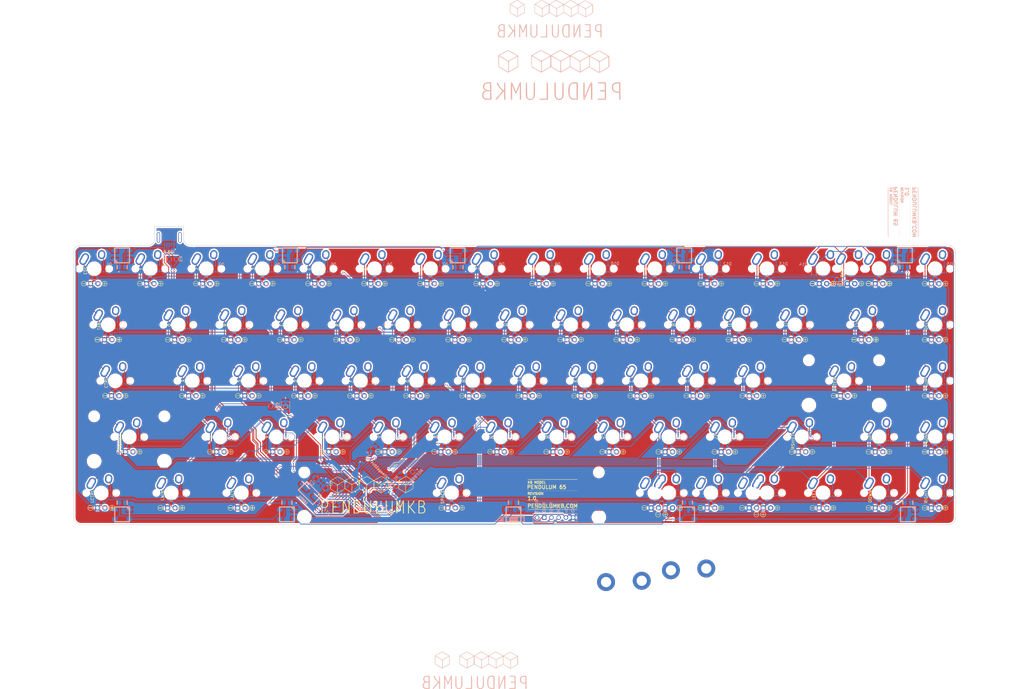
<source format=kicad_pcb>
(kicad_pcb (version 20160815) (host pcbnew "(2016-12-18 revision 3ffa37c)-makepkg")
  (layers (0 F.Cu signal) (31 B.Cu signal) (34 B.Paste user hide) (35 F.Paste user hide) (36 B.SilkS user) (37 F.SilkS user) (38 B.Mask user hide) (39 F.Mask user hide) (44 Edge.Cuts user))
  (net 0 "")
  (net 1 +5V)
  (net 2 GND)
  (net 3 UCAP)
  (net 4 COL5)
  (net 5 COL2)
  (net 6 COL3)
  (net 7 RESET)
  (net 8 ROW0)
  (net 9 "Net-(D1-Pad2)")
  (net 10 "Net-(D2-Pad2)")
  (net 11 "Net-(D3-Pad2)")
  (net 12 "Net-(D4-Pad2)")
  (net 13 "Net-(D5-Pad2)")
  (net 14 "Net-(D6-Pad2)")
  (net 15 "Net-(D7-Pad2)")
  (net 16 "Net-(D8-Pad2)")
  (net 17 "Net-(D9-Pad2)")
  (net 18 "Net-(D10-Pad2)")
  (net 19 "Net-(D11-Pad2)")
  (net 20 "Net-(D12-Pad2)")
  (net 21 ROW1)
  (net 22 "Net-(D13-Pad2)")
  (net 23 "Net-(D15-Pad2)")
  (net 24 "Net-(D16-Pad2)")
  (net 25 "Net-(D17-Pad2)")
  (net 26 "Net-(D18-Pad2)")
  (net 27 "Net-(D19-Pad2)")
  (net 28 "Net-(D20-Pad2)")
  (net 29 "Net-(D21-Pad2)")
  (net 30 "Net-(D22-Pad2)")
  (net 31 "Net-(D23-Pad2)")
  (net 32 ROW2)
  (net 33 "Net-(D24-Pad2)")
  (net 34 "Net-(D25-Pad2)")
  (net 35 "Net-(D26-Pad2)")
  (net 36 "Net-(D27-Pad2)")
  (net 37 "Net-(D28-Pad2)")
  (net 38 "Net-(D29-Pad2)")
  (net 39 "Net-(D30-Pad2)")
  (net 40 "Net-(D31-Pad2)")
  (net 41 "Net-(D32-Pad2)")
  (net 42 "Net-(D33-Pad2)")
  (net 43 "Net-(D34-Pad2)")
  (net 44 ROW3)
  (net 45 "Net-(D35-Pad2)")
  (net 46 "Net-(D36-Pad2)")
  (net 47 "Net-(D37-Pad2)")
  (net 48 "Net-(D38-Pad2)")
  (net 49 "Net-(D39-Pad2)")
  (net 50 "Net-(D40-Pad2)")
  (net 51 "Net-(D41-Pad2)")
  (net 52 "Net-(D42-Pad2)")
  (net 53 "Net-(D43-Pad2)")
  (net 54 "Net-(P1-Pad2)")
  (net 55 "Net-(P1-Pad3)")
  (net 56 D+)
  (net 57 D-)
  (net 58 COL0)
  (net 59 COL1)
  (net 60 COL4)
  (net 61 COL6)
  (net 62 COL7)
  (net 63 COL8)
  (net 64 COL9)
  (net 65 COL10)
  (net 66 "Net-(D44-Pad2)")
  (net 67 "Net-(D45-Pad2)")
  (net 68 "Net-(D46-Pad2)")
  (net 69 "Net-(D47-Pad2)")
  (net 70 "Net-(D48-Pad2)")
  (net 71 "Net-(D49-Pad2)")
  (net 72 "Net-(D50-Pad2)")
  (net 73 "Net-(D51-Pad2)")
  (net 74 "Net-(D52-Pad2)")
  (net 75 "Net-(D53-Pad2)")
  (net 76 "Net-(D54-Pad2)")
  (net 77 "Net-(D55-Pad2)")
  (net 78 "Net-(D56-Pad2)")
  (net 79 "Net-(D57-Pad2)")
  (net 80 "Net-(D58-Pad2)")
  (net 81 "Net-(D59-Pad2)")
  (net 82 "Net-(D60-Pad2)")
  (net 83 "Net-(D61-Pad2)")
  (net 84 "Net-(D62-Pad2)")
  (net 85 "Net-(D66-Pad2)")
  (net 86 "Net-(D67-Pad2)")
  (net 87 COL13)
  (net 88 COL14)
  (net 89 SCK)
  (net 90 MOSI)
  (net 91 MISO)
  (net 92 "Net-(C1-Pad1)")
  (net 93 "Net-(C2-Pad1)")
  (net 94 "Net-(REF1-Pad4)")
  (net 95 "Net-(REF17-Pad1)")
  (net 96 "Net-(REF18-Pad1)")
  (net 97 "Net-(REF19-Pad1)")
  (net 98 "Net-(REF20-Pad1)")
  (net 99 "Net-(REF21-Pad1)")
  (net 100 "Net-(REF22-Pad1)")
  (net 101 "Net-(REF23-Pad1)")
  (net 102 "Net-(REF24-Pad1)")
  (net 103 "Net-(REF10-Pad4)")
  (net 104 "Net-(REF11-Pad4)")
  (net 105 "Net-(REF12-Pad4)")
  (net 106 "Net-(REF13-Pad4)")
  (net 107 "Net-(REF15-Pad4)")
  (net 108 DRAIN)
  (net 109 "Net-(REF31-Pad4)")
  (net 110 "Net-(REF32-Pad4)")
  (net 111 "Net-(REF33-Pad4)")
  (net 112 "Net-(REF34-Pad4)")
  (net 113 "Net-(REF35-Pad4)")
  (net 114 "Net-(REF36-Pad4)")
  (net 115 "Net-(REF37-Pad4)")
  (net 116 "Net-(REF38-Pad4)")
  (net 117 "Net-(REF39-Pad4)")
  (net 118 "Net-(REF40-Pad4)")
  (net 119 "Net-(REF41-Pad4)")
  (net 120 "Net-(REF42-Pad4)")
  (net 121 "Net-(REF43-Pad4)")
  (net 122 "Net-(REF44-Pad4)")
  (net 123 "Net-(REF45-Pad4)")
  (net 124 "Net-(REF61-Pad4)")
  (net 125 "Net-(REF62-Pad4)")
  (net 126 "Net-(REF63-Pad4)")
  (net 127 "Net-(REF64-Pad4)")
  (net 128 "Net-(REF65-Pad4)")
  (net 129 "Net-(REF66-Pad4)")
  (net 130 "Net-(REF67-Pad4)")
  (net 131 "Net-(REF68-Pad4)")
  (net 132 "Net-(REF69-Pad4)")
  (net 133 "Net-(REF70-Pad4)")
  (net 134 "Net-(REF71-Pad4)")
  (net 135 "Net-(REF72-Pad4)")
  (net 136 "Net-(REF73-Pad4)")
  (net 137 "Net-(REF74-Pad4)")
  (net 138 "Net-(REF104-Pad1)")
  (net 139 "Net-(REF105-Pad1)")
  (net 140 "Net-(REF106-Pad1)")
  (net 141 "Net-(REF107-Pad1)")
  (net 142 "Net-(REF108-Pad1)")
  (net 143 "Net-(REF109-Pad1)")
  (net 144 "Net-(REF110-Pad1)")
  (net 145 "Net-(REF111-Pad1)")
  (net 146 "Net-(REF112-Pad1)")
  (net 147 "Net-(REF113-Pad1)")
  (net 148 "Net-(REF114-Pad1)")
  (net 149 "Net-(REF100-Pad4)")
  (net 150 "Net-(REF101-Pad4)")
  (net 151 "Net-(REF102-Pad4)")
  (net 152 THLED)
  (net 153 "Net-(REF119-Pad4)")
  (net 154 "Net-(REF120-Pad4)")
  (net 155 "Net-(REF121-Pad4)")
  (net 156 "Net-(REF122-Pad4)")
  (net 157 "Net-(REF124-Pad4)")
  (net 158 "Net-(REF126-Pad4)")
  (net 159 "Net-(REF127-Pad4)")
  (net 160 RALT)
  (net 161 "Net-(D64-Pad2)")
  (net 162 RCTRL)
  (net 163 "Net-(D68-Pad2)")
  (net 164 "Net-(REF128-Pad4)")
  (net 165 "Net-(P1-Pad4)")
  (net 166 COL11)
  (net 167 ROW4)
  (net 168 COL12)
  (net 169 R133)
  (net 170 R135)
  (net 171 BACKLIGHT)
  (net 172 "Net-(REF152-Pad4)")
  (net 173 "Net-(D70-Pad2)")
  (net 174 "Net-(LED1-Pad4)")
  (net 175 "Net-(LED1-Pad2)")
  (net 176 "Net-(LED2-Pad2)")
  (net 177 "Net-(LED3-Pad2)")
  (net 178 "Net-(LED4-Pad2)")
  (net 179 1.14)
  (net 180 R29)
  (net 181 "Net-(LED5-Pad2)")
  (net 182 "Net-(LED6-Pad2)")
  (net 183 "Net-(LED7-Pad2)")
  (net 184 "Net-(LED8-Pad2)")
  (net 185 "Net-(LED10-Pad4)")
  (net 186 "Net-(LED10-Pad2)")
  (net 187 "Net-(REF999-Pad1)")
  (module newfootprints:VIA (layer F.Cu) (at 88.2 80.8)
    (fp_text reference VIA)
    (fp_text value ~ hide)
    (pad "" thru_hole circle (at 0 0) (size 0.8 0.8) (drill 0.4) (layers *.Cu) (net 2 GND))
  )
  (module newfootprints:VIA (layer F.Cu) (at 212.4 10.8)
    (fp_text reference VIA)
    (fp_text value ~ hide)
    (pad "" thru_hole circle (at 0 0) (size 0.8 0.8) (drill 0.4) (layers *.Cu) (net 2 GND))
  )
  (module newfootprints:VIA (layer F.Cu) (at 78.6 10.6)
    (fp_text reference VIA)
    (fp_text value ~ hide)
    (pad "" thru_hole circle (at 0 0) (size 0.8 0.8) (drill 0.4) (layers *.Cu) (net 2 GND))
  )
  (module newfootprints:VIA (layer F.Cu) (at 135.71 10.53)
    (fp_text reference VIA)
    (fp_text value ~ hide)
    (pad "" thru_hole circle (at 0 0) (size 0.8 0.8) (drill 0.4) (layers *.Cu) (net 2 GND))
  )
  (module Resistors_SMD:R_0603 (layer B.Cu) (at 295.26 51.15)
    (fp_text reference REF88 (at 0 1.9) (layer B.SilkS) (effects (justify mirror)))
    (fp_text value RESISTOR_SMALL)
    (pad 1 smd rect (at -0.75 0) (size 0.5 0.9) (layers B.Cu B.Paste B.Mask) (net 137 "Net-(REF74-Pad4)"))
    (pad 2 smd rect (at 0.75 0) (size 0.5 0.9) (layers B.Cu B.Paste B.Mask) (net 108 DRAIN))
  )
  (module Resistors_SMD:R_0603 (layer B.Cu) (at 59.52 89.19)
    (fp_text reference REF131 (at 0 1.9) (layer B.SilkS) (effects (justify mirror)))
    (fp_text value RESISTOR_SMALL)
    (pad 2 smd rect (at 0.75 0) (size 0.5 0.9) (layers B.Cu B.Paste B.Mask) (net 108 DRAIN))
    (pad 1 smd rect (at -0.75 0) (size 0.5 0.9) (layers B.Cu B.Paste B.Mask) (net 155 "Net-(REF121-Pad4)"))
  )
  (module Resistors_SMD:R_0603 (layer B.Cu) (at 295.29 70.16)
    (fp_text reference REF117 (at 0 1.9) (layer B.SilkS) (effects (justify mirror)))
    (fp_text value RESISTOR_SMALL)
    (pad 2 smd rect (at 0.75 0) (size 0.5 0.9) (layers B.Cu B.Paste B.Mask) (net 108 DRAIN))
    (pad 1 smd rect (at -0.75 0) (size 0.5 0.9) (layers B.Cu B.Paste B.Mask) (net 151 "Net-(REF102-Pad4)"))
  )
  (module Resistors_SMD:R_0603 (layer B.Cu) (at 276.23 70.2)
    (fp_text reference REF116 (at 0 1.9) (layer B.SilkS) (effects (justify mirror)))
    (fp_text value RESISTOR_SMALL)
    (pad 1 smd rect (at -0.75 0) (size 0.5 0.9) (layers B.Cu B.Paste B.Mask) (net 150 "Net-(REF101-Pad4)"))
    (pad 2 smd rect (at 0.75 0) (size 0.5 0.9) (layers B.Cu B.Paste B.Mask) (net 108 DRAIN))
  )
  (module LIBRARY_PLANCK:RGBLED_WS2812B (layer B.Cu) (at 210 5 180)
    (fp_text reference LED3)
    (fp_text value RGBLED_WS2812B hide)
    (pad 4 smd rect (at 2.45 1.6 180) (size 1.8 1.3) (layers B.Cu B.Paste B.Mask) (net 176 "Net-(LED2-Pad2)"))
    (pad 3 smd rect (at 2.45 -1.6 180) (size 1.8 1.3) (layers B.Cu B.Paste B.Mask) (net 2 GND))
    (pad 2 smd rect (at -2.45 -1.6 180) (size 1.8 1.3) (layers B.Cu B.Paste B.Mask) (net 177 "Net-(LED3-Pad2)"))
    (pad 1 smd rect (at -2.45 1.6 180) (size 1.8 1.3) (layers B.Cu B.Paste B.Mask) (net 1 +5V))
  )
  (module Resistors_SMD:R_0603 (layer B.Cu) (at 276.22 89.26)
    (fp_text reference REF137 (at 0 1.9) (layer B.SilkS) (effects (justify mirror)))
    (fp_text value RESISTOR_SMALL)
    (pad 1 smd rect (at -0.75 0) (size 0.5 0.9) (layers B.Cu B.Paste B.Mask) (net 159 "Net-(REF127-Pad4)"))
    (pad 2 smd rect (at 0.75 0) (size 0.5 0.9) (layers B.Cu B.Paste B.Mask) (net 108 DRAIN))
  )
  (module Resistors_SMD:R_0603 (layer B.Cu) (at 295.27 89.27)
    (fp_text reference REF138 (at 0 1.9) (layer B.SilkS) (effects (justify mirror)))
    (fp_text value RESISTOR_SMALL)
    (pad 2 smd rect (at 0.75 0) (size 0.5 0.9) (layers B.Cu B.Paste B.Mask) (net 108 DRAIN))
    (pad 1 smd rect (at -0.75 0) (size 0.5 0.9) (layers B.Cu B.Paste B.Mask) (net 164 "Net-(REF128-Pad4)"))
  )
  (module Resistors_SMD:R_0603 (layer B.Cu) (at 202.38 89.22)
    (fp_text reference REF133 (at 0 1.9) (layer B.SilkS) (effects (justify mirror)))
    (fp_text value RESISTOR_SMALL)
    (pad 2 smd rect (at 0.75 0) (size 0.5 0.9) (layers B.Cu B.Paste B.Mask) (net 108 DRAIN))
    (pad 1 smd rect (at -0.75 0) (size 0.5 0.9) (layers B.Cu B.Paste B.Mask) (net 169 R133))
  )
  (module Resistors_SMD:R_0603 (layer B.Cu) (at 130.97 89.24)
    (fp_text reference REF132 (at 0 1.9) (layer B.SilkS) (effects (justify mirror)))
    (fp_text value RESISTOR_SMALL)
    (pad 2 smd rect (at 0.75 0) (size 0.5 0.9) (layers B.Cu B.Paste B.Mask) (net 108 DRAIN))
    (pad 1 smd rect (at -0.75 0) (size 0.5 0.9) (layers B.Cu B.Paste B.Mask) (net 156 "Net-(REF122-Pad4)"))
  )
  (module Resistors_SMD:R_0603 (layer B.Cu) (at 11.91 88.99)
    (fp_text reference REF129 (at 0 1.9) (layer B.SilkS) (effects (justify mirror)))
    (fp_text value RESISTOR_SMALL)
    (pad 1 smd rect (at -0.75 0) (size 0.5 0.9) (layers B.Cu B.Paste B.Mask) (net 153 "Net-(REF119-Pad4)"))
    (pad 2 smd rect (at 0.75 0) (size 0.5 0.9) (layers B.Cu B.Paste B.Mask) (net 108 DRAIN))
  )
  (module Resistors_SMD:R_0603 (layer B.Cu) (at 42.82 51.1)
    (fp_text reference REF76 (at 0 1.9) (layer B.SilkS) (effects (justify mirror)))
    (fp_text value RESISTOR_SMALL)
    (pad 2 smd rect (at 0.75 0) (size 0.5 0.9) (layers B.Cu B.Paste B.Mask) (net 108 DRAIN))
    (pad 1 smd rect (at -0.75 0) (size 0.5 0.9) (layers B.Cu B.Paste B.Mask) (net 125 "Net-(REF62-Pad4)"))
  )
  (module Resistors_SMD:R_0603 (layer B.Cu) (at 180.93 13.01)
    (fp_text reference REF25 (at 0 1.9) (layer B.SilkS) (effects (justify mirror)))
    (fp_text value RESISTOR_SMALL)
    (pad 2 smd rect (at 0.75 0) (size 0.5 0.9) (layers B.Cu B.Paste B.Mask) (net 108 DRAIN))
    (pad 1 smd rect (at -0.75 0) (size 0.5 0.9) (layers B.Cu B.Paste B.Mask) (net 103 "Net-(REF10-Pad4)"))
  )
  (module Resistors_SMD:R_0603 (layer B.Cu) (at 161.92 12.98)
    (fp_text reference REF24 (at 0 1.9) (layer B.SilkS) (effects (justify mirror)))
    (fp_text value RESISTOR_SMALL)
    (pad 1 smd rect (at -0.75 0) (size 0.5 0.9) (layers B.Cu B.Paste B.Mask) (net 102 "Net-(REF24-Pad1)"))
    (pad 2 smd rect (at 0.75 0) (size 0.5 0.9) (layers B.Cu B.Paste B.Mask) (net 108 DRAIN))
  )
  (module Resistors_SMD:R_0603 (layer B.Cu) (at 104.79 12.99)
    (fp_text reference REF21 (at 0 1.9) (layer B.SilkS) (effects (justify mirror)))
    (fp_text value RESISTOR_SMALL)
    (pad 2 smd rect (at 0.75 0) (size 0.5 0.9) (layers B.Cu B.Paste B.Mask) (net 108 DRAIN))
    (pad 1 smd rect (at -0.75 0) (size 0.5 0.9) (layers B.Cu B.Paste B.Mask) (net 99 "Net-(REF21-Pad1)"))
  )
  (module Resistors_SMD:R_0603 (layer B.Cu) (at 47.59 13.02)
    (fp_text reference REF18 (at 0 1.9) (layer B.SilkS) (effects (justify mirror)))
    (fp_text value RESISTOR_SMALL)
    (pad 1 smd rect (at -0.75 0) (size 0.5 0.9) (layers B.Cu B.Paste B.Mask) (net 96 "Net-(REF18-Pad1)"))
    (pad 2 smd rect (at 0.75 0) (size 0.5 0.9) (layers B.Cu B.Paste B.Mask) (net 108 DRAIN))
  )
  (module newfootprints:100U_MX&ALPS&IN_SWITCH_LED_WSS (layer F.Cu) (at 114.3 0)
    (fp_text reference REF7)
    (fp_text value 1U hide)
    (pad 4 thru_hole circle (at 10.795 14.605) (size 1.8 1.8) (drill 1) (layers *.Cu *.Mask) (net 100 "Net-(REF22-Pad1)"))
    (pad 3 thru_hole circle (at 8.255 14.605) (size 1.8 1.8) (drill 1) (layers *.Cu *.Mask) (net 2 GND))
    (pad "" np_thru_hole circle (at 14.605 9.525) (size 1.7 1.7) (drill 1.7) (layers *.Cu *.Mask))
    (pad "" np_thru_hole circle (at 4.445 9.525) (size 1.7 1.7) (drill 1.7) (layers *.Cu *.Mask))
    (pad "" np_thru_hole circle (at 9.525 9.525) (size 4 4) (drill 4) (layers *.Cu *.Mask))
    (pad 2 thru_hole oval (at 12.045 4.735 356.1) (size 2.5 3.08) (drill oval 1.5 2.08) (layers *.Cu *.Mask) (net 15 "Net-(D7-Pad2)"))
    (pad 1 thru_hole oval (at 6.12 6.255 330.95) (size 2.5 4.17) (drill oval 1.5 3.17) (layers *.Cu *.Mask) (net 61 COL6))
  )
  (module newfootprints:100U_MX&ALPS&IN_SWITCH_LED_WSS (layer F.Cu) (at 266.7 76.2)
    (fp_text reference REF127)
    (fp_text value 1U hide)
    (pad 4 thru_hole circle (at 10.795 14.605) (size 1.8 1.8) (drill 1) (layers *.Cu *.Mask) (net 159 "Net-(REF127-Pad4)"))
    (pad 3 thru_hole circle (at 8.255 14.605) (size 1.8 1.8) (drill 1) (layers *.Cu *.Mask) (net 2 GND))
    (pad "" np_thru_hole circle (at 14.605 9.525) (size 1.7 1.7) (drill 1.7) (layers *.Cu *.Mask))
    (pad "" np_thru_hole circle (at 4.445 9.525) (size 1.7 1.7) (drill 1.7) (layers *.Cu *.Mask))
    (pad "" np_thru_hole circle (at 9.525 9.525) (size 4 4) (drill 4) (layers *.Cu *.Mask))
    (pad 2 thru_hole oval (at 12.045 4.735 356.1) (size 2.5 3.08) (drill oval 1.5 2.08) (layers *.Cu *.Mask) (net 86 "Net-(D67-Pad2)"))
    (pad 1 thru_hole oval (at 6.12 6.255 330.95) (size 2.5 4.17) (drill oval 1.5 3.17) (layers *.Cu *.Mask) (net 87 COL13))
  )
  (module 40fp:TQFP-44_ATMEGA32U4 (layer B.Cu) (at 99.5 83 45)
    (fp_text reference U1 hide)
    (fp_text value ATmega32U4-AU (at 8.500001 0 315) (layer B.SilkS) (effects (font (size 0.8 0.8) (thickness 0.2)) (justify mirror)))
    (pad 1 smd oval (at -6.3 4 45) (size 2.2 0.4) (layers B.Cu B.Paste B.Mask) (net 167 ROW4))
    (pad 2 smd oval (at -6.3 3.2 45) (size 2.2 0.4) (layers B.Cu B.Paste B.Mask) (net 1 +5V))
    (pad 3 smd oval (at -6.3 2.4 45) (size 2.2 0.4) (layers B.Cu B.Paste B.Mask) (net 57 D-))
    (pad 4 smd oval (at -6.3 1.6 45) (size 2.2 0.4) (layers B.Cu B.Paste B.Mask) (net 56 D+))
    (pad 5 smd oval (at -6.3 0.8 45) (size 2.2 0.4) (layers B.Cu B.Paste B.Mask) (net 2 GND))
    (pad 6 smd oval (at -6.3 0 45) (size 2.2 0.4) (layers B.Cu B.Paste B.Mask) (net 3 UCAP))
    (pad 7 smd oval (at -6.3 -0.8 45) (size 2.2 0.4) (layers B.Cu B.Paste B.Mask) (net 1 +5V))
    (pad 8 smd oval (at -6.3 -1.6 45) (size 2.2 0.4) (layers B.Cu B.Paste B.Mask) (net 171 BACKLIGHT))
    (pad 9 smd oval (at -6.3 -2.4 45) (size 2.2 0.4) (layers B.Cu B.Paste B.Mask) (net 89 SCK))
    (pad 10 smd oval (at -6.3 -3.2 45) (size 2.2 0.4) (layers B.Cu B.Paste B.Mask) (net 90 MOSI))
    (pad 11 smd oval (at -6.3 -4 45) (size 2.2 0.4) (layers B.Cu B.Paste B.Mask) (net 91 MISO))
    (pad 12 smd oval (at -4 -6.3 315) (size 2.2 0.4) (layers B.Cu B.Paste B.Mask) (net 58 COL0))
    (pad 13 smd oval (at -3.2 -6.3 315) (size 2.2 0.4) (layers B.Cu B.Paste B.Mask) (net 7 RESET))
    (pad 14 smd oval (at -2.4 -6.3 315) (size 2.2 0.4) (layers B.Cu B.Paste B.Mask) (net 1 +5V))
    (pad 15 smd oval (at -1.6 -6.3 315) (size 2.2 0.4) (layers B.Cu B.Paste B.Mask) (net 2 GND))
    (pad 16 smd oval (at -0.8 -6.3 315) (size 2.2 0.4) (layers B.Cu B.Paste B.Mask) (net 93 "Net-(C2-Pad1)"))
    (pad 17 smd oval (at 0 -6.3 315) (size 2.2 0.4) (layers B.Cu B.Paste B.Mask) (net 92 "Net-(C1-Pad1)"))
    (pad 18 smd oval (at 0.8 -6.3 315) (size 2.2 0.4) (layers B.Cu B.Paste B.Mask) (net 59 COL1))
    (pad 19 smd oval (at 1.6 -6.3 315) (size 2.2 0.4) (layers B.Cu B.Paste B.Mask) (net 5 COL2))
    (pad 20 smd oval (at 2.4 -6.3 315) (size 2.2 0.4) (layers B.Cu B.Paste B.Mask) (net 6 COL3))
    (pad 21 smd oval (at 3.2 -6.3 315) (size 2.2 0.4) (layers B.Cu B.Paste B.Mask) (net 60 COL4))
    (pad 22 smd oval (at 4 -6.3 315) (size 2.2 0.4) (layers B.Cu B.Paste B.Mask) (net 4 COL5))
    (pad 23 smd oval (at 6.3 -4 45) (size 2.2 0.4) (layers B.Cu B.Paste B.Mask) (net 2 GND))
    (pad 24 smd oval (at 6.3 -3.2 45) (size 2.2 0.4) (layers B.Cu B.Paste B.Mask) (net 1 +5V))
    (pad 25 smd oval (at 6.3 -2.4 45) (size 2.2 0.4) (layers B.Cu B.Paste B.Mask) (net 61 COL6))
    (pad 26 smd oval (at 6.3 -1.6 45) (size 2.2 0.4) (layers B.Cu B.Paste B.Mask) (net 62 COL7))
    (pad 27 smd oval (at 6.3 -0.8 45) (size 2.2 0.4) (layers B.Cu B.Paste B.Mask) (net 63 COL8))
    (pad 28 smd oval (at 6.3 0 45) (size 2.2 0.4) (layers B.Cu B.Paste B.Mask) (net 64 COL9))
    (pad 29 smd oval (at 6.3 0.8 45) (size 2.2 0.4) (layers B.Cu B.Paste B.Mask) (net 65 COL10))
    (pad 30 smd oval (at 6.3 1.6 45) (size 2.2 0.4) (layers B.Cu B.Paste B.Mask) (net 166 COL11))
    (pad 31 smd oval (at 6.3 2.4 45) (size 2.2 0.4) (layers B.Cu B.Paste B.Mask) (net 21 ROW1))
    (pad 32 smd oval (at 6.3 3.2 45) (size 2.2 0.4) (layers B.Cu B.Paste B.Mask) (net 8 ROW0))
    (pad 33 smd oval (at 6.3 4 45) (size 2.2 0.4) (layers B.Cu B.Paste B.Mask) (net 187 "Net-(REF999-Pad1)"))
    (pad 34 smd oval (at 4 6.3 315) (size 2.2 0.4) (layers B.Cu B.Paste B.Mask) (net 1 +5V))
    (pad 35 smd oval (at 3.2 6.3 315) (size 2.2 0.4) (layers B.Cu B.Paste B.Mask) (net 2 GND))
    (pad 36 smd oval (at 2.4 6.3 315) (size 2.2 0.4) (layers B.Cu B.Paste B.Mask) (net 88 COL14))
    (pad 37 smd oval (at 1.6 6.3 315) (size 2.2 0.4) (layers B.Cu B.Paste B.Mask) (net 87 COL13))
    (pad 38 smd oval (at 0.8 6.3 315) (size 2.2 0.4) (layers B.Cu B.Paste B.Mask) (net 168 COL12))
    (pad 39 smd oval (at 0 6.3 315) (size 2.2 0.4) (layers B.Cu B.Paste B.Mask) (net 152 THLED))
    (pad 40 smd oval (at -0.8 6.3 315) (size 2.2 0.4) (layers B.Cu B.Paste B.Mask) (net 32 ROW2))
    (pad 41 smd oval (at -1.6 6.3 315) (size 2.2 0.4) (layers B.Cu B.Paste B.Mask) (net 44 ROW3))
    (pad 42 smd oval (at -2.4 6.3 315) (size 2.2 0.4) (layers B.Cu B.Paste B.Mask) (net 1 +5V))
    (pad 43 smd oval (at -3.2 6.3 315) (size 2.2 0.4) (layers B.Cu B.Paste B.Mask) (net 2 GND))
    (pad 44 smd oval (at -4 6.3 315) (size 2.2 0.4) (layers B.Cu B.Paste B.Mask) (net 1 +5V))
  )
  (module newfootprints:150U_MX&ALPS&IN_SWITCH_LED_WSS (layer F.Cu) (at 190.5 76.2)
    (fp_text reference REF123)
    (fp_text value 1.5U hide)
    (pad 1 thru_hole oval (at 10.8825 6.255 330.95) (size 2.5 4.17) (drill oval 1.5 3.17) (layers *.Cu *.Mask) (net 64 COL9))
    (pad 2 thru_hole oval (at 16.8075 4.735 356.1) (size 2.5 3.08) (drill oval 1.5 2.08) (layers *.Cu *.Mask) (net 160 RALT))
    (pad "" np_thru_hole circle (at 14.2875 9.525) (size 4 4) (drill 4) (layers *.Cu *.Mask))
    (pad "" np_thru_hole circle (at 9.2075 9.525) (size 1.7 1.7) (drill 1.7) (layers *.Cu *.Mask))
    (pad "" np_thru_hole circle (at 19.3675 9.525) (size 1.7 1.7) (drill 1.7) (layers *.Cu *.Mask))
    (pad 3 thru_hole circle (at 13.0175 14.605) (size 1.8 1.8) (drill 1) (layers *.Cu *.Mask) (net 2 GND))
    (pad 4 thru_hole circle (at 15.5575 14.605) (size 1.8 1.8) (drill 1) (layers *.Cu *.Mask) (net 169 R133))
  )
  (module newfootprints:100U_MX&ALPS&IN_SWITCH_LED_WSS (layer F.Cu) (at 228.6 76.2)
    (fp_text reference REF140)
    (fp_text value 1U hide)
    (pad 4 thru_hole circle (at 10.795 14.605) (size 1.8 1.8) (drill 1) (layers *.Cu *.Mask) (net 170 R135))
    (pad 3 thru_hole circle (at 8.255 14.605) (size 1.8 1.8) (drill 1) (layers *.Cu *.Mask) (net 2 GND))
    (pad "" np_thru_hole circle (at 14.605 9.525) (size 1.7 1.7) (drill 1.7) (layers *.Cu *.Mask))
    (pad "" np_thru_hole circle (at 4.445 9.525) (size 1.7 1.7) (drill 1.7) (layers *.Cu *.Mask))
    (pad "" np_thru_hole circle (at 9.525 9.525) (size 4 4) (drill 4) (layers *.Cu *.Mask))
    (pad 2 thru_hole oval (at 12.045 4.735 356.1) (size 2.5 3.08) (drill oval 1.5 2.08) (layers *.Cu *.Mask) (net 166 COL11))
    (pad 1 thru_hole oval (at 6.12 6.255 330.95) (size 2.5 4.17) (drill oval 1.5 3.17) (layers *.Cu *.Mask) (net 162 RCTRL))
  )
  (module newfootprints:150U_MX&ALPS&IN_SWITCH_LED_WSS (layer F.Cu) (at 219.075 76.2)
    (fp_text reference REF125)
    (fp_text value 1.5U hide)
    (pad 1 thru_hole oval (at 10.8825 6.255 330.95) (size 2.5 4.17) (drill oval 1.5 3.17) (layers *.Cu *.Mask) (net 166 COL11))
    (pad 2 thru_hole oval (at 16.8075 4.735 356.1) (size 2.5 3.08) (drill oval 1.5 2.08) (layers *.Cu *.Mask) (net 162 RCTRL))
    (pad "" np_thru_hole circle (at 14.2875 9.525) (size 4 4) (drill 4) (layers *.Cu *.Mask))
    (pad "" np_thru_hole circle (at 9.2075 9.525) (size 1.7 1.7) (drill 1.7) (layers *.Cu *.Mask))
    (pad "" np_thru_hole circle (at 19.3675 9.525) (size 1.7 1.7) (drill 1.7) (layers *.Cu *.Mask))
    (pad 3 thru_hole circle (at 13.0175 14.605) (size 1.8 1.8) (drill 1) (layers *.Cu *.Mask) (net 2 GND))
    (pad 4 thru_hole circle (at 15.5575 14.605) (size 1.8 1.8) (drill 1) (layers *.Cu *.Mask) (net 170 R135))
  )
  (module newfootprints:100U_MX&ALPS&IN_SWITCH_LED_WSS (layer F.Cu) (at 190.5 76.2)
    (fp_text reference REF139)
    (fp_text value 1U hide)
    (pad 4 thru_hole circle (at 10.795 14.605) (size 1.8 1.8) (drill 1) (layers *.Cu *.Mask) (net 169 R133))
    (pad 3 thru_hole circle (at 8.255 14.605) (size 1.8 1.8) (drill 1) (layers *.Cu *.Mask) (net 2 GND))
    (pad "" np_thru_hole circle (at 14.605 9.525) (size 1.7 1.7) (drill 1.7) (layers *.Cu *.Mask))
    (pad "" np_thru_hole circle (at 4.445 9.525) (size 1.7 1.7) (drill 1.7) (layers *.Cu *.Mask))
    (pad "" np_thru_hole circle (at 9.525 9.525) (size 4 4) (drill 4) (layers *.Cu *.Mask))
    (pad 2 thru_hole oval (at 12.045 4.735 356.1) (size 2.5 3.08) (drill oval 1.5 2.08) (layers *.Cu *.Mask) (net 64 COL9))
    (pad 1 thru_hole oval (at 6.12 6.255 330.95) (size 2.5 4.17) (drill oval 1.5 3.17) (layers *.Cu *.Mask) (net 160 RALT))
  )
  (module newfootprints:625U_MX&ALPS&IN_SWITCH_LED_STABS_WSS (layer F.Cu) (at 71.4375 76.2)
    (fp_text reference REF122)
    (fp_text value 6.25U hide)
    (pad 1 thru_hole oval (at 56.12625 6.255 330.95) (size 2.5 4.17) (drill oval 1.5 3.17) (layers *.Cu *.Mask) (net 6 COL3))
    (pad 2 thru_hole oval (at 62.05125 4.735 356.1) (size 2.5 3.08) (drill oval 1.5 2.08) (layers *.Cu *.Mask) (net 84 "Net-(D62-Pad2)"))
    (pad "" np_thru_hole circle (at 59.53125 9.525) (size 4 4) (drill 4) (layers *.Cu *.Mask))
    (pad "" np_thru_hole circle (at 54.45125 9.525) (size 1.7 1.7) (drill 1.7) (layers *.Cu *.Mask))
    (pad "" np_thru_hole circle (at 64.61125 9.525) (size 1.7 1.7) (drill 1.7) (layers *.Cu *.Mask))
    (pad 3 thru_hole circle (at 58.26125 14.605) (size 1.8 1.8) (drill 1) (layers *.Cu *.Mask) (net 2 GND))
    (pad 4 thru_hole circle (at 60.80125 14.605) (size 1.8 1.8) (drill 1) (layers *.Cu *.Mask) (net 156 "Net-(REF122-Pad4)"))
    (pad HOLE np_thru_hole circle (at 9.49325 2.54) (size 3.048 3.048) (drill 3.048) (layers *.Cu *.Mask))
    (pad HOLE np_thru_hole circle (at 109.56925 2.54) (size 3.048 3.048) (drill 3.048) (layers *.Cu *.Mask))
    (pad HOLE np_thru_hole circle (at 9.49325 17.78) (size 3.9878 3.9878) (drill 3.9878) (layers *.Cu *.Mask))
    (pad HOLE np_thru_hole circle (at 109.56925 17.78) (size 3.9878 3.9878) (drill 3.9878) (layers *.Cu *.Mask))
  )
  (module newfootprints:175U_MX&ALPS&IN_SWITCH_LED_WSS (layer F.Cu) (at 0 38.1)
    (fp_text reference REF61)
    (fp_text value 1.75U hide)
    (pad 4 thru_hole circle (at 17.93875 14.605) (size 1.8 1.8) (drill 1) (layers *.Cu *.Mask) (net 124 "Net-(REF61-Pad4)"))
    (pad 3 thru_hole circle (at 15.39875 14.605) (size 1.8 1.8) (drill 1) (layers *.Cu *.Mask) (net 2 GND))
    (pad "" np_thru_hole circle (at 21.74875 9.525) (size 1.7 1.7) (drill 1.7) (layers *.Cu *.Mask))
    (pad "" np_thru_hole circle (at 11.58875 9.525) (size 1.7 1.7) (drill 1.7) (layers *.Cu *.Mask))
    (pad "" np_thru_hole circle (at 16.66875 9.525) (size 4 4) (drill 4) (layers *.Cu *.Mask))
    (pad 2 thru_hole oval (at 19.18875 4.735 356.1) (size 2.5 3.08) (drill oval 1.5 2.08) (layers *.Cu *.Mask) (net 40 "Net-(D31-Pad2)"))
    (pad 1 thru_hole oval (at 13.26375 6.255 330.95) (size 2.5 4.17) (drill oval 1.5 3.17) (layers *.Cu *.Mask) (net 58 COL0))
  )
  (module newfootprints:175U_MX&ALPS&IN_SWITCH_LED_WSS (layer F.Cu) (at 233.3625 57.15)
    (fp_text reference REF100)
    (fp_text value 1.75U hide)
    (pad 4 thru_hole circle (at 17.93875 14.605) (size 1.8 1.8) (drill 1) (layers *.Cu *.Mask) (net 149 "Net-(REF100-Pad4)"))
    (pad 3 thru_hole circle (at 15.39875 14.605) (size 1.8 1.8) (drill 1) (layers *.Cu *.Mask) (net 2 GND))
    (pad "" np_thru_hole circle (at 21.74875 9.525) (size 1.7 1.7) (drill 1.7) (layers *.Cu *.Mask))
    (pad "" np_thru_hole circle (at 11.58875 9.525) (size 1.7 1.7) (drill 1.7) (layers *.Cu *.Mask))
    (pad "" np_thru_hole circle (at 16.66875 9.525) (size 4 4) (drill 4) (layers *.Cu *.Mask))
    (pad 2 thru_hole oval (at 19.18875 4.735 356.1) (size 2.5 3.08) (drill oval 1.5 2.08) (layers *.Cu *.Mask) (net 78 "Net-(D56-Pad2)"))
    (pad 1 thru_hole oval (at 13.26375 6.255 330.95) (size 2.5 4.17) (drill oval 1.5 3.17) (layers *.Cu *.Mask) (net 166 COL11))
  )
  (module newfootprints:200U_MX&ALPS&IN_SWITCH_LED_WSS (layer F.Cu) (at 247.65 0)
    (fp_text reference REF14)
    (fp_text value 2U hide)
    (pad 1 thru_hole oval (at 15.645 6.255 330.95) (size 2.5 4.17) (drill oval 1.5 3.17) (layers *.Cu *.Mask) (net 87 COL13))
    (pad 2 thru_hole oval (at 21.57 4.735 356.1) (size 2.5 3.08) (drill oval 1.5 2.08) (layers *.Cu *.Mask) (net 179 1.14))
    (pad HOLE np_thru_hole circle (at 19.05 9.525) (size 4 4) (drill 4) (layers *.Cu *.Mask))
    (pad HOLE np_thru_hole circle (at 13.97 9.525) (size 1.7 1.7) (drill 1.7) (layers *.Cu *.Mask))
    (pad HOLE np_thru_hole circle (at 24.13 9.525) (size 1.7 1.7) (drill 1.7) (layers *.Cu *.Mask))
    (pad 3 thru_hole circle (at 17.78 14.605) (size 1.8 1.8) (drill 1) (layers *.Cu *.Mask) (net 2 GND))
    (pad 4 thru_hole circle (at 20.32 14.605) (size 1.8 1.8) (drill 1) (layers *.Cu *.Mask) (net 180 R29))
  )
  (module newfootprints:225U_MX&ALPS&IN_SWITCH_LED_STABS_WSS (layer F.Cu) (at 242.8874 38.1)
    (fp_text reference REF73)
    (fp_text value 2.25U hide)
    (pad 1 thru_hole oval (at 18.02625 6.255 330.95) (size 2.5 4.17) (drill oval 1.5 3.17) (layers *.Cu *.Mask) (net 168 COL12))
    (pad 2 thru_hole oval (at 23.95125 4.735 356.1) (size 2.5 3.08) (drill oval 1.5 2.08) (layers *.Cu *.Mask) (net 53 "Net-(D43-Pad2)"))
    (pad "" np_thru_hole circle (at 21.43125 9.525) (size 4 4) (drill 4) (layers *.Cu *.Mask))
    (pad "" np_thru_hole circle (at 16.35125 9.525) (size 1.7 1.7) (drill 1.7) (layers *.Cu *.Mask))
    (pad "" np_thru_hole circle (at 26.51125 9.525) (size 1.7 1.7) (drill 1.7) (layers *.Cu *.Mask))
    (pad 3 thru_hole circle (at 20.16125 14.605) (size 1.8 1.8) (drill 1) (layers *.Cu *.Mask) (net 2 GND))
    (pad 4 thru_hole circle (at 22.70125 14.605) (size 1.8 1.8) (drill 1) (layers *.Cu *.Mask) (net 136 "Net-(REF73-Pad4)"))
    (pad HOLE np_thru_hole circle (at 9.4932 2.54) (size 3.048 3.048) (drill 3.048) (layers *.Cu *.Mask))
    (pad HOLE np_thru_hole circle (at 33.3692 2.54) (size 3.048 3.048) (drill 3.048) (layers *.Cu *.Mask))
    (pad HOLE np_thru_hole circle (at 9.4932 17.78) (size 3.9878 3.9878) (drill 3.9878) (layers *.Cu *.Mask))
    (pad HOLE np_thru_hole circle (at 33.3692 17.78) (size 3.9878 3.9878) (drill 3.9878) (layers *.Cu *.Mask))
  )
  (module newfootprints:225U_MX&ALPS&IN_SWITCH_LED_STABS_WSS (layer F.Cu) (at 0 57.15)
    (fp_text reference REF89)
    (fp_text value 2.25U hide)
    (pad 1 thru_hole oval (at 18.02625 6.255 330.95) (size 2.5 4.17) (drill oval 1.5 3.17) (layers *.Cu *.Mask) (net 58 COL0))
    (pad 2 thru_hole oval (at 23.95125 4.735 356.1) (size 2.5 3.08) (drill oval 1.5 2.08) (layers *.Cu *.Mask) (net 67 "Net-(D45-Pad2)"))
    (pad "" np_thru_hole circle (at 21.43125 9.525) (size 4 4) (drill 4) (layers *.Cu *.Mask))
    (pad "" np_thru_hole circle (at 16.35125 9.525) (size 1.7 1.7) (drill 1.7) (layers *.Cu *.Mask))
    (pad "" np_thru_hole circle (at 26.51125 9.525) (size 1.7 1.7) (drill 1.7) (layers *.Cu *.Mask))
    (pad 3 thru_hole circle (at 20.16125 14.605) (size 1.8 1.8) (drill 1) (layers *.Cu *.Mask) (net 2 GND))
    (pad 4 thru_hole circle (at 22.70125 14.605) (size 1.8 1.8) (drill 1) (layers *.Cu *.Mask) (net 138 "Net-(REF104-Pad1)"))
    (pad HOLE np_thru_hole circle (at 9.4932 2.54) (size 3.048 3.048) (drill 3.048) (layers *.Cu *.Mask))
    (pad HOLE np_thru_hole circle (at 33.3692 2.54) (size 3.048 3.048) (drill 3.048) (layers *.Cu *.Mask))
    (pad HOLE np_thru_hole circle (at 9.4932 17.78) (size 3.9878 3.9878) (drill 3.9878) (layers *.Cu *.Mask))
    (pad HOLE np_thru_hole circle (at 33.3692 17.78) (size 3.9878 3.9878) (drill 3.9878) (layers *.Cu *.Mask))
  )
  (module newfootprints:100U_MX&ALPS&IN_SWITCH_LED_WSS (layer F.Cu) (at 0 0)
    (fp_text reference REF1)
    (fp_text value 1U hide)
    (pad 4 thru_hole circle (at 10.795 14.605) (size 1.8 1.8) (drill 1) (layers *.Cu *.Mask) (net 94 "Net-(REF1-Pad4)"))
    (pad 3 thru_hole circle (at 8.255 14.605) (size 1.8 1.8) (drill 1) (layers *.Cu *.Mask) (net 2 GND))
    (pad "" np_thru_hole circle (at 14.605 9.525) (size 1.7 1.7) (drill 1.7) (layers *.Cu *.Mask))
    (pad "" np_thru_hole circle (at 4.445 9.525) (size 1.7 1.7) (drill 1.7) (layers *.Cu *.Mask))
    (pad "" np_thru_hole circle (at 9.525 9.525) (size 4 4) (drill 4) (layers *.Cu *.Mask))
    (pad 2 thru_hole oval (at 12.045 4.735 356.1) (size 2.5 3.08) (drill oval 1.5 2.08) (layers *.Cu *.Mask) (net 9 "Net-(D1-Pad2)"))
    (pad 1 thru_hole oval (at 6.12 6.255 330.95) (size 2.5 4.17) (drill oval 1.5 3.17) (layers *.Cu *.Mask) (net 58 COL0))
  )
  (module newfootprints:100U_MX&ALPS&IN_SWITCH_LED_WSS (layer F.Cu) (at 19.05 0)
    (fp_text reference REF2)
    (fp_text value 1U hide)
    (pad 4 thru_hole circle (at 10.795 14.605) (size 1.8 1.8) (drill 1) (layers *.Cu *.Mask) (net 95 "Net-(REF17-Pad1)"))
    (pad 3 thru_hole circle (at 8.255 14.605) (size 1.8 1.8) (drill 1) (layers *.Cu *.Mask) (net 2 GND))
    (pad "" np_thru_hole circle (at 14.605 9.525) (size 1.7 1.7) (drill 1.7) (layers *.Cu *.Mask))
    (pad "" np_thru_hole circle (at 4.445 9.525) (size 1.7 1.7) (drill 1.7) (layers *.Cu *.Mask))
    (pad "" np_thru_hole circle (at 9.525 9.525) (size 4 4) (drill 4) (layers *.Cu *.Mask))
    (pad 2 thru_hole oval (at 12.045 4.735 356.1) (size 2.5 3.08) (drill oval 1.5 2.08) (layers *.Cu *.Mask) (net 10 "Net-(D2-Pad2)"))
    (pad 1 thru_hole oval (at 6.12 6.255 330.95) (size 2.5 4.17) (drill oval 1.5 3.17) (layers *.Cu *.Mask) (net 59 COL1))
  )
  (module newfootprints:100U_MX&ALPS&IN_SWITCH_LED_WSS (layer F.Cu) (at 38.1 0)
    (fp_text reference REF3)
    (fp_text value 1U hide)
    (pad 4 thru_hole circle (at 10.795 14.605) (size 1.8 1.8) (drill 1) (layers *.Cu *.Mask) (net 96 "Net-(REF18-Pad1)"))
    (pad 3 thru_hole circle (at 8.255 14.605) (size 1.8 1.8) (drill 1) (layers *.Cu *.Mask) (net 2 GND))
    (pad "" np_thru_hole circle (at 14.605 9.525) (size 1.7 1.7) (drill 1.7) (layers *.Cu *.Mask))
    (pad "" np_thru_hole circle (at 4.445 9.525) (size 1.7 1.7) (drill 1.7) (layers *.Cu *.Mask))
    (pad "" np_thru_hole circle (at 9.525 9.525) (size 4 4) (drill 4) (layers *.Cu *.Mask))
    (pad 2 thru_hole oval (at 12.045 4.735 356.1) (size 2.5 3.08) (drill oval 1.5 2.08) (layers *.Cu *.Mask) (net 11 "Net-(D3-Pad2)"))
    (pad 1 thru_hole oval (at 6.12 6.255 330.95) (size 2.5 4.17) (drill oval 1.5 3.17) (layers *.Cu *.Mask) (net 5 COL2))
  )
  (module newfootprints:100U_MX&ALPS&IN_SWITCH_LED_WSS (layer F.Cu) (at 57.15 0)
    (fp_text reference REF4)
    (fp_text value 1U hide)
    (pad 4 thru_hole circle (at 10.795 14.605) (size 1.8 1.8) (drill 1) (layers *.Cu *.Mask) (net 97 "Net-(REF19-Pad1)"))
    (pad 3 thru_hole circle (at 8.255 14.605) (size 1.8 1.8) (drill 1) (layers *.Cu *.Mask) (net 2 GND))
    (pad "" np_thru_hole circle (at 14.605 9.525) (size 1.7 1.7) (drill 1.7) (layers *.Cu *.Mask))
    (pad "" np_thru_hole circle (at 4.445 9.525) (size 1.7 1.7) (drill 1.7) (layers *.Cu *.Mask))
    (pad "" np_thru_hole circle (at 9.525 9.525) (size 4 4) (drill 4) (layers *.Cu *.Mask))
    (pad 2 thru_hole oval (at 12.045 4.735 356.1) (size 2.5 3.08) (drill oval 1.5 2.08) (layers *.Cu *.Mask) (net 12 "Net-(D4-Pad2)"))
    (pad 1 thru_hole oval (at 6.12 6.255 330.95) (size 2.5 4.17) (drill oval 1.5 3.17) (layers *.Cu *.Mask) (net 6 COL3))
  )
  (module newfootprints:100U_MX&ALPS&IN_SWITCH_LED_WSS (layer F.Cu) (at 76.2 0)
    (fp_text reference REF5)
    (fp_text value 1U hide)
    (pad 4 thru_hole circle (at 10.795 14.605) (size 1.8 1.8) (drill 1) (layers *.Cu *.Mask) (net 98 "Net-(REF20-Pad1)"))
    (pad 3 thru_hole circle (at 8.255 14.605) (size 1.8 1.8) (drill 1) (layers *.Cu *.Mask) (net 2 GND))
    (pad "" np_thru_hole circle (at 14.605 9.525) (size 1.7 1.7) (drill 1.7) (layers *.Cu *.Mask))
    (pad "" np_thru_hole circle (at 4.445 9.525) (size 1.7 1.7) (drill 1.7) (layers *.Cu *.Mask))
    (pad "" np_thru_hole circle (at 9.525 9.525) (size 4 4) (drill 4) (layers *.Cu *.Mask))
    (pad 2 thru_hole oval (at 12.045 4.735 356.1) (size 2.5 3.08) (drill oval 1.5 2.08) (layers *.Cu *.Mask) (net 13 "Net-(D5-Pad2)"))
    (pad 1 thru_hole oval (at 6.12 6.255 330.95) (size 2.5 4.17) (drill oval 1.5 3.17) (layers *.Cu *.Mask) (net 60 COL4))
  )
  (module newfootprints:100U_MX&ALPS&IN_SWITCH_LED_WSS (layer F.Cu) (at 95.25 0)
    (fp_text reference REF6)
    (fp_text value 1U hide)
    (pad 4 thru_hole circle (at 10.795 14.605) (size 1.8 1.8) (drill 1) (layers *.Cu *.Mask) (net 99 "Net-(REF21-Pad1)"))
    (pad 3 thru_hole circle (at 8.255 14.605) (size 1.8 1.8) (drill 1) (layers *.Cu *.Mask) (net 2 GND))
    (pad "" np_thru_hole circle (at 14.605 9.525) (size 1.7 1.7) (drill 1.7) (layers *.Cu *.Mask))
    (pad "" np_thru_hole circle (at 4.445 9.525) (size 1.7 1.7) (drill 1.7) (layers *.Cu *.Mask))
    (pad "" np_thru_hole circle (at 9.525 9.525) (size 4 4) (drill 4) (layers *.Cu *.Mask))
    (pad 2 thru_hole oval (at 12.045 4.735 356.1) (size 2.5 3.08) (drill oval 1.5 2.08) (layers *.Cu *.Mask) (net 14 "Net-(D6-Pad2)"))
    (pad 1 thru_hole oval (at 6.12 6.255 330.95) (size 2.5 4.17) (drill oval 1.5 3.17) (layers *.Cu *.Mask) (net 4 COL5))
  )
  (module newfootprints:100U_MX&ALPS&IN_SWITCH_LED_WSS (layer F.Cu) (at 133.35 0)
    (fp_text reference REF8)
    (fp_text value 1U hide)
    (pad 4 thru_hole circle (at 10.795 14.605) (size 1.8 1.8) (drill 1) (layers *.Cu *.Mask) (net 101 "Net-(REF23-Pad1)"))
    (pad 3 thru_hole circle (at 8.255 14.605) (size 1.8 1.8) (drill 1) (layers *.Cu *.Mask) (net 2 GND))
    (pad "" np_thru_hole circle (at 14.605 9.525) (size 1.7 1.7) (drill 1.7) (layers *.Cu *.Mask))
    (pad "" np_thru_hole circle (at 4.445 9.525) (size 1.7 1.7) (drill 1.7) (layers *.Cu *.Mask))
    (pad "" np_thru_hole circle (at 9.525 9.525) (size 4 4) (drill 4) (layers *.Cu *.Mask))
    (pad 2 thru_hole oval (at 12.045 4.735 356.1) (size 2.5 3.08) (drill oval 1.5 2.08) (layers *.Cu *.Mask) (net 16 "Net-(D8-Pad2)"))
    (pad 1 thru_hole oval (at 6.12 6.255 330.95) (size 2.5 4.17) (drill oval 1.5 3.17) (layers *.Cu *.Mask) (net 62 COL7))
  )
  (module newfootprints:100U_MX&ALPS&IN_SWITCH_LED_WSS (layer F.Cu) (at 152.4 0)
    (fp_text reference REF9)
    (fp_text value 1U hide)
    (pad 4 thru_hole circle (at 10.795 14.605) (size 1.8 1.8) (drill 1) (layers *.Cu *.Mask) (net 102 "Net-(REF24-Pad1)"))
    (pad 3 thru_hole circle (at 8.255 14.605) (size 1.8 1.8) (drill 1) (layers *.Cu *.Mask) (net 2 GND))
    (pad "" np_thru_hole circle (at 14.605 9.525) (size 1.7 1.7) (drill 1.7) (layers *.Cu *.Mask))
    (pad "" np_thru_hole circle (at 4.445 9.525) (size 1.7 1.7) (drill 1.7) (layers *.Cu *.Mask))
    (pad "" np_thru_hole circle (at 9.525 9.525) (size 4 4) (drill 4) (layers *.Cu *.Mask))
    (pad 2 thru_hole oval (at 12.045 4.735 356.1) (size 2.5 3.08) (drill oval 1.5 2.08) (layers *.Cu *.Mask) (net 17 "Net-(D9-Pad2)"))
    (pad 1 thru_hole oval (at 6.12 6.255 330.95) (size 2.5 4.17) (drill oval 1.5 3.17) (layers *.Cu *.Mask) (net 63 COL8))
  )
  (module newfootprints:100U_MX&ALPS&IN_SWITCH_LED_WSS (layer F.Cu) (at 171.45 0)
    (fp_text reference REF10)
    (fp_text value 1U hide)
    (pad 4 thru_hole circle (at 10.795 14.605) (size 1.8 1.8) (drill 1) (layers *.Cu *.Mask) (net 103 "Net-(REF10-Pad4)"))
    (pad 3 thru_hole circle (at 8.255 14.605) (size 1.8 1.8) (drill 1) (layers *.Cu *.Mask) (net 2 GND))
    (pad "" np_thru_hole circle (at 14.605 9.525) (size 1.7 1.7) (drill 1.7) (layers *.Cu *.Mask))
    (pad "" np_thru_hole circle (at 4.445 9.525) (size 1.7 1.7) (drill 1.7) (layers *.Cu *.Mask))
    (pad "" np_thru_hole circle (at 9.525 9.525) (size 4 4) (drill 4) (layers *.Cu *.Mask))
    (pad 2 thru_hole oval (at 12.045 4.735 356.1) (size 2.5 3.08) (drill oval 1.5 2.08) (layers *.Cu *.Mask) (net 18 "Net-(D10-Pad2)"))
    (pad 1 thru_hole oval (at 6.12 6.255 330.95) (size 2.5 4.17) (drill oval 1.5 3.17) (layers *.Cu *.Mask) (net 64 COL9))
  )
  (module newfootprints:100U_MX&ALPS&IN_SWITCH_LED_WSS (layer F.Cu) (at 190.5 0)
    (fp_text reference REF11)
    (fp_text value 1U hide)
    (pad 4 thru_hole circle (at 10.795 14.605) (size 1.8 1.8) (drill 1) (layers *.Cu *.Mask) (net 104 "Net-(REF11-Pad4)"))
    (pad 3 thru_hole circle (at 8.255 14.605) (size 1.8 1.8) (drill 1) (layers *.Cu *.Mask) (net 2 GND))
    (pad "" np_thru_hole circle (at 14.605 9.525) (size 1.7 1.7) (drill 1.7) (layers *.Cu *.Mask))
    (pad "" np_thru_hole circle (at 4.445 9.525) (size 1.7 1.7) (drill 1.7) (layers *.Cu *.Mask))
    (pad "" np_thru_hole circle (at 9.525 9.525) (size 4 4) (drill 4) (layers *.Cu *.Mask))
    (pad 2 thru_hole oval (at 12.045 4.735 356.1) (size 2.5 3.08) (drill oval 1.5 2.08) (layers *.Cu *.Mask) (net 19 "Net-(D11-Pad2)"))
    (pad 1 thru_hole oval (at 6.12 6.255 330.95) (size 2.5 4.17) (drill oval 1.5 3.17) (layers *.Cu *.Mask) (net 65 COL10))
  )
  (module newfootprints:100U_MX&ALPS&IN_SWITCH_LED_WSS (layer F.Cu) (at 209.55 0)
    (fp_text reference REF12)
    (fp_text value 1U hide)
    (pad 4 thru_hole circle (at 10.795 14.605) (size 1.8 1.8) (drill 1) (layers *.Cu *.Mask) (net 105 "Net-(REF12-Pad4)"))
    (pad 3 thru_hole circle (at 8.255 14.605) (size 1.8 1.8) (drill 1) (layers *.Cu *.Mask) (net 2 GND))
    (pad "" np_thru_hole circle (at 14.605 9.525) (size 1.7 1.7) (drill 1.7) (layers *.Cu *.Mask))
    (pad "" np_thru_hole circle (at 4.445 9.525) (size 1.7 1.7) (drill 1.7) (layers *.Cu *.Mask))
    (pad "" np_thru_hole circle (at 9.525 9.525) (size 4 4) (drill 4) (layers *.Cu *.Mask))
    (pad 2 thru_hole oval (at 12.045 4.735 356.1) (size 2.5 3.08) (drill oval 1.5 2.08) (layers *.Cu *.Mask) (net 20 "Net-(D12-Pad2)"))
    (pad 1 thru_hole oval (at 6.12 6.255 330.95) (size 2.5 4.17) (drill oval 1.5 3.17) (layers *.Cu *.Mask) (net 166 COL11))
  )
  (module newfootprints:100U_MX&ALPS&IN_SWITCH_LED_WSS (layer F.Cu) (at 228.6 0)
    (fp_text reference REF13)
    (fp_text value 1U hide)
    (pad 4 thru_hole circle (at 10.795 14.605) (size 1.8 1.8) (drill 1) (layers *.Cu *.Mask) (net 106 "Net-(REF13-Pad4)"))
    (pad 3 thru_hole circle (at 8.255 14.605) (size 1.8 1.8) (drill 1) (layers *.Cu *.Mask) (net 2 GND))
    (pad "" np_thru_hole circle (at 14.605 9.525) (size 1.7 1.7) (drill 1.7) (layers *.Cu *.Mask))
    (pad "" np_thru_hole circle (at 4.445 9.525) (size 1.7 1.7) (drill 1.7) (layers *.Cu *.Mask))
    (pad "" np_thru_hole circle (at 9.525 9.525) (size 4 4) (drill 4) (layers *.Cu *.Mask))
    (pad 2 thru_hole oval (at 12.045 4.735 356.1) (size 2.5 3.08) (drill oval 1.5 2.08) (layers *.Cu *.Mask) (net 22 "Net-(D13-Pad2)"))
    (pad 1 thru_hole oval (at 6.12 6.255 330.95) (size 2.5 4.17) (drill oval 1.5 3.17) (layers *.Cu *.Mask) (net 168 COL12))
  )
  (module newfootprints:100U_MX&ALPS&IN_SWITCH_LED_WSS (layer F.Cu) (at 285.75 0)
    (fp_text reference REF15)
    (fp_text value 1U hide)
    (pad 4 thru_hole circle (at 10.795 14.605) (size 1.8 1.8) (drill 1) (layers *.Cu *.Mask) (net 107 "Net-(REF15-Pad4)"))
    (pad 3 thru_hole circle (at 8.255 14.605) (size 1.8 1.8) (drill 1) (layers *.Cu *.Mask) (net 2 GND))
    (pad "" np_thru_hole circle (at 14.605 9.525) (size 1.7 1.7) (drill 1.7) (layers *.Cu *.Mask))
    (pad "" np_thru_hole circle (at 4.445 9.525) (size 1.7 1.7) (drill 1.7) (layers *.Cu *.Mask))
    (pad "" np_thru_hole circle (at 9.525 9.525) (size 4 4) (drill 4) (layers *.Cu *.Mask))
    (pad 2 thru_hole oval (at 12.045 4.735 356.1) (size 2.5 3.08) (drill oval 1.5 2.08) (layers *.Cu *.Mask) (net 23 "Net-(D15-Pad2)"))
    (pad 1 thru_hole oval (at 6.12 6.255 330.95) (size 2.5 4.17) (drill oval 1.5 3.17) (layers *.Cu *.Mask) (net 88 COL14))
  )
  (module newfootprints:100U_MX&ALPS&IN_SWITCH_LED_WSS (layer F.Cu) (at 33.3374 38.1)
    (fp_text reference REF62)
    (fp_text value 1U hide)
    (pad 4 thru_hole circle (at 10.795 14.605) (size 1.8 1.8) (drill 1) (layers *.Cu *.Mask) (net 125 "Net-(REF62-Pad4)"))
    (pad 3 thru_hole circle (at 8.255 14.605) (size 1.8 1.8) (drill 1) (layers *.Cu *.Mask) (net 2 GND))
    (pad "" np_thru_hole circle (at 14.605 9.525) (size 1.7 1.7) (drill 1.7) (layers *.Cu *.Mask))
    (pad "" np_thru_hole circle (at 4.445 9.525) (size 1.7 1.7) (drill 1.7) (layers *.Cu *.Mask))
    (pad "" np_thru_hole circle (at 9.525 9.525) (size 4 4) (drill 4) (layers *.Cu *.Mask))
    (pad 2 thru_hole oval (at 12.045 4.735 356.1) (size 2.5 3.08) (drill oval 1.5 2.08) (layers *.Cu *.Mask) (net 41 "Net-(D32-Pad2)"))
    (pad 1 thru_hole oval (at 6.12 6.255 330.95) (size 2.5 4.17) (drill oval 1.5 3.17) (layers *.Cu *.Mask) (net 59 COL1))
  )
  (module newfootprints:100U_MX&ALPS&IN_SWITCH_LED_WSS (layer F.Cu) (at 142.875 19.05)
    (fp_text reference REF38)
    (fp_text value 1U hide)
    (pad 4 thru_hole circle (at 10.795 14.605) (size 1.8 1.8) (drill 1) (layers *.Cu *.Mask) (net 116 "Net-(REF38-Pad4)"))
    (pad 3 thru_hole circle (at 8.255 14.605) (size 1.8 1.8) (drill 1) (layers *.Cu *.Mask) (net 2 GND))
    (pad "" np_thru_hole circle (at 14.605 9.525) (size 1.7 1.7) (drill 1.7) (layers *.Cu *.Mask))
    (pad "" np_thru_hole circle (at 4.445 9.525) (size 1.7 1.7) (drill 1.7) (layers *.Cu *.Mask))
    (pad "" np_thru_hole circle (at 9.525 9.525) (size 4 4) (drill 4) (layers *.Cu *.Mask))
    (pad 2 thru_hole oval (at 12.045 4.735 356.1) (size 2.5 3.08) (drill oval 1.5 2.08) (layers *.Cu *.Mask) (net 31 "Net-(D23-Pad2)"))
    (pad 1 thru_hole oval (at 6.12 6.255 330.95) (size 2.5 4.17) (drill oval 1.5 3.17) (layers *.Cu *.Mask) (net 62 COL7))
  )
  (module newfootprints:100U_MX&ALPS&IN_SWITCH_LED_WSS (layer F.Cu) (at 161.925 19.05)
    (fp_text reference REF39)
    (fp_text value 1U hide)
    (pad 4 thru_hole circle (at 10.795 14.605) (size 1.8 1.8) (drill 1) (layers *.Cu *.Mask) (net 117 "Net-(REF39-Pad4)"))
    (pad 3 thru_hole circle (at 8.255 14.605) (size 1.8 1.8) (drill 1) (layers *.Cu *.Mask) (net 2 GND))
    (pad "" np_thru_hole circle (at 14.605 9.525) (size 1.7 1.7) (drill 1.7) (layers *.Cu *.Mask))
    (pad "" np_thru_hole circle (at 4.445 9.525) (size 1.7 1.7) (drill 1.7) (layers *.Cu *.Mask))
    (pad "" np_thru_hole circle (at 9.525 9.525) (size 4 4) (drill 4) (layers *.Cu *.Mask))
    (pad 2 thru_hole oval (at 12.045 4.735 356.1) (size 2.5 3.08) (drill oval 1.5 2.08) (layers *.Cu *.Mask) (net 33 "Net-(D24-Pad2)"))
    (pad 1 thru_hole oval (at 6.12 6.255 330.95) (size 2.5 4.17) (drill oval 1.5 3.17) (layers *.Cu *.Mask) (net 63 COL8))
  )
  (module newfootprints:100U_MX&ALPS&IN_SWITCH_LED_WSS (layer F.Cu) (at 180.975 19.05)
    (fp_text reference REF40)
    (fp_text value 1U hide)
    (pad 4 thru_hole circle (at 10.795 14.605) (size 1.8 1.8) (drill 1) (layers *.Cu *.Mask) (net 118 "Net-(REF40-Pad4)"))
    (pad 3 thru_hole circle (at 8.255 14.605) (size 1.8 1.8) (drill 1) (layers *.Cu *.Mask) (net 2 GND))
    (pad "" np_thru_hole circle (at 14.605 9.525) (size 1.7 1.7) (drill 1.7) (layers *.Cu *.Mask))
    (pad "" np_thru_hole circle (at 4.445 9.525) (size 1.7 1.7) (drill 1.7) (layers *.Cu *.Mask))
    (pad "" np_thru_hole circle (at 9.525 9.525) (size 4 4) (drill 4) (layers *.Cu *.Mask))
    (pad 2 thru_hole oval (at 12.045 4.735 356.1) (size 2.5 3.08) (drill oval 1.5 2.08) (layers *.Cu *.Mask) (net 34 "Net-(D25-Pad2)"))
    (pad 1 thru_hole oval (at 6.12 6.255 330.95) (size 2.5 4.17) (drill oval 1.5 3.17) (layers *.Cu *.Mask) (net 64 COL9))
  )
  (module newfootprints:100U_MX&ALPS&IN_SWITCH_LED_WSS (layer F.Cu) (at 200.025 19.05)
    (fp_text reference REF41)
    (fp_text value 1U hide)
    (pad 4 thru_hole circle (at 10.795 14.605) (size 1.8 1.8) (drill 1) (layers *.Cu *.Mask) (net 119 "Net-(REF41-Pad4)"))
    (pad 3 thru_hole circle (at 8.255 14.605) (size 1.8 1.8) (drill 1) (layers *.Cu *.Mask) (net 2 GND))
    (pad "" np_thru_hole circle (at 14.605 9.525) (size 1.7 1.7) (drill 1.7) (layers *.Cu *.Mask))
    (pad "" np_thru_hole circle (at 4.445 9.525) (size 1.7 1.7) (drill 1.7) (layers *.Cu *.Mask))
    (pad "" np_thru_hole circle (at 9.525 9.525) (size 4 4) (drill 4) (layers *.Cu *.Mask))
    (pad 2 thru_hole oval (at 12.045 4.735 356.1) (size 2.5 3.08) (drill oval 1.5 2.08) (layers *.Cu *.Mask) (net 35 "Net-(D26-Pad2)"))
    (pad 1 thru_hole oval (at 6.12 6.255 330.95) (size 2.5 4.17) (drill oval 1.5 3.17) (layers *.Cu *.Mask) (net 65 COL10))
  )
  (module newfootprints:100U_MX&ALPS&IN_SWITCH_LED_WSS (layer F.Cu) (at 219.075 19.05)
    (fp_text reference REF42)
    (fp_text value 1U hide)
    (pad 4 thru_hole circle (at 10.795 14.605) (size 1.8 1.8) (drill 1) (layers *.Cu *.Mask) (net 120 "Net-(REF42-Pad4)"))
    (pad 3 thru_hole circle (at 8.255 14.605) (size 1.8 1.8) (drill 1) (layers *.Cu *.Mask) (net 2 GND))
    (pad "" np_thru_hole circle (at 14.605 9.525) (size 1.7 1.7) (drill 1.7) (layers *.Cu *.Mask))
    (pad "" np_thru_hole circle (at 4.445 9.525) (size 1.7 1.7) (drill 1.7) (layers *.Cu *.Mask))
    (pad "" np_thru_hole circle (at 9.525 9.525) (size 4 4) (drill 4) (layers *.Cu *.Mask))
    (pad 2 thru_hole oval (at 12.045 4.735 356.1) (size 2.5 3.08) (drill oval 1.5 2.08) (layers *.Cu *.Mask) (net 36 "Net-(D27-Pad2)"))
    (pad 1 thru_hole oval (at 6.12 6.255 330.95) (size 2.5 4.17) (drill oval 1.5 3.17) (layers *.Cu *.Mask) (net 166 COL11))
  )
  (module newfootprints:100U_MX&ALPS&IN_SWITCH_LED_WSS (layer F.Cu) (at 238.125 19.05)
    (fp_text reference REF43)
    (fp_text value 1U hide)
    (pad 4 thru_hole circle (at 10.795 14.605) (size 1.8 1.8) (drill 1) (layers *.Cu *.Mask) (net 121 "Net-(REF43-Pad4)"))
    (pad 3 thru_hole circle (at 8.255 14.605) (size 1.8 1.8) (drill 1) (layers *.Cu *.Mask) (net 2 GND))
    (pad "" np_thru_hole circle (at 14.605 9.525) (size 1.7 1.7) (drill 1.7) (layers *.Cu *.Mask))
    (pad "" np_thru_hole circle (at 4.445 9.525) (size 1.7 1.7) (drill 1.7) (layers *.Cu *.Mask))
    (pad "" np_thru_hole circle (at 9.525 9.525) (size 4 4) (drill 4) (layers *.Cu *.Mask))
    (pad 2 thru_hole oval (at 12.045 4.735 356.1) (size 2.5 3.08) (drill oval 1.5 2.08) (layers *.Cu *.Mask) (net 37 "Net-(D28-Pad2)"))
    (pad 1 thru_hole oval (at 6.12 6.255 330.95) (size 2.5 4.17) (drill oval 1.5 3.17) (layers *.Cu *.Mask) (net 168 COL12))
  )
  (module newfootprints:100U_MX&ALPS&IN_SWITCH_LED_WSS (layer F.Cu) (at 285.75 19.05)
    (fp_text reference REF45)
    (fp_text value 1U hide)
    (pad 4 thru_hole circle (at 10.795 14.605) (size 1.8 1.8) (drill 1) (layers *.Cu *.Mask) (net 123 "Net-(REF45-Pad4)"))
    (pad 3 thru_hole circle (at 8.255 14.605) (size 1.8 1.8) (drill 1) (layers *.Cu *.Mask) (net 2 GND))
    (pad "" np_thru_hole circle (at 14.605 9.525) (size 1.7 1.7) (drill 1.7) (layers *.Cu *.Mask))
    (pad "" np_thru_hole circle (at 4.445 9.525) (size 1.7 1.7) (drill 1.7) (layers *.Cu *.Mask))
    (pad "" np_thru_hole circle (at 9.525 9.525) (size 4 4) (drill 4) (layers *.Cu *.Mask))
    (pad 2 thru_hole oval (at 12.045 4.735 356.1) (size 2.5 3.08) (drill oval 1.5 2.08) (layers *.Cu *.Mask) (net 39 "Net-(D30-Pad2)"))
    (pad 1 thru_hole oval (at 6.12 6.255 330.95) (size 2.5 4.17) (drill oval 1.5 3.17) (layers *.Cu *.Mask) (net 88 COL14))
  )
  (module newfootprints:100U_MX&ALPS&IN_SWITCH_LED_WSS (layer F.Cu) (at 52.3874 38.1)
    (fp_text reference REF63)
    (fp_text value 1U hide)
    (pad 4 thru_hole circle (at 10.795 14.605) (size 1.8 1.8) (drill 1) (layers *.Cu *.Mask) (net 126 "Net-(REF63-Pad4)"))
    (pad 3 thru_hole circle (at 8.255 14.605) (size 1.8 1.8) (drill 1) (layers *.Cu *.Mask) (net 2 GND))
    (pad "" np_thru_hole circle (at 14.605 9.525) (size 1.7 1.7) (drill 1.7) (layers *.Cu *.Mask))
    (pad "" np_thru_hole circle (at 4.445 9.525) (size 1.7 1.7) (drill 1.7) (layers *.Cu *.Mask))
    (pad "" np_thru_hole circle (at 9.525 9.525) (size 4 4) (drill 4) (layers *.Cu *.Mask))
    (pad 2 thru_hole oval (at 12.045 4.735 356.1) (size 2.5 3.08) (drill oval 1.5 2.08) (layers *.Cu *.Mask) (net 42 "Net-(D33-Pad2)"))
    (pad 1 thru_hole oval (at 6.12 6.255 330.95) (size 2.5 4.17) (drill oval 1.5 3.17) (layers *.Cu *.Mask) (net 5 COL2))
  )
  (module newfootprints:100U_MX&ALPS&IN_SWITCH_LED_WSS (layer F.Cu) (at 71.4374 38.1)
    (fp_text reference REF64)
    (fp_text value 1U hide)
    (pad 4 thru_hole circle (at 10.795 14.605) (size 1.8 1.8) (drill 1) (layers *.Cu *.Mask) (net 127 "Net-(REF64-Pad4)"))
    (pad 3 thru_hole circle (at 8.255 14.605) (size 1.8 1.8) (drill 1) (layers *.Cu *.Mask) (net 2 GND))
    (pad "" np_thru_hole circle (at 14.605 9.525) (size 1.7 1.7) (drill 1.7) (layers *.Cu *.Mask))
    (pad "" np_thru_hole circle (at 4.445 9.525) (size 1.7 1.7) (drill 1.7) (layers *.Cu *.Mask))
    (pad "" np_thru_hole circle (at 9.525 9.525) (size 4 4) (drill 4) (layers *.Cu *.Mask))
    (pad 2 thru_hole oval (at 12.045 4.735 356.1) (size 2.5 3.08) (drill oval 1.5 2.08) (layers *.Cu *.Mask) (net 43 "Net-(D34-Pad2)"))
    (pad 1 thru_hole oval (at 6.12 6.255 330.95) (size 2.5 4.17) (drill oval 1.5 3.17) (layers *.Cu *.Mask) (net 6 COL3))
  )
  (module newfootprints:100U_MX&ALPS&IN_SWITCH_LED_WSS (layer F.Cu) (at 90.4874 38.1)
    (fp_text reference REF65)
    (fp_text value 1U hide)
    (pad 4 thru_hole circle (at 10.795 14.605) (size 1.8 1.8) (drill 1) (layers *.Cu *.Mask) (net 128 "Net-(REF65-Pad4)"))
    (pad 3 thru_hole circle (at 8.255 14.605) (size 1.8 1.8) (drill 1) (layers *.Cu *.Mask) (net 2 GND))
    (pad "" np_thru_hole circle (at 14.605 9.525) (size 1.7 1.7) (drill 1.7) (layers *.Cu *.Mask))
    (pad "" np_thru_hole circle (at 4.445 9.525) (size 1.7 1.7) (drill 1.7) (layers *.Cu *.Mask))
    (pad "" np_thru_hole circle (at 9.525 9.525) (size 4 4) (drill 4) (layers *.Cu *.Mask))
    (pad 2 thru_hole oval (at 12.045 4.735 356.1) (size 2.5 3.08) (drill oval 1.5 2.08) (layers *.Cu *.Mask) (net 45 "Net-(D35-Pad2)"))
    (pad 1 thru_hole oval (at 6.12 6.255 330.95) (size 2.5 4.17) (drill oval 1.5 3.17) (layers *.Cu *.Mask) (net 60 COL4))
  )
  (module newfootprints:100U_MX&ALPS&IN_SWITCH_LED_WSS (layer F.Cu) (at 109.5374 38.1)
    (fp_text reference REF66)
    (fp_text value 1U hide)
    (pad 4 thru_hole circle (at 10.795 14.605) (size 1.8 1.8) (drill 1) (layers *.Cu *.Mask) (net 129 "Net-(REF66-Pad4)"))
    (pad 3 thru_hole circle (at 8.255 14.605) (size 1.8 1.8) (drill 1) (layers *.Cu *.Mask) (net 2 GND))
    (pad "" np_thru_hole circle (at 14.605 9.525) (size 1.7 1.7) (drill 1.7) (layers *.Cu *.Mask))
    (pad "" np_thru_hole circle (at 4.445 9.525) (size 1.7 1.7) (drill 1.7) (layers *.Cu *.Mask))
    (pad "" np_thru_hole circle (at 9.525 9.525) (size 4 4) (drill 4) (layers *.Cu *.Mask))
    (pad 2 thru_hole oval (at 12.045 4.735 356.1) (size 2.5 3.08) (drill oval 1.5 2.08) (layers *.Cu *.Mask) (net 46 "Net-(D36-Pad2)"))
    (pad 1 thru_hole oval (at 6.12 6.255 330.95) (size 2.5 4.17) (drill oval 1.5 3.17) (layers *.Cu *.Mask) (net 4 COL5))
  )
  (module newfootprints:100U_MX&ALPS&IN_SWITCH_LED_WSS (layer F.Cu) (at 128.5874 38.1)
    (fp_text reference REF67)
    (fp_text value 1U hide)
    (pad 4 thru_hole circle (at 10.795 14.605) (size 1.8 1.8) (drill 1) (layers *.Cu *.Mask) (net 130 "Net-(REF67-Pad4)"))
    (pad 3 thru_hole circle (at 8.255 14.605) (size 1.8 1.8) (drill 1) (layers *.Cu *.Mask) (net 2 GND))
    (pad "" np_thru_hole circle (at 14.605 9.525) (size 1.7 1.7) (drill 1.7) (layers *.Cu *.Mask))
    (pad "" np_thru_hole circle (at 4.445 9.525) (size 1.7 1.7) (drill 1.7) (layers *.Cu *.Mask))
    (pad "" np_thru_hole circle (at 9.525 9.525) (size 4 4) (drill 4) (layers *.Cu *.Mask))
    (pad 2 thru_hole oval (at 12.045 4.735 356.1) (size 2.5 3.08) (drill oval 1.5 2.08) (layers *.Cu *.Mask) (net 47 "Net-(D37-Pad2)"))
    (pad 1 thru_hole oval (at 6.12 6.255 330.95) (size 2.5 4.17) (drill oval 1.5 3.17) (layers *.Cu *.Mask) (net 61 COL6))
  )
  (module newfootprints:100U_MX&ALPS&IN_SWITCH_LED_WSS (layer F.Cu) (at 147.6374 38.1)
    (fp_text reference REF68)
    (fp_text value 1U hide)
    (pad 4 thru_hole circle (at 10.795 14.605) (size 1.8 1.8) (drill 1) (layers *.Cu *.Mask) (net 131 "Net-(REF68-Pad4)"))
    (pad 3 thru_hole circle (at 8.255 14.605) (size 1.8 1.8) (drill 1) (layers *.Cu *.Mask) (net 2 GND))
    (pad "" np_thru_hole circle (at 14.605 9.525) (size 1.7 1.7) (drill 1.7) (layers *.Cu *.Mask))
    (pad "" np_thru_hole circle (at 4.445 9.525) (size 1.7 1.7) (drill 1.7) (layers *.Cu *.Mask))
    (pad "" np_thru_hole circle (at 9.525 9.525) (size 4 4) (drill 4) (layers *.Cu *.Mask))
    (pad 2 thru_hole oval (at 12.045 4.735 356.1) (size 2.5 3.08) (drill oval 1.5 2.08) (layers *.Cu *.Mask) (net 48 "Net-(D38-Pad2)"))
    (pad 1 thru_hole oval (at 6.12 6.255 330.95) (size 2.5 4.17) (drill oval 1.5 3.17) (layers *.Cu *.Mask) (net 62 COL7))
  )
  (module newfootprints:100U_MX&ALPS&IN_SWITCH_LED_WSS (layer F.Cu) (at 166.6874 38.1)
    (fp_text reference REF69)
    (fp_text value 1U hide)
    (pad 4 thru_hole circle (at 10.795 14.605) (size 1.8 1.8) (drill 1) (layers *.Cu *.Mask) (net 132 "Net-(REF69-Pad4)"))
    (pad 3 thru_hole circle (at 8.255 14.605) (size 1.8 1.8) (drill 1) (layers *.Cu *.Mask) (net 2 GND))
    (pad "" np_thru_hole circle (at 14.605 9.525) (size 1.7 1.7) (drill 1.7) (layers *.Cu *.Mask))
    (pad "" np_thru_hole circle (at 4.445 9.525) (size 1.7 1.7) (drill 1.7) (layers *.Cu *.Mask))
    (pad "" np_thru_hole circle (at 9.525 9.525) (size 4 4) (drill 4) (layers *.Cu *.Mask))
    (pad 2 thru_hole oval (at 12.045 4.735 356.1) (size 2.5 3.08) (drill oval 1.5 2.08) (layers *.Cu *.Mask) (net 49 "Net-(D39-Pad2)"))
    (pad 1 thru_hole oval (at 6.12 6.255 330.95) (size 2.5 4.17) (drill oval 1.5 3.17) (layers *.Cu *.Mask) (net 63 COL8))
  )
  (module newfootprints:100U_MX&ALPS&IN_SWITCH_LED_WSS (layer F.Cu) (at 185.7374 38.1)
    (fp_text reference REF70)
    (fp_text value 1U hide)
    (pad 4 thru_hole circle (at 10.795 14.605) (size 1.8 1.8) (drill 1) (layers *.Cu *.Mask) (net 133 "Net-(REF70-Pad4)"))
    (pad 3 thru_hole circle (at 8.255 14.605) (size 1.8 1.8) (drill 1) (layers *.Cu *.Mask) (net 2 GND))
    (pad "" np_thru_hole circle (at 14.605 9.525) (size 1.7 1.7) (drill 1.7) (layers *.Cu *.Mask))
    (pad "" np_thru_hole circle (at 4.445 9.525) (size 1.7 1.7) (drill 1.7) (layers *.Cu *.Mask))
    (pad "" np_thru_hole circle (at 9.525 9.525) (size 4 4) (drill 4) (layers *.Cu *.Mask))
    (pad 2 thru_hole oval (at 12.045 4.735 356.1) (size 2.5 3.08) (drill oval 1.5 2.08) (layers *.Cu *.Mask) (net 50 "Net-(D40-Pad2)"))
    (pad 1 thru_hole oval (at 6.12 6.255 330.95) (size 2.5 4.17) (drill oval 1.5 3.17) (layers *.Cu *.Mask) (net 64 COL9))
  )
  (module newfootprints:100U_MX&ALPS&IN_SWITCH_LED_WSS (layer F.Cu) (at 204.7874 38.1)
    (fp_text reference REF71)
    (fp_text value 1U hide)
    (pad 4 thru_hole circle (at 10.795 14.605) (size 1.8 1.8) (drill 1) (layers *.Cu *.Mask) (net 134 "Net-(REF71-Pad4)"))
    (pad 3 thru_hole circle (at 8.255 14.605) (size 1.8 1.8) (drill 1) (layers *.Cu *.Mask) (net 2 GND))
    (pad "" np_thru_hole circle (at 14.605 9.525) (size 1.7 1.7) (drill 1.7) (layers *.Cu *.Mask))
    (pad "" np_thru_hole circle (at 4.445 9.525) (size 1.7 1.7) (drill 1.7) (layers *.Cu *.Mask))
    (pad "" np_thru_hole circle (at 9.525 9.525) (size 4 4) (drill 4) (layers *.Cu *.Mask))
    (pad 2 thru_hole oval (at 12.045 4.735 356.1) (size 2.5 3.08) (drill oval 1.5 2.08) (layers *.Cu *.Mask) (net 51 "Net-(D41-Pad2)"))
    (pad 1 thru_hole oval (at 6.12 6.255 330.95) (size 2.5 4.17) (drill oval 1.5 3.17) (layers *.Cu *.Mask) (net 65 COL10))
  )
  (module newfootprints:100U_MX&ALPS&IN_SWITCH_LED_WSS (layer F.Cu) (at 223.8374 38.1)
    (fp_text reference REF72)
    (fp_text value 1U hide)
    (pad 4 thru_hole circle (at 10.795 14.605) (size 1.8 1.8) (drill 1) (layers *.Cu *.Mask) (net 135 "Net-(REF72-Pad4)"))
    (pad 3 thru_hole circle (at 8.255 14.605) (size 1.8 1.8) (drill 1) (layers *.Cu *.Mask) (net 2 GND))
    (pad "" np_thru_hole circle (at 14.605 9.525) (size 1.7 1.7) (drill 1.7) (layers *.Cu *.Mask))
    (pad "" np_thru_hole circle (at 4.445 9.525) (size 1.7 1.7) (drill 1.7) (layers *.Cu *.Mask))
    (pad "" np_thru_hole circle (at 9.525 9.525) (size 4 4) (drill 4) (layers *.Cu *.Mask))
    (pad 2 thru_hole oval (at 12.045 4.735 356.1) (size 2.5 3.08) (drill oval 1.5 2.08) (layers *.Cu *.Mask) (net 52 "Net-(D42-Pad2)"))
    (pad 1 thru_hole oval (at 6.12 6.255 330.95) (size 2.5 4.17) (drill oval 1.5 3.17) (layers *.Cu *.Mask) (net 166 COL11))
  )
  (module newfootprints:100U_MX&ALPS&IN_SWITCH_LED_WSS (layer F.Cu) (at 285.75 38.1)
    (fp_text reference REF74)
    (fp_text value 1U hide)
    (pad 4 thru_hole circle (at 10.795 14.605) (size 1.8 1.8) (drill 1) (layers *.Cu *.Mask) (net 137 "Net-(REF74-Pad4)"))
    (pad 3 thru_hole circle (at 8.255 14.605) (size 1.8 1.8) (drill 1) (layers *.Cu *.Mask) (net 2 GND))
    (pad "" np_thru_hole circle (at 14.605 9.525) (size 1.7 1.7) (drill 1.7) (layers *.Cu *.Mask))
    (pad "" np_thru_hole circle (at 4.445 9.525) (size 1.7 1.7) (drill 1.7) (layers *.Cu *.Mask))
    (pad "" np_thru_hole circle (at 9.525 9.525) (size 4 4) (drill 4) (layers *.Cu *.Mask))
    (pad 2 thru_hole oval (at 12.045 4.735 356.1) (size 2.5 3.08) (drill oval 1.5 2.08) (layers *.Cu *.Mask) (net 66 "Net-(D44-Pad2)"))
    (pad 1 thru_hole oval (at 6.12 6.255 330.95) (size 2.5 4.17) (drill oval 1.5 3.17) (layers *.Cu *.Mask) (net 88 COL14))
  )
  (module newfootprints:100U_MX&ALPS&IN_SWITCH_LED_WSS (layer F.Cu) (at 42.8625 57.15)
    (fp_text reference REF90)
    (fp_text value 1U hide)
    (pad 4 thru_hole circle (at 10.795 14.605) (size 1.8 1.8) (drill 1) (layers *.Cu *.Mask) (net 139 "Net-(REF105-Pad1)"))
    (pad 3 thru_hole circle (at 8.255 14.605) (size 1.8 1.8) (drill 1) (layers *.Cu *.Mask) (net 2 GND))
    (pad "" np_thru_hole circle (at 14.605 9.525) (size 1.7 1.7) (drill 1.7) (layers *.Cu *.Mask))
    (pad "" np_thru_hole circle (at 4.445 9.525) (size 1.7 1.7) (drill 1.7) (layers *.Cu *.Mask))
    (pad "" np_thru_hole circle (at 9.525 9.525) (size 4 4) (drill 4) (layers *.Cu *.Mask))
    (pad 2 thru_hole oval (at 12.045 4.735 356.1) (size 2.5 3.08) (drill oval 1.5 2.08) (layers *.Cu *.Mask) (net 68 "Net-(D46-Pad2)"))
    (pad 1 thru_hole oval (at 6.12 6.255 330.95) (size 2.5 4.17) (drill oval 1.5 3.17) (layers *.Cu *.Mask) (net 59 COL1))
  )
  (module newfootprints:100U_MX&ALPS&IN_SWITCH_LED_WSS (layer F.Cu) (at 61.9125 57.15)
    (fp_text reference REF91)
    (fp_text value 1U hide)
    (pad 4 thru_hole circle (at 10.795 14.605) (size 1.8 1.8) (drill 1) (layers *.Cu *.Mask) (net 140 "Net-(REF106-Pad1)"))
    (pad 3 thru_hole circle (at 8.255 14.605) (size 1.8 1.8) (drill 1) (layers *.Cu *.Mask) (net 2 GND))
    (pad "" np_thru_hole circle (at 14.605 9.525) (size 1.7 1.7) (drill 1.7) (layers *.Cu *.Mask))
    (pad "" np_thru_hole circle (at 4.445 9.525) (size 1.7 1.7) (drill 1.7) (layers *.Cu *.Mask))
    (pad "" np_thru_hole circle (at 9.525 9.525) (size 4 4) (drill 4) (layers *.Cu *.Mask))
    (pad 2 thru_hole oval (at 12.045 4.735 356.1) (size 2.5 3.08) (drill oval 1.5 2.08) (layers *.Cu *.Mask) (net 69 "Net-(D47-Pad2)"))
    (pad 1 thru_hole oval (at 6.12 6.255 330.95) (size 2.5 4.17) (drill oval 1.5 3.17) (layers *.Cu *.Mask) (net 5 COL2))
  )
  (module newfootprints:100U_MX&ALPS&IN_SWITCH_LED_WSS (layer F.Cu) (at 80.9625 57.15)
    (fp_text reference REF92)
    (fp_text value 1U hide)
    (pad 4 thru_hole circle (at 10.795 14.605) (size 1.8 1.8) (drill 1) (layers *.Cu *.Mask) (net 141 "Net-(REF107-Pad1)"))
    (pad 3 thru_hole circle (at 8.255 14.605) (size 1.8 1.8) (drill 1) (layers *.Cu *.Mask) (net 2 GND))
    (pad "" np_thru_hole circle (at 14.605 9.525) (size 1.7 1.7) (drill 1.7) (layers *.Cu *.Mask))
    (pad "" np_thru_hole circle (at 4.445 9.525) (size 1.7 1.7) (drill 1.7) (layers *.Cu *.Mask))
    (pad "" np_thru_hole circle (at 9.525 9.525) (size 4 4) (drill 4) (layers *.Cu *.Mask))
    (pad 2 thru_hole oval (at 12.045 4.735 356.1) (size 2.5 3.08) (drill oval 1.5 2.08) (layers *.Cu *.Mask) (net 70 "Net-(D48-Pad2)"))
    (pad 1 thru_hole oval (at 6.12 6.255 330.95) (size 2.5 4.17) (drill oval 1.5 3.17) (layers *.Cu *.Mask) (net 6 COL3))
  )
  (module newfootprints:100U_MX&ALPS&IN_SWITCH_LED_WSS (layer F.Cu) (at 100.0125 57.15)
    (fp_text reference REF93)
    (fp_text value 1U hide)
    (pad 4 thru_hole circle (at 10.795 14.605) (size 1.8 1.8) (drill 1) (layers *.Cu *.Mask) (net 142 "Net-(REF108-Pad1)"))
    (pad 3 thru_hole circle (at 8.255 14.605) (size 1.8 1.8) (drill 1) (layers *.Cu *.Mask) (net 2 GND))
    (pad "" np_thru_hole circle (at 14.605 9.525) (size 1.7 1.7) (drill 1.7) (layers *.Cu *.Mask))
    (pad "" np_thru_hole circle (at 4.445 9.525) (size 1.7 1.7) (drill 1.7) (layers *.Cu *.Mask))
    (pad "" np_thru_hole circle (at 9.525 9.525) (size 4 4) (drill 4) (layers *.Cu *.Mask))
    (pad 2 thru_hole oval (at 12.045 4.735 356.1) (size 2.5 3.08) (drill oval 1.5 2.08) (layers *.Cu *.Mask) (net 71 "Net-(D49-Pad2)"))
    (pad 1 thru_hole oval (at 6.12 6.255 330.95) (size 2.5 4.17) (drill oval 1.5 3.17) (layers *.Cu *.Mask) (net 60 COL4))
  )
  (module newfootprints:100U_MX&ALPS&IN_SWITCH_LED_WSS (layer F.Cu) (at 119.0625 57.15)
    (fp_text reference REF94)
    (fp_text value 1U hide)
    (pad 4 thru_hole circle (at 10.795 14.605) (size 1.8 1.8) (drill 1) (layers *.Cu *.Mask) (net 143 "Net-(REF109-Pad1)"))
    (pad 3 thru_hole circle (at 8.255 14.605) (size 1.8 1.8) (drill 1) (layers *.Cu *.Mask) (net 2 GND))
    (pad "" np_thru_hole circle (at 14.605 9.525) (size 1.7 1.7) (drill 1.7) (layers *.Cu *.Mask))
    (pad "" np_thru_hole circle (at 4.445 9.525) (size 1.7 1.7) (drill 1.7) (layers *.Cu *.Mask))
    (pad "" np_thru_hole circle (at 9.525 9.525) (size 4 4) (drill 4) (layers *.Cu *.Mask))
    (pad 2 thru_hole oval (at 12.045 4.735 356.1) (size 2.5 3.08) (drill oval 1.5 2.08) (layers *.Cu *.Mask) (net 72 "Net-(D50-Pad2)"))
    (pad 1 thru_hole oval (at 6.12 6.255 330.95) (size 2.5 4.17) (drill oval 1.5 3.17) (layers *.Cu *.Mask) (net 4 COL5))
  )
  (module newfootprints:100U_MX&ALPS&IN_SWITCH_LED_WSS (layer F.Cu) (at 138.1125 57.15)
    (fp_text reference REF95)
    (fp_text value 1U hide)
    (pad 4 thru_hole circle (at 10.795 14.605) (size 1.8 1.8) (drill 1) (layers *.Cu *.Mask) (net 144 "Net-(REF110-Pad1)"))
    (pad 3 thru_hole circle (at 8.255 14.605) (size 1.8 1.8) (drill 1) (layers *.Cu *.Mask) (net 2 GND))
    (pad "" np_thru_hole circle (at 14.605 9.525) (size 1.7 1.7) (drill 1.7) (layers *.Cu *.Mask))
    (pad "" np_thru_hole circle (at 4.445 9.525) (size 1.7 1.7) (drill 1.7) (layers *.Cu *.Mask))
    (pad "" np_thru_hole circle (at 9.525 9.525) (size 4 4) (drill 4) (layers *.Cu *.Mask))
    (pad 2 thru_hole oval (at 12.045 4.735 356.1) (size 2.5 3.08) (drill oval 1.5 2.08) (layers *.Cu *.Mask) (net 73 "Net-(D51-Pad2)"))
    (pad 1 thru_hole oval (at 6.12 6.255 330.95) (size 2.5 4.17) (drill oval 1.5 3.17) (layers *.Cu *.Mask) (net 61 COL6))
  )
  (module newfootprints:100U_MX&ALPS&IN_SWITCH_LED_WSS (layer F.Cu) (at 157.1625 57.15)
    (fp_text reference REF96)
    (fp_text value 1U hide)
    (pad 4 thru_hole circle (at 10.795 14.605) (size 1.8 1.8) (drill 1) (layers *.Cu *.Mask) (net 145 "Net-(REF111-Pad1)"))
    (pad 3 thru_hole circle (at 8.255 14.605) (size 1.8 1.8) (drill 1) (layers *.Cu *.Mask) (net 2 GND))
    (pad "" np_thru_hole circle (at 14.605 9.525) (size 1.7 1.7) (drill 1.7) (layers *.Cu *.Mask))
    (pad "" np_thru_hole circle (at 4.445 9.525) (size 1.7 1.7) (drill 1.7) (layers *.Cu *.Mask))
    (pad "" np_thru_hole circle (at 9.525 9.525) (size 4 4) (drill 4) (layers *.Cu *.Mask))
    (pad 2 thru_hole oval (at 12.045 4.735 356.1) (size 2.5 3.08) (drill oval 1.5 2.08) (layers *.Cu *.Mask) (net 74 "Net-(D52-Pad2)"))
    (pad 1 thru_hole oval (at 6.12 6.255 330.95) (size 2.5 4.17) (drill oval 1.5 3.17) (layers *.Cu *.Mask) (net 62 COL7))
  )
  (module newfootprints:100U_MX&ALPS&IN_SWITCH_LED_WSS (layer F.Cu) (at 176.2125 57.15)
    (fp_text reference REF97)
    (fp_text value 1U hide)
    (pad 4 thru_hole circle (at 10.795 14.605) (size 1.8 1.8) (drill 1) (layers *.Cu *.Mask) (net 146 "Net-(REF112-Pad1)"))
    (pad 3 thru_hole circle (at 8.255 14.605) (size 1.8 1.8) (drill 1) (layers *.Cu *.Mask) (net 2 GND))
    (pad "" np_thru_hole circle (at 14.605 9.525) (size 1.7 1.7) (drill 1.7) (layers *.Cu *.Mask))
    (pad "" np_thru_hole circle (at 4.445 9.525) (size 1.7 1.7) (drill 1.7) (layers *.Cu *.Mask))
    (pad "" np_thru_hole circle (at 9.525 9.525) (size 4 4) (drill 4) (layers *.Cu *.Mask))
    (pad 2 thru_hole oval (at 12.045 4.735 356.1) (size 2.5 3.08) (drill oval 1.5 2.08) (layers *.Cu *.Mask) (net 75 "Net-(D53-Pad2)"))
    (pad 1 thru_hole oval (at 6.12 6.255 330.95) (size 2.5 4.17) (drill oval 1.5 3.17) (layers *.Cu *.Mask) (net 63 COL8))
  )
  (module newfootprints:100U_MX&ALPS&IN_SWITCH_LED_WSS (layer F.Cu) (at 195.2625 57.15)
    (fp_text reference REF98)
    (fp_text value 1U hide)
    (pad 4 thru_hole circle (at 10.795 14.605) (size 1.8 1.8) (drill 1) (layers *.Cu *.Mask) (net 147 "Net-(REF113-Pad1)"))
    (pad 3 thru_hole circle (at 8.255 14.605) (size 1.8 1.8) (drill 1) (layers *.Cu *.Mask) (net 2 GND))
    (pad "" np_thru_hole circle (at 14.605 9.525) (size 1.7 1.7) (drill 1.7) (layers *.Cu *.Mask))
    (pad "" np_thru_hole circle (at 4.445 9.525) (size 1.7 1.7) (drill 1.7) (layers *.Cu *.Mask))
    (pad "" np_thru_hole circle (at 9.525 9.525) (size 4 4) (drill 4) (layers *.Cu *.Mask))
    (pad 2 thru_hole oval (at 12.045 4.735 356.1) (size 2.5 3.08) (drill oval 1.5 2.08) (layers *.Cu *.Mask) (net 76 "Net-(D54-Pad2)"))
    (pad 1 thru_hole oval (at 6.12 6.255 330.95) (size 2.5 4.17) (drill oval 1.5 3.17) (layers *.Cu *.Mask) (net 64 COL9))
  )
  (module newfootprints:100U_MX&ALPS&IN_SWITCH_LED_WSS (layer F.Cu) (at 214.3125 57.15)
    (fp_text reference REF99)
    (fp_text value 1U hide)
    (pad 4 thru_hole circle (at 10.795 14.605) (size 1.8 1.8) (drill 1) (layers *.Cu *.Mask) (net 148 "Net-(REF114-Pad1)"))
    (pad 3 thru_hole circle (at 8.255 14.605) (size 1.8 1.8) (drill 1) (layers *.Cu *.Mask) (net 2 GND))
    (pad "" np_thru_hole circle (at 14.605 9.525) (size 1.7 1.7) (drill 1.7) (layers *.Cu *.Mask))
    (pad "" np_thru_hole circle (at 4.445 9.525) (size 1.7 1.7) (drill 1.7) (layers *.Cu *.Mask))
    (pad "" np_thru_hole circle (at 9.525 9.525) (size 4 4) (drill 4) (layers *.Cu *.Mask))
    (pad 2 thru_hole oval (at 12.045 4.735 356.1) (size 2.5 3.08) (drill oval 1.5 2.08) (layers *.Cu *.Mask) (net 77 "Net-(D55-Pad2)"))
    (pad 1 thru_hole oval (at 6.12 6.255 330.95) (size 2.5 4.17) (drill oval 1.5 3.17) (layers *.Cu *.Mask) (net 65 COL10))
  )
  (module newfootprints:100U_MX&ALPS&IN_SWITCH_LED_WSS (layer F.Cu) (at 266.7 57.15)
    (fp_text reference REF101)
    (fp_text value 1U hide)
    (pad 4 thru_hole circle (at 10.795 14.605) (size 1.8 1.8) (drill 1) (layers *.Cu *.Mask) (net 150 "Net-(REF101-Pad4)"))
    (pad 3 thru_hole circle (at 8.255 14.605) (size 1.8 1.8) (drill 1) (layers *.Cu *.Mask) (net 2 GND))
    (pad "" np_thru_hole circle (at 14.605 9.525) (size 1.7 1.7) (drill 1.7) (layers *.Cu *.Mask))
    (pad "" np_thru_hole circle (at 4.445 9.525) (size 1.7 1.7) (drill 1.7) (layers *.Cu *.Mask))
    (pad "" np_thru_hole circle (at 9.525 9.525) (size 4 4) (drill 4) (layers *.Cu *.Mask))
    (pad 2 thru_hole oval (at 12.045 4.735 356.1) (size 2.5 3.08) (drill oval 1.5 2.08) (layers *.Cu *.Mask) (net 79 "Net-(D57-Pad2)"))
    (pad 1 thru_hole oval (at 6.12 6.255 330.95) (size 2.5 4.17) (drill oval 1.5 3.17) (layers *.Cu *.Mask) (net 87 COL13))
  )
  (module newfootprints:100U_MX&ALPS&IN_SWITCH_LED_WSS (layer F.Cu) (at 247.65 76.2)
    (fp_text reference REF126)
    (fp_text value 1U hide)
    (pad 4 thru_hole circle (at 10.795 14.605) (size 1.8 1.8) (drill 1) (layers *.Cu *.Mask) (net 158 "Net-(REF126-Pad4)"))
    (pad 3 thru_hole circle (at 8.255 14.605) (size 1.8 1.8) (drill 1) (layers *.Cu *.Mask) (net 2 GND))
    (pad "" np_thru_hole circle (at 14.605 9.525) (size 1.7 1.7) (drill 1.7) (layers *.Cu *.Mask))
    (pad "" np_thru_hole circle (at 4.445 9.525) (size 1.7 1.7) (drill 1.7) (layers *.Cu *.Mask))
    (pad "" np_thru_hole circle (at 9.525 9.525) (size 4 4) (drill 4) (layers *.Cu *.Mask))
    (pad 2 thru_hole oval (at 12.045 4.735 356.1) (size 2.5 3.08) (drill oval 1.5 2.08) (layers *.Cu *.Mask) (net 85 "Net-(D66-Pad2)"))
    (pad 1 thru_hole oval (at 6.12 6.255 330.95) (size 2.5 4.17) (drill oval 1.5 3.17) (layers *.Cu *.Mask) (net 168 COL12))
  )
  (module newfootprints:100U_MX&ALPS&IN_SWITCH_LED_WSS (layer F.Cu) (at 209.55 76.2)
    (fp_text reference REF124)
    (fp_text value 1U hide)
    (pad 4 thru_hole circle (at 10.795 14.605) (size 1.8 1.8) (drill 1) (layers *.Cu *.Mask) (net 157 "Net-(REF124-Pad4)"))
    (pad 3 thru_hole circle (at 8.255 14.605) (size 1.8 1.8) (drill 1) (layers *.Cu *.Mask) (net 2 GND))
    (pad "" np_thru_hole circle (at 14.605 9.525) (size 1.7 1.7) (drill 1.7) (layers *.Cu *.Mask))
    (pad "" np_thru_hole circle (at 4.445 9.525) (size 1.7 1.7) (drill 1.7) (layers *.Cu *.Mask))
    (pad "" np_thru_hole circle (at 9.525 9.525) (size 4 4) (drill 4) (layers *.Cu *.Mask))
    (pad 2 thru_hole oval (at 12.045 4.735 356.1) (size 2.5 3.08) (drill oval 1.5 2.08) (layers *.Cu *.Mask) (net 161 "Net-(D64-Pad2)"))
    (pad 1 thru_hole oval (at 6.12 6.255 330.95) (size 2.5 4.17) (drill oval 1.5 3.17) (layers *.Cu *.Mask) (net 65 COL10))
  )
  (module newfootprints:100U_MX&ALPS&IN_SWITCH_LED_WSS (layer F.Cu) (at 285.75 76.2)
    (fp_text reference REF128)
    (fp_text value 1U hide)
    (pad 4 thru_hole circle (at 10.795 14.605) (size 1.8 1.8) (drill 1) (layers *.Cu *.Mask) (net 164 "Net-(REF128-Pad4)"))
    (pad 3 thru_hole circle (at 8.255 14.605) (size 1.8 1.8) (drill 1) (layers *.Cu *.Mask) (net 2 GND))
    (pad "" np_thru_hole circle (at 14.605 9.525) (size 1.7 1.7) (drill 1.7) (layers *.Cu *.Mask))
    (pad "" np_thru_hole circle (at 4.445 9.525) (size 1.7 1.7) (drill 1.7) (layers *.Cu *.Mask))
    (pad "" np_thru_hole circle (at 9.525 9.525) (size 4 4) (drill 4) (layers *.Cu *.Mask))
    (pad 2 thru_hole oval (at 12.045 4.735 356.1) (size 2.5 3.08) (drill oval 1.5 2.08) (layers *.Cu *.Mask) (net 163 "Net-(D68-Pad2)"))
    (pad 1 thru_hole oval (at 6.12 6.255 330.95) (size 2.5 4.17) (drill oval 1.5 3.17) (layers *.Cu *.Mask) (net 88 COL14))
  )
  (module newfootprints:100U_MX&ALPS&IN_SWITCH_LED_WSS (layer F.Cu) (at 28.575 19.05)
    (fp_text reference REF32)
    (fp_text value 1U hide)
    (pad 4 thru_hole circle (at 10.795 14.605) (size 1.8 1.8) (drill 1) (layers *.Cu *.Mask) (net 110 "Net-(REF32-Pad4)"))
    (pad 3 thru_hole circle (at 8.255 14.605) (size 1.8 1.8) (drill 1) (layers *.Cu *.Mask) (net 2 GND))
    (pad "" np_thru_hole circle (at 14.605 9.525) (size 1.7 1.7) (drill 1.7) (layers *.Cu *.Mask))
    (pad "" np_thru_hole circle (at 4.445 9.525) (size 1.7 1.7) (drill 1.7) (layers *.Cu *.Mask))
    (pad "" np_thru_hole circle (at 9.525 9.525) (size 4 4) (drill 4) (layers *.Cu *.Mask))
    (pad 2 thru_hole oval (at 12.045 4.735 356.1) (size 2.5 3.08) (drill oval 1.5 2.08) (layers *.Cu *.Mask) (net 25 "Net-(D17-Pad2)"))
    (pad 1 thru_hole oval (at 6.12 6.255 330.95) (size 2.5 4.17) (drill oval 1.5 3.17) (layers *.Cu *.Mask) (net 59 COL1))
  )
  (module newfootprints:100U_MX&ALPS&IN_SWITCH_LED_WSS (layer F.Cu) (at 47.625 19.05)
    (fp_text reference REF33)
    (fp_text value 1U hide)
    (pad 4 thru_hole circle (at 10.795 14.605) (size 1.8 1.8) (drill 1) (layers *.Cu *.Mask) (net 111 "Net-(REF33-Pad4)"))
    (pad 3 thru_hole circle (at 8.255 14.605) (size 1.8 1.8) (drill 1) (layers *.Cu *.Mask) (net 2 GND))
    (pad "" np_thru_hole circle (at 14.605 9.525) (size 1.7 1.7) (drill 1.7) (layers *.Cu *.Mask))
    (pad "" np_thru_hole circle (at 4.445 9.525) (size 1.7 1.7) (drill 1.7) (layers *.Cu *.Mask))
    (pad "" np_thru_hole circle (at 9.525 9.525) (size 4 4) (drill 4) (layers *.Cu *.Mask))
    (pad 2 thru_hole oval (at 12.045 4.735 356.1) (size 2.5 3.08) (drill oval 1.5 2.08) (layers *.Cu *.Mask) (net 26 "Net-(D18-Pad2)"))
    (pad 1 thru_hole oval (at 6.12 6.255 330.95) (size 2.5 4.17) (drill oval 1.5 3.17) (layers *.Cu *.Mask) (net 5 COL2))
  )
  (module newfootprints:100U_MX&ALPS&IN_SWITCH_LED_WSS (layer F.Cu) (at 66.675 19.05)
    (fp_text reference REF34)
    (fp_text value 1U hide)
    (pad 4 thru_hole circle (at 10.795 14.605) (size 1.8 1.8) (drill 1) (layers *.Cu *.Mask) (net 112 "Net-(REF34-Pad4)"))
    (pad 3 thru_hole circle (at 8.255 14.605) (size 1.8 1.8) (drill 1) (layers *.Cu *.Mask) (net 2 GND))
    (pad "" np_thru_hole circle (at 14.605 9.525) (size 1.7 1.7) (drill 1.7) (layers *.Cu *.Mask))
    (pad "" np_thru_hole circle (at 4.445 9.525) (size 1.7 1.7) (drill 1.7) (layers *.Cu *.Mask))
    (pad "" np_thru_hole circle (at 9.525 9.525) (size 4 4) (drill 4) (layers *.Cu *.Mask))
    (pad 2 thru_hole oval (at 12.045 4.735 356.1) (size 2.5 3.08) (drill oval 1.5 2.08) (layers *.Cu *.Mask) (net 27 "Net-(D19-Pad2)"))
    (pad 1 thru_hole oval (at 6.12 6.255 330.95) (size 2.5 4.17) (drill oval 1.5 3.17) (layers *.Cu *.Mask) (net 6 COL3))
  )
  (module newfootprints:100U_MX&ALPS&IN_SWITCH_LED_WSS (layer F.Cu) (at 85.725 19.05)
    (fp_text reference REF35)
    (fp_text value 1U hide)
    (pad 4 thru_hole circle (at 10.795 14.605) (size 1.8 1.8) (drill 1) (layers *.Cu *.Mask) (net 113 "Net-(REF35-Pad4)"))
    (pad 3 thru_hole circle (at 8.255 14.605) (size 1.8 1.8) (drill 1) (layers *.Cu *.Mask) (net 2 GND))
    (pad "" np_thru_hole circle (at 14.605 9.525) (size 1.7 1.7) (drill 1.7) (layers *.Cu *.Mask))
    (pad "" np_thru_hole circle (at 4.445 9.525) (size 1.7 1.7) (drill 1.7) (layers *.Cu *.Mask))
    (pad "" np_thru_hole circle (at 9.525 9.525) (size 4 4) (drill 4) (layers *.Cu *.Mask))
    (pad 2 thru_hole oval (at 12.045 4.735 356.1) (size 2.5 3.08) (drill oval 1.5 2.08) (layers *.Cu *.Mask) (net 28 "Net-(D20-Pad2)"))
    (pad 1 thru_hole oval (at 6.12 6.255 330.95) (size 2.5 4.17) (drill oval 1.5 3.17) (layers *.Cu *.Mask) (net 60 COL4))
  )
  (module newfootprints:100U_MX&ALPS&IN_SWITCH_LED_WSS (layer F.Cu) (at 104.775 19.05)
    (fp_text reference REF36)
    (fp_text value 1U hide)
    (pad 4 thru_hole circle (at 10.795 14.605) (size 1.8 1.8) (drill 1) (layers *.Cu *.Mask) (net 114 "Net-(REF36-Pad4)"))
    (pad 3 thru_hole circle (at 8.255 14.605) (size 1.8 1.8) (drill 1) (layers *.Cu *.Mask) (net 2 GND))
    (pad "" np_thru_hole circle (at 14.605 9.525) (size 1.7 1.7) (drill 1.7) (layers *.Cu *.Mask))
    (pad "" np_thru_hole circle (at 4.445 9.525) (size 1.7 1.7) (drill 1.7) (layers *.Cu *.Mask))
    (pad "" np_thru_hole circle (at 9.525 9.525) (size 4 4) (drill 4) (layers *.Cu *.Mask))
    (pad 2 thru_hole oval (at 12.045 4.735 356.1) (size 2.5 3.08) (drill oval 1.5 2.08) (layers *.Cu *.Mask) (net 29 "Net-(D21-Pad2)"))
    (pad 1 thru_hole oval (at 6.12 6.255 330.95) (size 2.5 4.17) (drill oval 1.5 3.17) (layers *.Cu *.Mask) (net 4 COL5))
  )
  (module newfootprints:100U_MX&ALPS&IN_SWITCH_LED_WSS (layer F.Cu) (at 123.825 19.05)
    (fp_text reference REF37)
    (fp_text value 1U hide)
    (pad 4 thru_hole circle (at 10.795 14.605) (size 1.8 1.8) (drill 1) (layers *.Cu *.Mask) (net 115 "Net-(REF37-Pad4)"))
    (pad 3 thru_hole circle (at 8.255 14.605) (size 1.8 1.8) (drill 1) (layers *.Cu *.Mask) (net 2 GND))
    (pad "" np_thru_hole circle (at 14.605 9.525) (size 1.7 1.7) (drill 1.7) (layers *.Cu *.Mask))
    (pad "" np_thru_hole circle (at 4.445 9.525) (size 1.7 1.7) (drill 1.7) (layers *.Cu *.Mask))
    (pad "" np_thru_hole circle (at 9.525 9.525) (size 4 4) (drill 4) (layers *.Cu *.Mask))
    (pad 2 thru_hole oval (at 12.045 4.735 356.1) (size 2.5 3.08) (drill oval 1.5 2.08) (layers *.Cu *.Mask) (net 30 "Net-(D22-Pad2)"))
    (pad 1 thru_hole oval (at 6.12 6.255 330.95) (size 2.5 4.17) (drill oval 1.5 3.17) (layers *.Cu *.Mask) (net 61 COL6))
  )
  (module newfootprints:150U_MX&ALPS&IN_SWITCH_LED_WSS (layer F.Cu) (at 0 19.05)
    (fp_text reference REF31)
    (fp_text value 1.5U hide)
    (pad 1 thru_hole oval (at 10.8825 6.255 330.95) (size 2.5 4.17) (drill oval 1.5 3.17) (layers *.Cu *.Mask) (net 58 COL0))
    (pad 2 thru_hole oval (at 16.8075 4.735 356.1) (size 2.5 3.08) (drill oval 1.5 2.08) (layers *.Cu *.Mask) (net 24 "Net-(D16-Pad2)"))
    (pad "" np_thru_hole circle (at 14.2875 9.525) (size 4 4) (drill 4) (layers *.Cu *.Mask))
    (pad "" np_thru_hole circle (at 9.2075 9.525) (size 1.7 1.7) (drill 1.7) (layers *.Cu *.Mask))
    (pad "" np_thru_hole circle (at 19.3675 9.525) (size 1.7 1.7) (drill 1.7) (layers *.Cu *.Mask))
    (pad 3 thru_hole circle (at 13.0175 14.605) (size 1.8 1.8) (drill 1) (layers *.Cu *.Mask) (net 2 GND))
    (pad 4 thru_hole circle (at 15.5575 14.605) (size 1.8 1.8) (drill 1) (layers *.Cu *.Mask) (net 109 "Net-(REF31-Pad4)"))
  )
  (module newfootprints:150U_MX&ALPS&IN_SWITCH_LED_WSS (layer F.Cu) (at 257.175 19.05)
    (fp_text reference REF44)
    (fp_text value 1.5U hide)
    (pad 1 thru_hole oval (at 10.8825 6.255 330.95) (size 2.5 4.17) (drill oval 1.5 3.17) (layers *.Cu *.Mask) (net 87 COL13))
    (pad 2 thru_hole oval (at 16.8075 4.735 356.1) (size 2.5 3.08) (drill oval 1.5 2.08) (layers *.Cu *.Mask) (net 38 "Net-(D29-Pad2)"))
    (pad "" np_thru_hole circle (at 14.2875 9.525) (size 4 4) (drill 4) (layers *.Cu *.Mask))
    (pad "" np_thru_hole circle (at 9.2075 9.525) (size 1.7 1.7) (drill 1.7) (layers *.Cu *.Mask))
    (pad "" np_thru_hole circle (at 19.3675 9.525) (size 1.7 1.7) (drill 1.7) (layers *.Cu *.Mask))
    (pad 3 thru_hole circle (at 13.0175 14.605) (size 1.8 1.8) (drill 1) (layers *.Cu *.Mask) (net 2 GND))
    (pad 4 thru_hole circle (at 15.5575 14.605) (size 1.8 1.8) (drill 1) (layers *.Cu *.Mask) (net 122 "Net-(REF44-Pad4)"))
  )
  (module newfootprints:125U_MX&ALPS&IN_SWITCH_LED_WSS (layer F.Cu) (at 0 76.2)
    (fp_text reference REF119)
    (fp_text value 1.25U hide)
    (pad 4 thru_hole circle (at 13.17625 14.605) (size 1.8 1.8) (drill 1) (layers *.Cu *.Mask) (net 153 "Net-(REF119-Pad4)"))
    (pad 3 thru_hole circle (at 10.63625 14.605) (size 1.8 1.8) (drill 1) (layers *.Cu *.Mask) (net 2 GND))
    (pad "" np_thru_hole circle (at 16.98625 9.525) (size 1.7 1.7) (drill 1.7) (layers *.Cu *.Mask))
    (pad "" np_thru_hole circle (at 6.82625 9.525) (size 1.7 1.7) (drill 1.7) (layers *.Cu *.Mask))
    (pad "" np_thru_hole circle (at 11.90625 9.525) (size 4 4) (drill 4) (layers *.Cu *.Mask))
    (pad 2 thru_hole oval (at 14.42625 4.735 356.1) (size 2.5 3.08) (drill oval 1.5 2.08) (layers *.Cu *.Mask) (net 81 "Net-(D59-Pad2)"))
    (pad 1 thru_hole oval (at 8.50125 6.255 330.95) (size 2.5 4.17) (drill oval 1.5 3.17) (layers *.Cu *.Mask) (net 58 COL0))
  )
  (module newfootprints:125U_MX&ALPS&IN_SWITCH_LED_WSS (layer F.Cu) (at 23.8125 76.2)
    (fp_text reference REF120)
    (fp_text value 1.25U hide)
    (pad 4 thru_hole circle (at 13.17625 14.605) (size 1.8 1.8) (drill 1) (layers *.Cu *.Mask) (net 154 "Net-(REF120-Pad4)"))
    (pad 3 thru_hole circle (at 10.63625 14.605) (size 1.8 1.8) (drill 1) (layers *.Cu *.Mask) (net 2 GND))
    (pad "" np_thru_hole circle (at 16.98625 9.525) (size 1.7 1.7) (drill 1.7) (layers *.Cu *.Mask))
    (pad "" np_thru_hole circle (at 6.82625 9.525) (size 1.7 1.7) (drill 1.7) (layers *.Cu *.Mask))
    (pad "" np_thru_hole circle (at 11.90625 9.525) (size 4 4) (drill 4) (layers *.Cu *.Mask))
    (pad 2 thru_hole oval (at 14.42625 4.735 356.1) (size 2.5 3.08) (drill oval 1.5 2.08) (layers *.Cu *.Mask) (net 82 "Net-(D60-Pad2)"))
    (pad 1 thru_hole oval (at 8.50125 6.255 330.95) (size 2.5 4.17) (drill oval 1.5 3.17) (layers *.Cu *.Mask) (net 59 COL1))
  )
  (module newfootprints:125U_MX&ALPS&IN_SWITCH_LED_WSS (layer F.Cu) (at 47.625 76.2)
    (fp_text reference REF121)
    (fp_text value 1.25U hide)
    (pad 4 thru_hole circle (at 13.17625 14.605) (size 1.8 1.8) (drill 1) (layers *.Cu *.Mask) (net 155 "Net-(REF121-Pad4)"))
    (pad 3 thru_hole circle (at 10.63625 14.605) (size 1.8 1.8) (drill 1) (layers *.Cu *.Mask) (net 2 GND))
    (pad "" np_thru_hole circle (at 16.98625 9.525) (size 1.7 1.7) (drill 1.7) (layers *.Cu *.Mask))
    (pad "" np_thru_hole circle (at 6.82625 9.525) (size 1.7 1.7) (drill 1.7) (layers *.Cu *.Mask))
    (pad "" np_thru_hole circle (at 11.90625 9.525) (size 4 4) (drill 4) (layers *.Cu *.Mask))
    (pad 2 thru_hole oval (at 14.42625 4.735 356.1) (size 2.5 3.08) (drill oval 1.5 2.08) (layers *.Cu *.Mask) (net 83 "Net-(D61-Pad2)"))
    (pad 1 thru_hole oval (at 8.50125 6.255 330.95) (size 2.5 4.17) (drill oval 1.5 3.17) (layers *.Cu *.Mask) (net 5 COL2))
  )
  (module newfootprints:100U_MX&ALPS&IN_SWITCH_LED_WSS (layer F.Cu) (at 285.75 57.15)
    (fp_text reference REF102)
    (fp_text value 1U hide)
    (pad 4 thru_hole circle (at 10.795 14.605) (size 1.8 1.8) (drill 1) (layers *.Cu *.Mask) (net 151 "Net-(REF102-Pad4)"))
    (pad 3 thru_hole circle (at 8.255 14.605) (size 1.8 1.8) (drill 1) (layers *.Cu *.Mask) (net 2 GND))
    (pad "" np_thru_hole circle (at 14.605 9.525) (size 1.7 1.7) (drill 1.7) (layers *.Cu *.Mask))
    (pad "" np_thru_hole circle (at 4.445 9.525) (size 1.7 1.7) (drill 1.7) (layers *.Cu *.Mask))
    (pad "" np_thru_hole circle (at 9.525 9.525) (size 4 4) (drill 4) (layers *.Cu *.Mask))
    (pad 2 thru_hole oval (at 12.045 4.735 356.1) (size 2.5 3.08) (drill oval 1.5 2.08) (layers *.Cu *.Mask) (net 80 "Net-(D58-Pad2)"))
    (pad 1 thru_hole oval (at 6.12 6.255 330.95) (size 2.5 4.17) (drill oval 1.5 3.17) (layers *.Cu *.Mask) (net 88 COL14))
  )
  (module LIBRARY_PLANCK:LOGO_CUBIC_PENDULUM_SMALL (layer B.Cu) (at 138.8 146 180)
    (fp_text reference G*** hide)
    (fp_text value LOGO hide)
  )
  (module p65nameplate (layer F.Cu) (at 155.48 74.95)
    (fp_text reference P65NP hide)
    (fp_text value p65nameplate)
    (fp_text user "KB MODEL" (at 4.4 7.2) (layer F.SilkS) (effects (font (size 0.8 0.8) (thickness 0.2))))
    (fp_text user "PENDULUM 65" (at 7.8 8.8) (layer F.SilkS) (effects (font (size 1.25 1.25) (thickness 0.25))))
    (fp_text user REVISION (at 4 11) (layer F.SilkS) (effects (font (size 0.8 0.8) (thickness 0.2))))
    (fp_text user 1.0 (at 2.8 12.6) (layer F.SilkS) (effects (font (size 1.25 1.25) (thickness 0.25))))
    (fp_text user PENDULUMKB.COM (at 9.8 15.2) (layer F.SilkS) (effects (font (size 1.25 1.25) (thickness 0.25))))
  )
  (module LIBRARY_PLANCK:LOGO_CUBIC_PENDULUM_SMALL (layer F.Cu) (at 104.4 86.4)
    (fp_text reference G*** hide)
    (fp_text value LOGO hide)
  )
  (module p65nameplate (layer B.Cu) (at 273.1 -19.5 270)
    (fp_text reference P65NP hide)
    (fp_text value p65nameplate)
    (fp_text user PENDULUMKB.COM (at 9.8 -15.2 270) (layer B.SilkS) (effects (font (size 1.25 1.25) (thickness 0.25)) (justify mirror)))
    (fp_text user 1.0 (at 2.8 -12.6 270) (layer B.SilkS) (effects (font (size 1.25 1.25) (thickness 0.25)) (justify mirror)))
    (fp_text user REVISION (at 4 -11 270) (layer B.SilkS) (effects (font (size 0.8 0.8) (thickness 0.2)) (justify mirror)))
    (fp_text user "PENDULUM 65" (at 7.8 -8.8 270) (layer B.SilkS) (effects (font (size 1.25 1.25) (thickness 0.25)) (justify mirror)))
    (fp_text user "KB MODEL" (at 4.4 -7.2 270) (layer B.SilkS) (effects (font (size 0.8 0.8) (thickness 0.2)) (justify mirror)))
  )
  (module lib_footprints:POKER_OVAL_HOLE (layer F.Cu) (at 205.5 112)
    (fp_text reference OVAL_HOLE)
    (fp_text value ~ hide)
    (pad "" thru_hole circle (at 0 0) (size 6.1 6.1) (drill oval 3.5) (layers *.Cu *.Mask))
  )
  (module lib_footprints:POKER_OVAL_HOLE (layer F.Cu) (at 217.5 111.4)
    (fp_text reference OVAL_HOLE)
    (fp_text value ~ hide)
    (pad "" thru_hole circle (at 0 0) (size 6.1 6.1) (drill oval 3.5) (layers *.Cu *.Mask))
  )
  (module lib_footprints:POKER_OVAL_HOLE (layer F.Cu) (at 195.58 115.57)
    (fp_text reference OVAL_HOLE)
    (fp_text value ~ hide)
    (pad "" thru_hole circle (at 0 0) (size 6.1 6.1) (drill oval 3.5) (layers *.Cu *.Mask))
  )
  (module footprints:AVR-ISP-6 (layer B.Cu) (at 163.606348 92.86 90)
    (fp_text reference CON1 hide)
    (fp_text value AVR-ISP-6 hide)
    (fp_text user MISO (at 2.2 -1.2 90) (layer B.SilkS) (effects (justify mirror)))
    (fp_text user +5v (at 1.8 6.3 90) (layer B.SilkS) (effects (justify mirror)))
    (fp_text user SCK (at 1.9 3.7 90) (layer B.SilkS) (effects (justify mirror)))
    (fp_text user MOSI (at 2.2 1.2 90) (layer B.SilkS) (effects (justify mirror)))
    (fp_text user RESET (at 2.7 -3.7 90) (layer B.SilkS) (effects (justify mirror)))
    (fp_text user GND (at 1.9 8.6 90) (layer B.SilkS) (effects (justify mirror)))
    (pad 6 thru_hole circle (at -1.23 8.653652 180) (size 1.524 1.524) (drill 1.016) (layers *.Cu *.Mask) (net 2 GND))
    (pad 3 thru_hole circle (at -1.23 3.753652 90) (size 1.524 1.524) (drill 1.016) (layers *.Cu *.Mask) (net 89 SCK))
    (pad 4 thru_hole circle (at -1.23 1.303652 180) (size 1.524 1.524) (drill 1.016) (layers *.Cu *.Mask) (net 90 MOSI))
    (pad 1 thru_hole rect (at -1.23 -1.146348 90) (size 1.524 1.524) (drill 1.016) (layers *.Cu *.Mask) (net 91 MISO))
    (pad 2 thru_hole circle (at -1.23 6.203652 180) (size 1.524 1.524) (drill 1.016) (layers *.Cu *.Mask) (net 1 +5V))
    (pad 5 thru_hole circle (at -1.23 -3.596348 180) (size 1.524 1.524) (drill 1.016) (layers *.Cu *.Mask) (net 7 RESET))
  )
  (module lib_footprints:POKER_OVAL_HOLE (layer F.Cu) (at 183.45 116.02)
    (fp_text reference OVAL_HOLE)
    (fp_text value ~ hide)
    (pad "" thru_hole circle (at 0 0) (size 6.1 6.1) (drill oval 3.5) (layers *.Cu *.Mask))
  )
  (module Capacitors_SMD:C_0805 (layer B.Cu) (at 88.128181 84.052745 135)
    (fp_text reference C1 (at 0 2.1 135) (layer B.SilkS) (effects (justify mirror)))
    (fp_text value 22pF)
    (pad 1 smd rect (at -1 0 135) (size 1 1.25) (layers B.Cu B.Paste B.Mask) (net 92 "Net-(C1-Pad1)"))
    (pad 2 smd rect (at 1 0 135) (size 1 1.25) (layers B.Cu B.Paste B.Mask) (net 2 GND))
  )
  (module Capacitors_SMD:C_0805 (layer B.Cu) (at 84.918181 80.902745 315)
    (fp_text reference C2 (at 0 2.1 315) (layer B.SilkS) (effects (justify mirror)))
    (fp_text value 22pF)
    (pad 1 smd rect (at -1 0 315) (size 1 1.25) (layers B.Cu B.Paste B.Mask) (net 93 "Net-(C2-Pad1)"))
    (pad 2 smd rect (at 1 0 315) (size 1 1.25) (layers B.Cu B.Paste B.Mask) (net 2 GND))
  )
  (module Capacitors_SMD:C_0805 (layer B.Cu) (at 109.83 82.27 45)
    (fp_text reference C3 (at 0 1.5 45) (layer B.SilkS) (effects (justify mirror)))
    (fp_text value 2.2uF)
    (pad 1 smd rect (at -1 0 45) (size 1 1.25) (layers B.Cu B.Paste B.Mask) (net 1 +5V))
    (pad 2 smd rect (at 1 0 45) (size 1 1.25) (layers B.Cu B.Paste B.Mask) (net 2 GND))
  )
  (module Capacitors_SMD:C_0805 (layer B.Cu) (at 104.37 70.79 45)
    (fp_text reference C4 (at -2.2 -0.06 315) (layer B.SilkS) (effects (justify mirror)))
    (fp_text value 0.1uF)
    (pad 1 smd rect (at -1 0 45) (size 1 1.25) (layers B.Cu B.Paste B.Mask) (net 1 +5V))
    (pad 2 smd rect (at 1 0 45) (size 1 1.25) (layers B.Cu B.Paste B.Mask) (net 2 GND))
  )
  (module Capacitors_SMD:C_0805 (layer B.Cu) (at 107.23 90.42 45)
    (fp_text reference C5 (at 0 1.5 45) (layer B.SilkS) (effects (justify mirror)))
    (fp_text value 0.1uF)
    (pad 1 smd rect (at -1 0 45) (size 1 1.25) (layers B.Cu B.Paste B.Mask) (net 1 +5V))
    (pad 2 smd rect (at 1 0 45) (size 1 1.25) (layers B.Cu B.Paste B.Mask) (net 2 GND))
  )
  (module Capacitors_SMD:C_0805 (layer B.Cu) (at 91.95 89.81 225)
    (fp_text reference C6 (at 0 2.1 225) (layer B.SilkS) (effects (justify mirror)))
    (fp_text value 1uF)
    (pad 1 smd rect (at -1 0 225) (size 1 1.25) (layers B.Cu B.Paste B.Mask) (net 3 UCAP))
    (pad 2 smd rect (at 1 0 225) (size 1 1.25) (layers B.Cu B.Paste B.Mask) (net 2 GND))
  )
  (module 40fp:crystal_ABLS7M (layer B.Cu) (at 82.811074 85.765638 135)
    (fp_text reference Y1 hide)
    (fp_text value 16MHz (at 0 -3.2 135) (layer B.SilkS) (effects (font (size 0.8 0.8) (thickness 0.2)) (justify mirror)))
    (pad 1 smd oval (at -2.9 0 135) (size 3.8 1.2) (layers B.Cu B.Paste B.Mask) (net 92 "Net-(C1-Pad1)"))
    (pad 2 smd oval (at 2.9 0 135) (size 3.8 1.2) (layers B.Cu B.Paste B.Mask) (net 93 "Net-(C2-Pad1)"))
  )
  (module LIBRARY_PLANCK:SOT23_MOS-P_SI2305 (layer B.Cu) (at 114.4 79.72 90)
    (fp_text reference REF118)
    (fp_text value MOSFET_P hide)
    (pad 1 smd rect (at -0.95 -1 90) (size 0.9 1) (layers B.Cu B.Paste B.Mask) (net 152 THLED))
    (pad 2 smd rect (at 0.95 -1 90) (size 0.9 1) (layers B.Cu B.Paste B.Mask) (net 1 +5V))
    (pad 3 smd rect (at 0 1 90) (size 0.9 1) (layers B.Cu B.Paste B.Mask) (net 108 DRAIN))
  )
  (module footprints:SW_SPST_B3U-1000P (layer B.Cu) (at 74.53 56.37 270)
    (fp_text reference SW1 (at 0 2.5 270) (layer B.SilkS) (effects (justify mirror)))
    (fp_text value PUSH_BUTTON)
    (pad 1 smd rect (at -1.7 0 270) (size 0.9 1.7) (layers B.Cu B.Paste B.Mask) (net 2 GND))
    (pad 2 smd rect (at 1.7 0 270) (size 0.9 1.7) (layers B.Cu B.Paste B.Mask) (net 7 RESET))
  )
  (module lib_footprints:M3_DRILL (layer F.Cu) (at 212 118)
    (fp_text reference M3_DRILL)
    (fp_text value ~ hide)
    (pad "" np_thru_hole circle (at 0 0) (size 4 4) (drill 4) (layers *.Cu))
  )
  (module LIBRARY_PLANCK:LOGO_CUBIC_PENDULUM_SMALL (layer B.Cu) (at 164.3 -75.4 180)
    (fp_text reference G*** hide)
    (fp_text value LOGO hide)
  )
  (module LIBRARY_PLANCK:LOGO_CUBIC_PENDULUM_LARGE (layer B.Cu) (at 164.9 -56.3 180)
    (fp_text reference G*** hide)
    (fp_text value LOGO hide)
  )
  (module Vetted:72f6-usb_mini_b_hiroseux60sc-mb-5s8 (layer B.Cu) (at 35 -1.8 180)
    (fp_text reference P1)
    (fp_text value USB_B (at 0 -5.5 180) (layer B.SilkS) (effects (font (size 0.8 0.8) (thickness 0.2)) (justify mirror)))
    (pad ~ thru_hole oval (at -3.65 -0.7 180) (size 1.1 3.6) (drill oval 0.7 3.2) (layers *.Cu *.Mask))
    (pad 1 smd rect (at 1.6 -3.1 180) (size 0.5 1.4) (layers B.Cu B.Paste B.Mask) (net 1 +5V))
    (pad 2 smd rect (at 0.8 -3.1 180) (size 0.5 1.4) (layers B.Cu B.Paste B.Mask) (net 54 "Net-(P1-Pad2)"))
    (pad 3 smd rect (at 0 -3.1 180) (size 0.5 1.4) (layers B.Cu B.Paste B.Mask) (net 55 "Net-(P1-Pad3)"))
    (pad 4 smd rect (at -0.8 -3.1 180) (size 0.5 1.4) (layers B.Cu B.Paste B.Mask) (net 165 "Net-(P1-Pad4)"))
    (pad 5 smd rect (at -1.6 -3.1 180) (size 0.5 1.4) (layers B.Cu B.Paste B.Mask) (net 2 GND))
    (pad ~ thru_hole oval (at 3.65 -0.7 180) (size 1.1 3.6) (drill oval 0.7 3.2) (layers *.Cu *.Mask))
  )
  (module LIBRARY_PLANCK:RGBLED_WS2812B (layer B.Cu) (at 285 5 180)
    (fp_text reference LED4)
    (fp_text value RGBLED_WS2812B hide)
    (pad 1 smd rect (at -2.45 1.6 180) (size 1.8 1.3) (layers B.Cu B.Paste B.Mask) (net 1 +5V))
    (pad 2 smd rect (at -2.45 -1.6 180) (size 1.8 1.3) (layers B.Cu B.Paste B.Mask) (net 178 "Net-(LED4-Pad2)"))
    (pad 3 smd rect (at 2.45 -1.6 180) (size 1.8 1.3) (layers B.Cu B.Paste B.Mask) (net 2 GND))
    (pad 4 smd rect (at 2.45 1.6 180) (size 1.8 1.3) (layers B.Cu B.Paste B.Mask) (net 177 "Net-(LED3-Pad2)"))
  )
  (module LIBRARY_PLANCK:0805_CAPACITOR (layer B.Cu) (at 210 9 180)
    (fp_text reference C8)
    (fp_text value CAPACITOR hide)
    (pad 2 smd rect (at 0.875 0 180) (size 1.1 1.4) (layers B.Cu B.Paste B.Mask) (net 2 GND))
    (pad 1 smd rect (at -0.875 0 180) (size 1.1 1.4) (layers B.Cu B.Paste B.Mask) (net 1 +5V))
  )
  (module LIBRARY_PLANCK:0805_CAPACITOR (layer B.Cu) (at 286 89)
    (fp_text reference C10)
    (fp_text value CAPACITOR hide)
    (pad 1 smd rect (at -0.875 0) (size 1.1 1.4) (layers B.Cu B.Paste B.Mask) (net 1 +5V))
    (pad 2 smd rect (at 0.875 0) (size 1.1 1.4) (layers B.Cu B.Paste B.Mask) (net 2 GND))
  )
  (module LIBRARY_PLANCK:RGBLED_WS2812B (layer B.Cu) (at 133 5 180)
    (fp_text reference LED2)
    (fp_text value RGBLED_WS2812B hide)
    (pad 1 smd rect (at -2.45 1.6 180) (size 1.8 1.3) (layers B.Cu B.Paste B.Mask) (net 1 +5V))
    (pad 2 smd rect (at -2.45 -1.6 180) (size 1.8 1.3) (layers B.Cu B.Paste B.Mask) (net 176 "Net-(LED2-Pad2)"))
    (pad 3 smd rect (at 2.45 -1.6 180) (size 1.8 1.3) (layers B.Cu B.Paste B.Mask) (net 2 GND))
    (pad 4 smd rect (at 2.45 1.6 180) (size 1.8 1.3) (layers B.Cu B.Paste B.Mask) (net 175 "Net-(LED1-Pad2)"))
  )
  (module LIBRARY_PLANCK:0805_CAPACITOR (layer B.Cu) (at 133.125 9 180)
    (fp_text reference C9)
    (fp_text value CAPACITOR hide)
    (pad 2 smd rect (at 0.875 0 180) (size 1.1 1.4) (layers B.Cu B.Paste B.Mask) (net 2 GND))
    (pad 1 smd rect (at -0.875 0 180) (size 1.1 1.4) (layers B.Cu B.Paste B.Mask) (net 1 +5V))
  )
  (module LIBRARY_PLANCK:RGBLED_WS2812B (layer B.Cu) (at 76 5 180)
    (fp_text reference LED1)
    (fp_text value RGBLED_WS2812B hide)
    (pad 4 smd rect (at 2.45 1.6 180) (size 1.8 1.3) (layers B.Cu B.Paste B.Mask) (net 174 "Net-(LED1-Pad4)"))
    (pad 3 smd rect (at 2.45 -1.6 180) (size 1.8 1.3) (layers B.Cu B.Paste B.Mask) (net 2 GND))
    (pad 2 smd rect (at -2.45 -1.6 180) (size 1.8 1.3) (layers B.Cu B.Paste B.Mask) (net 175 "Net-(LED1-Pad2)"))
    (pad 1 smd rect (at -2.45 1.6 180) (size 1.8 1.3) (layers B.Cu B.Paste B.Mask) (net 1 +5V))
  )
  (module LIBRARY_PLANCK:0805_CAPACITOR (layer B.Cu) (at 19 89)
    (fp_text reference C7)
    (fp_text value CAPACITOR hide)
    (pad 1 smd rect (at -0.875 0) (size 1.1 1.4) (layers B.Cu B.Paste B.Mask) (net 1 +5V))
    (pad 2 smd rect (at 0.875 0) (size 1.1 1.4) (layers B.Cu B.Paste B.Mask) (net 2 GND))
  )
  (module newfootprints:100U_MX&ALPS&IN_SWITCH_LED_WSS (layer F.Cu) (at 247.65 0)
    (fp_text reference REF142)
    (fp_text value KEYBOARD_SWITCH_PLUS_LED hide)
    (pad 4 thru_hole circle (at 10.795 14.605) (size 1.8 1.8) (drill 1) (layers *.Cu *.Mask) (net 180 R29))
    (pad 3 thru_hole circle (at 8.255 14.605) (size 1.8 1.8) (drill 1) (layers *.Cu *.Mask) (net 2 GND))
    (pad "" np_thru_hole circle (at 14.605 9.525) (size 1.7 1.7) (drill 1.7) (layers *.Cu *.Mask))
    (pad "" np_thru_hole circle (at 4.445 9.525) (size 1.7 1.7) (drill 1.7) (layers *.Cu *.Mask))
    (pad "" np_thru_hole circle (at 9.525 9.525) (size 4 4) (drill 4) (layers *.Cu *.Mask))
    (pad 2 thru_hole oval (at 12.045 4.735 356.1) (size 2.5 3.08) (drill oval 1.5 2.08) (layers *.Cu *.Mask) (net 179 1.14))
    (pad 1 thru_hole oval (at 6.12 6.255 330.95) (size 2.5 4.17) (drill oval 1.5 3.17) (layers *.Cu *.Mask) (net 87 COL13))
  )
  (module newfootprints:100U_MX&ALPS&IN_SWITCH_LED_WSS (layer F.Cu) (at 266.7 0)
    (fp_text reference REF152)
    (fp_text value KEYBOARD_SWITCH_PLUS_LED hide)
    (pad 1 thru_hole oval (at 6.12 6.255 330.95) (size 2.5 4.17) (drill oval 1.5 3.17) (layers *.Cu *.Mask) (net 87 COL13))
    (pad 2 thru_hole oval (at 12.045 4.735 356.1) (size 2.5 3.08) (drill oval 1.5 2.08) (layers *.Cu *.Mask) (net 173 "Net-(D70-Pad2)"))
    (pad "" np_thru_hole circle (at 9.525 9.525) (size 4 4) (drill 4) (layers *.Cu *.Mask))
    (pad "" np_thru_hole circle (at 4.445 9.525) (size 1.7 1.7) (drill 1.7) (layers *.Cu *.Mask))
    (pad "" np_thru_hole circle (at 14.605 9.525) (size 1.7 1.7) (drill 1.7) (layers *.Cu *.Mask))
    (pad 3 thru_hole circle (at 8.255 14.605) (size 1.8 1.8) (drill 1) (layers *.Cu *.Mask) (net 2 GND))
    (pad 4 thru_hole circle (at 10.795 14.605) (size 1.8 1.8) (drill 1) (layers *.Cu *.Mask) (net 172 "Net-(REF152-Pad4)"))
  )
  (module LIBRARY_PLANCK:0805_CAPACITOR (layer B.Cu) (at 76 9 180)
    (fp_text reference C11)
    (fp_text value CAPACITOR hide)
    (pad 2 smd rect (at 0.875 0 180) (size 1.1 1.4) (layers B.Cu B.Paste B.Mask) (net 2 GND))
    (pad 1 smd rect (at -0.875 0 180) (size 1.1 1.4) (layers B.Cu B.Paste B.Mask) (net 1 +5V))
  )
  (module LIBRARY_PLANCK:0805_CAPACITOR (layer B.Cu) (at 19 9 180)
    (fp_text reference C12)
    (fp_text value CAPACITOR hide)
    (pad 1 smd rect (at -0.875 0 180) (size 1.1 1.4) (layers B.Cu B.Paste B.Mask) (net 1 +5V))
    (pad 2 smd rect (at 0.875 0 180) (size 1.1 1.4) (layers B.Cu B.Paste B.Mask) (net 2 GND))
  )
  (module LIBRARY_PLANCK:0805_CAPACITOR (layer B.Cu) (at 285 9 180)
    (fp_text reference C13)
    (fp_text value CAPACITOR hide)
    (pad 2 smd rect (at 0.875 0 180) (size 1.1 1.4) (layers B.Cu B.Paste B.Mask) (net 2 GND))
    (pad 1 smd rect (at -0.875 0 180) (size 1.1 1.4) (layers B.Cu B.Paste B.Mask) (net 1 +5V))
  )
  (module LIBRARY_PLANCK:0805_CAPACITOR (layer B.Cu) (at 75 89)
    (fp_text reference C14)
    (fp_text value CAPACITOR hide)
    (pad 2 smd rect (at 0.875 0) (size 1.1 1.4) (layers B.Cu B.Paste B.Mask) (net 2 GND))
    (pad 1 smd rect (at -0.875 0) (size 1.1 1.4) (layers B.Cu B.Paste B.Mask) (net 1 +5V))
  )
  (module LIBRARY_PLANCK:0805_CAPACITOR (layer B.Cu) (at 152 89)
    (fp_text reference C15)
    (fp_text value CAPACITOR hide)
    (pad 1 smd rect (at -0.875 0) (size 1.1 1.4) (layers B.Cu B.Paste B.Mask) (net 1 +5V))
    (pad 2 smd rect (at 0.875 0) (size 1.1 1.4) (layers B.Cu B.Paste B.Mask) (net 2 GND))
  )
  (module LIBRARY_PLANCK:0805_CAPACITOR (layer B.Cu) (at 211.125 89)
    (fp_text reference C16)
    (fp_text value CAPACITOR hide)
    (pad 1 smd rect (at -0.875 0) (size 1.1 1.4) (layers B.Cu B.Paste B.Mask) (net 1 +5V))
    (pad 2 smd rect (at 0.875 0) (size 1.1 1.4) (layers B.Cu B.Paste B.Mask) (net 2 GND))
  )
  (module LIBRARY_PLANCK:RGBLED_WS2812B (layer B.Cu) (at 286 93)
    (fp_text reference LED5)
    (fp_text value RGBLED_WS2812B hide)
    (pad 4 smd rect (at 2.45 1.6) (size 1.8 1.3) (layers B.Cu B.Paste B.Mask) (net 178 "Net-(LED4-Pad2)"))
    (pad 3 smd rect (at 2.45 -1.6) (size 1.8 1.3) (layers B.Cu B.Paste B.Mask) (net 2 GND))
    (pad 2 smd rect (at -2.45 -1.6) (size 1.8 1.3) (layers B.Cu B.Paste B.Mask) (net 181 "Net-(LED5-Pad2)"))
    (pad 1 smd rect (at -2.45 1.6) (size 1.8 1.3) (layers B.Cu B.Paste B.Mask) (net 1 +5V))
  )
  (module LIBRARY_PLANCK:RGBLED_WS2812B (layer B.Cu) (at 211 93)
    (fp_text reference LED6)
    (fp_text value RGBLED_WS2812B hide)
    (pad 1 smd rect (at -2.45 1.6) (size 1.8 1.3) (layers B.Cu B.Paste B.Mask) (net 1 +5V))
    (pad 2 smd rect (at -2.45 -1.6) (size 1.8 1.3) (layers B.Cu B.Paste B.Mask) (net 182 "Net-(LED6-Pad2)"))
    (pad 3 smd rect (at 2.45 -1.6) (size 1.8 1.3) (layers B.Cu B.Paste B.Mask) (net 2 GND))
    (pad 4 smd rect (at 2.45 1.6) (size 1.8 1.3) (layers B.Cu B.Paste B.Mask) (net 181 "Net-(LED5-Pad2)"))
  )
  (module LIBRARY_PLANCK:RGBLED_WS2812B (layer B.Cu) (at 152 93)
    (fp_text reference LED7)
    (fp_text value RGBLED_WS2812B hide)
    (pad 4 smd rect (at 2.45 1.6) (size 1.8 1.3) (layers B.Cu B.Paste B.Mask) (net 182 "Net-(LED6-Pad2)"))
    (pad 3 smd rect (at 2.45 -1.6) (size 1.8 1.3) (layers B.Cu B.Paste B.Mask) (net 2 GND))
    (pad 2 smd rect (at -2.45 -1.6) (size 1.8 1.3) (layers B.Cu B.Paste B.Mask) (net 183 "Net-(LED7-Pad2)"))
    (pad 1 smd rect (at -2.45 1.6) (size 1.8 1.3) (layers B.Cu B.Paste B.Mask) (net 1 +5V))
  )
  (module LIBRARY_PLANCK:RGBLED_WS2812B (layer B.Cu) (at 75 93)
    (fp_text reference LED8)
    (fp_text value RGBLED_WS2812B hide)
    (pad 1 smd rect (at -2.45 1.6) (size 1.8 1.3) (layers B.Cu B.Paste B.Mask) (net 1 +5V))
    (pad 2 smd rect (at -2.45 -1.6) (size 1.8 1.3) (layers B.Cu B.Paste B.Mask) (net 184 "Net-(LED8-Pad2)"))
    (pad 3 smd rect (at 2.45 -1.6) (size 1.8 1.3) (layers B.Cu B.Paste B.Mask) (net 2 GND))
    (pad 4 smd rect (at 2.45 1.6) (size 1.8 1.3) (layers B.Cu B.Paste B.Mask) (net 183 "Net-(LED7-Pad2)"))
  )
  (module LIBRARY_PLANCK:RGBLED_WS2812B (layer B.Cu) (at 19 93)
    (fp_text reference LED9)
    (fp_text value RGBLED_WS2812B hide)
    (pad 1 smd rect (at -2.45 1.6) (size 1.8 1.3) (layers B.Cu B.Paste B.Mask) (net 1 +5V))
    (pad 2 smd rect (at -2.45 -1.6) (size 1.8 1.3) (layers B.Cu B.Paste B.Mask) (net 185 "Net-(LED10-Pad4)"))
    (pad 3 smd rect (at 2.45 -1.6) (size 1.8 1.3) (layers B.Cu B.Paste B.Mask) (net 2 GND))
    (pad 4 smd rect (at 2.45 1.6) (size 1.8 1.3) (layers B.Cu B.Paste B.Mask) (net 184 "Net-(LED8-Pad2)"))
  )
  (module LIBRARY_PLANCK:RGBLED_WS2812B (layer B.Cu) (at 19 5 180)
    (fp_text reference LED10)
    (fp_text value RGBLED_WS2812B hide)
    (pad 4 smd rect (at 2.45 1.6 180) (size 1.8 1.3) (layers B.Cu B.Paste B.Mask) (net 185 "Net-(LED10-Pad4)"))
    (pad 3 smd rect (at 2.45 -1.6 180) (size 1.8 1.3) (layers B.Cu B.Paste B.Mask) (net 2 GND))
    (pad 2 smd rect (at -2.45 -1.6 180) (size 1.8 1.3) (layers B.Cu B.Paste B.Mask) (net 186 "Net-(LED10-Pad2)"))
    (pad 1 smd rect (at -2.45 1.6 180) (size 1.8 1.3) (layers B.Cu B.Paste B.Mask) (net 1 +5V))
  )
  (module Diodes_SMD:SOD-323 (layer B.Cu) (at 12.66 9.47 90)
    (fp_text reference D1 (at 1.47 1.94 180) (layer B.SilkS) (effects (justify mirror)))
    (fp_text value D)
    (pad 2 smd rect (at 1.055 0 90) (size 0.59 0.45) (layers B.Cu B.Paste B.Mask) (net 9 "Net-(D1-Pad2)"))
    (pad 1 smd rect (at -1.055 0 90) (size 0.59 0.45) (layers B.Cu B.Paste B.Mask) (net 8 ROW0))
  )
  (module Diodes_SMD:SOD-323 (layer B.Cu) (at 31.72 9.285 90)
    (fp_text reference D2 (at 1.185 1.98 180) (layer B.SilkS) (effects (justify mirror)))
    (fp_text value D)
    (pad 1 smd rect (at -1.055 0 90) (size 0.59 0.45) (layers B.Cu B.Paste B.Mask) (net 8 ROW0))
    (pad 2 smd rect (at 1.055 0 90) (size 0.59 0.45) (layers B.Cu B.Paste B.Mask) (net 10 "Net-(D2-Pad2)"))
  )
  (module Diodes_SMD:SOD-323 (layer B.Cu) (at 50.75 9.46 90)
    (fp_text reference D3 (at 1.36 1.95 180) (layer B.SilkS) (effects (justify mirror)))
    (fp_text value D)
    (pad 2 smd rect (at 1.055 0 90) (size 0.59 0.45) (layers B.Cu B.Paste B.Mask) (net 11 "Net-(D3-Pad2)"))
    (pad 1 smd rect (at -1.055 0 90) (size 0.59 0.45) (layers B.Cu B.Paste B.Mask) (net 8 ROW0))
  )
  (module Diodes_SMD:SOD-323 (layer B.Cu) (at 69.81 9.495 90)
    (fp_text reference D4 (at 1.395 1.99 180) (layer B.SilkS) (effects (justify mirror)))
    (fp_text value D)
    (pad 1 smd rect (at -1.055 0 90) (size 0.59 0.45) (layers B.Cu B.Paste B.Mask) (net 8 ROW0))
    (pad 2 smd rect (at 1.055 0 90) (size 0.59 0.45) (layers B.Cu B.Paste B.Mask) (net 12 "Net-(D4-Pad2)"))
  )
  (module Diodes_SMD:SOD-323 (layer B.Cu) (at 88.84 9.485 90)
    (fp_text reference D5 (at 1.385 1.96 180) (layer B.SilkS) (effects (justify mirror)))
    (fp_text value D)
    (pad 2 smd rect (at 1.055 0 90) (size 0.59 0.45) (layers B.Cu B.Paste B.Mask) (net 13 "Net-(D5-Pad2)"))
    (pad 1 smd rect (at -1.055 0 90) (size 0.59 0.45) (layers B.Cu B.Paste B.Mask) (net 8 ROW0))
  )
  (module Diodes_SMD:SOD-323 (layer B.Cu) (at 107.91 9.485 90)
    (fp_text reference D6 (at 1.485 1.99 180) (layer B.SilkS) (effects (justify mirror)))
    (fp_text value D)
    (pad 1 smd rect (at -1.055 0 90) (size 0.59 0.45) (layers B.Cu B.Paste B.Mask) (net 8 ROW0))
    (pad 2 smd rect (at 1.055 0 90) (size 0.59 0.45) (layers B.Cu B.Paste B.Mask) (net 14 "Net-(D6-Pad2)"))
  )
  (module Diodes_SMD:SOD-323 (layer B.Cu) (at 126.97 9.54 90)
    (fp_text reference D7 (at 1.54 1.85 180) (layer B.SilkS) (effects (justify mirror)))
    (fp_text value D)
    (pad 2 smd rect (at 1.055 0 90) (size 0.59 0.45) (layers B.Cu B.Paste B.Mask) (net 15 "Net-(D7-Pad2)"))
    (pad 1 smd rect (at -1.055 0 90) (size 0.59 0.45) (layers B.Cu B.Paste B.Mask) (net 8 ROW0))
  )
  (module Diodes_SMD:SOD-323 (layer B.Cu) (at 145.99 9.565 90)
    (fp_text reference D8 (at 1.565 2.01 180) (layer B.SilkS) (effects (justify mirror)))
    (fp_text value D)
    (pad 2 smd rect (at 1.055 0 90) (size 0.59 0.45) (layers B.Cu B.Paste B.Mask) (net 16 "Net-(D8-Pad2)"))
    (pad 1 smd rect (at -1.055 0 90) (size 0.59 0.45) (layers B.Cu B.Paste B.Mask) (net 8 ROW0))
  )
  (module Diodes_SMD:SOD-323 (layer B.Cu) (at 165.04 9.57 90)
    (fp_text reference D9 (at 1.57 1.96 180) (layer B.SilkS) (effects (justify mirror)))
    (fp_text value D)
    (pad 1 smd rect (at -1.055 0 90) (size 0.59 0.45) (layers B.Cu B.Paste B.Mask) (net 8 ROW0))
    (pad 2 smd rect (at 1.055 0 90) (size 0.59 0.45) (layers B.Cu B.Paste B.Mask) (net 17 "Net-(D9-Pad2)"))
  )
  (module Diodes_SMD:SOD-323 (layer B.Cu) (at 184.11 9.535 90)
    (fp_text reference D10 (at 1.735 2.39 180) (layer B.SilkS) (effects (justify mirror)))
    (fp_text value D)
    (pad 2 smd rect (at 1.055 0 90) (size 0.59 0.45) (layers B.Cu B.Paste B.Mask) (net 18 "Net-(D10-Pad2)"))
    (pad 1 smd rect (at -1.055 0 90) (size 0.59 0.45) (layers B.Cu B.Paste B.Mask) (net 8 ROW0))
  )
  (module Diodes_SMD:SOD-323 (layer B.Cu) (at 203.18 9.535 90)
    (fp_text reference D11 (at 1.535 2.42 180) (layer B.SilkS) (effects (justify mirror)))
    (fp_text value D)
    (pad 1 smd rect (at -1.055 0 90) (size 0.59 0.45) (layers B.Cu B.Paste B.Mask) (net 8 ROW0))
    (pad 2 smd rect (at 1.055 0 90) (size 0.59 0.45) (layers B.Cu B.Paste B.Mask) (net 19 "Net-(D11-Pad2)"))
  )
  (module Diodes_SMD:SOD-323 (layer B.Cu) (at 222.22 9.485 90)
    (fp_text reference D12 (at 1.585 2.48 180) (layer B.SilkS) (effects (justify mirror)))
    (fp_text value D)
    (pad 2 smd rect (at 1.055 0 90) (size 0.59 0.45) (layers B.Cu B.Paste B.Mask) (net 20 "Net-(D12-Pad2)"))
    (pad 1 smd rect (at -1.055 0 90) (size 0.59 0.45) (layers B.Cu B.Paste B.Mask) (net 8 ROW0))
  )
  (module Diodes_SMD:SOD-323 (layer B.Cu) (at 241.27 9.525 90)
    (fp_text reference D13 (at 1.625 2.53 180) (layer B.SilkS) (effects (justify mirror)))
    (fp_text value D)
    (pad 2 smd rect (at 1.055 0 90) (size 0.59 0.45) (layers B.Cu B.Paste B.Mask) (net 22 "Net-(D13-Pad2)"))
    (pad 1 smd rect (at -1.055 0 90) (size 0.59 0.45) (layers B.Cu B.Paste B.Mask) (net 8 ROW0))
  )
  (module Diodes_SMD:SOD-323 (layer B.Cu) (at 254.06 10.64 90)
    (fp_text reference D14 (at 2.64 -3.56 180) (layer B.SilkS) (effects (justify mirror)))
    (fp_text value D)
    (pad 1 smd rect (at -1.055 0 90) (size 0.59 0.45) (layers B.Cu B.Paste B.Mask) (net 8 ROW0))
    (pad 2 smd rect (at 1.055 0 90) (size 0.59 0.45) (layers B.Cu B.Paste B.Mask) (net 179 1.14))
  )
  (module Diodes_SMD:SOD-323 (layer B.Cu) (at 298.38 9.74 90)
    (fp_text reference D15 (at 1.84 2.22 180) (layer B.SilkS) (effects (justify mirror)))
    (fp_text value D)
    (pad 1 smd rect (at -1.055 0 90) (size 0.59 0.45) (layers B.Cu B.Paste B.Mask) (net 8 ROW0))
    (pad 2 smd rect (at 1.055 0 90) (size 0.59 0.45) (layers B.Cu B.Paste B.Mask) (net 23 "Net-(D15-Pad2)"))
  )
  (module Diodes_SMD:SOD-323 (layer B.Cu) (at 17.42 28.75 90)
    (fp_text reference D16 (at 0 1.85 90) (layer B.SilkS) (effects (justify mirror)))
    (fp_text value D)
    (pad 1 smd rect (at -1.055 0 90) (size 0.59 0.45) (layers B.Cu B.Paste B.Mask) (net 21 ROW1))
    (pad 2 smd rect (at 1.055 0 90) (size 0.59 0.45) (layers B.Cu B.Paste B.Mask) (net 24 "Net-(D16-Pad2)"))
  )
  (module Diodes_SMD:SOD-323 (layer B.Cu) (at 41.22 28.775 90)
    (fp_text reference D17 (at 0 1.85 90) (layer B.SilkS) (effects (justify mirror)))
    (fp_text value D)
    (pad 2 smd rect (at 1.055 0 90) (size 0.59 0.45) (layers B.Cu B.Paste B.Mask) (net 25 "Net-(D17-Pad2)"))
    (pad 1 smd rect (at -1.055 0 90) (size 0.59 0.45) (layers B.Cu B.Paste B.Mask) (net 21 ROW1))
  )
  (module Diodes_SMD:SOD-323 (layer B.Cu) (at 60.25 28.765 90)
    (fp_text reference D18 (at 0 1.85 90) (layer B.SilkS) (effects (justify mirror)))
    (fp_text value D)
    (pad 1 smd rect (at -1.055 0 90) (size 0.59 0.45) (layers B.Cu B.Paste B.Mask) (net 21 ROW1))
    (pad 2 smd rect (at 1.055 0 90) (size 0.59 0.45) (layers B.Cu B.Paste B.Mask) (net 26 "Net-(D18-Pad2)"))
  )
  (module Diodes_SMD:SOD-323 (layer B.Cu) (at 79.33 28.765 90)
    (fp_text reference D19 (at 0 1.85 90) (layer B.SilkS) (effects (justify mirror)))
    (fp_text value D)
    (pad 2 smd rect (at 1.055 0 90) (size 0.59 0.45) (layers B.Cu B.Paste B.Mask) (net 27 "Net-(D19-Pad2)"))
    (pad 1 smd rect (at -1.055 0 90) (size 0.59 0.45) (layers B.Cu B.Paste B.Mask) (net 21 ROW1))
  )
  (module Diodes_SMD:SOD-323 (layer B.Cu) (at 98.38 28.785 90)
    (fp_text reference D20 (at 0 1.85 90) (layer B.SilkS) (effects (justify mirror)))
    (fp_text value D)
    (pad 1 smd rect (at -1.055 0 90) (size 0.59 0.45) (layers B.Cu B.Paste B.Mask) (net 21 ROW1))
    (pad 2 smd rect (at 1.055 0 90) (size 0.59 0.45) (layers B.Cu B.Paste B.Mask) (net 28 "Net-(D20-Pad2)"))
  )
  (module Diodes_SMD:SOD-323 (layer B.Cu) (at 117.46 28.785 90)
    (fp_text reference D21 (at 0 1.85 90) (layer B.SilkS) (effects (justify mirror)))
    (fp_text value D)
    (pad 2 smd rect (at 1.055 0 90) (size 0.59 0.45) (layers B.Cu B.Paste B.Mask) (net 29 "Net-(D21-Pad2)"))
    (pad 1 smd rect (at -1.055 0 90) (size 0.59 0.45) (layers B.Cu B.Paste B.Mask) (net 21 ROW1))
  )
  (module Diodes_SMD:SOD-323 (layer B.Cu) (at 136.47 28.745 90)
    (fp_text reference D22 (at 0 1.85 90) (layer B.SilkS) (effects (justify mirror)))
    (fp_text value D)
    (pad 1 smd rect (at -1.055 0 90) (size 0.59 0.45) (layers B.Cu B.Paste B.Mask) (net 21 ROW1))
    (pad 2 smd rect (at 1.055 0 90) (size 0.59 0.45) (layers B.Cu B.Paste B.Mask) (net 30 "Net-(D22-Pad2)"))
  )
  (module Diodes_SMD:SOD-323 (layer B.Cu) (at 155.54 28.775 90)
    (fp_text reference D23 (at 0 1.85 90) (layer B.SilkS) (effects (justify mirror)))
    (fp_text value D)
    (pad 1 smd rect (at -1.055 0 90) (size 0.59 0.45) (layers B.Cu B.Paste B.Mask) (net 21 ROW1))
    (pad 2 smd rect (at 1.055 0 90) (size 0.59 0.45) (layers B.Cu B.Paste B.Mask) (net 31 "Net-(D23-Pad2)"))
  )
  (module Diodes_SMD:SOD-323 (layer B.Cu) (at 174.62 28.775 90)
    (fp_text reference D24 (at 0 1.85 90) (layer B.SilkS) (effects (justify mirror)))
    (fp_text value D)
    (pad 2 smd rect (at 1.055 0 90) (size 0.59 0.45) (layers B.Cu B.Paste B.Mask) (net 33 "Net-(D24-Pad2)"))
    (pad 1 smd rect (at -1.055 0 90) (size 0.59 0.45) (layers B.Cu B.Paste B.Mask) (net 21 ROW1))
  )
  (module Diodes_SMD:SOD-323 (layer B.Cu) (at 193.63 28.785 90)
    (fp_text reference D25 (at 0 1.85 90) (layer B.SilkS) (effects (justify mirror)))
    (fp_text value D)
    (pad 1 smd rect (at -1.055 0 90) (size 0.59 0.45) (layers B.Cu B.Paste B.Mask) (net 21 ROW1))
    (pad 2 smd rect (at 1.055 0 90) (size 0.59 0.45) (layers B.Cu B.Paste B.Mask) (net 34 "Net-(D25-Pad2)"))
  )
  (module Diodes_SMD:SOD-323 (layer B.Cu) (at 212.65 28.765 90)
    (fp_text reference D26 (at 0 1.85 90) (layer B.SilkS) (effects (justify mirror)))
    (fp_text value D)
    (pad 2 smd rect (at 1.055 0 90) (size 0.59 0.45) (layers B.Cu B.Paste B.Mask) (net 35 "Net-(D26-Pad2)"))
    (pad 1 smd rect (at -1.055 0 90) (size 0.59 0.45) (layers B.Cu B.Paste B.Mask) (net 21 ROW1))
  )
  (module Diodes_SMD:SOD-323 (layer B.Cu) (at 231.71 28.765 90)
    (fp_text reference D27 (at 0 1.85 90) (layer B.SilkS) (effects (justify mirror)))
    (fp_text value D)
    (pad 1 smd rect (at -1.055 0 90) (size 0.59 0.45) (layers B.Cu B.Paste B.Mask) (net 21 ROW1))
    (pad 2 smd rect (at 1.055 0 90) (size 0.59 0.45) (layers B.Cu B.Paste B.Mask) (net 36 "Net-(D27-Pad2)"))
  )
  (module Diodes_SMD:SOD-323 (layer B.Cu) (at 250.76 28.765 90)
    (fp_text reference D28 (at 0 1.85 90) (layer B.SilkS) (effects (justify mirror)))
    (fp_text value D)
    (pad 2 smd rect (at 1.055 0 90) (size 0.59 0.45) (layers B.Cu B.Paste B.Mask) (net 37 "Net-(D28-Pad2)"))
    (pad 1 smd rect (at -1.055 0 90) (size 0.59 0.45) (layers B.Cu B.Paste B.Mask) (net 21 ROW1))
  )
  (module Diodes_SMD:SOD-323 (layer B.Cu) (at 274.61 28.785 90)
    (fp_text reference D29 (at 0 1.85 90) (layer B.SilkS) (effects (justify mirror)))
    (fp_text value D)
    (pad 2 smd rect (at 1.055 0 90) (size 0.59 0.45) (layers B.Cu B.Paste B.Mask) (net 38 "Net-(D29-Pad2)"))
    (pad 1 smd rect (at -1.055 0 90) (size 0.59 0.45) (layers B.Cu B.Paste B.Mask) (net 21 ROW1))
  )
  (module Diodes_SMD:SOD-323 (layer B.Cu) (at 298.39 28.79 90)
    (fp_text reference D30 (at 0 1.85 90) (layer B.SilkS) (effects (justify mirror)))
    (fp_text value D)
    (pad 1 smd rect (at -1.055 0 90) (size 0.59 0.45) (layers B.Cu B.Paste B.Mask) (net 21 ROW1))
    (pad 2 smd rect (at 1.055 0 90) (size 0.59 0.45) (layers B.Cu B.Paste B.Mask) (net 39 "Net-(D30-Pad2)"))
  )
  (module Diodes_SMD:SOD-323 (layer B.Cu) (at 19.78 47.63 90)
    (fp_text reference D31 (at 0 1.85 90) (layer B.SilkS) (effects (justify mirror)))
    (fp_text value D)
    (pad 2 smd rect (at 1.055 0 90) (size 0.59 0.45) (layers B.Cu B.Paste B.Mask) (net 40 "Net-(D31-Pad2)"))
    (pad 1 smd rect (at -1.055 0 90) (size 0.59 0.45) (layers B.Cu B.Paste B.Mask) (net 32 ROW2))
  )
  (module Diodes_SMD:SOD-323 (layer B.Cu) (at 45.97 47.695 90)
    (fp_text reference D32 (at 0 1.85 90) (layer B.SilkS) (effects (justify mirror)))
    (fp_text value D)
    (pad 1 smd rect (at -1.055 0 90) (size 0.59 0.45) (layers B.Cu B.Paste B.Mask) (net 32 ROW2))
    (pad 2 smd rect (at 1.055 0 90) (size 0.59 0.45) (layers B.Cu B.Paste B.Mask) (net 41 "Net-(D32-Pad2)"))
  )
  (module Diodes_SMD:SOD-323 (layer B.Cu) (at 65.04 47.695 90)
    (fp_text reference D33 (at 0 1.85 90) (layer B.SilkS) (effects (justify mirror)))
    (fp_text value D)
    (pad 2 smd rect (at 1.055 0 90) (size 0.59 0.45) (layers B.Cu B.Paste B.Mask) (net 42 "Net-(D33-Pad2)"))
    (pad 1 smd rect (at -1.055 0 90) (size 0.59 0.45) (layers B.Cu B.Paste B.Mask) (net 32 ROW2))
  )
  (module Diodes_SMD:SOD-323 (layer B.Cu) (at 84.1 47.755 90)
    (fp_text reference D34 (at 0 1.85 90) (layer B.SilkS) (effects (justify mirror)))
    (fp_text value D)
    (pad 1 smd rect (at -1.055 0 90) (size 0.59 0.45) (layers B.Cu B.Paste B.Mask) (net 32 ROW2))
    (pad 2 smd rect (at 1.055 0 90) (size 0.59 0.45) (layers B.Cu B.Paste B.Mask) (net 43 "Net-(D34-Pad2)"))
  )
  (module Diodes_SMD:SOD-323 (layer B.Cu) (at 103.16 47.775 90)
    (fp_text reference D35 (at 0 1.85 90) (layer B.SilkS) (effects (justify mirror)))
    (fp_text value D)
    (pad 2 smd rect (at 1.055 0 90) (size 0.59 0.45) (layers B.Cu B.Paste B.Mask) (net 45 "Net-(D35-Pad2)"))
    (pad 1 smd rect (at -1.055 0 90) (size 0.59 0.45) (layers B.Cu B.Paste B.Mask) (net 32 ROW2))
  )
  (module Diodes_SMD:SOD-323 (layer B.Cu) (at 122.19 47.735 90)
    (fp_text reference D36 (at 0 1.85 90) (layer B.SilkS) (effects (justify mirror)))
    (fp_text value D)
    (pad 1 smd rect (at -1.055 0 90) (size 0.59 0.45) (layers B.Cu B.Paste B.Mask) (net 32 ROW2))
    (pad 2 smd rect (at 1.055 0 90) (size 0.59 0.45) (layers B.Cu B.Paste B.Mask) (net 46 "Net-(D36-Pad2)"))
  )
  (module Diodes_SMD:SOD-323 (layer B.Cu) (at 141.26 47.725 90)
    (fp_text reference D37 (at 0 1.85 90) (layer B.SilkS) (effects (justify mirror)))
    (fp_text value D)
    (pad 2 smd rect (at 1.055 0 90) (size 0.59 0.45) (layers B.Cu B.Paste B.Mask) (net 47 "Net-(D37-Pad2)"))
    (pad 1 smd rect (at -1.055 0 90) (size 0.59 0.45) (layers B.Cu B.Paste B.Mask) (net 32 ROW2))
  )
  (module Diodes_SMD:SOD-323 (layer B.Cu) (at 160.31 47.645 90)
    (fp_text reference D38 (at 0 1.85 90) (layer B.SilkS) (effects (justify mirror)))
    (fp_text value D)
    (pad 1 smd rect (at -1.055 0 90) (size 0.59 0.45) (layers B.Cu B.Paste B.Mask) (net 32 ROW2))
    (pad 2 smd rect (at 1.055 0 90) (size 0.59 0.45) (layers B.Cu B.Paste B.Mask) (net 48 "Net-(D38-Pad2)"))
  )
  (module Diodes_SMD:SOD-323 (layer B.Cu) (at 179.37 47.685 90)
    (fp_text reference D39 (at 0 1.85 90) (layer B.SilkS) (effects (justify mirror)))
    (fp_text value D)
    (pad 2 smd rect (at 1.055 0 90) (size 0.59 0.45) (layers B.Cu B.Paste B.Mask) (net 49 "Net-(D39-Pad2)"))
    (pad 1 smd rect (at -1.055 0 90) (size 0.59 0.45) (layers B.Cu B.Paste B.Mask) (net 32 ROW2))
  )
  (module Diodes_SMD:SOD-323 (layer B.Cu) (at 198.47 47.685 90)
    (fp_text reference D40 (at 0 1.85 90) (layer B.SilkS) (effects (justify mirror)))
    (fp_text value D)
    (pad 1 smd rect (at -1.055 0 90) (size 0.59 0.45) (layers B.Cu B.Paste B.Mask) (net 32 ROW2))
    (pad 2 smd rect (at 1.055 0 90) (size 0.59 0.45) (layers B.Cu B.Paste B.Mask) (net 50 "Net-(D40-Pad2)"))
  )
  (module Diodes_SMD:SOD-323 (layer B.Cu) (at 217.43 47.695 90)
    (fp_text reference D41 (at 0 1.85 90) (layer B.SilkS) (effects (justify mirror)))
    (fp_text value D)
    (pad 2 smd rect (at 1.055 0 90) (size 0.59 0.45) (layers B.Cu B.Paste B.Mask) (net 51 "Net-(D41-Pad2)"))
    (pad 1 smd rect (at -1.055 0 90) (size 0.59 0.45) (layers B.Cu B.Paste B.Mask) (net 32 ROW2))
  )
  (module Diodes_SMD:SOD-323 (layer B.Cu) (at 236.49 47.695 90)
    (fp_text reference D42 (at 0 1.85 90) (layer B.SilkS) (effects (justify mirror)))
    (fp_text value D)
    (pad 2 smd rect (at 1.055 0 90) (size 0.59 0.45) (layers B.Cu B.Paste B.Mask) (net 52 "Net-(D42-Pad2)"))
    (pad 1 smd rect (at -1.055 0 90) (size 0.59 0.45) (layers B.Cu B.Paste B.Mask) (net 32 ROW2))
  )
  (module Diodes_SMD:SOD-323 (layer B.Cu) (at 267.45 47.705 90)
    (fp_text reference D43 (at 0 1.85 90) (layer B.SilkS) (effects (justify mirror)))
    (fp_text value D)
    (pad 2 smd rect (at 1.055 0 90) (size 0.59 0.45) (layers B.Cu B.Paste B.Mask) (net 53 "Net-(D43-Pad2)"))
    (pad 1 smd rect (at -1.055 0 90) (size 0.59 0.45) (layers B.Cu B.Paste B.Mask) (net 32 ROW2))
  )
  (module Diodes_SMD:SOD-323 (layer B.Cu) (at 298.42 47.71 90)
    (fp_text reference D44 (at 0 1.85 90) (layer B.SilkS) (effects (justify mirror)))
    (fp_text value D)
    (pad 1 smd rect (at -1.055 0 90) (size 0.59 0.45) (layers B.Cu B.Paste B.Mask) (net 32 ROW2))
    (pad 2 smd rect (at 1.055 0 90) (size 0.59 0.45) (layers B.Cu B.Paste B.Mask) (net 66 "Net-(D44-Pad2)"))
  )
  (module Diodes_SMD:SOD-323 (layer B.Cu) (at 24.54 66.665 90)
    (fp_text reference D45 (at 0 1.85 90) (layer B.SilkS) (effects (justify mirror)))
    (fp_text value D)
    (pad 1 smd rect (at -1.055 0 90) (size 0.59 0.45) (layers B.Cu B.Paste B.Mask) (net 44 ROW3))
    (pad 2 smd rect (at 1.055 0 90) (size 0.59 0.45) (layers B.Cu B.Paste B.Mask) (net 67 "Net-(D45-Pad2)"))
  )
  (module Diodes_SMD:SOD-323 (layer B.Cu) (at 55.5 66.81 90)
    (fp_text reference D46 (at 0 1.85 90) (layer B.SilkS) (effects (justify mirror)))
    (fp_text value D)
    (pad 2 smd rect (at 1.055 0 90) (size 0.59 0.45) (layers B.Cu B.Paste B.Mask) (net 68 "Net-(D46-Pad2)"))
    (pad 1 smd rect (at -1.055 0 90) (size 0.59 0.45) (layers B.Cu B.Paste B.Mask) (net 44 ROW3))
  )
  (module Diodes_SMD:SOD-323 (layer B.Cu) (at 74.63 66.9 90)
    (fp_text reference D47 (at 0 1.85 90) (layer B.SilkS) (effects (justify mirror)))
    (fp_text value D)
    (pad 1 smd rect (at -1.055 0 90) (size 0.59 0.45) (layers B.Cu B.Paste B.Mask) (net 44 ROW3))
    (pad 2 smd rect (at 1.055 0 90) (size 0.59 0.45) (layers B.Cu B.Paste B.Mask) (net 69 "Net-(D47-Pad2)"))
  )
  (module Diodes_SMD:SOD-323 (layer B.Cu) (at 93.62 66.885 90)
    (fp_text reference D48 (at 0 1.85 90) (layer B.SilkS) (effects (justify mirror)))
    (fp_text value D)
    (pad 2 smd rect (at 1.055 0 90) (size 0.59 0.45) (layers B.Cu B.Paste B.Mask) (net 70 "Net-(D48-Pad2)"))
    (pad 1 smd rect (at -1.055 0 90) (size 0.59 0.45) (layers B.Cu B.Paste B.Mask) (net 44 ROW3))
  )
  (module Diodes_SMD:SOD-323 (layer B.Cu) (at 112.63 66.88 90)
    (fp_text reference D49 (at 0 1.85 90) (layer B.SilkS) (effects (justify mirror)))
    (fp_text value D)
    (pad 1 smd rect (at -1.055 0 90) (size 0.59 0.45) (layers B.Cu B.Paste B.Mask) (net 44 ROW3))
    (pad 2 smd rect (at 1.055 0 90) (size 0.59 0.45) (layers B.Cu B.Paste B.Mask) (net 71 "Net-(D49-Pad2)"))
  )
  (module Diodes_SMD:SOD-323 (layer B.Cu) (at 131.72 66.845 90)
    (fp_text reference D50 (at 0 1.85 90) (layer B.SilkS) (effects (justify mirror)))
    (fp_text value D)
    (pad 2 smd rect (at 1.055 0 90) (size 0.59 0.45) (layers B.Cu B.Paste B.Mask) (net 72 "Net-(D50-Pad2)"))
    (pad 1 smd rect (at -1.055 0 90) (size 0.59 0.45) (layers B.Cu B.Paste B.Mask) (net 44 ROW3))
  )
  (module Diodes_SMD:SOD-323 (layer B.Cu) (at 150.8 66.795 90)
    (fp_text reference D51 (at 0 1.85 90) (layer B.SilkS) (effects (justify mirror)))
    (fp_text value D)
    (pad 1 smd rect (at -1.055 0 90) (size 0.59 0.45) (layers B.Cu B.Paste B.Mask) (net 44 ROW3))
    (pad 2 smd rect (at 1.055 0 90) (size 0.59 0.45) (layers B.Cu B.Paste B.Mask) (net 73 "Net-(D51-Pad2)"))
  )
  (module Diodes_SMD:SOD-323 (layer B.Cu) (at 169.81 66.745 90)
    (fp_text reference D52 (at 0 1.85 90) (layer B.SilkS) (effects (justify mirror)))
    (fp_text value D)
    (pad 2 smd rect (at 1.055 0 90) (size 0.59 0.45) (layers B.Cu B.Paste B.Mask) (net 74 "Net-(D52-Pad2)"))
    (pad 1 smd rect (at -1.055 0 90) (size 0.59 0.45) (layers B.Cu B.Paste B.Mask) (net 44 ROW3))
  )
  (module Diodes_SMD:SOD-323 (layer B.Cu) (at 188.85 66.75 90)
    (fp_text reference D53 (at 0 1.85 90) (layer B.SilkS) (effects (justify mirror)))
    (fp_text value D)
    (pad 2 smd rect (at 1.055 0 90) (size 0.59 0.45) (layers B.Cu B.Paste B.Mask) (net 75 "Net-(D53-Pad2)"))
    (pad 1 smd rect (at -1.055 0 90) (size 0.59 0.45) (layers B.Cu B.Paste B.Mask) (net 44 ROW3))
  )
  (module Diodes_SMD:SOD-323 (layer B.Cu) (at 207.94 66.715 90)
    (fp_text reference D54 (at 0 1.85 90) (layer B.SilkS) (effects (justify mirror)))
    (fp_text value D)
    (pad 1 smd rect (at -1.055 0 90) (size 0.59 0.45) (layers B.Cu B.Paste B.Mask) (net 44 ROW3))
    (pad 2 smd rect (at 1.055 0 90) (size 0.59 0.45) (layers B.Cu B.Paste B.Mask) (net 76 "Net-(D54-Pad2)"))
  )
  (module Diodes_SMD:SOD-323 (layer B.Cu) (at 226.97 66.765 90)
    (fp_text reference D55 (at 0 1.85 90) (layer B.SilkS) (effects (justify mirror)))
    (fp_text value D)
    (pad 2 smd rect (at 1.055 0 90) (size 0.59 0.45) (layers B.Cu B.Paste B.Mask) (net 77 "Net-(D55-Pad2)"))
    (pad 1 smd rect (at -1.055 0 90) (size 0.59 0.45) (layers B.Cu B.Paste B.Mask) (net 44 ROW3))
  )
  (module Diodes_SMD:SOD-323 (layer B.Cu) (at 253.18 66.765 90)
    (fp_text reference D56 (at 0 1.85 90) (layer B.SilkS) (effects (justify mirror)))
    (fp_text value D)
    (pad 1 smd rect (at -1.055 0 90) (size 0.59 0.45) (layers B.Cu B.Paste B.Mask) (net 44 ROW3))
    (pad 2 smd rect (at 1.055 0 90) (size 0.59 0.45) (layers B.Cu B.Paste B.Mask) (net 78 "Net-(D56-Pad2)"))
  )
  (module Diodes_SMD:SOD-323 (layer B.Cu) (at 279.37 66.875 90)
    (fp_text reference D57 (at 0 1.85 90) (layer B.SilkS) (effects (justify mirror)))
    (fp_text value D)
    (pad 2 smd rect (at 1.055 0 90) (size 0.59 0.45) (layers B.Cu B.Paste B.Mask) (net 79 "Net-(D57-Pad2)"))
    (pad 1 smd rect (at -1.055 0 90) (size 0.59 0.45) (layers B.Cu B.Paste B.Mask) (net 44 ROW3))
  )
  (module Diodes_SMD:SOD-323 (layer B.Cu) (at 298.44 66.78 90)
    (fp_text reference D58 (at 0 1.85 90) (layer B.SilkS) (effects (justify mirror)))
    (fp_text value D)
    (pad 1 smd rect (at -1.055 0 90) (size 0.59 0.45) (layers B.Cu B.Paste B.Mask) (net 44 ROW3))
    (pad 2 smd rect (at 1.055 0 90) (size 0.59 0.45) (layers B.Cu B.Paste B.Mask) (net 80 "Net-(D58-Pad2)"))
  )
  (module Diodes_SMD:SOD-323 (layer B.Cu) (at 15.04 85.745 90)
    (fp_text reference D59 (at 0 1.85 90) (layer B.SilkS) (effects (justify mirror)))
    (fp_text value D)
    (pad 2 smd rect (at 1.055 0 90) (size 0.59 0.45) (layers B.Cu B.Paste B.Mask) (net 81 "Net-(D59-Pad2)"))
    (pad 1 smd rect (at -1.055 0 90) (size 0.59 0.45) (layers B.Cu B.Paste B.Mask) (net 167 ROW4))
  )
  (module Diodes_SMD:SOD-323 (layer B.Cu) (at 38.85 85.805 90)
    (fp_text reference D60 (at 0 1.85 90) (layer B.SilkS) (effects (justify mirror)))
    (fp_text value D)
    (pad 2 smd rect (at 1.055 0 90) (size 0.59 0.45) (layers B.Cu B.Paste B.Mask) (net 82 "Net-(D60-Pad2)"))
    (pad 1 smd rect (at -1.055 0 90) (size 0.59 0.45) (layers B.Cu B.Paste B.Mask) (net 167 ROW4))
  )
  (module Diodes_SMD:SOD-323 (layer B.Cu) (at 62.7 85.845 90)
    (fp_text reference D61 (at 0 1.85 90) (layer B.SilkS) (effects (justify mirror)))
    (fp_text value D)
    (pad 1 smd rect (at -1.055 0 90) (size 0.59 0.45) (layers B.Cu B.Paste B.Mask) (net 167 ROW4))
    (pad 2 smd rect (at 1.055 0 90) (size 0.59 0.45) (layers B.Cu B.Paste B.Mask) (net 83 "Net-(D61-Pad2)"))
  )
  (module Diodes_SMD:SOD-323 (layer B.Cu) (at 134.13 85.81 90)
    (fp_text reference D62 (at 0 1.85 90) (layer B.SilkS) (effects (justify mirror)))
    (fp_text value D)
    (pad 1 smd rect (at -1.055 0 90) (size 0.59 0.45) (layers B.Cu B.Paste B.Mask) (net 167 ROW4))
    (pad 2 smd rect (at 1.055 0 90) (size 0.59 0.45) (layers B.Cu B.Paste B.Mask) (net 84 "Net-(D62-Pad2)"))
  )
  (module Diodes_SMD:SOD-323 (layer B.Cu) (at 207.91 85.84 90)
    (fp_text reference D63 (at 0 1.85 90) (layer B.SilkS) (effects (justify mirror)))
    (fp_text value D)
    (pad 1 smd rect (at -1.055 0 90) (size 0.59 0.45) (layers B.Cu B.Paste B.Mask) (net 167 ROW4))
    (pad 2 smd rect (at 1.055 0 90) (size 0.59 0.45) (layers B.Cu B.Paste B.Mask) (net 160 RALT))
  )
  (module Diodes_SMD:SOD-323 (layer B.Cu) (at 222.24 85.77 90)
    (fp_text reference D64 (at 0 1.85 90) (layer B.SilkS) (effects (justify mirror)))
    (fp_text value D)
    (pad 2 smd rect (at 1.055 0 90) (size 0.59 0.45) (layers B.Cu B.Paste B.Mask) (net 161 "Net-(D64-Pad2)"))
    (pad 1 smd rect (at -1.055 0 90) (size 0.59 0.45) (layers B.Cu B.Paste B.Mask) (net 167 ROW4))
  )
  (module Diodes_SMD:SOD-323 (layer B.Cu) (at 241.26 85.575 90)
    (fp_text reference D65 (at 0 1.85 90) (layer B.SilkS) (effects (justify mirror)))
    (fp_text value D)
    (pad 1 smd rect (at -1.055 0 90) (size 0.59 0.45) (layers B.Cu B.Paste B.Mask) (net 167 ROW4))
    (pad 2 smd rect (at 1.055 0 90) (size 0.59 0.45) (layers B.Cu B.Paste B.Mask) (net 162 RCTRL))
  )
  (module Diodes_SMD:SOD-323 (layer B.Cu) (at 260.36 85.77 90)
    (fp_text reference D66 (at 0 1.85 90) (layer B.SilkS) (effects (justify mirror)))
    (fp_text value D)
    (pad 2 smd rect (at 1.055 0 90) (size 0.59 0.45) (layers B.Cu B.Paste B.Mask) (net 85 "Net-(D66-Pad2)"))
    (pad 1 smd rect (at -1.055 0 90) (size 0.59 0.45) (layers B.Cu B.Paste B.Mask) (net 167 ROW4))
  )
  (module Diodes_SMD:SOD-323 (layer B.Cu) (at 279.35 85.755 90)
    (fp_text reference D67 (at 0 1.85 90) (layer B.SilkS) (effects (justify mirror)))
    (fp_text value D)
    (pad 2 smd rect (at 1.055 0 90) (size 0.59 0.45) (layers B.Cu B.Paste B.Mask) (net 86 "Net-(D67-Pad2)"))
    (pad 1 smd rect (at -1.055 0 90) (size 0.59 0.45) (layers B.Cu B.Paste B.Mask) (net 167 ROW4))
  )
  (module Diodes_SMD:SOD-323 (layer B.Cu) (at 298.42 85.79 90)
    (fp_text reference D68 (at 0 1.85 90) (layer B.SilkS) (effects (justify mirror)))
    (fp_text value D)
    (pad 1 smd rect (at -1.055 0 90) (size 0.59 0.45) (layers B.Cu B.Paste B.Mask) (net 167 ROW4))
    (pad 2 smd rect (at 1.055 0 90) (size 0.59 0.45) (layers B.Cu B.Paste B.Mask) (net 163 "Net-(D68-Pad2)"))
  )
  (module Diodes_SMD:SOD-323 (layer B.Cu) (at 279.37 9.58 90)
    (fp_text reference D70 (at 1.48 2.33 180) (layer B.SilkS) (effects (justify mirror)))
    (fp_text value D_Small)
    (pad 1 smd rect (at -1.055 0 90) (size 0.59 0.45) (layers B.Cu B.Paste B.Mask) (net 8 ROW0))
    (pad 2 smd rect (at 1.055 0 90) (size 0.59 0.45) (layers B.Cu B.Paste B.Mask) (net 173 "Net-(D70-Pad2)"))
  )
  (module Resistors_SMD:R_0603 (layer B.Cu) (at 69.53 56.17 90)
    (fp_text reference R1 (at 0 1.9 90) (layer B.SilkS) (effects (justify mirror)))
    (fp_text value 10K)
    (pad 2 smd rect (at 0.75 0 90) (size 0.5 0.9) (layers B.Cu B.Paste B.Mask) (net 1 +5V))
    (pad 1 smd rect (at -0.75 0 90) (size 0.5 0.9) (layers B.Cu B.Paste B.Mask) (net 7 RESET))
  )
  (module Resistors_SMD:R_0603 (layer B.Cu) (at 37.4 6.3 270)
    (fp_text reference R2 (at -0.15 3.81 270) (layer B.SilkS) (effects (justify mirror)))
    (fp_text value 22R)
    (pad 2 smd rect (at 0.75 0 270) (size 0.5 0.9) (layers B.Cu B.Paste B.Mask) (net 56 D+))
    (pad 1 smd rect (at -0.75 0 270) (size 0.5 0.9) (layers B.Cu B.Paste B.Mask) (net 55 "Net-(P1-Pad3)"))
  )
  (module Resistors_SMD:R_0603 (layer B.Cu) (at 35.1 6.3 90)
    (fp_text reference R3 (at 0.16 3.9 90) (layer B.SilkS) (effects (justify mirror)))
    (fp_text value 22R)
    (pad 1 smd rect (at -0.75 0 90) (size 0.5 0.9) (layers B.Cu B.Paste B.Mask) (net 57 D-))
    (pad 2 smd rect (at 0.75 0 90) (size 0.5 0.9) (layers B.Cu B.Paste B.Mask) (net 54 "Net-(P1-Pad2)"))
  )
  (module Resistors_SMD:R_0603 (layer B.Cu) (at 9.55 12.61)
    (fp_text reference REF16 (at 0 1.9) (layer B.SilkS) (effects (justify mirror)))
    (fp_text value R1LED)
    (pad 1 smd rect (at -0.75 0) (size 0.5 0.9) (layers B.Cu B.Paste B.Mask) (net 94 "Net-(REF1-Pad4)"))
    (pad 2 smd rect (at 0.75 0) (size 0.5 0.9) (layers B.Cu B.Paste B.Mask) (net 108 DRAIN))
  )
  (module Resistors_SMD:R_0603 (layer B.Cu) (at 28.51 13.02)
    (fp_text reference REF17 (at 0 1.9) (layer B.SilkS) (effects (justify mirror)))
    (fp_text value R2LED)
    (pad 2 smd rect (at 0.75 0) (size 0.5 0.9) (layers B.Cu B.Paste B.Mask) (net 108 DRAIN))
    (pad 1 smd rect (at -0.75 0) (size 0.5 0.9) (layers B.Cu B.Paste B.Mask) (net 95 "Net-(REF17-Pad1)"))
  )
  (module Resistors_SMD:R_0603 (layer B.Cu) (at 66.67 13.01)
    (fp_text reference REF19 (at 0 1.9) (layer B.SilkS) (effects (justify mirror)))
    (fp_text value RESISTOR_SMALL)
    (pad 2 smd rect (at 0.75 0) (size 0.5 0.9) (layers B.Cu B.Paste B.Mask) (net 108 DRAIN))
    (pad 1 smd rect (at -0.75 0) (size 0.5 0.9) (layers B.Cu B.Paste B.Mask) (net 97 "Net-(REF19-Pad1)"))
  )
  (module Resistors_SMD:R_0603 (layer B.Cu) (at 85.7 13.01)
    (fp_text reference REF20 (at 0 1.9) (layer B.SilkS) (effects (justify mirror)))
    (fp_text value RESISTOR_SMALL)
    (pad 1 smd rect (at -0.75 0) (size 0.5 0.9) (layers B.Cu B.Paste B.Mask) (net 98 "Net-(REF20-Pad1)"))
    (pad 2 smd rect (at 0.75 0) (size 0.5 0.9) (layers B.Cu B.Paste B.Mask) (net 108 DRAIN))
  )
  (module Resistors_SMD:R_0603 (layer B.Cu) (at 123.83 13)
    (fp_text reference REF22 (at 0 1.9) (layer B.SilkS) (effects (justify mirror)))
    (fp_text value RESISTOR_SMALL)
    (pad 1 smd rect (at -0.75 0) (size 0.5 0.9) (layers B.Cu B.Paste B.Mask) (net 100 "Net-(REF22-Pad1)"))
    (pad 2 smd rect (at 0.75 0) (size 0.5 0.9) (layers B.Cu B.Paste B.Mask) (net 108 DRAIN))
  )
  (module Resistors_SMD:R_0603 (layer B.Cu) (at 142.85 13.02)
    (fp_text reference REF23 (at 0 1.9) (layer B.SilkS) (effects (justify mirror)))
    (fp_text value RESISTOR_SMALL)
    (pad 2 smd rect (at 0.75 0) (size 0.5 0.9) (layers B.Cu B.Paste B.Mask) (net 108 DRAIN))
    (pad 1 smd rect (at -0.75 0) (size 0.5 0.9) (layers B.Cu B.Paste B.Mask) (net 101 "Net-(REF23-Pad1)"))
  )
  (module Resistors_SMD:R_0603 (layer B.Cu) (at 200 13.01)
    (fp_text reference REF26 (at 0 1.9) (layer B.SilkS) (effects (justify mirror)))
    (fp_text value RESISTOR_SMALL)
    (pad 1 smd rect (at -0.75 0) (size 0.5 0.9) (layers B.Cu B.Paste B.Mask) (net 104 "Net-(REF11-Pad4)"))
    (pad 2 smd rect (at 0.75 0) (size 0.5 0.9) (layers B.Cu B.Paste B.Mask) (net 108 DRAIN))
  )
  (module Resistors_SMD:R_0603 (layer B.Cu) (at 219.1 13.01)
    (fp_text reference REF27 (at 0 1.9) (layer B.SilkS) (effects (justify mirror)))
    (fp_text value RESISTOR_SMALL)
    (pad 2 smd rect (at 0.75 0) (size 0.5 0.9) (layers B.Cu B.Paste B.Mask) (net 108 DRAIN))
    (pad 1 smd rect (at -0.75 0) (size 0.5 0.9) (layers B.Cu B.Paste B.Mask) (net 105 "Net-(REF12-Pad4)"))
  )
  (module Resistors_SMD:R_0603 (layer B.Cu) (at 238.12 12.99)
    (fp_text reference REF28 (at 0 1.9) (layer B.SilkS) (effects (justify mirror)))
    (fp_text value RESISTOR_SMALL)
    (pad 1 smd rect (at -0.75 0) (size 0.5 0.9) (layers B.Cu B.Paste B.Mask) (net 106 "Net-(REF13-Pad4)"))
    (pad 2 smd rect (at 0.75 0) (size 0.5 0.9) (layers B.Cu B.Paste B.Mask) (net 108 DRAIN))
  )
  (module Resistors_SMD:R_0603 (layer B.Cu) (at 261.93 13.18)
    (fp_text reference REF29 (at 0 1.9) (layer B.SilkS) (effects (justify mirror)))
    (fp_text value RESISTOR_SMALL)
    (pad 2 smd rect (at 0.75 0) (size 0.5 0.9) (layers B.Cu B.Paste B.Mask) (net 108 DRAIN))
    (pad 1 smd rect (at -0.75 0) (size 0.5 0.9) (layers B.Cu B.Paste B.Mask) (net 180 R29))
  )
  (module Resistors_SMD:R_0603 (layer B.Cu) (at 295.26 13)
    (fp_text reference REF30 (at 0 1.9) (layer B.SilkS) (effects (justify mirror)))
    (fp_text value RESISTOR_SMALL)
    (pad 1 smd rect (at -0.75 0) (size 0.5 0.9) (layers B.Cu B.Paste B.Mask) (net 107 "Net-(REF15-Pad4)"))
    (pad 2 smd rect (at 0.75 0) (size 0.5 0.9) (layers B.Cu B.Paste B.Mask) (net 108 DRAIN))
  )
  (module Resistors_SMD:R_0603 (layer B.Cu) (at 14.27 31.79)
    (fp_text reference REF46 (at 0 1.9) (layer B.SilkS) (effects (justify mirror)))
    (fp_text value RESISTOR_SMALL)
    (pad 2 smd rect (at 0.75 0) (size 0.5 0.9) (layers B.Cu B.Paste B.Mask) (net 108 DRAIN))
    (pad 1 smd rect (at -0.75 0) (size 0.5 0.9) (layers B.Cu B.Paste B.Mask) (net 109 "Net-(REF31-Pad4)"))
  )
  (module Resistors_SMD:R_0603 (layer B.Cu) (at 38.1 32.07)
    (fp_text reference REF47 (at 0 1.9) (layer B.SilkS) (effects (justify mirror)))
    (fp_text value RESISTOR_SMALL)
    (pad 1 smd rect (at -0.75 0) (size 0.5 0.9) (layers B.Cu B.Paste B.Mask) (net 110 "Net-(REF32-Pad4)"))
    (pad 2 smd rect (at 0.75 0) (size 0.5 0.9) (layers B.Cu B.Paste B.Mask) (net 108 DRAIN))
  )
  (module Resistors_SMD:R_0603 (layer B.Cu) (at 57.13 32.08)
    (fp_text reference REF48 (at 0 1.9) (layer B.SilkS) (effects (justify mirror)))
    (fp_text value RESISTOR_SMALL)
    (pad 1 smd rect (at -0.75 0) (size 0.5 0.9) (layers B.Cu B.Paste B.Mask) (net 111 "Net-(REF33-Pad4)"))
    (pad 2 smd rect (at 0.75 0) (size 0.5 0.9) (layers B.Cu B.Paste B.Mask) (net 108 DRAIN))
  )
  (module Resistors_SMD:R_0603 (layer B.Cu) (at 76.19 32.05)
    (fp_text reference REF49 (at 0 1.9) (layer B.SilkS) (effects (justify mirror)))
    (fp_text value RESISTOR_SMALL)
    (pad 2 smd rect (at 0.75 0) (size 0.5 0.9) (layers B.Cu B.Paste B.Mask) (net 108 DRAIN))
    (pad 1 smd rect (at -0.75 0) (size 0.5 0.9) (layers B.Cu B.Paste B.Mask) (net 112 "Net-(REF34-Pad4)"))
  )
  (module Resistors_SMD:R_0603 (layer B.Cu) (at 95.29 32.04)
    (fp_text reference REF50 (at 0 1.9) (layer B.SilkS) (effects (justify mirror)))
    (fp_text value RESISTOR_SMALL)
    (pad 1 smd rect (at -0.75 0) (size 0.5 0.9) (layers B.Cu B.Paste B.Mask) (net 113 "Net-(REF35-Pad4)"))
    (pad 2 smd rect (at 0.75 0) (size 0.5 0.9) (layers B.Cu B.Paste B.Mask) (net 108 DRAIN))
  )
  (module Resistors_SMD:R_0603 (layer B.Cu) (at 114.28 32.06)
    (fp_text reference REF51 (at 0 1.9) (layer B.SilkS) (effects (justify mirror)))
    (fp_text value RESISTOR_SMALL)
    (pad 2 smd rect (at 0.75 0) (size 0.5 0.9) (layers B.Cu B.Paste B.Mask) (net 108 DRAIN))
    (pad 1 smd rect (at -0.75 0) (size 0.5 0.9) (layers B.Cu B.Paste B.Mask) (net 114 "Net-(REF36-Pad4)"))
  )
  (module Resistors_SMD:R_0603 (layer B.Cu) (at 133.36 32.08)
    (fp_text reference REF52 (at 0 1.9) (layer B.SilkS) (effects (justify mirror)))
    (fp_text value RESISTOR_SMALL)
    (pad 1 smd rect (at -0.75 0) (size 0.5 0.9) (layers B.Cu B.Paste B.Mask) (net 115 "Net-(REF37-Pad4)"))
    (pad 2 smd rect (at 0.75 0) (size 0.5 0.9) (layers B.Cu B.Paste B.Mask) (net 108 DRAIN))
  )
  (module Resistors_SMD:R_0603 (layer B.Cu) (at 152.42 32.09)
    (fp_text reference REF53 (at 0 1.9) (layer B.SilkS) (effects (justify mirror)))
    (fp_text value RESISTOR_SMALL)
    (pad 2 smd rect (at 0.75 0) (size 0.5 0.9) (layers B.Cu B.Paste B.Mask) (net 108 DRAIN))
    (pad 1 smd rect (at -0.75 0) (size 0.5 0.9) (layers B.Cu B.Paste B.Mask) (net 116 "Net-(REF38-Pad4)"))
  )
  (module Resistors_SMD:R_0603 (layer B.Cu) (at 171.45 32.03)
    (fp_text reference REF54 (at 0 1.9) (layer B.SilkS) (effects (justify mirror)))
    (fp_text value RESISTOR_SMALL)
    (pad 2 smd rect (at 0.75 0) (size 0.5 0.9) (layers B.Cu B.Paste B.Mask) (net 108 DRAIN))
    (pad 1 smd rect (at -0.75 0) (size 0.5 0.9) (layers B.Cu B.Paste B.Mask) (net 117 "Net-(REF39-Pad4)"))
  )
  (module Resistors_SMD:R_0603 (layer B.Cu) (at 190.51 32.09)
    (fp_text reference REF55 (at 0 1.9) (layer B.SilkS) (effects (justify mirror)))
    (fp_text value RESISTOR_SMALL)
    (pad 2 smd rect (at 0.75 0) (size 0.5 0.9) (layers B.Cu B.Paste B.Mask) (net 108 DRAIN))
    (pad 1 smd rect (at -0.75 0) (size 0.5 0.9) (layers B.Cu B.Paste B.Mask) (net 118 "Net-(REF40-Pad4)"))
  )
  (module Resistors_SMD:R_0603 (layer B.Cu) (at 209.56 32.09)
    (fp_text reference REF56 (at 0 1.9) (layer B.SilkS) (effects (justify mirror)))
    (fp_text value RESISTOR_SMALL)
    (pad 1 smd rect (at -0.75 0) (size 0.5 0.9) (layers B.Cu B.Paste B.Mask) (net 119 "Net-(REF41-Pad4)"))
    (pad 2 smd rect (at 0.75 0) (size 0.5 0.9) (layers B.Cu B.Paste B.Mask) (net 108 DRAIN))
  )
  (module Resistors_SMD:R_0603 (layer B.Cu) (at 228.6 32.06)
    (fp_text reference REF57 (at 0 1.9) (layer B.SilkS) (effects (justify mirror)))
    (fp_text value RESISTOR_SMALL)
    (pad 2 smd rect (at 0.75 0) (size 0.5 0.9) (layers B.Cu B.Paste B.Mask) (net 108 DRAIN))
    (pad 1 smd rect (at -0.75 0) (size 0.5 0.9) (layers B.Cu B.Paste B.Mask) (net 120 "Net-(REF42-Pad4)"))
  )
  (module Resistors_SMD:R_0603 (layer B.Cu) (at 247.68 32.04)
    (fp_text reference REF58 (at 0 1.9) (layer B.SilkS) (effects (justify mirror)))
    (fp_text value RESISTOR_SMALL)
    (pad 1 smd rect (at -0.75 0) (size 0.5 0.9) (layers B.Cu B.Paste B.Mask) (net 121 "Net-(REF43-Pad4)"))
    (pad 2 smd rect (at 0.75 0) (size 0.5 0.9) (layers B.Cu B.Paste B.Mask) (net 108 DRAIN))
  )
  (module Resistors_SMD:R_0603 (layer B.Cu) (at 271.51 32.08)
    (fp_text reference REF59 (at 0 1.9) (layer B.SilkS) (effects (justify mirror)))
    (fp_text value RESISTOR_SMALL)
    (pad 2 smd rect (at 0.75 0) (size 0.5 0.9) (layers B.Cu B.Paste B.Mask) (net 108 DRAIN))
    (pad 1 smd rect (at -0.75 0) (size 0.5 0.9) (layers B.Cu B.Paste B.Mask) (net 122 "Net-(REF44-Pad4)"))
  )
  (module Resistors_SMD:R_0603 (layer B.Cu) (at 295.29 32.1)
    (fp_text reference REF60 (at 0 1.9) (layer B.SilkS) (effects (justify mirror)))
    (fp_text value RESISTOR_SMALL)
    (pad 1 smd rect (at -0.75 0) (size 0.5 0.9) (layers B.Cu B.Paste B.Mask) (net 123 "Net-(REF45-Pad4)"))
    (pad 2 smd rect (at 0.75 0) (size 0.5 0.9) (layers B.Cu B.Paste B.Mask) (net 108 DRAIN))
  )
  (module Resistors_SMD:R_0603 (layer B.Cu) (at 16.66 51.1)
    (fp_text reference REF75 (at 0 1.9) (layer B.SilkS) (effects (justify mirror)))
    (fp_text value RESISTOR_SMALL)
    (pad 1 smd rect (at -0.75 0) (size 0.5 0.9) (layers B.Cu B.Paste B.Mask) (net 124 "Net-(REF61-Pad4)"))
    (pad 2 smd rect (at 0.75 0) (size 0.5 0.9) (layers B.Cu B.Paste B.Mask) (net 108 DRAIN))
  )
  (module Resistors_SMD:R_0603 (layer B.Cu) (at 61.9 51.1)
    (fp_text reference REF77 (at 0 1.9) (layer B.SilkS) (effects (justify mirror)))
    (fp_text value RESISTOR_SMALL)
    (pad 1 smd rect (at -0.75 0) (size 0.5 0.9) (layers B.Cu B.Paste B.Mask) (net 126 "Net-(REF63-Pad4)"))
    (pad 2 smd rect (at 0.75 0) (size 0.5 0.9) (layers B.Cu B.Paste B.Mask) (net 108 DRAIN))
  )
  (module Resistors_SMD:R_0603 (layer B.Cu) (at 80.99 51.14)
    (fp_text reference REF78 (at 0 1.9) (layer B.SilkS) (effects (justify mirror)))
    (fp_text value RESISTOR_SMALL)
    (pad 1 smd rect (at -0.75 0) (size 0.5 0.9) (layers B.Cu B.Paste B.Mask) (net 127 "Net-(REF64-Pad4)"))
    (pad 2 smd rect (at 0.75 0) (size 0.5 0.9) (layers B.Cu B.Paste B.Mask) (net 108 DRAIN))
  )
  (module Resistors_SMD:R_0603 (layer B.Cu) (at 100 51.11)
    (fp_text reference REF79 (at 0 1.9) (layer B.SilkS) (effects (justify mirror)))
    (fp_text value RESISTOR_SMALL)
    (pad 2 smd rect (at 0.75 0) (size 0.5 0.9) (layers B.Cu B.Paste B.Mask) (net 108 DRAIN))
    (pad 1 smd rect (at -0.75 0) (size 0.5 0.9) (layers B.Cu B.Paste B.Mask) (net 128 "Net-(REF65-Pad4)"))
  )
  (module Resistors_SMD:R_0603 (layer B.Cu) (at 119.09 51.09)
    (fp_text reference REF80 (at 0 1.9) (layer B.SilkS) (effects (justify mirror)))
    (fp_text value RESISTOR_SMALL)
    (pad 1 smd rect (at -0.75 0) (size 0.5 0.9) (layers B.Cu B.Paste B.Mask) (net 129 "Net-(REF66-Pad4)"))
    (pad 2 smd rect (at 0.75 0) (size 0.5 0.9) (layers B.Cu B.Paste B.Mask) (net 108 DRAIN))
  )
  (module Resistors_SMD:R_0603 (layer B.Cu) (at 138.13 51.13)
    (fp_text reference REF81 (at 0 1.9) (layer B.SilkS) (effects (justify mirror)))
    (fp_text value RESISTOR_SMALL)
    (pad 2 smd rect (at 0.75 0) (size 0.5 0.9) (layers B.Cu B.Paste B.Mask) (net 108 DRAIN))
    (pad 1 smd rect (at -0.75 0) (size 0.5 0.9) (layers B.Cu B.Paste B.Mask) (net 130 "Net-(REF67-Pad4)"))
  )
  (module Resistors_SMD:R_0603 (layer B.Cu) (at 157.18 51.11)
    (fp_text reference REF82 (at 0 1.9) (layer B.SilkS) (effects (justify mirror)))
    (fp_text value RESISTOR_SMALL)
    (pad 1 smd rect (at -0.75 0) (size 0.5 0.9) (layers B.Cu B.Paste B.Mask) (net 131 "Net-(REF68-Pad4)"))
    (pad 2 smd rect (at 0.75 0) (size 0.5 0.9) (layers B.Cu B.Paste B.Mask) (net 108 DRAIN))
  )
  (module Resistors_SMD:R_0603 (layer B.Cu) (at 176.21 51.09)
    (fp_text reference REF83 (at 0 1.9) (layer B.SilkS) (effects (justify mirror)))
    (fp_text value RESISTOR_SMALL)
    (pad 2 smd rect (at 0.75 0) (size 0.5 0.9) (layers B.Cu B.Paste B.Mask) (net 108 DRAIN))
    (pad 1 smd rect (at -0.75 0) (size 0.5 0.9) (layers B.Cu B.Paste B.Mask) (net 132 "Net-(REF69-Pad4)"))
  )
  (module Resistors_SMD:R_0603 (layer B.Cu) (at 195.27 51.18)
    (fp_text reference REF84 (at 0 1.9) (layer B.SilkS) (effects (justify mirror)))
    (fp_text value RESISTOR_SMALL)
    (pad 1 smd rect (at -0.75 0) (size 0.5 0.9) (layers B.Cu B.Paste B.Mask) (net 133 "Net-(REF70-Pad4)"))
    (pad 2 smd rect (at 0.75 0) (size 0.5 0.9) (layers B.Cu B.Paste B.Mask) (net 108 DRAIN))
  )
  (module Resistors_SMD:R_0603 (layer B.Cu) (at 214.34 51.17)
    (fp_text reference REF85 (at 0 1.9) (layer B.SilkS) (effects (justify mirror)))
    (fp_text value RESISTOR_SMALL)
    (pad 2 smd rect (at 0.75 0) (size 0.5 0.9) (layers B.Cu B.Paste B.Mask) (net 108 DRAIN))
    (pad 1 smd rect (at -0.75 0) (size 0.5 0.9) (layers B.Cu B.Paste B.Mask) (net 134 "Net-(REF71-Pad4)"))
  )
  (module Resistors_SMD:R_0603 (layer B.Cu) (at 233.33 51.17)
    (fp_text reference REF86 (at 0 1.9) (layer B.SilkS) (effects (justify mirror)))
    (fp_text value RESISTOR_SMALL)
    (pad 1 smd rect (at -0.75 0) (size 0.5 0.9) (layers B.Cu B.Paste B.Mask) (net 135 "Net-(REF72-Pad4)"))
    (pad 2 smd rect (at 0.75 0) (size 0.5 0.9) (layers B.Cu B.Paste B.Mask) (net 108 DRAIN))
  )
  (module Resistors_SMD:R_0603 (layer B.Cu) (at 264.31 51.09)
    (fp_text reference REF87 (at 0 1.9) (layer B.SilkS) (effects (justify mirror)))
    (fp_text value RESISTOR_SMALL)
    (pad 2 smd rect (at 0.75 0) (size 0.5 0.9) (layers B.Cu B.Paste B.Mask) (net 108 DRAIN))
    (pad 1 smd rect (at -0.75 0) (size 0.5 0.9) (layers B.Cu B.Paste B.Mask) (net 136 "Net-(REF73-Pad4)"))
  )
  (module Resistors_SMD:R_0603 (layer B.Cu) (at 112.15 83.41 225)
    (fp_text reference REF103 (at 0 1.9 225) (layer B.SilkS) (effects (justify mirror)))
    (fp_text value RESISTOR_SMALL)
    (pad 2 smd rect (at 0.75 0 225) (size 0.5 0.9) (layers B.Cu B.Paste B.Mask) (net 152 THLED))
    (pad 1 smd rect (at -0.75 0 225) (size 0.5 0.9) (layers B.Cu B.Paste B.Mask) (net 1 +5V))
  )
  (module Resistors_SMD:R_0603 (layer B.Cu) (at 21.35 69.84)
    (fp_text reference REF104 (at 0 1.9) (layer B.SilkS) (effects (justify mirror)))
    (fp_text value RESISTOR_SMALL)
    (pad 1 smd rect (at -0.75 0) (size 0.5 0.9) (layers B.Cu B.Paste B.Mask) (net 138 "Net-(REF104-Pad1)"))
    (pad 2 smd rect (at 0.75 0) (size 0.5 0.9) (layers B.Cu B.Paste B.Mask) (net 108 DRAIN))
  )
  (module Resistors_SMD:R_0603 (layer B.Cu) (at 52.36 69.84)
    (fp_text reference REF105 (at 0 1.9) (layer B.SilkS) (effects (justify mirror)))
    (fp_text value RESISTOR_SMALL)
    (pad 2 smd rect (at 0.75 0) (size 0.5 0.9) (layers B.Cu B.Paste B.Mask) (net 108 DRAIN))
    (pad 1 smd rect (at -0.75 0) (size 0.5 0.9) (layers B.Cu B.Paste B.Mask) (net 139 "Net-(REF105-Pad1)"))
  )
  (module Resistors_SMD:R_0603 (layer B.Cu) (at 71.38 69.81)
    (fp_text reference REF106 (at 0 1.9) (layer B.SilkS) (effects (justify mirror)))
    (fp_text value RESISTOR_SMALL)
    (pad 1 smd rect (at -0.75 0) (size 0.5 0.9) (layers B.Cu B.Paste B.Mask) (net 140 "Net-(REF106-Pad1)"))
    (pad 2 smd rect (at 0.75 0) (size 0.5 0.9) (layers B.Cu B.Paste B.Mask) (net 108 DRAIN))
  )
  (module Resistors_SMD:R_0603 (layer B.Cu) (at 90.49 69.86)
    (fp_text reference REF107 (at 0 1.9) (layer B.SilkS) (effects (justify mirror)))
    (fp_text value RESISTOR_SMALL)
    (pad 1 smd rect (at -0.75 0) (size 0.5 0.9) (layers B.Cu B.Paste B.Mask) (net 141 "Net-(REF107-Pad1)"))
    (pad 2 smd rect (at 0.75 0) (size 0.5 0.9) (layers B.Cu B.Paste B.Mask) (net 108 DRAIN))
  )
  (module Resistors_SMD:R_0603 (layer B.Cu) (at 109.56 69.92)
    (fp_text reference REF108 (at 0 1.9) (layer B.SilkS) (effects (justify mirror)))
    (fp_text value RESISTOR_SMALL)
    (pad 1 smd rect (at -0.75 0) (size 0.5 0.9) (layers B.Cu B.Paste B.Mask) (net 142 "Net-(REF108-Pad1)"))
    (pad 2 smd rect (at 0.75 0) (size 0.5 0.9) (layers B.Cu B.Paste B.Mask) (net 108 DRAIN))
  )
  (module Resistors_SMD:R_0603 (layer B.Cu) (at 128.6 69.9)
    (fp_text reference REF109 (at 0 1.9) (layer B.SilkS) (effects (justify mirror)))
    (fp_text value RESISTOR_SMALL)
    (pad 2 smd rect (at 0.75 0) (size 0.5 0.9) (layers B.Cu B.Paste B.Mask) (net 108 DRAIN))
    (pad 1 smd rect (at -0.75 0) (size 0.5 0.9) (layers B.Cu B.Paste B.Mask) (net 143 "Net-(REF109-Pad1)"))
  )
  (module Resistors_SMD:R_0603 (layer B.Cu) (at 147.61 69.87)
    (fp_text reference REF110 (at 0 1.9) (layer B.SilkS) (effects (justify mirror)))
    (fp_text value RESISTOR_SMALL)
    (pad 1 smd rect (at -0.75 0) (size 0.5 0.9) (layers B.Cu B.Paste B.Mask) (net 144 "Net-(REF110-Pad1)"))
    (pad 2 smd rect (at 0.75 0) (size 0.5 0.9) (layers B.Cu B.Paste B.Mask) (net 108 DRAIN))
  )
  (module Resistors_SMD:R_0603 (layer B.Cu) (at 166.67 69.9)
    (fp_text reference REF111 (at 0 1.9) (layer B.SilkS) (effects (justify mirror)))
    (fp_text value RESISTOR_SMALL)
    (pad 2 smd rect (at 0.75 0) (size 0.5 0.9) (layers B.Cu B.Paste B.Mask) (net 108 DRAIN))
    (pad 1 smd rect (at -0.75 0) (size 0.5 0.9) (layers B.Cu B.Paste B.Mask) (net 145 "Net-(REF111-Pad1)"))
  )
  (module Resistors_SMD:R_0603 (layer B.Cu) (at 185.71 69.89)
    (fp_text reference REF112 (at 0 1.9) (layer B.SilkS) (effects (justify mirror)))
    (fp_text value RESISTOR_SMALL)
    (pad 1 smd rect (at -0.75 0) (size 0.5 0.9) (layers B.Cu B.Paste B.Mask) (net 146 "Net-(REF112-Pad1)"))
    (pad 2 smd rect (at 0.75 0) (size 0.5 0.9) (layers B.Cu B.Paste B.Mask) (net 108 DRAIN))
  )
  (module Resistors_SMD:R_0603 (layer B.Cu) (at 204.77 69.87)
    (fp_text reference REF113 (at 0 1.9) (layer B.SilkS) (effects (justify mirror)))
    (fp_text value RESISTOR_SMALL)
    (pad 2 smd rect (at 0.75 0) (size 0.5 0.9) (layers B.Cu B.Paste B.Mask) (net 108 DRAIN))
    (pad 1 smd rect (at -0.75 0) (size 0.5 0.9) (layers B.Cu B.Paste B.Mask) (net 147 "Net-(REF113-Pad1)"))
  )
  (module Resistors_SMD:R_0603 (layer B.Cu) (at 223.83 69.89)
    (fp_text reference REF114 (at 0 1.9) (layer B.SilkS) (effects (justify mirror)))
    (fp_text value RESISTOR_SMALL)
    (pad 1 smd rect (at -0.75 0) (size 0.5 0.9) (layers B.Cu B.Paste B.Mask) (net 148 "Net-(REF114-Pad1)"))
    (pad 2 smd rect (at 0.75 0) (size 0.5 0.9) (layers B.Cu B.Paste B.Mask) (net 108 DRAIN))
  )
  (module Resistors_SMD:R_0603 (layer B.Cu) (at 250.07 69.88)
    (fp_text reference REF115 (at 0 1.9) (layer B.SilkS) (effects (justify mirror)))
    (fp_text value RESISTOR_SMALL)
    (pad 2 smd rect (at 0.75 0) (size 0.5 0.9) (layers B.Cu B.Paste B.Mask) (net 108 DRAIN))
    (pad 1 smd rect (at -0.75 0) (size 0.5 0.9) (layers B.Cu B.Paste B.Mask) (net 149 "Net-(REF100-Pad4)"))
  )
  (module Resistors_SMD:R_0603 (layer B.Cu) (at 35.7 89.26)
    (fp_text reference REF130 (at 0 1.9) (layer B.SilkS) (effects (justify mirror)))
    (fp_text value RESISTOR_SMALL)
    (pad 2 smd rect (at 0.75 0) (size 0.5 0.9) (layers B.Cu B.Paste B.Mask) (net 108 DRAIN))
    (pad 1 smd rect (at -0.75 0) (size 0.5 0.9) (layers B.Cu B.Paste B.Mask) (net 154 "Net-(REF120-Pad4)"))
  )
  (module Resistors_SMD:R_0603 (layer B.Cu) (at 219.06 89.24)
    (fp_text reference REF134 (at 0 1.9) (layer B.SilkS) (effects (justify mirror)))
    (fp_text value RESISTOR_SMALL)
    (pad 1 smd rect (at -0.75 0) (size 0.5 0.9) (layers B.Cu B.Paste B.Mask) (net 157 "Net-(REF124-Pad4)"))
    (pad 2 smd rect (at 0.75 0) (size 0.5 0.9) (layers B.Cu B.Paste B.Mask) (net 108 DRAIN))
  )
  (module Resistors_SMD:R_0603 (layer B.Cu) (at 235.79 89.21)
    (fp_text reference REF135 (at 0 1.9) (layer B.SilkS) (effects (justify mirror)))
    (fp_text value RESISTOR_SMALL)
    (pad 2 smd rect (at 0.75 0) (size 0.5 0.9) (layers B.Cu B.Paste B.Mask) (net 108 DRAIN))
    (pad 1 smd rect (at -0.75 0) (size 0.5 0.9) (layers B.Cu B.Paste B.Mask) (net 170 R135))
  )
  (module Resistors_SMD:R_0603 (layer B.Cu) (at 257.17 89.24)
    (fp_text reference REF136 (at 0 1.9) (layer B.SilkS) (effects (justify mirror)))
    (fp_text value RESISTOR_SMALL)
    (pad 1 smd rect (at -0.75 0) (size 0.5 0.9) (layers B.Cu B.Paste B.Mask) (net 158 "Net-(REF126-Pad4)"))
    (pad 2 smd rect (at 0.75 0) (size 0.5 0.9) (layers B.Cu B.Paste B.Mask) (net 108 DRAIN))
  )
  (module Resistors_SMD:R_0603 (layer B.Cu) (at 88.82 89.81 315)
    (fp_text reference REF151 (at 0 1.9 315) (layer B.SilkS) (effects (justify mirror)))
    (fp_text value 330R)
    (pad 2 smd rect (at 0.75 0 315) (size 0.5 0.9) (layers B.Cu B.Paste B.Mask) (net 171 BACKLIGHT))
    (pad 1 smd rect (at -0.75 0 315) (size 0.5 0.9) (layers B.Cu B.Paste B.Mask) (net 174 "Net-(LED1-Pad4)"))
  )
  (module Resistors_SMD:R_0603 (layer B.Cu) (at 276.26 13)
    (fp_text reference REF154 (at 0 1.9) (layer B.SilkS) (effects (justify mirror)))
    (fp_text value RESISTOR_SMALL)
    (pad 1 smd rect (at -0.75 0) (size 0.5 0.9) (layers B.Cu B.Paste B.Mask) (net 172 "Net-(REF152-Pad4)"))
    (pad 2 smd rect (at 0.75 0) (size 0.5 0.9) (layers B.Cu B.Paste B.Mask) (net 108 DRAIN))
  )
  (module Resistors_SMD:R_0603 (layer B.Cu) (at 117.78033 78.52967 45)
    (fp_text reference REF999 (at 0 1.9 45) (layer B.SilkS) (effects (justify mirror)))
    (fp_text value 10K)
    (pad 2 smd rect (at 0.75 0 45) (size 0.5 0.9) (layers B.Cu B.Paste B.Mask) (net 2 GND))
    (pad 1 smd rect (at -0.75 0 45) (size 0.5 0.9) (layers B.Cu B.Paste B.Mask) (net 187 "Net-(REF999-Pad1)"))
  )
  (gr_text '" (at 230.7 47.6 90) (layer F.SilkS) (effects (font (size 1 1))))
  (gr_text :; (at 210.9 47.7 90) (layer F.SilkS) (effects (font (size 1 1))))
  (gr_text L (at 192.2 47.7 90) (layer F.SilkS) (effects (font (size 1 1))))
  (gr_text K (at 173.1 47.7 90) (layer F.SilkS) (effects (font (size 1 1))))
  (gr_text J (at 154.1 47.6 90) (layer F.SilkS) (effects (font (size 1 1))))
  (gr_text H (at 135.1 47.7 90) (layer F.SilkS) (effects (font (size 1 1))))
  (gr_text G (at 116 47.7 90) (layer F.SilkS) (effects (font (size 1 1))))
  (gr_text F (at 96.9 47.7 90) (layer F.SilkS) (effects (font (size 1 1))))
  (gr_text D (at 77.9 47.7 90) (layer F.SilkS) (effects (font (size 1 1))))
  (gr_text S (at 58.8 47.7 90) (layer F.SilkS) (effects (font (size 1 1))))
  (gr_text LEFT (at 254.1 86.5 90) (layer F.SilkS) (effects (font (size 1 1))))
  (gr_text DOWN (at 273.2 86.9 90) (layer F.SilkS) (effects (font (size 1 1))))
  (gr_text UP (at 273.2 66.9 90) (layer F.SilkS) (effects (font (size 1 1))))
  (gr_text RSHIFT (at 247 68.3 90) (layer F.SilkS) (effects (font (size 1 1))))
  (gr_text /? (at 220.8 66.7 90) (layer F.SilkS) (effects (font (size 1 1))))
  (gr_text .> (at 201.5 66.7 90) (layer F.SilkS) (effects (font (size 1 1))))
  (gr_text <, (at 182.5 66.7 90) (layer F.SilkS) (effects (font (size 1 1))))
  (gr_text M (at 163.7 66.7 90) (layer F.SilkS) (effects (font (size 1 1))))
  (gr_text N (at 144.7 66.8 90) (layer F.SilkS) (effects (font (size 1 1))))
  (gr_text B (at 125.5 66.7 90) (layer F.SilkS) (effects (font (size 1 1))))
  (gr_text V (at 106.5 66.7 90) (layer F.SilkS) (effects (font (size 1 1))))
  (gr_text C (at 87.4 66.8 90) (layer F.SilkS) (effects (font (size 1 1))))
  (gr_text X (at 68.4 66.7 90) (layer F.SilkS) (effects (font (size 1 1))))
  (gr_text Z (at 49.3 66.7 90) (layer F.SilkS) (effects (font (size 1 1))))
  (gr_text LALT (at 56.5 86.5 90) (layer F.SilkS) (effects (font (size 1 1))))
  (gr_text LWIN (at 32.7 86.6 90) (layer F.SilkS) (effects (font (size 1 1))))
  (gr_text LCTRL (at 8.9 86.9 90) (layer F.SilkS) (effects (font (size 1 1))))
  (gr_text SPACE (at 127.9 87.1 90) (layer F.SilkS) (effects (font (size 1 1))))
  (gr_text RIGHT (at 292.2 87.1 90) (layer F.SilkS) (effects (font (size 1 1))))
  (gr_text PGDN (at 292.3 67.8 90) (layer F.SilkS) (effects (font (size 1 1))))
  (gr_text PGUP (at 292.3 48.7 90) (layer F.SilkS) (effects (font (size 1 1))))
  (gr_text DEL (at 292.2 29 90) (layer F.SilkS) (effects (font (size 1 1))))
  (gr_text ` (at 292.5 9.8 90) (layer F.SilkS) (effects (font (size 1 1))))
  (gr_text |\ (at 268.3 28.8 90) (layer F.SilkS) (effects (font (size 1 1))))
  (gr_text }] (at 244.4 28.6 90) (layer F.SilkS) (effects (font (size 1 1))))
  (gr_text [{ (at 225.4 28.7 90) (layer F.SilkS) (effects (font (size 1 1))))
  (gr_text P (at 206.6 28.6 90) (layer F.SilkS) (effects (font (size 1 1))))
  (gr_text O (at 187.5 28.7 90) (layer F.SilkS) (effects (font (size 1 1))))
  (gr_text I (at 168.5 28.6 90) (layer F.SilkS) (effects (font (size 1 1))))
  (gr_text U (at 149.3 28.6 90) (layer F.SilkS) (effects (font (size 1 1))))
  (gr_text Y (at 130.2 28.5 90) (layer F.SilkS) (effects (font (size 1 1))))
  (gr_text T (at 111.3 28.6 90) (layer F.SilkS) (effects (font (size 1 1))))
  (gr_text R (at 92.2 28.7 90) (layer F.SilkS) (effects (font (size 1 1))))
  (gr_text E (at 73.1 28.7 90) (layer F.SilkS) (effects (font (size 1 1))))
  (gr_text W (at 54 28.7 90) (layer F.SilkS) (effects (font (size 1 1))))
  (gr_text Q (at 35.1 28.7 90) (layer F.SilkS) (effects (font (size 1 1))))
  (gr_text TAB (at 11.2 29.1 90) (layer F.SilkS) (effects (font (size 1 1))))
  (gr_text =/+ (at 235 10.3 90) (layer F.SilkS) (effects (font (size 1 1))))
  (gr_text - (at 215.9 9.6 90) (layer F.SilkS) (effects (font (size 1 1))))
  (gr_text 0 (at 197 9.6 90) (layer F.SilkS) (effects (font (size 1 1))))
  (gr_text 9 (at 178 9.6 90) (layer F.SilkS) (effects (font (size 1 1))))
  (gr_text 8 (at 159 9.6 90) (layer F.SilkS) (effects (font (size 1 1))))
  (gr_text 7 (at 139.9 9.5 90) (layer F.SilkS) (effects (font (size 1 1))))
  (gr_text 6 (at 120.8 9.7 90) (layer F.SilkS) (effects (font (size 1 1))))
  (gr_text ENTER (at 261.3 48.9 90) (layer F.SilkS) (effects (font (size 1 1))))
  (gr_text BKSP (at 263.7 10.5 90) (layer F.SilkS) (effects (font (size 1 1))))
  (gr_text 5 (at 101.7 9.6 90) (layer F.SilkS) (effects (font (size 1 1))))
  (gr_text 4 (at 82.7 9.7 90) (layer F.SilkS) (effects (font (size 1 1))))
  (gr_text A (at 39.8 47.6 90) (layer F.SilkS) (effects (font (size 1 1))))
  (gr_text LSHIFT (at 18.4 68.2 90) (layer F.SilkS) (effects (font (size 1 1))))
  (gr_text CTRL (at 13.6 48.3 90) (layer F.SilkS) (effects (font (size 1 1))))
  (gr_text 3 (at 63.6 9.6 90) (layer F.SilkS) (effects (font (size 1 1))))
  (gr_text 2 (at 44.4 9.6 90) (layer F.SilkS) (effects (font (size 1 1))))
  (gr_text 1 (at 25.5 9.6 90) (layer F.SilkS) (effects (font (size 1 1))))
  (gr_text ESC (at 6.5 10.1 90) (layer F.SilkS) (effects (font (size 1 1))))
  (gr_line (start 4.9 1.6) (end 27.9 1.6) (layer Edge.Cuts) (width 0.15))
  (gr_line (start 30.1 -4.8) (end 39.9 -4.8) (layer Edge.Cuts) (width 0.15))
  (gr_line (start 39.9 -0.6) (end 39.9 -4.8) (layer Edge.Cuts) (width 0.15))
  (gr_line (start 30.1 -0.7) (end 30.1 -4.8) (layer Edge.Cuts) (width 0.15))
  (gr_arc (start 27.800099 -0.697829) (end 30.100004 -0.7) (angle 87.56454451) (layer Edge.Cuts) (width 0.15))
  (gr_arc (start 42.197829 -0.699905) (end 42.2 1.6) (angle 87.56454451) (layer Edge.Cuts) (width 0.15))
  (gr_arc (start 299.9 3.9) (end 299.9 1.6) (angle 90) (layer Edge.Cuts) (width 0.15))
  (gr_arc (start 4.9 3.9) (end 2.6 3.9) (angle 90) (layer Edge.Cuts) (width 0.15))
  (gr_arc (start 299.9 94.2) (end 302.2 94.3) (angle 90) (layer Edge.Cuts) (width 0.15))
  (gr_arc (start 4.9 94.2) (end 4.9 96.5) (angle 90) (layer Edge.Cuts) (width 0.15))
  (gr_line (start 42.2 1.6) (end 299.9 1.6) (layer Edge.Cuts) (width 0.15))
  (gr_line (start 302.2 94.3) (end 302.2 3.9) (layer Edge.Cuts) (width 0.15))
  (gr_line (start 4.9 96.5) (end 299.8 96.5) (layer Edge.Cuts) (width 0.15))
  (gr_line (start 2.6 3.9) (end 2.6 94.2) (layer Edge.Cuts) (width 0.15))
  (segment (start 102.292775 83.73) (end 102.292775 86.737225) (width 0.25) (layer B.Cu) (net 1))
  (segment (start 102.292775 86.737225) (end 101.33 87.7) (width 0.25) (layer B.Cu) (net 1))
  (segment (start 101.33 87.7) (end 101.33 88.224113) (width 0.25) (layer B.Cu) (net 1))
  (segment (start 101.33 88.224113) (end 102.257716 89.151829) (width 0.25) (layer B.Cu) (net 1))
  (segment (start 102.292775 83.73) (end 98.294516 87.728259) (width 0.25) (layer B.Cu) (net 1))
  (segment (start 98.294516 87.728259) (end 98.294516 88.730967) (width 0.25) (layer B.Cu) (net 1))
  (segment (start 99.574113 88.730967) (end 98.294516 88.730967) (width 0.25) (layer B.Cu) (net 1))
  (segment (start 98.294516 88.730967) (end 97.307969 89.717514) (width 0.25) (layer B.Cu) (net 1))
  (segment (start 101.126346 90.2832) (end 99.574113 88.730967) (width 0.25) (layer B.Cu) (net 1))
  (segment (start 102.292775 83.73) (end 99.965702 81.402927) (width 0.25) (layer B.Cu) (net 1))
  (segment (start 106.7832 84.626346) (end 105.886854 83.73) (width 0.25) (layer B.Cu) (net 1))
  (segment (start 105.886854 83.73) (end 102.292775 83.73) (width 0.25) (layer B.Cu) (net 1))
  (segment (start 101.692031 76.282486) (end 99.965702 78.008815) (width 0.25) (layer B.Cu) (net 1))
  (segment (start 99.965702 78.008815) (end 99.965702 81.402927) (width 0.25) (layer B.Cu) (net 1))
  (segment (start 99.965702 81.402927) (end 96.338629 85.03) (width 0.25) (layer B.Cu) (net 1))
  (segment (start 96.338629 85.03) (end 94.479542 86.889087) (width 0.25) (layer B.Cu) (net 1))
  (segment (start 112.68033 82.87967) (end 112.291422 82.490762) (width 0.25) (layer B.Cu) (net 1))
  (segment (start 112.291422 82.490762) (end 111.536345 82.490762) (width 0.25) (layer B.Cu) (net 1))
  (segment (start 111.536345 82.490762) (end 111.05 82.977107) (width 0.25) (layer B.Cu) (net 1))
  (segment (start 109.122893 82.977107) (end 111.05 82.977107) (width 0.25) (layer B.Cu) (net 1))
  (segment (start 111.81967 80.30033) (end 111.81967 82.207437) (width 0.25) (layer B.Cu) (net 1))
  (segment (start 111.81967 82.207437) (end 111.05 82.977107) (width 0.25) (layer B.Cu) (net 1))
  (segment (start 112.842893 82.977107) (end 112.88033 82.93967) (width 0.25) (layer B.Cu) (net 1))
  (segment (start 33.4 4.83) (end 33.4 7.530998) (width 0.25) (layer F.Cu) (net 1))
  (segment (start 33.4 7.530998) (end 34.830001 8.960999) (width 0.25) (layer F.Cu) (net 1))
  (segment (start 34.830001 8.960999) (end 34.830001 13.56745) (width 0.25) (layer F.Cu) (net 1))
  (segment (start 34.830001 13.56745) (end 49.23499 27.972439) (width 0.25) (layer F.Cu) (net 1))
  (segment (start 49.23499 27.972439) (end 49.23499 53.755655) (width 0.25) (layer F.Cu) (net 1))
  (segment (start 49.23499 53.755655) (end 53.554345 58.07501) (width 0.25) (layer F.Cu) (net 1))
  (segment (start 111.81967 80.30033) (end 113.35 78.77) (width 0.25) (layer B.Cu) (net 1))
  (segment (start 113.35 78.77) (end 113.4 78.77) (width 0.25) (layer B.Cu) (net 1))
  (segment (start 76.08 84.21) (end 71.62 79.75) (width 0.25) (layer F.Cu) (net 1))
  (segment (start 71.62 79.75) (end 64.7 72.83) (width 0.25) (layer F.Cu) (net 1))
  (segment (start 72.6 76.67) (end 71.62 77.65) (width 0.25) (layer B.Cu) (net 1))
  (segment (start 71.62 77.65) (end 71.62 79.75) (width 0.25) (layer B.Cu) (net 1))
  (via (at 71.62 79.75) (size 0.6) (drill 0.4) (layers F.Cu B.Cu) (net 1))
  (segment (start 90.34 76.68) (end 72.61 76.68) (width 0.25) (layer F.Cu) (net 1))
  (segment (start 72.61 76.68) (end 72.6 76.67) (width 0.25) (layer F.Cu) (net 1))
  (via (at 72.6 76.67) (size 0.6) (drill 0.4) (layers F.Cu B.Cu) (net 1))
  (segment (start 91.93 78.824113) (end 91.93 78.084998) (width 0.25) (layer B.Cu) (net 1))
  (segment (start 91.93 78.084998) (end 90.525002 76.68) (width 0.25) (layer B.Cu) (net 1))
  (segment (start 90.525002 76.68) (end 90.34 76.68) (width 0.25) (layer B.Cu) (net 1))
  (via (at 90.34 76.68) (size 0.6) (drill 0.4) (layers F.Cu B.Cu) (net 1))
  (segment (start 93.348171 80.242284) (end 91.93 78.824113) (width 0.25) (layer B.Cu) (net 1))
  (segment (start 105 92.317989) (end 108.922011 92.317989) (width 0.25) (layer B.Cu) (net 1))
  (segment (start 103.161135 92.317989) (end 105 92.317989) (width 0.25) (layer B.Cu) (net 1))
  (segment (start 105 92.317989) (end 105.332011 92.317989) (width 0.25) (layer B.Cu) (net 1))
  (segment (start 105.332011 92.317989) (end 106.522893 91.127107) (width 0.25) (layer B.Cu) (net 1))
  (segment (start 285.95 10.87) (end 285.95 9.075) (width 0.25) (layer B.Cu) (net 1))
  (segment (start 285.95 9.075) (end 285.875 9) (width 0.25) (layer B.Cu) (net 1))
  (segment (start 282.949999 88.720001) (end 285.95 85.72) (width 0.25) (layer F.Cu) (net 1))
  (segment (start 285.95 85.72) (end 285.95 10.87) (width 0.25) (layer F.Cu) (net 1))
  (via (at 285.95 10.87) (size 0.6) (drill 0.4) (layers F.Cu B.Cu) (net 1))
  (segment (start 282.27 89.02) (end 282.569999 88.720001) (width 0.25) (layer F.Cu) (net 1))
  (segment (start 282.569999 88.720001) (end 282.949999 88.720001) (width 0.25) (layer F.Cu) (net 1))
  (segment (start 281.644998 91.17) (end 283.814998 89) (width 0.25) (layer B.Cu) (net 1))
  (segment (start 279.664998 93.15) (end 281.644998 91.17) (width 0.25) (layer B.Cu) (net 1))
  (segment (start 281.644998 91.17) (end 281.644998 89.645002) (width 0.25) (layer B.Cu) (net 1))
  (segment (start 281.644998 89.645002) (end 282.27 89.02) (width 0.25) (layer B.Cu) (net 1))
  (via (at 282.27 89.02) (size 0.6) (drill 0.4) (layers F.Cu B.Cu) (net 1))
  (segment (start 139.7436 1.91999) (end 209.81999 1.91999) (width 0.25) (layer B.Cu) (net 1))
  (segment (start 209.81999 1.91999) (end 211.3 3.4) (width 0.25) (layer B.Cu) (net 1))
  (segment (start 211.3 3.4) (end 212.45 3.4) (width 0.25) (layer B.Cu) (net 1))
  (segment (start 135.45 3.4) (end 138.26359 3.4) (width 0.25) (layer B.Cu) (net 1))
  (segment (start 138.26359 3.4) (end 139.7436 1.91999) (width 0.25) (layer B.Cu) (net 1))
  (segment (start 134 9) (end 134 4.72) (width 0.25) (layer B.Cu) (net 1))
  (segment (start 134 4.72) (end 134 4.6) (width 0.25) (layer B.Cu) (net 1))
  (segment (start 127.91 3.03) (end 129.255001 4.375001) (width 0.25) (layer B.Cu) (net 1))
  (segment (start 129.255001 4.375001) (end 133.655001 4.375001) (width 0.25) (layer B.Cu) (net 1))
  (segment (start 133.655001 4.375001) (end 134 4.72) (width 0.25) (layer B.Cu) (net 1))
  (segment (start 71.804264 2.08) (end 126.96 2.08) (width 0.25) (layer F.Cu) (net 1))
  (segment (start 126.96 2.08) (end 127.91 3.03) (width 0.25) (layer F.Cu) (net 1))
  (via (at 127.91 3.03) (size 0.6) (drill 0.4) (layers F.Cu B.Cu) (net 1))
  (segment (start 71.21 2.25) (end 71.634264 2.25) (width 0.25) (layer F.Cu) (net 1))
  (segment (start 71.634264 2.25) (end 71.804264 2.08) (width 0.25) (layer F.Cu) (net 1))
  (segment (start 71.21 2.25) (end 78.2 2.25) (width 0.25) (layer B.Cu) (net 1))
  (segment (start 78.2 2.25) (end 78.45 2.5) (width 0.25) (layer B.Cu) (net 1))
  (segment (start 78.45 2.5) (end 78.45 3.4) (width 0.25) (layer B.Cu) (net 1))
  (segment (start 41.769999 4.530001) (end 44.05 2.25) (width 0.25) (layer F.Cu) (net 1))
  (segment (start 44.05 2.25) (end 71.21 2.25) (width 0.25) (layer F.Cu) (net 1))
  (via (at 71.21 2.25) (size 0.6) (drill 0.4) (layers F.Cu B.Cu) (net 1))
  (segment (start 33.4 4.83) (end 33.699999 4.530001) (width 0.25) (layer F.Cu) (net 1))
  (segment (start 33.699999 4.530001) (end 41.769999 4.530001) (width 0.25) (layer F.Cu) (net 1))
  (segment (start 210.25 93.15) (end 279.664998 93.15) (width 0.25) (layer B.Cu) (net 1))
  (segment (start 283.814998 89) (end 284.325 89) (width 0.25) (layer B.Cu) (net 1))
  (segment (start 284.325 89) (end 285.125 89) (width 0.25) (layer B.Cu) (net 1))
  (segment (start 206.11 94.64) (end 208.51 94.64) (width 0.25) (layer B.Cu) (net 1))
  (segment (start 208.51 94.64) (end 208.55 94.6) (width 0.25) (layer B.Cu) (net 1))
  (segment (start 183.411099 91.661099) (end 186.39 94.64) (width 0.25) (layer F.Cu) (net 1))
  (segment (start 186.39 94.64) (end 206.11 94.64) (width 0.25) (layer F.Cu) (net 1))
  (via (at 206.11 94.64) (size 0.6) (drill 0.4) (layers F.Cu B.Cu) (net 1))
  (segment (start 182.481099 91.661099) (end 183.411099 91.661099) (width 0.25) (layer F.Cu) (net 1))
  (segment (start 169.81 94.09) (end 172.238901 91.661099) (width 0.25) (layer F.Cu) (net 1))
  (segment (start 172.238901 91.661099) (end 182.481099 91.661099) (width 0.25) (layer F.Cu) (net 1))
  (segment (start 151.125 93.275) (end 150.91 93.49) (width 0.25) (layer B.Cu) (net 1))
  (segment (start 150.91 93.49) (end 149.8 94.6) (width 0.25) (layer B.Cu) (net 1))
  (segment (start 169.81 94.09) (end 168.722999 93.002999) (width 0.25) (layer B.Cu) (net 1))
  (segment (start 168.722999 93.002999) (end 151.397001 93.002999) (width 0.25) (layer B.Cu) (net 1))
  (segment (start 151.397001 93.002999) (end 150.91 93.49) (width 0.25) (layer B.Cu) (net 1))
  (segment (start 158.73 93.63999) (end 159.366991 93.002999) (width 0.25) (layer F.Cu) (net 1))
  (segment (start 168.722999 93.002999) (end 169.048001 93.328001) (width 0.25) (layer F.Cu) (net 1))
  (segment (start 159.366991 93.002999) (end 168.722999 93.002999) (width 0.25) (layer F.Cu) (net 1))
  (segment (start 169.048001 93.328001) (end 169.81 94.09) (width 0.25) (layer F.Cu) (net 1))
  (segment (start 110.35999 93.63999) (end 158.73 93.63999) (width 0.25) (layer F.Cu) (net 1))
  (segment (start 108.98 92.26) (end 110.35999 93.63999) (width 0.25) (layer F.Cu) (net 1))
  (segment (start 101.126346 90.2832) (end 103.161135 92.317989) (width 0.25) (layer B.Cu) (net 1))
  (segment (start 108.922011 92.317989) (end 108.98 92.26) (width 0.25) (layer B.Cu) (net 1))
  (via (at 108.98 92.26) (size 0.6) (drill 0.4) (layers F.Cu B.Cu) (net 1))
  (segment (start 68.93 89.19) (end 64.495001 93.624999) (width 0.25) (layer B.Cu) (net 1))
  (segment (start 64.495001 93.624999) (end 18.474999 93.624999) (width 0.25) (layer B.Cu) (net 1))
  (segment (start 18.474999 93.624999) (end 18.125 93.275) (width 0.25) (layer B.Cu) (net 1))
  (segment (start 68.93 89.19) (end 73.935 89.19) (width 0.25) (layer B.Cu) (net 1))
  (segment (start 73.935 89.19) (end 74.125 89) (width 0.25) (layer B.Cu) (net 1))
  (segment (start 69 89.08) (end 69 89.12) (width 0.25) (layer F.Cu) (net 1))
  (segment (start 69 89.12) (end 68.93 89.19) (width 0.25) (layer F.Cu) (net 1))
  (via (at 68.93 89.19) (size 0.6) (drill 0.4) (layers F.Cu B.Cu) (net 1))
  (segment (start 73.87 84.21) (end 69 89.08) (width 0.25) (layer F.Cu) (net 1))
  (segment (start 84.94 93.07) (end 76.08 84.21) (width 0.25) (layer F.Cu) (net 1))
  (segment (start 76.08 84.21) (end 73.87 84.21) (width 0.25) (layer F.Cu) (net 1))
  (segment (start 22.6 3.4) (end 23.69 2.31) (width 0.25) (layer B.Cu) (net 1))
  (segment (start 32.78 2.44) (end 33.4 3.06) (width 0.25) (layer B.Cu) (net 1))
  (segment (start 23.69 2.31) (end 32.65 2.31) (width 0.25) (layer B.Cu) (net 1))
  (segment (start 32.65 2.31) (end 32.78 2.44) (width 0.25) (layer B.Cu) (net 1))
  (segment (start 33.4 1.3) (end 33.4 3.06) (width 0.25) (layer B.Cu) (net 1))
  (segment (start 33.4 3.06) (end 33.4 4.83) (width 0.25) (layer B.Cu) (net 1))
  (segment (start 21.45 3.4) (end 22.6 3.4) (width 0.25) (layer B.Cu) (net 1))
  (segment (start 33.4 4.83) (end 33.4 4.405736) (width 0.25) (layer B.Cu) (net 1))
  (via (at 33.4 4.83) (size 0.6) (drill 0.4) (layers F.Cu B.Cu) (net 1))
  (segment (start 51.32 57.32) (end 51.32 56.895736) (width 0.25) (layer B.Cu) (net 1))
  (segment (start 51.32 56.895736) (end 52.795736 55.42) (width 0.25) (layer B.Cu) (net 1))
  (segment (start 52.795736 55.42) (end 68.83 55.42) (width 0.25) (layer B.Cu) (net 1))
  (segment (start 68.83 55.42) (end 69.53 55.42) (width 0.25) (layer B.Cu) (net 1))
  (segment (start 53.554345 58.07501) (end 52.07501 58.07501) (width 0.25) (layer F.Cu) (net 1))
  (segment (start 52.07501 58.07501) (end 51.32 57.32) (width 0.25) (layer F.Cu) (net 1))
  (via (at 51.32 57.32) (size 0.6) (drill 0.4) (layers F.Cu B.Cu) (net 1))
  (segment (start 101.692031 76.282486) (end 103.662893 74.311624) (width 0.25) (layer B.Cu) (net 1))
  (segment (start 103.662893 74.311624) (end 103.662893 71.497107) (width 0.25) (layer B.Cu) (net 1))
  (segment (start 97.307969 89.717514) (end 95.15 91.875483) (width 0.25) (layer B.Cu) (net 1))
  (segment (start 95.15 91.875483) (end 95.15 92.03) (width 0.25) (layer B.Cu) (net 1))
  (segment (start 94.11 93.07) (end 95.15 92.03) (width 0.25) (layer F.Cu) (net 1))
  (via (at 95.15 92.03) (size 0.6) (drill 0.4) (layers F.Cu B.Cu) (net 1))
  (segment (start 64.71499 69.235655) (end 64.71499 72.81501) (width 0.25) (layer F.Cu) (net 1))
  (segment (start 64.71499 72.81501) (end 64.7 72.83) (width 0.25) (layer F.Cu) (net 1))
  (segment (start 94.11 93.07) (end 84.94 93.07) (width 0.25) (layer F.Cu) (net 1))
  (segment (start 63.25499 67.775655) (end 63.25499 64.662438) (width 0.25) (layer F.Cu) (net 1))
  (segment (start 64.71499 69.235655) (end 63.25499 67.775655) (width 0.25) (layer F.Cu) (net 1))
  (segment (start 63.25499 64.662438) (end 56.667562 58.07501) (width 0.25) (layer F.Cu) (net 1))
  (segment (start 56.667562 58.07501) (end 53.554345 58.07501) (width 0.25) (layer F.Cu) (net 1))
  (segment (start 109.122893 82.977107) (end 107.473654 84.626346) (width 0.25) (layer B.Cu) (net 1))
  (segment (start 107.473654 84.626346) (end 106.7832 84.626346) (width 0.25) (layer B.Cu) (net 1))
  (segment (start 18.125 89) (end 18.125 93.275) (width 0.25) (layer B.Cu) (net 1))
  (segment (start 18.125 93.275) (end 16.8 94.6) (width 0.25) (layer B.Cu) (net 1))
  (segment (start 16.8 94.6) (end 16.55 94.6) (width 0.25) (layer B.Cu) (net 1))
  (segment (start 74.125 89) (end 74.125 93.275) (width 0.25) (layer B.Cu) (net 1))
  (segment (start 74.125 93.275) (end 72.8 94.6) (width 0.25) (layer B.Cu) (net 1))
  (segment (start 72.8 94.6) (end 72.55 94.6) (width 0.25) (layer B.Cu) (net 1))
  (segment (start 151.125 89) (end 151.125 93.275) (width 0.25) (layer B.Cu) (net 1))
  (segment (start 149.8 94.6) (end 149.55 94.6) (width 0.25) (layer B.Cu) (net 1))
  (segment (start 210.25 89) (end 210.25 93.15) (width 0.25) (layer B.Cu) (net 1))
  (segment (start 210.25 93.15) (end 208.8 94.6) (width 0.25) (layer B.Cu) (net 1))
  (segment (start 208.8 94.6) (end 208.55 94.6) (width 0.25) (layer B.Cu) (net 1))
  (segment (start 285.125 89) (end 285.125 93.275) (width 0.25) (layer B.Cu) (net 1))
  (segment (start 285.125 93.275) (end 283.8 94.6) (width 0.25) (layer B.Cu) (net 1))
  (segment (start 283.8 94.6) (end 283.55 94.6) (width 0.25) (layer B.Cu) (net 1))
  (segment (start 285.875 9) (end 285.875 4.725) (width 0.25) (layer B.Cu) (net 1))
  (segment (start 287.2 3.4) (end 287.45 3.4) (width 0.25) (layer B.Cu) (net 1))
  (segment (start 285.875 4.725) (end 287.2 3.4) (width 0.25) (layer B.Cu) (net 1))
  (segment (start 210.875 9) (end 210.875 4.725) (width 0.25) (layer B.Cu) (net 1))
  (segment (start 210.875 4.725) (end 212.2 3.4) (width 0.25) (layer B.Cu) (net 1))
  (segment (start 212.2 3.4) (end 212.45 3.4) (width 0.25) (layer B.Cu) (net 1))
  (segment (start 134 4.6) (end 135.2 3.4) (width 0.25) (layer B.Cu) (net 1))
  (segment (start 135.2 3.4) (end 135.45 3.4) (width 0.25) (layer B.Cu) (net 1))
  (segment (start 76.875 9) (end 76.875 4.725) (width 0.25) (layer B.Cu) (net 1))
  (segment (start 76.875 4.725) (end 78.2 3.4) (width 0.25) (layer B.Cu) (net 1))
  (segment (start 78.2 3.4) (end 78.45 3.4) (width 0.25) (layer B.Cu) (net 1))
  (segment (start 19.875 9) (end 19.875 4.725) (width 0.25) (layer B.Cu) (net 1))
  (segment (start 21.2 3.4) (end 21.45 3.4) (width 0.25) (layer B.Cu) (net 1))
  (segment (start 19.875 4.725) (end 21.2 3.4) (width 0.25) (layer B.Cu) (net 1))
  (segment (start 103.054517 91.08) (end 104.66 91.08) (width 0.25) (layer B.Cu) (net 2))
  (segment (start 104.66 91.08) (end 106.99 88.75) (width 0.25) (layer B.Cu) (net 2))
  (segment (start 101.692031 89.717514) (end 103.054517 91.08) (width 0.25) (layer B.Cu) (net 2))
  (via (at 99.93 87.955483) (size 0.6) (drill 0.4) (layers F.Cu B.Cu) (net 2))
  (segment (start 101.692031 89.717514) (end 99.93 87.955483) (width 0.25) (layer B.Cu) (net 2))
  (segment (start 95.610913 88.020458) (end 98.29 85.341371) (width 0.25) (layer B.Cu) (net 2))
  (via (at 98.29 85.341371) (size 0.6) (drill 0.4) (layers F.Cu B.Cu) (net 2))
  (via (at 95.07 81.9) (size 0.6) (drill 0.4) (layers F.Cu B.Cu) (net 2))
  (segment (start 95.07 80.832742) (end 95.07 81.9) (width 0.25) (layer B.Cu) (net 2))
  (segment (start 93.913856 79.676598) (end 95.07 80.832742) (width 0.25) (layer B.Cu) (net 2))
  (segment (start 95.610913 88.020458) (end 93.114264 90.517107) (width 0.3) (layer B.Cu) (net 2))
  (segment (start 91.242893 90.517107) (end 93.114264 90.517107) (width 0.3) (layer B.Cu) (net 2))
  (segment (start 89.3 75.8) (end 85.1 75.8) (width 0.25) (layer F.Cu) (net 2))
  (via (at 85.1 75.8) (size 0.6) (drill 0.4) (layers F.Cu B.Cu) (net 2))
  (segment (start 93.913856 79.676598) (end 93.913856 79.293756) (width 0.25) (layer B.Cu) (net 2))
  (segment (start 93.913856 79.293756) (end 90.4201 75.8) (width 0.25) (layer B.Cu) (net 2))
  (segment (start 90.4201 75.8) (end 89.3 75.8) (width 0.25) (layer B.Cu) (net 2))
  (via (at 89.3 75.8) (size 0.6) (drill 0.4) (layers F.Cu B.Cu) (net 2))
  (segment (start 91.242893 90.517107) (end 90.599685 91.160315) (width 0.25) (layer B.Cu) (net 2))
  (segment (start 90.599685 91.160315) (end 87.620315 91.160315) (width 0.25) (layer B.Cu) (net 2))
  (via (at 86.88 90.42) (size 0.6) (drill 0.4) (layers F.Cu B.Cu) (net 2))
  (segment (start 87.620315 91.160315) (end 86.88 90.42) (width 0.25) (layer B.Cu) (net 2))
  (segment (start 118.31066 77.99934) (end 118.99066 77.99934) (width 0.25) (layer B.Cu) (net 2))
  (segment (start 118.99066 77.99934) (end 119.29 77.7) (width 0.25) (layer B.Cu) (net 2))
  (via (at 119.29 77.7) (size 0.6) (drill 0.4) (layers F.Cu B.Cu) (net 2))
  (segment (start 101.126346 75.7168) (end 100.4568 75.7168) (width 0.25) (layer B.Cu) (net 2))
  (segment (start 100.4568 75.7168) (end 99.86 75.12) (width 0.25) (layer B.Cu) (net 2))
  (via (at 99.86 75.12) (size 0.6) (drill 0.4) (layers F.Cu B.Cu) (net 2))
  (segment (start 75.875 89) (end 78.07 89) (width 0.25) (layer B.Cu) (net 2))
  (segment (start 78.07 89) (end 78.18 89.11) (width 0.25) (layer B.Cu) (net 2))
  (via (at 78.18 89.11) (size 0.6) (drill 0.4) (layers F.Cu B.Cu) (net 2))
  (segment (start 284.125 9) (end 284.125 10.465) (width 0.25) (layer B.Cu) (net 2))
  (segment (start 284.125 10.465) (end 284.04 10.55) (width 0.25) (layer B.Cu) (net 2))
  (via (at 284.04 10.55) (size 0.6) (drill 0.4) (layers F.Cu B.Cu) (net 2))
  (segment (start 18.125 9) (end 18.125 10.305) (width 0.25) (layer B.Cu) (net 2))
  (segment (start 18.125 10.305) (end 17.86 10.57) (width 0.25) (layer B.Cu) (net 2))
  (via (at 17.86 10.57) (size 0.6) (drill 0.4) (layers F.Cu B.Cu) (net 2))
  (segment (start 141.605 14.605) (end 141.605 16.115) (width 0.25) (layer F.Cu) (net 2))
  (segment (start 141.605 16.115) (end 142.42 16.93) (width 0.25) (layer F.Cu) (net 2))
  (via (at 142.42 16.93) (size 0.6) (drill 0.4) (layers F.Cu B.Cu) (net 2))
  (segment (start 106.217514 85.192031) (end 107.066041 86.040558) (width 0.25) (layer B.Cu) (net 2))
  (segment (start 107.066041 86.040558) (end 108.979442 86.040558) (width 0.25) (layer B.Cu) (net 2))
  (segment (start 108.979442 86.040558) (end 109.62 85.4) (width 0.25) (layer B.Cu) (net 2))
  (via (at 109.62 85.4) (size 0.6) (drill 0.4) (layers F.Cu B.Cu) (net 2))
  (segment (start 85.625288 81.609852) (end 85.640148 81.609852) (width 0.25) (layer B.Cu) (net 2))
  (via (at 86.68 80.57) (size 0.6) (drill 0.4) (layers F.Cu B.Cu) (net 2))
  (segment (start 85.640148 81.609852) (end 86.68 80.57) (width 0.25) (layer B.Cu) (net 2))
  (segment (start 87.421074 83.345638) (end 87.421074 83.328926) (width 0.25) (layer B.Cu) (net 2))
  (segment (start 87.421074 83.328926) (end 88.58 82.17) (width 0.25) (layer B.Cu) (net 2))
  (via (at 88.58 82.17) (size 0.6) (drill 0.4) (layers F.Cu B.Cu) (net 2))
  (segment (start 107.937107 89.712893) (end 107.937107 89.697107) (width 0.25) (layer B.Cu) (net 2))
  (segment (start 107.937107 89.697107) (end 106.99 88.75) (width 0.25) (layer B.Cu) (net 2))
  (via (at 106.99 88.75) (size 0.6) (drill 0.4) (layers F.Cu B.Cu) (net 2))
  (segment (start 36.6 1.3) (end 36.6 2.49) (width 0.25) (layer B.Cu) (net 2))
  (segment (start 36.6 2.49) (end 37.06 2.95) (width 0.25) (layer B.Cu) (net 2))
  (via (at 37.06 2.95) (size 0.6) (drill 0.4) (layers F.Cu B.Cu) (net 2))
  (segment (start 74.53 54.67) (end 74.53 53.44) (width 0.25) (layer B.Cu) (net 2))
  (via (at 74.51 53.42) (size 0.6) (drill 0.4) (layers F.Cu B.Cu) (net 2))
  (segment (start 74.53 53.44) (end 74.51 53.42) (width 0.25) (layer B.Cu) (net 2))
  (segment (start 110.537107 81.562893) (end 110.482893 81.562893) (width 0.25) (layer B.Cu) (net 2))
  (segment (start 110.482893 81.562893) (end 109.55 80.63) (width 0.25) (layer B.Cu) (net 2))
  (via (at 109.55 80.63) (size 0.6) (drill 0.4) (layers F.Cu B.Cu) (net 2))
  (segment (start 85.865288 81.799852) (end 85.865288 81.874712) (width 0.25) (layer B.Cu) (net 2))
  (segment (start 87.661074 83.535638) (end 87.654362 83.535638) (width 0.25) (layer B.Cu) (net 2))
  (segment (start 19.875 89) (end 19.875 89.15) (width 0.25) (layer B.Cu) (net 2))
  (segment (start 19.875 89.15) (end 21.45 90.725) (width 0.25) (layer B.Cu) (net 2))
  (segment (start 21.45 90.725) (end 21.45 91.4) (width 0.25) (layer B.Cu) (net 2))
  (segment (start 75.875 89) (end 75.875 89.15) (width 0.25) (layer B.Cu) (net 2))
  (segment (start 75.875 89.15) (end 77.45 90.725) (width 0.25) (layer B.Cu) (net 2))
  (segment (start 77.45 90.725) (end 77.45 91.4) (width 0.25) (layer B.Cu) (net 2))
  (segment (start 152.875 89) (end 152.875 89.15) (width 0.25) (layer B.Cu) (net 2))
  (segment (start 152.875 89.15) (end 154.45 90.725) (width 0.25) (layer B.Cu) (net 2))
  (segment (start 154.45 90.725) (end 154.45 91.4) (width 0.25) (layer B.Cu) (net 2))
  (segment (start 212 89) (end 212 89.95) (width 0.25) (layer B.Cu) (net 2))
  (segment (start 212 89.95) (end 213.45 91.4) (width 0.25) (layer B.Cu) (net 2))
  (segment (start 286.875 89) (end 286.875 89.15) (width 0.25) (layer B.Cu) (net 2))
  (segment (start 286.875 89.15) (end 288.45 90.725) (width 0.25) (layer B.Cu) (net 2))
  (segment (start 288.45 90.725) (end 288.45 91.4) (width 0.25) (layer B.Cu) (net 2))
  (segment (start 284.125 9) (end 284.125 8.85) (width 0.25) (layer B.Cu) (net 2))
  (segment (start 284.125 8.85) (end 282.55 7.275) (width 0.25) (layer B.Cu) (net 2))
  (segment (start 282.55 7.275) (end 282.55 6.6) (width 0.25) (layer B.Cu) (net 2))
  (segment (start 209.125 9) (end 209.125 8.85) (width 0.25) (layer B.Cu) (net 2))
  (segment (start 209.125 8.85) (end 207.55 7.275) (width 0.25) (layer B.Cu) (net 2))
  (segment (start 207.55 7.275) (end 207.55 6.6) (width 0.25) (layer B.Cu) (net 2))
  (segment (start 132.25 9) (end 132.25 8.05) (width 0.25) (layer B.Cu) (net 2))
  (segment (start 132.25 8.05) (end 130.8 6.6) (width 0.25) (layer B.Cu) (net 2))
  (segment (start 130.8 6.6) (end 130.55 6.6) (width 0.25) (layer B.Cu) (net 2))
  (segment (start 75.125 9) (end 75.125 8.85) (width 0.25) (layer B.Cu) (net 2))
  (segment (start 75.125 8.85) (end 73.55 7.275) (width 0.25) (layer B.Cu) (net 2))
  (segment (start 73.55 7.275) (end 73.55 6.6) (width 0.25) (layer B.Cu) (net 2))
  (segment (start 18.125 9) (end 18.125 8.85) (width 0.25) (layer B.Cu) (net 2))
  (segment (start 18.125 8.85) (end 16.55 7.275) (width 0.25) (layer B.Cu) (net 2))
  (segment (start 16.55 7.275) (end 16.55 6.6) (width 0.25) (layer B.Cu) (net 2))
  (segment (start 92.657107 89.102893) (end 93.08137 88.67863) (width 0.25) (layer B.Cu) (net 3))
  (segment (start 93.08137 88.67863) (end 93.82137 88.67863) (width 0.25) (layer B.Cu) (net 3))
  (segment (start 93.82137 88.67863) (end 94.1967 88.3033) (width 0.25) (layer B.Cu) (net 3))
  (segment (start 94.1967 88.3033) (end 95.045227 87.454773) (width 0.25) (layer B.Cu) (net 3))
  (segment (start 104.74 73.56) (end 105.330001 74.150001) (width 0.25) (layer B.Cu) (net 4))
  (segment (start 105.330001 74.150001) (end 112.907614 74.150001) (width 0.25) (layer B.Cu) (net 4))
  (segment (start 102.51 74.18) (end 104.12 74.18) (width 0.25) (layer F.Cu) (net 4))
  (segment (start 104.12 74.18) (end 104.74 73.56) (width 0.25) (layer F.Cu) (net 4))
  (via (at 104.74 73.56) (size 0.6) (drill 0.4) (layers F.Cu B.Cu) (net 4))
  (segment (start 99.440453 74.150001) (end 102.480001 74.150001) (width 0.25) (layer B.Cu) (net 4))
  (segment (start 102.480001 74.150001) (end 102.51 74.18) (width 0.25) (layer B.Cu) (net 4))
  (via (at 102.51 74.18) (size 0.6) (drill 0.4) (layers F.Cu B.Cu) (net 4))
  (segment (start 115.6574 44.355) (end 115.6574 53.8799) (width 0.25) (layer F.Cu) (net 4))
  (segment (start 115.6574 53.8799) (end 125.1825 63.405) (width 0.25) (layer F.Cu) (net 4))
  (segment (start 110.895 25.305) (end 110.895 39.5926) (width 0.25) (layer F.Cu) (net 4))
  (segment (start 110.895 39.5926) (end 115.6574 44.355) (width 0.25) (layer F.Cu) (net 4))
  (segment (start 101.37 6.255) (end 101.37 15.78) (width 0.25) (layer F.Cu) (net 4))
  (segment (start 101.37 15.78) (end 103.9 18.31) (width 0.25) (layer F.Cu) (net 4))
  (segment (start 103.9 18.31) (end 110.895 25.305) (width 0.25) (layer F.Cu) (net 4))
  (segment (start 97.873654 75.7168) (end 99.440453 74.150001) (width 0.25) (layer B.Cu) (net 4))
  (segment (start 112.907614 74.150001) (end 123.652615 63.405) (width 0.25) (layer B.Cu) (net 4))
  (segment (start 123.652615 63.405) (end 125.1825 63.405) (width 0.25) (layer B.Cu) (net 4))
  (segment (start 68.0325 71.433002) (end 68.0325 68.3) (width 0.25) (layer B.Cu) (net 5))
  (segment (start 68.0325 68.3) (end 68.0325 65.414178) (width 0.25) (layer B.Cu) (net 5))
  (segment (start 61.926998 71.433002) (end 64.899498 71.433002) (width 0.25) (layer B.Cu) (net 5))
  (segment (start 64.899498 71.433002) (end 68.0325 68.3) (width 0.25) (layer B.Cu) (net 5))
  (segment (start 60.46 72.9) (end 56.12625 77.23375) (width 0.25) (layer F.Cu) (net 5))
  (segment (start 56.12625 77.23375) (end 56.12625 82.455) (width 0.25) (layer F.Cu) (net 5))
  (segment (start 61.926998 71.433002) (end 60.46 72.9) (width 0.25) (layer B.Cu) (net 5))
  (via (at 60.46 72.9) (size 0.6) (drill 0.4) (layers F.Cu B.Cu) (net 5))
  (segment (start 58.5074 44.355) (end 58.5074 53.8799) (width 0.25) (layer F.Cu) (net 5))
  (segment (start 58.5074 53.8799) (end 68.0325 63.405) (width 0.25) (layer F.Cu) (net 5))
  (segment (start 53.745 25.305) (end 53.745 39.5926) (width 0.25) (layer F.Cu) (net 5))
  (segment (start 53.745 39.5926) (end 58.5074 44.355) (width 0.25) (layer F.Cu) (net 5))
  (segment (start 44.22 6.255) (end 44.22 15.78) (width 0.25) (layer F.Cu) (net 5))
  (segment (start 44.22 15.78) (end 47.53 19.09) (width 0.25) (layer F.Cu) (net 5))
  (segment (start 47.53 19.09) (end 53.745 25.305) (width 0.25) (layer F.Cu) (net 5))
  (segment (start 68.0325 65.414178) (end 68.0325 63.405) (width 0.25) (layer B.Cu) (net 5))
  (segment (start 96.176598 77.413856) (end 92.192753 73.430011) (width 0.25) (layer B.Cu) (net 5))
  (segment (start 92.192753 73.430011) (end 70.029509 73.430011) (width 0.25) (layer B.Cu) (net 5))
  (segment (start 70.029509 73.430011) (end 68.0325 71.433002) (width 0.25) (layer B.Cu) (net 5))
  (segment (start 127.56375 82.455) (end 102.335 82.455) (width 0.25) (layer F.Cu) (net 6))
  (segment (start 102.335 82.455) (end 96.72 76.84) (width 0.25) (layer F.Cu) (net 6))
  (segment (start 96.72 76.84) (end 91.63 76.84) (width 0.25) (layer F.Cu) (net 6))
  (segment (start 87.0825 72.2925) (end 87.0825 63.405) (width 0.25) (layer F.Cu) (net 6))
  (segment (start 91.63 76.84) (end 87.0825 72.2925) (width 0.25) (layer F.Cu) (net 6))
  (segment (start 77.5574 44.355) (end 77.5574 46.364178) (width 0.25) (layer F.Cu) (net 6))
  (segment (start 77.5574 46.364178) (end 77.692501 46.499279) (width 0.25) (layer F.Cu) (net 6))
  (segment (start 77.692501 46.499279) (end 77.692501 54.015001) (width 0.25) (layer F.Cu) (net 6))
  (segment (start 77.692501 54.015001) (end 86.092516 62.415016) (width 0.25) (layer F.Cu) (net 6))
  (segment (start 86.092516 62.415016) (end 87.0825 63.405) (width 0.25) (layer F.Cu) (net 6))
  (segment (start 72.795 25.305) (end 72.795 39.5926) (width 0.25) (layer F.Cu) (net 6))
  (segment (start 72.795 39.5926) (end 77.5574 44.355) (width 0.25) (layer F.Cu) (net 6))
  (segment (start 63.27 6.255) (end 63.27 15.78) (width 0.25) (layer F.Cu) (net 6))
  (segment (start 63.27 15.78) (end 63.77 16.28) (width 0.25) (layer F.Cu) (net 6))
  (segment (start 63.77 16.28) (end 72.795 25.305) (width 0.25) (layer F.Cu) (net 6))
  (segment (start 87.0825 71.433002) (end 87.0825 65.414178) (width 0.25) (layer B.Cu) (net 6))
  (segment (start 87.0825 65.414178) (end 87.0825 63.405) (width 0.25) (layer B.Cu) (net 6))
  (segment (start 96.742284 76.848171) (end 92.874114 72.980001) (width 0.25) (layer B.Cu) (net 6))
  (segment (start 92.874114 72.980001) (end 88.629499 72.980001) (width 0.25) (layer B.Cu) (net 6))
  (segment (start 88.629499 72.980001) (end 87.0825 71.433002) (width 0.25) (layer B.Cu) (net 6))
  (segment (start 91.13 78.21) (end 94.93 78.21) (width 0.25) (layer F.Cu) (net 7))
  (segment (start 94.93 78.21) (end 101.56 84.84) (width 0.25) (layer F.Cu) (net 7))
  (segment (start 101.56 84.84) (end 101.56 88.64) (width 0.25) (layer F.Cu) (net 7))
  (segment (start 107.01 94.09) (end 160.01 94.09) (width 0.25) (layer F.Cu) (net 7))
  (segment (start 101.56 88.64) (end 107.01 94.09) (width 0.25) (layer F.Cu) (net 7))
  (segment (start 90.184517 78.21) (end 86.554517 74.58) (width 0.25) (layer B.Cu) (net 7))
  (segment (start 92.782486 80.807969) (end 90.184517 78.21) (width 0.25) (layer B.Cu) (net 7))
  (segment (start 90.184517 78.21) (end 91.13 78.21) (width 0.25) (layer B.Cu) (net 7))
  (via (at 91.13 78.21) (size 0.6) (drill 0.4) (layers F.Cu B.Cu) (net 7))
  (segment (start 76.43 59.37) (end 75.13 59.37) (width 0.25) (layer B.Cu) (net 7))
  (segment (start 75.13 59.37) (end 74.53 58.77) (width 0.25) (layer B.Cu) (net 7))
  (segment (start 74.53 58.77) (end 74.53 58.07) (width 0.25) (layer B.Cu) (net 7))
  (segment (start 86.49 74.58) (end 86.49 69.43) (width 0.25) (layer F.Cu) (net 7))
  (segment (start 86.49 69.43) (end 76.43 59.37) (width 0.25) (layer F.Cu) (net 7))
  (via (at 76.43 59.37) (size 0.6) (drill 0.4) (layers F.Cu B.Cu) (net 7))
  (segment (start 86.554517 74.58) (end 86.49 74.58) (width 0.25) (layer B.Cu) (net 7))
  (via (at 86.49 74.58) (size 0.6) (drill 0.4) (layers F.Cu B.Cu) (net 7))
  (segment (start 69.53 56.92) (end 74.08 56.92) (width 0.25) (layer B.Cu) (net 7))
  (segment (start 74.08 56.92) (end 74.53 57.37) (width 0.25) (layer B.Cu) (net 7))
  (segment (start 74.53 57.37) (end 74.53 58.07) (width 0.25) (layer B.Cu) (net 7))
  (segment (start 34.969998 11.800001) (end 35.029999 11.800001) (width 0.15) (layer B.Cu) (net 8))
  (segment (start 35.029999 11.800001) (end 38.044266 11.800001) (width 0.15) (layer B.Cu) (net 8))
  (via (at 111.21 78.01) (size 0.6) (drill 0.4) (layers F.Cu B.Cu) (net 8))
  (segment (start 106.217514 80.807969) (end 108.36 78.665483) (width 0.15) (layer B.Cu) (net 8))
  (segment (start 108.36 78.665483) (end 110.554517 78.665483) (width 0.15) (layer B.Cu) (net 8))
  (segment (start 110.554517 78.665483) (end 111.21 78.01) (width 0.15) (layer B.Cu) (net 8))
  (segment (start 90.475001 11.800001) (end 92.76 11.800001) (width 0.15) (layer B.Cu) (net 8))
  (segment (start 92.76 11.800001) (end 106.274999 11.800001) (width 0.15) (layer B.Cu) (net 8))
  (segment (start 94.07 10.81) (end 93.079999 11.800001) (width 0.15) (layer B.Cu) (net 8))
  (segment (start 93.079999 11.800001) (end 92.76 11.800001) (width 0.15) (layer B.Cu) (net 8))
  (segment (start 108.094999 24.324999) (end 94.58 10.81) (width 0.15) (layer F.Cu) (net 8))
  (segment (start 94.58 10.81) (end 94.07 10.81) (width 0.15) (layer F.Cu) (net 8))
  (via (at 94.07 10.81) (size 0.6) (drill 0.4) (layers F.Cu B.Cu) (net 8))
  (segment (start 111.07 41.54) (end 108.094999 38.564999) (width 0.15) (layer F.Cu) (net 8))
  (segment (start 108.094999 38.564999) (end 108.094999 24.324999) (width 0.15) (layer F.Cu) (net 8))
  (segment (start 111.07 52.51) (end 111.07 41.54) (width 0.15) (layer F.Cu) (net 8))
  (segment (start 118.410901 59.850901) (end 111.07 52.51) (width 0.15) (layer F.Cu) (net 8))
  (segment (start 111.21 78.01) (end 118.410901 70.809099) (width 0.15) (layer F.Cu) (net 8))
  (segment (start 118.410901 70.809099) (end 118.410901 59.850901) (width 0.15) (layer F.Cu) (net 8))
  (segment (start 280.93 11.82) (end 281.11 11.82) (width 0.15) (layer B.Cu) (net 8))
  (segment (start 281.11 11.82) (end 296.98 11.82) (width 0.15) (layer B.Cu) (net 8))
  (segment (start 279.37 10.635) (end 279.745 10.635) (width 0.15) (layer B.Cu) (net 8))
  (segment (start 279.745 10.635) (end 280.93 11.82) (width 0.15) (layer B.Cu) (net 8))
  (segment (start 254.56 11.82) (end 276.95 11.82) (width 0.15) (layer B.Cu) (net 8))
  (segment (start 277.81 11.82) (end 278.995 10.635) (width 0.15) (layer B.Cu) (net 8))
  (segment (start 276.95 11.82) (end 277.81 11.82) (width 0.15) (layer B.Cu) (net 8))
  (segment (start 278.995 10.635) (end 279.37 10.635) (width 0.15) (layer B.Cu) (net 8))
  (segment (start 49.089999 11.800001) (end 38.044266 11.800001) (width 0.15) (layer B.Cu) (net 8))
  (segment (start 38.044266 11.800001) (end 38.024264 11.779999) (width 0.15) (layer B.Cu) (net 8))
  (segment (start 33.555001 11.800001) (end 34.58 11.800001) (width 0.15) (layer B.Cu) (net 8))
  (segment (start 34.58 11.800001) (end 34.969998 11.800001) (width 0.15) (layer B.Cu) (net 8))
  (segment (start 34.969998 11.800001) (end 34.99 11.779999) (width 0.15) (layer B.Cu) (net 8))
  (segment (start 31.72 10.34) (end 32.095 10.34) (width 0.15) (layer B.Cu) (net 8))
  (segment (start 32.095 10.34) (end 33.555001 11.800001) (width 0.15) (layer B.Cu) (net 8))
  (segment (start 109.545001 11.800001) (end 125.389999 11.800001) (width 0.15) (layer B.Cu) (net 8))
  (segment (start 125.389999 11.800001) (end 126.595 10.595) (width 0.15) (layer B.Cu) (net 8))
  (segment (start 126.595 10.595) (end 126.97 10.595) (width 0.15) (layer B.Cu) (net 8))
  (segment (start 254.06 11.695) (end 254.435 11.695) (width 0.15) (layer B.Cu) (net 8))
  (segment (start 254.435 11.695) (end 254.56 11.82) (width 0.15) (layer B.Cu) (net 8))
  (segment (start 296.98 11.82) (end 298.005 10.795) (width 0.15) (layer B.Cu) (net 8))
  (segment (start 298.005 10.795) (end 298.38 10.795) (width 0.15) (layer B.Cu) (net 8))
  (segment (start 241.27 10.58) (end 241.645 10.58) (width 0.15) (layer B.Cu) (net 8))
  (segment (start 241.645 10.58) (end 242.76 11.695) (width 0.15) (layer B.Cu) (net 8))
  (segment (start 242.76 11.695) (end 253.685 11.695) (width 0.15) (layer B.Cu) (net 8))
  (segment (start 253.685 11.695) (end 254.06 11.695) (width 0.15) (layer B.Cu) (net 8))
  (segment (start 222.22 10.54) (end 222.595 10.54) (width 0.15) (layer B.Cu) (net 8))
  (segment (start 222.595 10.54) (end 223.855001 11.800001) (width 0.15) (layer B.Cu) (net 8))
  (segment (start 223.855001 11.800001) (end 239.674999 11.800001) (width 0.15) (layer B.Cu) (net 8))
  (segment (start 239.674999 11.800001) (end 240.895 10.58) (width 0.15) (layer B.Cu) (net 8))
  (segment (start 240.895 10.58) (end 241.27 10.58) (width 0.15) (layer B.Cu) (net 8))
  (segment (start 203.18 10.59) (end 203.555 10.59) (width 0.15) (layer B.Cu) (net 8))
  (segment (start 204.765001 11.800001) (end 220.584999 11.800001) (width 0.15) (layer B.Cu) (net 8))
  (segment (start 203.555 10.59) (end 204.765001 11.800001) (width 0.15) (layer B.Cu) (net 8))
  (segment (start 220.584999 11.800001) (end 221.845 10.54) (width 0.15) (layer B.Cu) (net 8))
  (segment (start 221.845 10.54) (end 222.22 10.54) (width 0.15) (layer B.Cu) (net 8))
  (segment (start 184.11 10.59) (end 184.485 10.59) (width 0.15) (layer B.Cu) (net 8))
  (segment (start 184.485 10.59) (end 185.695001 11.800001) (width 0.15) (layer B.Cu) (net 8))
  (segment (start 185.695001 11.800001) (end 201.594999 11.800001) (width 0.15) (layer B.Cu) (net 8))
  (segment (start 201.594999 11.800001) (end 202.805 10.59) (width 0.15) (layer B.Cu) (net 8))
  (segment (start 202.805 10.59) (end 203.18 10.59) (width 0.15) (layer B.Cu) (net 8))
  (segment (start 165.04 10.625) (end 165.415 10.625) (width 0.15) (layer B.Cu) (net 8))
  (segment (start 165.415 10.625) (end 166.590001 11.800001) (width 0.15) (layer B.Cu) (net 8))
  (segment (start 182.524999 11.800001) (end 183.735 10.59) (width 0.15) (layer B.Cu) (net 8))
  (segment (start 166.590001 11.800001) (end 182.524999 11.800001) (width 0.15) (layer B.Cu) (net 8))
  (segment (start 183.735 10.59) (end 184.11 10.59) (width 0.15) (layer B.Cu) (net 8))
  (segment (start 145.99 10.62) (end 146.365 10.62) (width 0.15) (layer B.Cu) (net 8))
  (segment (start 146.365 10.62) (end 147.545001 11.800001) (width 0.15) (layer B.Cu) (net 8))
  (segment (start 147.545001 11.800001) (end 163.489999 11.800001) (width 0.15) (layer B.Cu) (net 8))
  (segment (start 163.489999 11.800001) (end 164.665 10.625) (width 0.15) (layer B.Cu) (net 8))
  (segment (start 164.665 10.625) (end 165.04 10.625) (width 0.15) (layer B.Cu) (net 8))
  (segment (start 126.97 10.595) (end 127.345 10.595) (width 0.15) (layer B.Cu) (net 8))
  (segment (start 127.345 10.595) (end 128.550001 11.800001) (width 0.15) (layer B.Cu) (net 8))
  (segment (start 128.550001 11.800001) (end 144.434999 11.800001) (width 0.15) (layer B.Cu) (net 8))
  (segment (start 144.434999 11.800001) (end 145.615 10.62) (width 0.15) (layer B.Cu) (net 8))
  (segment (start 145.615 10.62) (end 145.99 10.62) (width 0.15) (layer B.Cu) (net 8))
  (segment (start 107.91 10.54) (end 108.285 10.54) (width 0.15) (layer B.Cu) (net 8))
  (segment (start 108.285 10.54) (end 109.545001 11.800001) (width 0.15) (layer B.Cu) (net 8))
  (segment (start 126.97 10.665) (end 126.97 10.595) (width 0.15) (layer B.Cu) (net 8))
  (segment (start 88.84 10.54) (end 89.215 10.54) (width 0.15) (layer B.Cu) (net 8))
  (segment (start 89.215 10.54) (end 90.475001 11.800001) (width 0.15) (layer B.Cu) (net 8))
  (segment (start 106.274999 11.800001) (end 107.535 10.54) (width 0.15) (layer B.Cu) (net 8))
  (segment (start 107.535 10.54) (end 107.91 10.54) (width 0.15) (layer B.Cu) (net 8))
  (segment (start 69.81 10.55) (end 70.185 10.55) (width 0.15) (layer B.Cu) (net 8))
  (segment (start 70.185 10.55) (end 71.435001 11.800001) (width 0.15) (layer B.Cu) (net 8))
  (segment (start 71.435001 11.800001) (end 87.204999 11.800001) (width 0.15) (layer B.Cu) (net 8))
  (segment (start 87.204999 11.800001) (end 88.465 10.54) (width 0.15) (layer B.Cu) (net 8))
  (segment (start 88.465 10.54) (end 88.84 10.54) (width 0.15) (layer B.Cu) (net 8))
  (segment (start 50.75 10.515) (end 51.125 10.515) (width 0.15) (layer B.Cu) (net 8))
  (segment (start 51.125 10.515) (end 52.410001 11.800001) (width 0.15) (layer B.Cu) (net 8))
  (segment (start 52.410001 11.800001) (end 68.184999 11.800001) (width 0.15) (layer B.Cu) (net 8))
  (segment (start 68.184999 11.800001) (end 69.435 10.55) (width 0.15) (layer B.Cu) (net 8))
  (segment (start 69.435 10.55) (end 69.81 10.55) (width 0.15) (layer B.Cu) (net 8))
  (segment (start 49.089999 11.800001) (end 50.375 10.515) (width 0.15) (layer B.Cu) (net 8))
  (segment (start 50.375 10.515) (end 50.75 10.515) (width 0.15) (layer B.Cu) (net 8))
  (segment (start 12.66 10.525) (end 13.035 10.525) (width 0.15) (layer B.Cu) (net 8))
  (segment (start 14.310001 11.800001) (end 29.884999 11.800001) (width 0.15) (layer B.Cu) (net 8))
  (segment (start 13.035 10.525) (end 14.310001 11.800001) (width 0.15) (layer B.Cu) (net 8))
  (segment (start 29.884999 11.800001) (end 31.345 10.34) (width 0.15) (layer B.Cu) (net 8))
  (segment (start 31.345 10.34) (end 31.72 10.34) (width 0.15) (layer B.Cu) (net 8))
  (segment (start 12.66 8.415) (end 12.66 5.35) (width 0.25) (layer B.Cu) (net 9))
  (segment (start 12.66 5.35) (end 12.045 4.735) (width 0.25) (layer B.Cu) (net 9))
  (segment (start 31.72 8.23) (end 31.72 5.36) (width 0.25) (layer B.Cu) (net 10))
  (segment (start 31.72 5.36) (end 31.095 4.735) (width 0.25) (layer B.Cu) (net 10))
  (segment (start 50.75 8.405) (end 50.75 5.34) (width 0.25) (layer B.Cu) (net 11))
  (segment (start 50.75 5.34) (end 50.145 4.735) (width 0.25) (layer B.Cu) (net 11))
  (segment (start 69.81 8.44) (end 69.81 5.35) (width 0.25) (layer B.Cu) (net 12))
  (segment (start 69.81 5.35) (end 69.195 4.735) (width 0.25) (layer B.Cu) (net 12))
  (segment (start 88.84 8.43) (end 88.84 5.33) (width 0.25) (layer B.Cu) (net 13))
  (segment (start 88.84 5.33) (end 88.245 4.735) (width 0.25) (layer B.Cu) (net 13))
  (segment (start 107.91 8.43) (end 107.91 5.35) (width 0.25) (layer B.Cu) (net 14))
  (segment (start 107.91 5.35) (end 107.295 4.735) (width 0.25) (layer B.Cu) (net 14))
  (segment (start 126.97 8.485) (end 126.97 5.36) (width 0.25) (layer B.Cu) (net 15))
  (segment (start 126.97 5.36) (end 126.345 4.735) (width 0.25) (layer B.Cu) (net 15))
  (segment (start 145.99 8.51) (end 145.99 5.33) (width 0.25) (layer B.Cu) (net 16))
  (segment (start 145.99 5.33) (end 145.395 4.735) (width 0.25) (layer B.Cu) (net 16))
  (segment (start 165.04 8.515) (end 165.04 5.33) (width 0.25) (layer B.Cu) (net 17))
  (segment (start 165.04 5.33) (end 164.445 4.735) (width 0.25) (layer B.Cu) (net 17))
  (segment (start 184.11 8.48) (end 184.11 5.35) (width 0.25) (layer B.Cu) (net 18))
  (segment (start 184.11 5.35) (end 183.495 4.735) (width 0.25) (layer B.Cu) (net 18))
  (segment (start 203.18 8.48) (end 203.18 5.37) (width 0.25) (layer B.Cu) (net 19))
  (segment (start 203.18 5.37) (end 202.545 4.735) (width 0.25) (layer B.Cu) (net 19))
  (segment (start 222.22 8.43) (end 222.22 5.36) (width 0.25) (layer B.Cu) (net 20))
  (segment (start 222.22 5.36) (end 221.595 4.735) (width 0.25) (layer B.Cu) (net 20))
  (segment (start 99.765001 30.850001) (end 104.74 30.850001) (width 0.15) (layer B.Cu) (net 21))
  (segment (start 104.74 30.850001) (end 116.074999 30.850001) (width 0.15) (layer B.Cu) (net 21))
  (segment (start 106.63 29.76) (end 106.205736 29.76) (width 0.15) (layer B.Cu) (net 21))
  (segment (start 106.205736 29.76) (end 105.115735 30.850001) (width 0.15) (layer B.Cu) (net 21))
  (segment (start 105.115735 30.850001) (end 104.74 30.850001) (width 0.15) (layer B.Cu) (net 21))
  (segment (start 107.744989 38.709977) (end 107.744989 30.874989) (width 0.15) (layer F.Cu) (net 21))
  (segment (start 107.744989 30.874989) (end 106.63 29.76) (width 0.15) (layer F.Cu) (net 21))
  (via (at 106.63 29.76) (size 0.6) (drill 0.4) (layers F.Cu B.Cu) (net 21))
  (segment (start 110.71999 41.684978) (end 107.744989 38.709977) (width 0.15) (layer F.Cu) (net 21))
  (segment (start 110.71999 52.654978) (end 110.71999 41.684978) (width 0.15) (layer F.Cu) (net 21))
  (segment (start 118.060891 59.995879) (end 110.71999 52.654978) (width 0.15) (layer F.Cu) (net 21))
  (segment (start 118.060891 70.664121) (end 118.060891 59.995879) (width 0.15) (layer F.Cu) (net 21))
  (segment (start 112.967506 75.757506) (end 118.060891 70.664121) (width 0.15) (layer F.Cu) (net 21))
  (segment (start 111.622494 75.757506) (end 112.967506 75.757506) (width 0.15) (layer F.Cu) (net 21))
  (segment (start 109.85 77.53) (end 111.622494 75.757506) (width 0.15) (layer F.Cu) (net 21))
  (segment (start 105.651829 80.242284) (end 108.399146 77.494967) (width 0.15) (layer B.Cu) (net 21))
  (segment (start 108.399146 77.494967) (end 109.814967 77.494967) (width 0.15) (layer B.Cu) (net 21))
  (via (at 109.85 77.53) (size 0.6) (drill 0.4) (layers F.Cu B.Cu) (net 21))
  (segment (start 109.814967 77.494967) (end 109.85 77.53) (width 0.15) (layer B.Cu) (net 21))
  (segment (start 42.615001 30.850001) (end 58.844999 30.850001) (width 0.15) (layer B.Cu) (net 21))
  (segment (start 274.61 29.84) (end 274.985 29.84) (width 0.15) (layer B.Cu) (net 21))
  (segment (start 274.985 29.84) (end 276.055 30.91) (width 0.15) (layer B.Cu) (net 21))
  (segment (start 276.055 30.91) (end 296.95 30.91) (width 0.15) (layer B.Cu) (net 21))
  (segment (start 298.015 29.845) (end 298.39 29.845) (width 0.15) (layer B.Cu) (net 21))
  (segment (start 296.95 30.91) (end 298.015 29.845) (width 0.15) (layer B.Cu) (net 21))
  (segment (start 250.76 29.82) (end 251.135 29.82) (width 0.15) (layer B.Cu) (net 21))
  (segment (start 251.135 29.82) (end 252.165001 30.850001) (width 0.15) (layer B.Cu) (net 21))
  (segment (start 252.165001 30.850001) (end 273.224999 30.850001) (width 0.15) (layer B.Cu) (net 21))
  (segment (start 273.224999 30.850001) (end 274.235 29.84) (width 0.15) (layer B.Cu) (net 21))
  (segment (start 274.235 29.84) (end 274.61 29.84) (width 0.15) (layer B.Cu) (net 21))
  (segment (start 231.71 29.82) (end 232.085 29.82) (width 0.15) (layer B.Cu) (net 21))
  (segment (start 232.085 29.82) (end 233.115001 30.850001) (width 0.15) (layer B.Cu) (net 21))
  (segment (start 233.115001 30.850001) (end 249.354999 30.850001) (width 0.15) (layer B.Cu) (net 21))
  (segment (start 249.354999 30.850001) (end 250.385 29.82) (width 0.15) (layer B.Cu) (net 21))
  (segment (start 250.385 29.82) (end 250.76 29.82) (width 0.15) (layer B.Cu) (net 21))
  (segment (start 212.65 29.82) (end 213.025 29.82) (width 0.15) (layer B.Cu) (net 21))
  (segment (start 213.025 29.82) (end 214.055001 30.850001) (width 0.15) (layer B.Cu) (net 21))
  (segment (start 214.055001 30.850001) (end 230.304999 30.850001) (width 0.15) (layer B.Cu) (net 21))
  (segment (start 230.304999 30.850001) (end 231.335 29.82) (width 0.15) (layer B.Cu) (net 21))
  (segment (start 231.335 29.82) (end 231.71 29.82) (width 0.15) (layer B.Cu) (net 21))
  (segment (start 193.63 29.84) (end 194.005 29.84) (width 0.15) (layer B.Cu) (net 21))
  (segment (start 194.005 29.84) (end 195.015001 30.850001) (width 0.15) (layer B.Cu) (net 21))
  (segment (start 195.015001 30.850001) (end 211.244999 30.850001) (width 0.15) (layer B.Cu) (net 21))
  (segment (start 211.244999 30.850001) (end 212.275 29.82) (width 0.15) (layer B.Cu) (net 21))
  (segment (start 212.275 29.82) (end 212.65 29.82) (width 0.15) (layer B.Cu) (net 21))
  (segment (start 174.62 29.83) (end 174.995 29.83) (width 0.15) (layer B.Cu) (net 21))
  (segment (start 174.995 29.83) (end 176.015001 30.850001) (width 0.15) (layer B.Cu) (net 21))
  (segment (start 176.015001 30.850001) (end 192.244999 30.850001) (width 0.15) (layer B.Cu) (net 21))
  (segment (start 192.244999 30.850001) (end 193.255 29.84) (width 0.15) (layer B.Cu) (net 21))
  (segment (start 193.255 29.84) (end 193.63 29.84) (width 0.15) (layer B.Cu) (net 21))
  (segment (start 155.54 29.83) (end 155.915 29.83) (width 0.15) (layer B.Cu) (net 21))
  (segment (start 155.915 29.83) (end 156.935001 30.850001) (width 0.15) (layer B.Cu) (net 21))
  (segment (start 156.935001 30.850001) (end 173.224999 30.850001) (width 0.15) (layer B.Cu) (net 21))
  (segment (start 173.224999 30.850001) (end 174.245 29.83) (width 0.15) (layer B.Cu) (net 21))
  (segment (start 174.245 29.83) (end 174.62 29.83) (width 0.15) (layer B.Cu) (net 21))
  (segment (start 136.47 29.8) (end 136.845 29.8) (width 0.15) (layer B.Cu) (net 21))
  (segment (start 137.895001 30.850001) (end 154.144999 30.850001) (width 0.15) (layer B.Cu) (net 21))
  (segment (start 136.845 29.8) (end 137.895001 30.850001) (width 0.15) (layer B.Cu) (net 21))
  (segment (start 154.144999 30.850001) (end 155.165 29.83) (width 0.15) (layer B.Cu) (net 21))
  (segment (start 155.165 29.83) (end 155.54 29.83) (width 0.15) (layer B.Cu) (net 21))
  (segment (start 117.46 29.84) (end 117.835 29.84) (width 0.15) (layer B.Cu) (net 21))
  (segment (start 117.835 29.84) (end 118.845001 30.850001) (width 0.15) (layer B.Cu) (net 21))
  (segment (start 118.845001 30.850001) (end 135.044999 30.850001) (width 0.15) (layer B.Cu) (net 21))
  (segment (start 135.044999 30.850001) (end 136.095 29.8) (width 0.15) (layer B.Cu) (net 21))
  (segment (start 136.095 29.8) (end 136.47 29.8) (width 0.15) (layer B.Cu) (net 21))
  (segment (start 98.38 29.84) (end 98.755 29.84) (width 0.15) (layer B.Cu) (net 21))
  (segment (start 98.755 29.84) (end 99.765001 30.850001) (width 0.15) (layer B.Cu) (net 21))
  (segment (start 116.074999 30.850001) (end 117.085 29.84) (width 0.15) (layer B.Cu) (net 21))
  (segment (start 117.085 29.84) (end 117.46 29.84) (width 0.15) (layer B.Cu) (net 21))
  (segment (start 79.33 29.82) (end 79.705 29.82) (width 0.15) (layer B.Cu) (net 21))
  (segment (start 79.705 29.82) (end 80.735001 30.850001) (width 0.15) (layer B.Cu) (net 21))
  (segment (start 80.735001 30.850001) (end 96.994999 30.850001) (width 0.15) (layer B.Cu) (net 21))
  (segment (start 96.994999 30.850001) (end 98.005 29.84) (width 0.15) (layer B.Cu) (net 21))
  (segment (start 98.005 29.84) (end 98.38 29.84) (width 0.15) (layer B.Cu) (net 21))
  (segment (start 60.25 29.82) (end 60.625 29.82) (width 0.15) (layer B.Cu) (net 21))
  (segment (start 60.625 29.82) (end 61.655001 30.850001) (width 0.15) (layer B.Cu) (net 21))
  (segment (start 61.655001 30.850001) (end 77.924999 30.850001) (width 0.15) (layer B.Cu) (net 21))
  (segment (start 78.955 29.82) (end 79.33 29.82) (width 0.15) (layer B.Cu) (net 21))
  (segment (start 77.924999 30.850001) (end 78.955 29.82) (width 0.15) (layer B.Cu) (net 21))
  (segment (start 41.22 29.83) (end 41.595 29.83) (width 0.15) (layer B.Cu) (net 21))
  (segment (start 41.595 29.83) (end 42.615001 30.850001) (width 0.15) (layer B.Cu) (net 21))
  (segment (start 58.844999 30.850001) (end 59.875 29.82) (width 0.15) (layer B.Cu) (net 21))
  (segment (start 59.875 29.82) (end 60.25 29.82) (width 0.15) (layer B.Cu) (net 21))
  (segment (start 17.42 29.805) (end 17.42 30.25) (width 0.15) (layer B.Cu) (net 21))
  (segment (start 17.42 30.25) (end 18.020001 30.850001) (width 0.15) (layer B.Cu) (net 21))
  (segment (start 18.020001 30.850001) (end 39.824999 30.850001) (width 0.15) (layer B.Cu) (net 21))
  (segment (start 39.824999 30.850001) (end 40.845 29.83) (width 0.15) (layer B.Cu) (net 21))
  (segment (start 40.845 29.83) (end 41.22 29.83) (width 0.15) (layer B.Cu) (net 21))
  (segment (start 241.27 8.47) (end 241.27 5.36) (width 0.25) (layer B.Cu) (net 22))
  (segment (start 241.27 5.36) (end 240.645 4.735) (width 0.25) (layer B.Cu) (net 22))
  (segment (start 298.38 8.685) (end 298.38 5.32) (width 0.25) (layer B.Cu) (net 23))
  (segment (start 298.38 5.32) (end 297.795 4.735) (width 0.25) (layer B.Cu) (net 23))
  (segment (start 17.42 27.695) (end 17.42 24.3975) (width 0.25) (layer B.Cu) (net 24))
  (segment (start 17.42 24.3975) (end 16.8075 23.785) (width 0.25) (layer B.Cu) (net 24))
  (segment (start 41.22 27.72) (end 41.22 24.385) (width 0.25) (layer B.Cu) (net 25))
  (segment (start 41.22 24.385) (end 40.62 23.785) (width 0.25) (layer B.Cu) (net 25))
  (segment (start 60.25 27.71) (end 60.25 24.365) (width 0.25) (layer B.Cu) (net 26))
  (segment (start 60.25 24.365) (end 59.67 23.785) (width 0.25) (layer B.Cu) (net 26))
  (segment (start 79.33 27.71) (end 79.33 24.395) (width 0.25) (layer B.Cu) (net 27))
  (segment (start 79.33 24.395) (end 78.72 23.785) (width 0.25) (layer B.Cu) (net 27))
  (segment (start 98.38 27.73) (end 98.38 24.395) (width 0.25) (layer B.Cu) (net 28))
  (segment (start 98.38 24.395) (end 97.77 23.785) (width 0.25) (layer B.Cu) (net 28))
  (segment (start 117.46 27.73) (end 117.46 24.425) (width 0.25) (layer B.Cu) (net 29))
  (segment (start 117.46 24.425) (end 116.82 23.785) (width 0.25) (layer B.Cu) (net 29))
  (segment (start 136.47 27.69) (end 136.47 24.385) (width 0.25) (layer B.Cu) (net 30))
  (segment (start 136.47 24.385) (end 135.87 23.785) (width 0.25) (layer B.Cu) (net 30))
  (segment (start 155.54 27.72) (end 155.54 24.405) (width 0.25) (layer B.Cu) (net 31))
  (segment (start 155.54 24.405) (end 154.92 23.785) (width 0.25) (layer B.Cu) (net 31))
  (segment (start 140.17999 64.874978) (end 140.17999 91.53001) (width 0.15) (layer F.Cu) (net 32))
  (segment (start 140.17999 91.53001) (end 139.43 92.28) (width 0.15) (layer F.Cu) (net 32))
  (segment (start 103.535 48.83) (end 104.605001 49.900001) (width 0.15) (layer B.Cu) (net 32))
  (segment (start 103.535 48.83) (end 103.16 48.83) (width 0.15) (layer B.Cu) (net 32))
  (segment (start 102.785 48.83) (end 103.16 48.83) (width 0.15) (layer B.Cu) (net 32))
  (segment (start 123.675001 49.900001) (end 127.44 49.900001) (width 0.15) (layer B.Cu) (net 32))
  (segment (start 128.845736 48.97) (end 127.915735 49.900001) (width 0.15) (layer B.Cu) (net 32))
  (segment (start 127.44 49.900001) (end 139.764999 49.900001) (width 0.15) (layer B.Cu) (net 32))
  (segment (start 129.27 48.97) (end 128.845736 48.97) (width 0.15) (layer B.Cu) (net 32))
  (segment (start 127.915735 49.900001) (end 127.44 49.900001) (width 0.15) (layer B.Cu) (net 32))
  (segment (start 139.05 58.788198) (end 129.27 49.008198) (width 0.15) (layer F.Cu) (net 32))
  (segment (start 129.27 49.008198) (end 129.27 48.97) (width 0.15) (layer F.Cu) (net 32))
  (via (at 129.27 48.97) (size 0.6) (drill 0.4) (layers F.Cu B.Cu) (net 32))
  (segment (start 140.17999 64.874978) (end 139.05 63.744988) (width 0.15) (layer F.Cu) (net 32))
  (segment (start 139.05 63.744988) (end 139.05 58.788198) (width 0.15) (layer F.Cu) (net 32))
  (segment (start 47.050001 49.900001) (end 63.514999 49.900001) (width 0.15) (layer B.Cu) (net 32))
  (segment (start 64.665 48.75) (end 65.04 48.75) (width 0.15) (layer B.Cu) (net 32))
  (segment (start 63.514999 49.900001) (end 64.665 48.75) (width 0.15) (layer B.Cu) (net 32))
  (segment (start 198.47 48.74) (end 198.845 48.74) (width 0.15) (layer B.Cu) (net 32))
  (segment (start 198.845 48.74) (end 200.005001 49.900001) (width 0.15) (layer B.Cu) (net 32))
  (segment (start 200.005001 49.900001) (end 215.904999 49.900001) (width 0.15) (layer B.Cu) (net 32))
  (segment (start 160.31 48.7) (end 160.685 48.7) (width 0.15) (layer B.Cu) (net 32))
  (segment (start 160.685 48.7) (end 161.885001 49.900001) (width 0.15) (layer B.Cu) (net 32))
  (segment (start 161.885001 49.900001) (end 177.834999 49.900001) (width 0.15) (layer B.Cu) (net 32))
  (segment (start 122.19 48.79) (end 122.565 48.79) (width 0.15) (layer B.Cu) (net 32))
  (segment (start 122.565 48.79) (end 123.675001 49.900001) (width 0.15) (layer B.Cu) (net 32))
  (segment (start 267.45 48.76) (end 267.825 48.76) (width 0.15) (layer B.Cu) (net 32))
  (segment (start 296.909999 49.900001) (end 298.045 48.765) (width 0.15) (layer B.Cu) (net 32))
  (segment (start 267.825 48.76) (end 268.965001 49.900001) (width 0.15) (layer B.Cu) (net 32))
  (segment (start 268.965001 49.900001) (end 296.909999 49.900001) (width 0.15) (layer B.Cu) (net 32))
  (segment (start 298.045 48.765) (end 298.42 48.765) (width 0.15) (layer B.Cu) (net 32))
  (segment (start 236.49 48.75) (end 236.865 48.75) (width 0.15) (layer B.Cu) (net 32))
  (segment (start 236.865 48.75) (end 238.015001 49.900001) (width 0.15) (layer B.Cu) (net 32))
  (segment (start 238.015001 49.900001) (end 265.934999 49.900001) (width 0.15) (layer B.Cu) (net 32))
  (segment (start 265.934999 49.900001) (end 267.075 48.76) (width 0.15) (layer B.Cu) (net 32))
  (segment (start 267.075 48.76) (end 267.45 48.76) (width 0.15) (layer B.Cu) (net 32))
  (segment (start 217.43 48.75) (end 217.805 48.75) (width 0.15) (layer B.Cu) (net 32))
  (segment (start 217.805 48.75) (end 218.955001 49.900001) (width 0.15) (layer B.Cu) (net 32))
  (segment (start 218.955001 49.900001) (end 234.964999 49.900001) (width 0.15) (layer B.Cu) (net 32))
  (segment (start 236.115 48.75) (end 236.49 48.75) (width 0.15) (layer B.Cu) (net 32))
  (segment (start 234.964999 49.900001) (end 236.115 48.75) (width 0.15) (layer B.Cu) (net 32))
  (segment (start 217.055 48.75) (end 217.43 48.75) (width 0.15) (layer B.Cu) (net 32))
  (segment (start 215.904999 49.900001) (end 217.055 48.75) (width 0.15) (layer B.Cu) (net 32))
  (segment (start 179.37 48.74) (end 179.745 48.74) (width 0.15) (layer B.Cu) (net 32))
  (segment (start 179.745 48.74) (end 180.905001 49.900001) (width 0.15) (layer B.Cu) (net 32))
  (segment (start 180.905001 49.900001) (end 196.934999 49.900001) (width 0.15) (layer B.Cu) (net 32))
  (segment (start 196.934999 49.900001) (end 198.095 48.74) (width 0.15) (layer B.Cu) (net 32))
  (segment (start 198.095 48.74) (end 198.47 48.74) (width 0.15) (layer B.Cu) (net 32))
  (segment (start 177.834999 49.900001) (end 178.995 48.74) (width 0.15) (layer B.Cu) (net 32))
  (segment (start 178.995 48.74) (end 179.37 48.74) (width 0.15) (layer B.Cu) (net 32))
  (segment (start 141.26 48.78) (end 141.635 48.78) (width 0.15) (layer B.Cu) (net 32))
  (segment (start 141.635 48.78) (end 142.755001 49.900001) (width 0.15) (layer B.Cu) (net 32))
  (segment (start 142.755001 49.900001) (end 158.734999 49.900001) (width 0.15) (layer B.Cu) (net 32))
  (segment (start 158.734999 49.900001) (end 159.935 48.7) (width 0.15) (layer B.Cu) (net 32))
  (segment (start 159.935 48.7) (end 160.31 48.7) (width 0.15) (layer B.Cu) (net 32))
  (segment (start 139.764999 49.900001) (end 140.885 48.78) (width 0.15) (layer B.Cu) (net 32))
  (segment (start 140.885 48.78) (end 141.26 48.78) (width 0.15) (layer B.Cu) (net 32))
  (segment (start 104.605001 49.900001) (end 120.704999 49.900001) (width 0.15) (layer B.Cu) (net 32))
  (segment (start 120.704999 49.900001) (end 121.815 48.79) (width 0.15) (layer B.Cu) (net 32))
  (segment (start 121.815 48.79) (end 122.19 48.79) (width 0.15) (layer B.Cu) (net 32))
  (segment (start 84.1 48.81) (end 84.475 48.81) (width 0.15) (layer B.Cu) (net 32))
  (segment (start 85.565001 49.900001) (end 101.714999 49.900001) (width 0.15) (layer B.Cu) (net 32))
  (segment (start 84.475 48.81) (end 85.565001 49.900001) (width 0.15) (layer B.Cu) (net 32))
  (segment (start 101.714999 49.900001) (end 102.785 48.83) (width 0.15) (layer B.Cu) (net 32))
  (segment (start 65.04 48.75) (end 65.415 48.75) (width 0.15) (layer B.Cu) (net 32))
  (segment (start 65.415 48.75) (end 66.565001 49.900001) (width 0.15) (layer B.Cu) (net 32))
  (segment (start 66.565001 49.900001) (end 82.634999 49.900001) (width 0.15) (layer B.Cu) (net 32))
  (segment (start 82.634999 49.900001) (end 83.725 48.81) (width 0.15) (layer B.Cu) (net 32))
  (segment (start 83.725 48.81) (end 84.1 48.81) (width 0.15) (layer B.Cu) (net 32))
  (segment (start 45.97 48.75) (end 45.97 48.82) (width 0.15) (layer B.Cu) (net 32))
  (segment (start 45.97 48.82) (end 47.050001 49.900001) (width 0.15) (layer B.Cu) (net 32))
  (segment (start 19.78 48.685) (end 20.155 48.685) (width 0.15) (layer B.Cu) (net 32))
  (segment (start 20.155 48.685) (end 21.370001 49.900001) (width 0.15) (layer B.Cu) (net 32))
  (segment (start 21.370001 49.900001) (end 44.444999 49.900001) (width 0.15) (layer B.Cu) (net 32))
  (segment (start 44.444999 49.900001) (end 45.595 48.75) (width 0.15) (layer B.Cu) (net 32))
  (segment (start 45.595 48.75) (end 45.97 48.75) (width 0.15) (layer B.Cu) (net 32))
  (segment (start 139.43 92.28) (end 110.68 92.28) (width 0.15) (layer F.Cu) (net 32))
  (segment (start 108.03 89.63) (end 110.68 92.28) (width 0.15) (layer F.Cu) (net 32))
  (segment (start 106.5 89.63) (end 108.03 89.63) (width 0.15) (layer F.Cu) (net 32))
  (segment (start 106.07 89.2) (end 106.5 89.63) (width 0.15) (layer F.Cu) (net 32))
  (segment (start 105.03 89.2) (end 106.07 89.2) (width 0.15) (layer F.Cu) (net 32))
  (segment (start 103.389087 88.020458) (end 104.568629 89.2) (width 0.25) (layer B.Cu) (net 32))
  (segment (start 104.568629 89.2) (end 105.03 89.2) (width 0.25) (layer B.Cu) (net 32))
  (via (at 105.03 89.2) (size 0.6) (drill 0.4) (layers F.Cu B.Cu) (net 32))
  (segment (start 174.62 27.72) (end 174.62 24.435) (width 0.25) (layer B.Cu) (net 33))
  (segment (start 174.62 24.435) (end 173.97 23.785) (width 0.25) (layer B.Cu) (net 33))
  (segment (start 193.63 27.73) (end 193.63 24.395) (width 0.25) (layer B.Cu) (net 34))
  (segment (start 193.63 24.395) (end 193.02 23.785) (width 0.25) (layer B.Cu) (net 34))
  (segment (start 212.65 27.71) (end 212.65 24.365) (width 0.25) (layer B.Cu) (net 35))
  (segment (start 212.65 24.365) (end 212.07 23.785) (width 0.25) (layer B.Cu) (net 35))
  (segment (start 231.71 27.71) (end 231.71 24.375) (width 0.25) (layer B.Cu) (net 36))
  (segment (start 231.71 24.375) (end 231.12 23.785) (width 0.25) (layer B.Cu) (net 36))
  (segment (start 250.76 27.71) (end 250.76 24.375) (width 0.25) (layer B.Cu) (net 37))
  (segment (start 250.76 24.375) (end 250.17 23.785) (width 0.25) (layer B.Cu) (net 37))
  (segment (start 274.61 27.73) (end 274.61 24.4125) (width 0.25) (layer B.Cu) (net 38))
  (segment (start 274.61 24.4125) (end 273.9825 23.785) (width 0.25) (layer B.Cu) (net 38))
  (segment (start 298.39 27.735) (end 298.39 24.38) (width 0.25) (layer B.Cu) (net 39))
  (segment (start 298.39 24.38) (end 297.795 23.785) (width 0.25) (layer B.Cu) (net 39))
  (segment (start 19.78 46.575) (end 19.78 43.42625) (width 0.25) (layer B.Cu) (net 40))
  (segment (start 19.78 43.42625) (end 19.18875 42.835) (width 0.25) (layer B.Cu) (net 40))
  (segment (start 45.97 46.64) (end 45.97 43.4226) (width 0.25) (layer B.Cu) (net 41))
  (segment (start 45.97 43.4226) (end 45.3824 42.835) (width 0.25) (layer B.Cu) (net 41))
  (segment (start 65.04 46.64) (end 65.04 43.4426) (width 0.25) (layer B.Cu) (net 42))
  (segment (start 65.04 43.4426) (end 64.4324 42.835) (width 0.25) (layer B.Cu) (net 42))
  (segment (start 84.1 46.7) (end 84.1 43.4526) (width 0.25) (layer B.Cu) (net 43))
  (segment (start 84.1 43.4526) (end 83.4824 42.835) (width 0.25) (layer B.Cu) (net 43))
  (segment (start 104.317258 90.08) (end 105.84 90.08) (width 0.15) (layer F.Cu) (net 44))
  (segment (start 105.84 90.08) (end 106.22 90.46) (width 0.15) (layer F.Cu) (net 44))
  (segment (start 140.74 61.34) (end 140.74 91.86) (width 0.15) (layer F.Cu) (net 44))
  (segment (start 140.74 91.86) (end 139.74 92.86) (width 0.15) (layer F.Cu) (net 44))
  (segment (start 110.48 92.86) (end 139.74 92.86) (width 0.15) (layer F.Cu) (net 44))
  (segment (start 108.08 90.46) (end 110.48 92.86) (width 0.15) (layer F.Cu) (net 44))
  (segment (start 106.22 90.46) (end 108.08 90.46) (width 0.15) (layer F.Cu) (net 44))
  (segment (start 102.823402 88.586144) (end 104.317258 90.08) (width 0.25) (layer B.Cu) (net 44))
  (via (at 104.317258 90.08) (size 0.6) (drill 0.4) (layers F.Cu B.Cu) (net 44))
  (segment (start 139.99 60.59) (end 140.74 61.34) (width 0.15) (layer F.Cu) (net 44))
  (segment (start 141.727502 60.28) (end 140.3 60.28) (width 0.15) (layer B.Cu) (net 44))
  (segment (start 140.3 60.28) (end 139.99 60.59) (width 0.15) (layer B.Cu) (net 44))
  (via (at 139.99 60.59) (size 0.6) (drill 0.4) (layers F.Cu B.Cu) (net 44))
  (segment (start 153.207502 67.85) (end 153.842501 67.215001) (width 0.15) (layer B.Cu) (net 44))
  (segment (start 153.842501 67.215001) (end 153.842501 66.134999) (width 0.15) (layer B.Cu) (net 44))
  (segment (start 153.842501 66.134999) (end 152.877501 65.169999) (width 0.15) (layer B.Cu) (net 44))
  (segment (start 152.877501 65.169999) (end 150.769999 65.169999) (width 0.15) (layer B.Cu) (net 44))
  (segment (start 150.769999 65.169999) (end 145.88 60.28) (width 0.15) (layer B.Cu) (net 44))
  (segment (start 145.88 60.28) (end 141.727502 60.28) (width 0.15) (layer B.Cu) (net 44))
  (segment (start 141.727502 60.28) (end 141.207502 60.8) (width 0.15) (layer B.Cu) (net 44))
  (segment (start 141.207502 60.8) (end 134.792501 67.215001) (width 0.15) (layer B.Cu) (net 44))
  (segment (start 229.437502 67.82) (end 238.67 67.82) (width 0.15) (layer B.Cu) (net 44))
  (segment (start 256.236251 66.134999) (end 256.236251 67.215001) (width 0.15) (layer B.Cu) (net 44))
  (segment (start 255.631252 67.82) (end 253.555 67.82) (width 0.15) (layer B.Cu) (net 44))
  (segment (start 238.67 67.82) (end 246.06 60.43) (width 0.15) (layer B.Cu) (net 44))
  (segment (start 246.06 60.43) (end 248.451475 60.43) (width 0.15) (layer B.Cu) (net 44))
  (segment (start 248.451475 60.43) (end 252.98 64.958525) (width 0.15) (layer B.Cu) (net 44))
  (segment (start 252.98 64.958525) (end 255.059777 64.958525) (width 0.15) (layer B.Cu) (net 44))
  (segment (start 255.059777 64.958525) (end 256.236251 66.134999) (width 0.15) (layer B.Cu) (net 44))
  (segment (start 253.555 67.82) (end 253.18 67.82) (width 0.15) (layer B.Cu) (net 44))
  (segment (start 256.236251 67.215001) (end 255.631252 67.82) (width 0.15) (layer B.Cu) (net 44))
  (segment (start 210.407501 67.800001) (end 212.509999 67.800001) (width 0.15) (layer B.Cu) (net 44))
  (segment (start 212.509999 67.800001) (end 219.84 60.47) (width 0.15) (layer B.Cu) (net 44))
  (segment (start 219.84 60.47) (end 222.090001 60.47) (width 0.15) (layer B.Cu) (net 44))
  (segment (start 230.042501 66.134999) (end 230.042501 67.215001) (width 0.15) (layer B.Cu) (net 44))
  (segment (start 222.090001 60.47) (end 226.76 65.139999) (width 0.15) (layer B.Cu) (net 44))
  (segment (start 230.042501 67.215001) (end 229.437502 67.82) (width 0.15) (layer B.Cu) (net 44))
  (segment (start 226.76 65.139999) (end 229.047501 65.139999) (width 0.15) (layer B.Cu) (net 44))
  (segment (start 229.047501 65.139999) (end 230.042501 66.134999) (width 0.15) (layer B.Cu) (net 44))
  (segment (start 191.352502 67.805) (end 193.395 67.805) (width 0.15) (layer B.Cu) (net 44))
  (segment (start 193.395 67.805) (end 200.78 60.42) (width 0.15) (layer B.Cu) (net 44))
  (segment (start 200.78 60.42) (end 202.820001 60.42) (width 0.15) (layer B.Cu) (net 44))
  (segment (start 202.820001 60.42) (end 207.49 65.089999) (width 0.15) (layer B.Cu) (net 44))
  (segment (start 207.49 65.089999) (end 209.947501 65.089999) (width 0.15) (layer B.Cu) (net 44))
  (segment (start 209.947501 65.089999) (end 210.992501 66.134999) (width 0.15) (layer B.Cu) (net 44))
  (segment (start 210.992501 66.134999) (end 210.992501 67.215001) (width 0.15) (layer B.Cu) (net 44))
  (segment (start 210.992501 67.215001) (end 210.407501 67.800001) (width 0.15) (layer B.Cu) (net 44))
  (segment (start 188.62 65.124999) (end 190.932501 65.124999) (width 0.15) (layer B.Cu) (net 44))
  (segment (start 181.58 60.42) (end 183.915001 60.42) (width 0.15) (layer B.Cu) (net 44))
  (segment (start 183.915001 60.42) (end 188.62 65.124999) (width 0.15) (layer B.Cu) (net 44))
  (segment (start 173.45 68.55) (end 181.58 60.42) (width 0.15) (layer B.Cu) (net 44))
  (segment (start 173.05 68.55) (end 173.14 68.55) (width 0.15) (layer B.Cu) (net 44))
  (segment (start 173.14 68.55) (end 173.45 68.55) (width 0.15) (layer B.Cu) (net 44))
  (segment (start 172.87 68.55) (end 173.05 68.55) (width 0.15) (layer B.Cu) (net 44))
  (segment (start 172.36 68.55) (end 172.87 68.55) (width 0.15) (layer B.Cu) (net 44))
  (segment (start 170.115 68.55) (end 172.36 68.55) (width 0.15) (layer B.Cu) (net 44))
  (segment (start 172.892501 68.017499) (end 172.36 68.55) (width 0.15) (layer B.Cu) (net 44))
  (segment (start 153.207502 67.85) (end 155.37 67.85) (width 0.15) (layer B.Cu) (net 44))
  (segment (start 155.37 67.85) (end 162.78 60.44) (width 0.15) (layer B.Cu) (net 44))
  (segment (start 164.830001 60.44) (end 169.51 65.119999) (width 0.15) (layer B.Cu) (net 44))
  (segment (start 162.78 60.44) (end 164.830001 60.44) (width 0.15) (layer B.Cu) (net 44))
  (segment (start 169.51 65.119999) (end 171.877501 65.119999) (width 0.15) (layer B.Cu) (net 44))
  (segment (start 171.877501 65.119999) (end 172.892501 66.134999) (width 0.15) (layer B.Cu) (net 44))
  (segment (start 172.892501 66.134999) (end 172.892501 68.017499) (width 0.15) (layer B.Cu) (net 44))
  (segment (start 169.81 67.8) (end 169.81 68.245) (width 0.15) (layer B.Cu) (net 44))
  (segment (start 169.81 68.245) (end 170.115 68.55) (width 0.15) (layer B.Cu) (net 44))
  (segment (start 114.53 67.935) (end 117.155 67.935) (width 0.15) (layer B.Cu) (net 44))
  (segment (start 131.54 65.219999) (end 133.877501 65.219999) (width 0.15) (layer B.Cu) (net 44))
  (segment (start 117.155 67.935) (end 124.66 60.43) (width 0.15) (layer B.Cu) (net 44))
  (segment (start 133.877501 65.219999) (end 134.792501 66.134999) (width 0.15) (layer B.Cu) (net 44))
  (segment (start 124.66 60.43) (end 126.750001 60.43) (width 0.15) (layer B.Cu) (net 44))
  (segment (start 126.750001 60.43) (end 131.54 65.219999) (width 0.15) (layer B.Cu) (net 44))
  (segment (start 134.792501 66.134999) (end 134.792501 67.215001) (width 0.15) (layer B.Cu) (net 44))
  (segment (start 95.65 67.94) (end 98.07 67.94) (width 0.15) (layer B.Cu) (net 44))
  (segment (start 107.7096 60.42) (end 112.35 65.0604) (width 0.15) (layer B.Cu) (net 44))
  (segment (start 98.07 67.94) (end 105.59 60.42) (width 0.15) (layer B.Cu) (net 44))
  (segment (start 105.59 60.42) (end 107.7096 60.42) (width 0.15) (layer B.Cu) (net 44))
  (segment (start 115.742501 67.215001) (end 115.022502 67.935) (width 0.15) (layer B.Cu) (net 44))
  (segment (start 115.022502 67.935) (end 114.53 67.935) (width 0.15) (layer B.Cu) (net 44))
  (segment (start 112.35 65.0604) (end 114.667902 65.0604) (width 0.15) (layer B.Cu) (net 44))
  (segment (start 114.667902 65.0604) (end 115.742501 66.134999) (width 0.15) (layer B.Cu) (net 44))
  (segment (start 115.742501 66.134999) (end 115.742501 67.215001) (width 0.15) (layer B.Cu) (net 44))
  (segment (start 76.902502 67.955) (end 78.705002 67.955) (width 0.15) (layer B.Cu) (net 44))
  (segment (start 96.692501 66.134999) (end 96.692501 67.215001) (width 0.15) (layer B.Cu) (net 44))
  (segment (start 78.705002 67.955) (end 86.320013 60.339989) (width 0.15) (layer B.Cu) (net 44))
  (segment (start 86.320013 60.339989) (end 88.585689 60.339989) (width 0.15) (layer B.Cu) (net 44))
  (segment (start 96.692501 67.215001) (end 95.967502 67.94) (width 0.15) (layer B.Cu) (net 44))
  (segment (start 88.585689 60.339989) (end 93.505699 65.259999) (width 0.15) (layer B.Cu) (net 44))
  (segment (start 95.817501 65.259999) (end 96.692501 66.134999) (width 0.15) (layer B.Cu) (net 44))
  (segment (start 95.967502 67.94) (end 95.65 67.94) (width 0.15) (layer B.Cu) (net 44))
  (segment (start 93.505699 65.259999) (end 95.817501 65.259999) (width 0.15) (layer B.Cu) (net 44))
  (segment (start 77.642501 66.134999) (end 77.642501 67.215001) (width 0.15) (layer B.Cu) (net 44))
  (segment (start 74.390699 65.274999) (end 76.782501 65.274999) (width 0.15) (layer B.Cu) (net 44))
  (segment (start 76.782501 65.274999) (end 77.642501 66.134999) (width 0.15) (layer B.Cu) (net 44))
  (segment (start 69.385689 60.269989) (end 74.390699 65.274999) (width 0.15) (layer B.Cu) (net 44))
  (segment (start 76.902502 67.955) (end 76.17 67.955) (width 0.15) (layer B.Cu) (net 44))
  (segment (start 67.084311 60.269989) (end 69.385689 60.269989) (width 0.15) (layer B.Cu) (net 44))
  (segment (start 77.642501 67.215001) (end 76.902502 67.955) (width 0.15) (layer B.Cu) (net 44))
  (segment (start 59.4893 67.865) (end 67.084311 60.269989) (width 0.15) (layer B.Cu) (net 44))
  (segment (start 55.5 67.865) (end 59.4893 67.865) (width 0.15) (layer B.Cu) (net 44))
  (segment (start 24.54 67.72) (end 24.915 67.72) (width 0.15) (layer B.Cu) (net 44))
  (segment (start 24.915 67.72) (end 25.36 68.165) (width 0.15) (layer B.Cu) (net 44))
  (segment (start 25.36 68.165) (end 39.9893 68.165) (width 0.15) (layer B.Cu) (net 44))
  (segment (start 47.954311 60.199989) (end 50.735689 60.199989) (width 0.15) (layer B.Cu) (net 44))
  (segment (start 55.875 67.865) (end 55.5 67.865) (width 0.15) (layer B.Cu) (net 44))
  (segment (start 39.9893 68.165) (end 47.954311 60.199989) (width 0.15) (layer B.Cu) (net 44))
  (segment (start 58.592501 67.215001) (end 57.942502 67.865) (width 0.15) (layer B.Cu) (net 44))
  (segment (start 50.735689 60.199989) (end 55.720699 65.184999) (width 0.15) (layer B.Cu) (net 44))
  (segment (start 55.720699 65.184999) (end 57.642501 65.184999) (width 0.15) (layer B.Cu) (net 44))
  (segment (start 57.642501 65.184999) (end 58.592501 66.134999) (width 0.15) (layer B.Cu) (net 44))
  (segment (start 58.592501 66.134999) (end 58.592501 67.215001) (width 0.15) (layer B.Cu) (net 44))
  (segment (start 57.942502 67.865) (end 55.875 67.865) (width 0.15) (layer B.Cu) (net 44))
  (segment (start 279.37 67.93) (end 279.745 67.93) (width 0.15) (layer B.Cu) (net 44))
  (segment (start 279.745 67.93) (end 280.765001 68.950001) (width 0.15) (layer B.Cu) (net 44))
  (segment (start 280.765001 68.950001) (end 296.949999 68.950001) (width 0.15) (layer B.Cu) (net 44))
  (segment (start 296.949999 68.950001) (end 298.065 67.835) (width 0.15) (layer B.Cu) (net 44))
  (segment (start 298.065 67.835) (end 298.44 67.835) (width 0.15) (layer B.Cu) (net 44))
  (segment (start 253.18 67.82) (end 253.18 67.89) (width 0.15) (layer B.Cu) (net 44))
  (segment (start 254.240001 68.950001) (end 277.974999 68.950001) (width 0.15) (layer B.Cu) (net 44))
  (segment (start 253.18 67.89) (end 254.240001 68.950001) (width 0.15) (layer B.Cu) (net 44))
  (segment (start 278.995 67.93) (end 279.37 67.93) (width 0.15) (layer B.Cu) (net 44))
  (segment (start 277.974999 68.950001) (end 278.995 67.93) (width 0.15) (layer B.Cu) (net 44))
  (segment (start 229.437502 67.82) (end 227.345 67.82) (width 0.15) (layer B.Cu) (net 44))
  (segment (start 227.345 67.82) (end 226.97 67.82) (width 0.15) (layer B.Cu) (net 44))
  (segment (start 208.345001 67.800001) (end 208.315 67.77) (width 0.15) (layer B.Cu) (net 44))
  (segment (start 210.407501 67.800001) (end 208.345001 67.800001) (width 0.15) (layer B.Cu) (net 44))
  (segment (start 208.315 67.77) (end 207.94 67.77) (width 0.15) (layer B.Cu) (net 44))
  (segment (start 190.932501 65.124999) (end 191.942501 66.134999) (width 0.15) (layer B.Cu) (net 44))
  (segment (start 191.942501 66.134999) (end 191.942501 67.215001) (width 0.15) (layer B.Cu) (net 44))
  (segment (start 191.942501 67.215001) (end 191.352502 67.805) (width 0.15) (layer B.Cu) (net 44))
  (segment (start 191.352502 67.805) (end 189.225 67.805) (width 0.15) (layer B.Cu) (net 44))
  (segment (start 189.225 67.805) (end 188.85 67.805) (width 0.15) (layer B.Cu) (net 44))
  (segment (start 153.207502 67.85) (end 151.175 67.85) (width 0.15) (layer B.Cu) (net 44))
  (segment (start 151.175 67.85) (end 150.8 67.85) (width 0.15) (layer B.Cu) (net 44))
  (segment (start 134.792501 67.215001) (end 134.107502 67.9) (width 0.15) (layer B.Cu) (net 44))
  (segment (start 132.095 67.9) (end 131.72 67.9) (width 0.15) (layer B.Cu) (net 44))
  (segment (start 134.107502 67.9) (end 132.095 67.9) (width 0.15) (layer B.Cu) (net 44))
  (segment (start 114.53 67.935) (end 113.005 67.935) (width 0.15) (layer B.Cu) (net 44))
  (segment (start 113.005 67.935) (end 112.63 67.935) (width 0.15) (layer B.Cu) (net 44))
  (segment (start 95.65 67.94) (end 93.995 67.94) (width 0.15) (layer B.Cu) (net 44))
  (segment (start 76.17 67.955) (end 75.005 67.955) (width 0.15) (layer B.Cu) (net 44))
  (segment (start 93.995 67.94) (end 93.62 67.94) (width 0.15) (layer B.Cu) (net 44))
  (segment (start 75.005 67.955) (end 74.63 67.955) (width 0.15) (layer B.Cu) (net 44))
  (segment (start 103.16 46.72) (end 103.16 43.4626) (width 0.25) (layer B.Cu) (net 45))
  (segment (start 103.16 43.4626) (end 102.5324 42.835) (width 0.25) (layer B.Cu) (net 45))
  (segment (start 122.19 46.68) (end 122.19 43.4426) (width 0.25) (layer B.Cu) (net 46))
  (segment (start 122.19 43.4426) (end 121.5824 42.835) (width 0.25) (layer B.Cu) (net 46))
  (segment (start 141.26 46.67) (end 141.26 43.4626) (width 0.25) (layer B.Cu) (net 47))
  (segment (start 141.26 43.4626) (end 140.6324 42.835) (width 0.25) (layer B.Cu) (net 47))
  (segment (start 160.31 46.59) (end 160.31 43.4626) (width 0.25) (layer B.Cu) (net 48))
  (segment (start 160.31 43.4626) (end 159.6824 42.835) (width 0.25) (layer B.Cu) (net 48))
  (segment (start 179.37 46.63) (end 179.37 43.4726) (width 0.25) (layer B.Cu) (net 49))
  (segment (start 179.37 43.4726) (end 178.7324 42.835) (width 0.25) (layer B.Cu) (net 49))
  (segment (start 198.47 46.63) (end 198.47 43.5226) (width 0.25) (layer B.Cu) (net 50))
  (segment (start 198.47 43.5226) (end 197.7824 42.835) (width 0.25) (layer B.Cu) (net 50))
  (segment (start 217.43 46.64) (end 217.43 43.4326) (width 0.25) (layer B.Cu) (net 51))
  (segment (start 217.43 43.4326) (end 216.8324 42.835) (width 0.25) (layer B.Cu) (net 51))
  (segment (start 236.49 46.64) (end 236.49 43.4426) (width 0.25) (layer B.Cu) (net 52))
  (segment (start 236.49 43.4426) (end 235.8824 42.835) (width 0.25) (layer B.Cu) (net 52))
  (segment (start 267.45 46.65) (end 267.45 43.44635) (width 0.25) (layer B.Cu) (net 53))
  (segment (start 267.45 43.44635) (end 266.83865 42.835) (width 0.25) (layer B.Cu) (net 53))
  (segment (start 35.1 5.55) (end 35.1 5.05) (width 0.25) (layer B.Cu) (net 54))
  (segment (start 35.1 5.05) (end 34.2 4.15) (width 0.25) (layer B.Cu) (net 54))
  (segment (start 34.2 4.15) (end 34.2 2.25) (width 0.25) (layer B.Cu) (net 54))
  (segment (start 34.2 2.25) (end 34.2 1.3) (width 0.25) (layer B.Cu) (net 54))
  (segment (start 37.4 5.55) (end 36.7 5.55) (width 0.25) (layer B.Cu) (net 55))
  (segment (start 36.7 5.55) (end 35 3.85) (width 0.25) (layer B.Cu) (net 55))
  (segment (start 35 3.85) (end 35 2.25) (width 0.25) (layer B.Cu) (net 55))
  (segment (start 35 2.25) (end 35 1.3) (width 0.25) (layer B.Cu) (net 55))
  (segment (start 64.53 64.134316) (end 64.53 67.154316) (width 0.3) (layer F.Cu) (net 56))
  (segment (start 64.53 67.154316) (end 65.99 68.614316) (width 0.3) (layer F.Cu) (net 56))
  (segment (start 57.195684 56.8) (end 64.53 64.134316) (width 0.3) (layer F.Cu) (net 56))
  (segment (start 54.175684 56.8) (end 57.195684 56.8) (width 0.3) (layer F.Cu) (net 56))
  (segment (start 50.51 53.134316) (end 54.175684 56.8) (width 0.3) (layer F.Cu) (net 56))
  (segment (start 86.049674 91.663989) (end 93.098753 91.663989) (width 0.3) (layer B.Cu) (net 56))
  (segment (start 93.098753 91.663989) (end 96.176598 88.586144) (width 0.3) (layer B.Cu) (net 56))
  (segment (start 85.828908 91.231092) (end 85.828908 91.443223) (width 0.3) (layer B.Cu) (net 56))
  (segment (start 85.828908 91.443223) (end 86.049674 91.663989) (width 0.3) (layer B.Cu) (net 56))
  (via (at 85.828908 91.231092) (size 0.6) (drill 0.4) (layers F.Cu B.Cu) (net 56))
  (segment (start 65.99 71.604315) (end 85.616777 91.231092) (width 0.3) (layer F.Cu) (net 56))
  (segment (start 36.649999 10.300001) (end 36.649999 13.584315) (width 0.3) (layer F.Cu) (net 56))
  (segment (start 36.8 10.15) (end 36.649999 10.300001) (width 0.3) (layer F.Cu) (net 56))
  (segment (start 36.649999 13.584315) (end 50.51 27.444316) (width 0.3) (layer F.Cu) (net 56))
  (segment (start 50.51 27.444316) (end 50.51 53.134316) (width 0.3) (layer F.Cu) (net 56))
  (segment (start 65.99 68.614316) (end 65.99 71.604315) (width 0.3) (layer F.Cu) (net 56))
  (segment (start 85.616777 91.231092) (end 85.828908 91.231092) (width 0.3) (layer F.Cu) (net 56))
  (via (at 36.8 10.15) (size 0.6) (drill 0.4) (layers F.Cu B.Cu) (net 56))
  (segment (start 37.4 7.05) (end 37.4 7.725) (width 0.3) (layer B.Cu) (net 56))
  (segment (start 37.4 7.725) (end 36.649999 8.475001) (width 0.3) (layer B.Cu) (net 56))
  (segment (start 36.649999 8.475001) (end 36.649999 9.999999) (width 0.3) (layer B.Cu) (net 56))
  (segment (start 36.649999 9.999999) (end 36.8 10.15) (width 0.3) (layer B.Cu) (net 56))
  (segment (start 63.73 64.465684) (end 63.73 67.5789) (width 0.3) (layer F.Cu) (net 57))
  (segment (start 63.73 67.5789) (end 65.19 69.0389) (width 0.3) (layer F.Cu) (net 57))
  (segment (start 56.864316 57.6) (end 63.73 64.465684) (width 0.3) (layer F.Cu) (net 57))
  (segment (start 53.7511 57.6) (end 56.864316 57.6) (width 0.3) (layer F.Cu) (net 57))
  (segment (start 49.71 53.5589) (end 53.7511 57.6) (width 0.3) (layer F.Cu) (net 57))
  (segment (start 85.718304 92.463989) (end 93.430123 92.463989) (width 0.3) (layer B.Cu) (net 57))
  (segment (start 93.430123 92.463989) (end 96.742283 89.151829) (width 0.3) (layer B.Cu) (net 57))
  (segment (start 96.742283 89.151829) (end 96.742284 89.151829) (width 0.3) (layer B.Cu) (net 57))
  (segment (start 85.051092 92.008908) (end 85.263223 92.008908) (width 0.3) (layer B.Cu) (net 57))
  (segment (start 85.263223 92.008908) (end 85.718304 92.463989) (width 0.3) (layer B.Cu) (net 57))
  (via (at 85.051092 92.008908) (size 0.6) (drill 0.4) (layers F.Cu B.Cu) (net 57))
  (segment (start 65.19 71.935685) (end 85.051092 91.796777) (width 0.3) (layer F.Cu) (net 57))
  (segment (start 35.850001 10.300001) (end 35.850001 13.915685) (width 0.3) (layer F.Cu) (net 57))
  (segment (start 35.7 10.15) (end 35.850001 10.300001) (width 0.3) (layer F.Cu) (net 57))
  (segment (start 35.850001 13.915685) (end 49.71 27.775684) (width 0.3) (layer F.Cu) (net 57))
  (segment (start 49.71 27.775684) (end 49.71 53.5589) (width 0.3) (layer F.Cu) (net 57))
  (segment (start 85.051092 91.796777) (end 85.051092 92.008908) (width 0.3) (layer F.Cu) (net 57))
  (segment (start 65.19 69.0389) (end 65.19 71.935685) (width 0.3) (layer F.Cu) (net 57))
  (via (at 35.7 10.15) (size 0.6) (drill 0.4) (layers F.Cu B.Cu) (net 57))
  (segment (start 35.850001 8.475001) (end 35.850001 9.999999) (width 0.3) (layer B.Cu) (net 57))
  (segment (start 35.850001 9.999999) (end 35.7 10.15) (width 0.3) (layer B.Cu) (net 57))
  (segment (start 35.1 7.725) (end 35.850001 8.475001) (width 0.3) (layer B.Cu) (net 57))
  (segment (start 35.1 7.05) (end 35.1 7.725) (width 0.3) (layer B.Cu) (net 57))
  (segment (start 18.02625 63.405) (end 18.02625 72.93) (width 0.25) (layer F.Cu) (net 58))
  (segment (start 18.02625 72.93) (end 8.50125 82.455) (width 0.25) (layer F.Cu) (net 58))
  (segment (start 13.26375 44.355) (end 13.26375 58.6425) (width 0.25) (layer F.Cu) (net 58))
  (segment (start 13.26375 58.6425) (end 18.02625 63.405) (width 0.25) (layer F.Cu) (net 58))
  (segment (start 10.8825 25.305) (end 10.8825 41.97375) (width 0.25) (layer F.Cu) (net 58))
  (segment (start 10.8825 41.97375) (end 13.26375 44.355) (width 0.25) (layer F.Cu) (net 58))
  (segment (start 6.12 20.58) (end 6.1575 20.58) (width 0.25) (layer F.Cu) (net 58))
  (segment (start 6.1575 20.58) (end 10.8825 25.305) (width 0.25) (layer F.Cu) (net 58))
  (segment (start 6.12 6.255) (end 6.12 20.58) (width 0.25) (layer F.Cu) (net 58))
  (segment (start 85.173177 74.330031) (end 37.401143 74.330031) (width 0.25) (layer B.Cu) (net 58))
  (segment (start 37.401143 74.330031) (end 34.482273 77.248901) (width 0.25) (layer B.Cu) (net 58))
  (segment (start 34.482273 77.248901) (end 23.842149 77.248901) (width 0.25) (layer B.Cu) (net 58))
  (segment (start 23.842149 77.248901) (end 18.02625 71.433002) (width 0.25) (layer B.Cu) (net 58))
  (segment (start 18.02625 71.433002) (end 18.02625 65.414178) (width 0.25) (layer B.Cu) (net 58))
  (segment (start 18.02625 65.414178) (end 18.02625 63.405) (width 0.25) (layer B.Cu) (net 58))
  (segment (start 92.2168 81.373654) (end 85.173177 74.330031) (width 0.25) (layer B.Cu) (net 58))
  (segment (start 38.747068 77.93) (end 36.83875 77.93) (width 0.25) (layer F.Cu) (net 59))
  (segment (start 36.83875 77.93) (end 32.31375 82.455) (width 0.25) (layer F.Cu) (net 59))
  (segment (start 48.9825 63.405) (end 48.9825 67.694568) (width 0.25) (layer F.Cu) (net 59))
  (segment (start 48.9825 67.694568) (end 38.747068 77.93) (width 0.25) (layer F.Cu) (net 59))
  (segment (start 39.4574 44.355) (end 39.4574 53.8799) (width 0.25) (layer F.Cu) (net 59))
  (segment (start 39.4574 53.8799) (end 41.8575 56.28) (width 0.25) (layer F.Cu) (net 59))
  (segment (start 41.8575 56.28) (end 48.9825 63.405) (width 0.25) (layer F.Cu) (net 59))
  (segment (start 34.695 25.305) (end 34.695 39.5926) (width 0.25) (layer F.Cu) (net 59))
  (segment (start 34.695 39.5926) (end 39.4574 44.355) (width 0.25) (layer F.Cu) (net 59))
  (segment (start 25.22 8.314178) (end 25.22 15.83) (width 0.25) (layer F.Cu) (net 59))
  (segment (start 25.22 15.83) (end 34.695 25.305) (width 0.25) (layer F.Cu) (net 59))
  (segment (start 25.17 6.255) (end 25.17 8.264178) (width 0.25) (layer F.Cu) (net 59))
  (segment (start 25.17 8.264178) (end 25.22 8.314178) (width 0.25) (layer F.Cu) (net 59))
  (segment (start 48.9825 71.433002) (end 48.9825 65.414178) (width 0.25) (layer B.Cu) (net 59))
  (segment (start 48.9825 65.414178) (end 48.9825 63.405) (width 0.25) (layer B.Cu) (net 59))
  (segment (start 91.511392 73.880021) (end 51.429519 73.880021) (width 0.25) (layer B.Cu) (net 59))
  (segment (start 51.429519 73.880021) (end 48.9825 71.433002) (width 0.25) (layer B.Cu) (net 59))
  (segment (start 95.610913 77.979542) (end 91.511392 73.880021) (width 0.25) (layer B.Cu) (net 59))
  (segment (start 96.6074 44.355) (end 96.6074 53.8799) (width 0.25) (layer F.Cu) (net 60))
  (segment (start 96.6074 53.8799) (end 106.1325 63.405) (width 0.25) (layer F.Cu) (net 60))
  (segment (start 91.845 25.305) (end 91.845 39.5926) (width 0.25) (layer F.Cu) (net 60))
  (segment (start 91.845 39.5926) (end 96.6074 44.355) (width 0.25) (layer F.Cu) (net 60))
  (segment (start 82.32 6.255) (end 82.32 15.78) (width 0.25) (layer F.Cu) (net 60))
  (segment (start 82.32 15.78) (end 84.85 18.31) (width 0.25) (layer F.Cu) (net 60))
  (segment (start 84.85 18.31) (end 91.845 25.305) (width 0.25) (layer F.Cu) (net 60))
  (segment (start 97.307969 76.282486) (end 96.459442 75.433959) (width 0.25) (layer B.Cu) (net 60))
  (segment (start 96.459442 75.433959) (end 96.459442 71.548173) (width 0.25) (layer B.Cu) (net 60))
  (segment (start 96.459442 71.548173) (end 104.602615 63.405) (width 0.25) (layer B.Cu) (net 60))
  (segment (start 104.602615 63.405) (end 106.1325 63.405) (width 0.25) (layer B.Cu) (net 60))
  (segment (start 134.7074 44.355) (end 134.7074 53.8799) (width 0.25) (layer F.Cu) (net 61))
  (segment (start 134.7074 53.8799) (end 135.7575 54.93) (width 0.25) (layer F.Cu) (net 61))
  (segment (start 135.7575 54.93) (end 144.2325 63.405) (width 0.25) (layer F.Cu) (net 61))
  (segment (start 129.945 25.305) (end 129.945 39.5926) (width 0.25) (layer F.Cu) (net 61))
  (segment (start 129.945 39.5926) (end 134.7074 44.355) (width 0.25) (layer F.Cu) (net 61))
  (segment (start 120.42 6.255) (end 120.42 15.78) (width 0.25) (layer F.Cu) (net 61))
  (segment (start 120.42 15.78) (end 121.45 16.81) (width 0.25) (layer F.Cu) (net 61))
  (segment (start 121.45 16.81) (end 129.945 25.305) (width 0.25) (layer F.Cu) (net 61))
  (segment (start 104.505876 74.600011) (end 119.693699 74.600011) (width 0.25) (layer B.Cu) (net 61))
  (segment (start 102.257716 76.848171) (end 104.505876 74.600011) (width 0.25) (layer B.Cu) (net 61))
  (segment (start 119.693699 74.600011) (end 121.713798 72.579912) (width 0.25) (layer B.Cu) (net 61))
  (segment (start 130.445501 72.980001) (end 140.020502 63.405) (width 0.25) (layer B.Cu) (net 61))
  (segment (start 142.702615 63.405) (end 144.2325 63.405) (width 0.25) (layer B.Cu) (net 61))
  (segment (start 126.32941 72.579912) (end 126.729499 72.980001) (width 0.25) (layer B.Cu) (net 61))
  (segment (start 126.729499 72.980001) (end 130.445501 72.980001) (width 0.25) (layer B.Cu) (net 61))
  (segment (start 121.713798 72.579912) (end 126.32941 72.579912) (width 0.25) (layer B.Cu) (net 61))
  (segment (start 140.020502 63.405) (end 142.702615 63.405) (width 0.25) (layer B.Cu) (net 61))
  (segment (start 153.7574 44.355) (end 153.7574 53.8799) (width 0.25) (layer F.Cu) (net 62))
  (segment (start 153.7574 53.8799) (end 154.6175 54.74) (width 0.25) (layer F.Cu) (net 62))
  (segment (start 154.6175 54.74) (end 163.2825 63.405) (width 0.25) (layer F.Cu) (net 62))
  (segment (start 148.995 25.305) (end 148.995 39.5926) (width 0.25) (layer F.Cu) (net 62))
  (segment (start 148.995 39.5926) (end 153.7574 44.355) (width 0.25) (layer F.Cu) (net 62))
  (segment (start 139.47 6.255) (end 139.47 15.78) (width 0.25) (layer F.Cu) (net 62))
  (segment (start 139.47 15.78) (end 148.995 25.305) (width 0.25) (layer F.Cu) (net 62))
  (segment (start 152.127692 73.029923) (end 161.752615 63.405) (width 0.25) (layer B.Cu) (net 62))
  (segment (start 131.031989 73.029923) (end 152.127692 73.029923) (width 0.25) (layer B.Cu) (net 62))
  (segment (start 130.631901 73.430012) (end 131.031989 73.029923) (width 0.25) (layer B.Cu) (net 62))
  (segment (start 126.143011 73.029923) (end 126.5431 73.430012) (width 0.25) (layer B.Cu) (net 62))
  (segment (start 121.900198 73.029923) (end 126.143011 73.029923) (width 0.25) (layer B.Cu) (net 62))
  (segment (start 119.880099 75.050022) (end 121.900198 73.029923) (width 0.25) (layer B.Cu) (net 62))
  (segment (start 105.187236 75.050022) (end 119.880099 75.050022) (width 0.25) (layer B.Cu) (net 62))
  (segment (start 102.823402 77.413856) (end 105.187236 75.050022) (width 0.25) (layer B.Cu) (net 62))
  (segment (start 161.752615 63.405) (end 163.2825 63.405) (width 0.25) (layer B.Cu) (net 62))
  (segment (start 126.5431 73.430012) (end 130.631901 73.430012) (width 0.25) (layer B.Cu) (net 62))
  (segment (start 172.8074 44.355) (end 172.8074 53.8799) (width 0.25) (layer F.Cu) (net 63))
  (segment (start 172.8074 53.8799) (end 182.3325 63.405) (width 0.25) (layer F.Cu) (net 63))
  (segment (start 168.045 25.305) (end 168.045 39.5926) (width 0.25) (layer F.Cu) (net 63))
  (segment (start 168.045 39.5926) (end 172.8074 44.355) (width 0.25) (layer F.Cu) (net 63))
  (segment (start 158.52 6.255) (end 158.52 15.78) (width 0.25) (layer F.Cu) (net 63))
  (segment (start 158.52 15.78) (end 159.44 16.7) (width 0.25) (layer F.Cu) (net 63))
  (segment (start 159.44 16.7) (end 168.045 25.305) (width 0.25) (layer F.Cu) (net 63))
  (segment (start 180.802615 63.405) (end 182.3325 63.405) (width 0.25) (layer B.Cu) (net 63))
  (segment (start 130.818301 73.880023) (end 131.21839 73.479934) (width 0.25) (layer B.Cu) (net 63))
  (segment (start 126.3567 73.880023) (end 130.818301 73.880023) (width 0.25) (layer B.Cu) (net 63))
  (segment (start 125.956611 73.479934) (end 126.3567 73.880023) (width 0.25) (layer B.Cu) (net 63))
  (segment (start 120.066499 75.500033) (end 122.086598 73.479934) (width 0.25) (layer B.Cu) (net 63))
  (segment (start 105.868596 75.500033) (end 120.066499 75.500033) (width 0.25) (layer B.Cu) (net 63))
  (segment (start 122.086598 73.479934) (end 125.956611 73.479934) (width 0.25) (layer B.Cu) (net 63))
  (segment (start 131.21839 73.479934) (end 170.727681 73.479934) (width 0.25) (layer B.Cu) (net 63))
  (segment (start 170.727681 73.479934) (end 180.802615 63.405) (width 0.25) (layer B.Cu) (net 63))
  (segment (start 103.389087 77.979542) (end 105.868596 75.500033) (width 0.25) (layer B.Cu) (net 63))
  (segment (start 201.3825 63.405) (end 201.3825 65.414178) (width 0.25) (layer F.Cu) (net 64))
  (segment (start 201.3825 65.414178) (end 201.3825 82.455) (width 0.25) (layer F.Cu) (net 64))
  (segment (start 191.8574 44.355) (end 191.8574 53.8799) (width 0.25) (layer F.Cu) (net 64))
  (segment (start 191.8574 53.8799) (end 201.3825 63.405) (width 0.25) (layer F.Cu) (net 64))
  (segment (start 187.095 25.305) (end 187.095 39.5926) (width 0.25) (layer F.Cu) (net 64))
  (segment (start 187.095 39.5926) (end 191.8574 44.355) (width 0.25) (layer F.Cu) (net 64))
  (segment (start 177.57 6.255) (end 177.57 15.78) (width 0.25) (layer F.Cu) (net 64))
  (segment (start 177.57 15.78) (end 187.095 25.305) (width 0.25) (layer F.Cu) (net 64))
  (segment (start 201.3825 65.414178) (end 201.3825 63.405) (width 0.25) (layer B.Cu) (net 64))
  (segment (start 194.191557 73.929945) (end 201.3825 66.739002) (width 0.25) (layer B.Cu) (net 64))
  (segment (start 131.404789 73.929945) (end 194.191557 73.929945) (width 0.25) (layer B.Cu) (net 64))
  (segment (start 126.1703 74.330034) (end 131.004701 74.330034) (width 0.25) (layer B.Cu) (net 64))
  (segment (start 120.252899 75.950044) (end 122.272998 73.929945) (width 0.25) (layer B.Cu) (net 64))
  (segment (start 106.549956 75.950044) (end 120.252899 75.950044) (width 0.25) (layer B.Cu) (net 64))
  (segment (start 103.954773 78.545227) (end 106.549956 75.950044) (width 0.25) (layer B.Cu) (net 64))
  (segment (start 201.3825 66.739002) (end 201.3825 65.414178) (width 0.25) (layer B.Cu) (net 64))
  (segment (start 122.272998 73.929945) (end 125.770211 73.929945) (width 0.25) (layer B.Cu) (net 64))
  (segment (start 131.004701 74.330034) (end 131.404789 73.929945) (width 0.25) (layer B.Cu) (net 64))
  (segment (start 125.770211 73.929945) (end 126.1703 74.330034) (width 0.25) (layer B.Cu) (net 64))
  (segment (start 220.4325 63.405) (end 220.4325 77.6925) (width 0.25) (layer F.Cu) (net 65))
  (segment (start 220.4325 77.6925) (end 215.67 82.455) (width 0.25) (layer F.Cu) (net 65))
  (segment (start 210.9074 44.355) (end 210.9074 53.8799) (width 0.25) (layer F.Cu) (net 65))
  (segment (start 210.9074 53.8799) (end 220.4325 63.405) (width 0.25) (layer F.Cu) (net 65))
  (segment (start 206.145 25.305) (end 206.145 39.5926) (width 0.25) (layer F.Cu) (net 65))
  (segment (start 206.145 39.5926) (end 210.9074 44.355) (width 0.25) (layer F.Cu) (net 65))
  (segment (start 196.62 6.255) (end 196.62 15.78) (width 0.25) (layer F.Cu) (net 65))
  (segment (start 196.62 15.78) (end 198.5 17.66) (width 0.25) (layer F.Cu) (net 65))
  (segment (start 198.5 17.66) (end 206.145 25.305) (width 0.25) (layer F.Cu) (net 65))
  (segment (start 207.927659 74.379956) (end 218.902615 63.405) (width 0.25) (layer B.Cu) (net 65))
  (segment (start 107.231316 76.400055) (end 120.439299 76.400055) (width 0.25) (layer B.Cu) (net 65))
  (segment (start 131.191101 74.780045) (end 131.59119 74.379956) (width 0.25) (layer B.Cu) (net 65))
  (segment (start 120.439299 76.400055) (end 122.459398 74.379956) (width 0.25) (layer B.Cu) (net 65))
  (segment (start 125.9839 74.780044) (end 131.191101 74.780045) (width 0.25) (layer B.Cu) (net 65))
  (segment (start 125.583811 74.379956) (end 125.9839 74.780044) (width 0.25) (layer B.Cu) (net 65))
  (segment (start 218.902615 63.405) (end 220.4325 63.405) (width 0.25) (layer B.Cu) (net 65))
  (segment (start 104.520458 79.110913) (end 107.231316 76.400055) (width 0.25) (layer B.Cu) (net 65))
  (segment (start 131.59119 74.379956) (end 207.927659 74.379956) (width 0.25) (layer B.Cu) (net 65))
  (segment (start 122.459398 74.379956) (end 125.583811 74.379956) (width 0.25) (layer B.Cu) (net 65))
  (segment (start 298.42 46.655) (end 298.42 43.46) (width 0.25) (layer B.Cu) (net 66))
  (segment (start 298.42 43.46) (end 297.795 42.835) (width 0.25) (layer B.Cu) (net 66))
  (segment (start 24.54 65.61) (end 24.54 62.47375) (width 0.25) (layer B.Cu) (net 67))
  (segment (start 24.54 62.47375) (end 23.95125 61.885) (width 0.25) (layer B.Cu) (net 67))
  (segment (start 55.49 66.87) (end 54.9075 66.2875) (width 0.25) (layer F.Cu) (net 68))
  (segment (start 54.9075 66.2875) (end 54.9075 61.885) (width 0.25) (layer F.Cu) (net 68))
  (segment (start 55.5 65.755) (end 55.5 66.86) (width 0.25) (layer B.Cu) (net 68))
  (segment (start 55.5 66.86) (end 55.49 66.87) (width 0.25) (layer B.Cu) (net 68))
  (via (at 55.49 66.87) (size 0.6) (drill 0.4) (layers F.Cu B.Cu) (net 68))
  (segment (start 74.65 66.83) (end 74.65 62.5775) (width 0.25) (layer F.Cu) (net 69))
  (segment (start 74.65 62.5775) (end 73.9575 61.885) (width 0.25) (layer F.Cu) (net 69))
  (segment (start 74.63 65.845) (end 74.63 66.81) (width 0.25) (layer B.Cu) (net 69))
  (segment (start 74.63 66.81) (end 74.65 66.83) (width 0.25) (layer B.Cu) (net 69))
  (via (at 74.65 66.83) (size 0.6) (drill 0.4) (layers F.Cu B.Cu) (net 69))
  (segment (start 93.63 66.89) (end 93.63 62.5075) (width 0.25) (layer F.Cu) (net 70))
  (segment (start 93.63 62.5075) (end 93.0075 61.885) (width 0.25) (layer F.Cu) (net 70))
  (segment (start 93.62 65.83) (end 93.62 66.88) (width 0.25) (layer B.Cu) (net 70))
  (segment (start 93.62 66.88) (end 93.63 66.89) (width 0.25) (layer B.Cu) (net 70))
  (via (at 93.63 66.89) (size 0.6) (drill 0.4) (layers F.Cu B.Cu) (net 70))
  (segment (start 112.67 66.99) (end 112.67 62.4975) (width 0.25) (layer F.Cu) (net 71))
  (segment (start 112.67 62.4975) (end 112.0575 61.885) (width 0.25) (layer F.Cu) (net 71))
  (segment (start 112.63 65.825) (end 112.63 66.95) (width 0.25) (layer B.Cu) (net 71))
  (segment (start 112.63 66.95) (end 112.67 66.99) (width 0.25) (layer B.Cu) (net 71))
  (via (at 112.67 66.99) (size 0.6) (drill 0.4) (layers F.Cu B.Cu) (net 71))
  (segment (start 131.69 66.89) (end 131.69 62.4675) (width 0.25) (layer F.Cu) (net 72))
  (segment (start 131.69 62.4675) (end 131.1075 61.885) (width 0.25) (layer F.Cu) (net 72))
  (segment (start 131.72 65.79) (end 131.72 66.86) (width 0.25) (layer B.Cu) (net 72))
  (segment (start 131.72 66.86) (end 131.69 66.89) (width 0.25) (layer B.Cu) (net 72))
  (via (at 131.69 66.89) (size 0.6) (drill 0.4) (layers F.Cu B.Cu) (net 72))
  (segment (start 150.79 66.81) (end 150.79 62.5175) (width 0.25) (layer F.Cu) (net 73))
  (segment (start 150.79 62.5175) (end 150.1575 61.885) (width 0.25) (layer F.Cu) (net 73))
  (segment (start 150.8 65.74) (end 150.8 66.8) (width 0.25) (layer B.Cu) (net 73))
  (segment (start 150.8 66.8) (end 150.79 66.81) (width 0.25) (layer B.Cu) (net 73))
  (via (at 150.79 66.81) (size 0.6) (drill 0.4) (layers F.Cu B.Cu) (net 73))
  (segment (start 169.8 66.8) (end 169.8 62.4775) (width 0.25) (layer F.Cu) (net 74))
  (segment (start 169.8 62.4775) (end 169.2075 61.885) (width 0.25) (layer F.Cu) (net 74))
  (segment (start 169.81 65.69) (end 169.81 66.79) (width 0.25) (layer B.Cu) (net 74))
  (segment (start 169.81 66.79) (end 169.8 66.8) (width 0.25) (layer B.Cu) (net 74))
  (via (at 169.8 66.8) (size 0.6) (drill 0.4) (layers F.Cu B.Cu) (net 74))
  (segment (start 188.86 66.74) (end 188.86 62.4875) (width 0.25) (layer F.Cu) (net 75))
  (segment (start 188.86 62.4875) (end 188.2575 61.885) (width 0.25) (layer F.Cu) (net 75))
  (segment (start 188.85 65.695) (end 188.85 66.73) (width 0.25) (layer B.Cu) (net 75))
  (segment (start 188.85 66.73) (end 188.86 66.74) (width 0.25) (layer B.Cu) (net 75))
  (via (at 188.86 66.74) (size 0.6) (drill 0.4) (layers F.Cu B.Cu) (net 75))
  (segment (start 207.96 66.74) (end 207.96 62.5375) (width 0.25) (layer F.Cu) (net 76))
  (segment (start 207.96 62.5375) (end 207.3075 61.885) (width 0.25) (layer F.Cu) (net 76))
  (segment (start 207.94 65.66) (end 207.94 66.72) (width 0.25) (layer B.Cu) (net 76))
  (segment (start 207.94 66.72) (end 207.96 66.74) (width 0.25) (layer B.Cu) (net 76))
  (via (at 207.96 66.74) (size 0.6) (drill 0.4) (layers F.Cu B.Cu) (net 76))
  (segment (start 226.93 66.83) (end 226.93 62.4575) (width 0.25) (layer F.Cu) (net 77))
  (segment (start 226.93 62.4575) (end 226.3575 61.885) (width 0.25) (layer F.Cu) (net 77))
  (segment (start 226.97 65.71) (end 226.97 66.79) (width 0.25) (layer B.Cu) (net 77))
  (via (at 226.93 66.83) (size 0.6) (drill 0.4) (layers F.Cu B.Cu) (net 77))
  (segment (start 226.97 66.79) (end 226.93 66.83) (width 0.25) (layer B.Cu) (net 77))
  (segment (start 226.97 65.71) (end 226.97 65.540009) (width 0.25) (layer B.Cu) (net 77))
  (segment (start 253.26 66.82) (end 252.55125 66.11125) (width 0.25) (layer F.Cu) (net 78))
  (segment (start 252.55125 66.11125) (end 252.55125 61.885) (width 0.25) (layer F.Cu) (net 78))
  (segment (start 253.18 65.71) (end 253.18 66.74) (width 0.25) (layer B.Cu) (net 78))
  (segment (start 253.18 66.74) (end 253.26 66.82) (width 0.25) (layer B.Cu) (net 78))
  (via (at 253.26 66.82) (size 0.6) (drill 0.4) (layers F.Cu B.Cu) (net 78))
  (segment (start 279.37 65.82) (end 279.37 62.51) (width 0.25) (layer B.Cu) (net 79))
  (segment (start 279.37 62.51) (end 278.745 61.885) (width 0.25) (layer B.Cu) (net 79))
  (segment (start 298.44 65.725) (end 298.44 62.53) (width 0.25) (layer B.Cu) (net 80))
  (segment (start 298.44 62.53) (end 297.795 61.885) (width 0.25) (layer B.Cu) (net 80))
  (segment (start 15.04 84.69) (end 15.04 81.54875) (width 0.25) (layer B.Cu) (net 81))
  (segment (start 15.04 81.54875) (end 14.42625 80.935) (width 0.25) (layer B.Cu) (net 81))
  (segment (start 38.85 84.75) (end 38.85 81.54625) (width 0.25) (layer B.Cu) (net 82))
  (segment (start 38.85 81.54625) (end 38.23875 80.935) (width 0.25) (layer B.Cu) (net 82))
  (segment (start 62.7 84.79) (end 62.7 81.58375) (width 0.25) (layer B.Cu) (net 83))
  (segment (start 62.7 81.58375) (end 62.05125 80.935) (width 0.25) (layer B.Cu) (net 83))
  (segment (start 134.13 84.755) (end 134.13 81.57625) (width 0.25) (layer B.Cu) (net 84))
  (segment (start 134.13 81.57625) (end 133.48875 80.935) (width 0.25) (layer B.Cu) (net 84))
  (segment (start 260.36 84.715) (end 260.36 81.6) (width 0.25) (layer B.Cu) (net 85))
  (segment (start 260.36 81.6) (end 259.695 80.935) (width 0.25) (layer B.Cu) (net 85))
  (segment (start 279.35 84.7) (end 279.35 81.54) (width 0.25) (layer B.Cu) (net 86))
  (segment (start 279.35 81.54) (end 278.745 80.935) (width 0.25) (layer B.Cu) (net 86))
  (segment (start 270.604178 2.03) (end 265.510822 2.03) (width 0.25) (layer F.Cu) (net 87))
  (segment (start 265.510822 2.03) (end 264.667266 2.873556) (width 0.25) (layer F.Cu) (net 87))
  (segment (start 272.82 6.255) (end 272.82 4.245822) (width 0.25) (layer F.Cu) (net 87))
  (segment (start 272.82 4.245822) (end 270.604178 2.03) (width 0.25) (layer F.Cu) (net 87))
  (segment (start 255.985822 2.03) (end 261.079178 2.03) (width 0.25) (layer F.Cu) (net 87))
  (segment (start 261.079178 2.03) (end 261.922734 2.873556) (width 0.25) (layer F.Cu) (net 87))
  (segment (start 253.77 6.255) (end 253.77 4.245822) (width 0.25) (layer F.Cu) (net 87))
  (segment (start 253.77 4.245822) (end 255.985822 2.03) (width 0.25) (layer F.Cu) (net 87))
  (segment (start 272.82 63.405) (end 272.82 82.455) (width 0.25) (layer F.Cu) (net 87))
  (segment (start 268.0575 38.1175) (end 272.82 42.88) (width 0.25) (layer F.Cu) (net 87))
  (segment (start 272.82 42.88) (end 272.82 63.405) (width 0.25) (layer F.Cu) (net 87))
  (segment (start 268.0575 25.305) (end 268.0575 38.1175) (width 0.25) (layer F.Cu) (net 87))
  (segment (start 263.295 6.255) (end 264.204999 7.164999) (width 0.25) (layer F.Cu) (net 87))
  (segment (start 264.204999 7.164999) (end 264.204999 21.452499) (width 0.25) (layer F.Cu) (net 87))
  (segment (start 264.204999 21.452499) (end 267.067516 24.315016) (width 0.25) (layer F.Cu) (net 87))
  (segment (start 267.067516 24.315016) (end 268.0575 25.305) (width 0.25) (layer F.Cu) (net 87))
  (segment (start 263.295 6.255) (end 263.295 4.245822) (width 0.25) (layer F.Cu) (net 87))
  (segment (start 263.295 4.245822) (end 264.667266 2.873556) (width 0.25) (layer F.Cu) (net 87))
  (segment (start 261.922734 2.873556) (end 263.295 4.245822) (width 0.25) (layer F.Cu) (net 87))
  (segment (start 221.22537 75.729989) (end 132.150389 75.729989) (width 0.25) (layer B.Cu) (net 87))
  (segment (start 105.934671 87.171929) (end 105.086144 86.323402) (width 0.25) (layer B.Cu) (net 87))
  (segment (start 125.424701 76.130076) (end 125.024614 75.729989) (width 0.25) (layer B.Cu) (net 87))
  (segment (start 132.150389 75.729989) (end 131.750302 76.130076) (width 0.25) (layer B.Cu) (net 87))
  (segment (start 106.052742 87.29) (end 105.934671 87.171929) (width 0.25) (layer B.Cu) (net 87))
  (segment (start 223.2864 77.791019) (end 221.22537 75.729989) (width 0.25) (layer B.Cu) (net 87))
  (segment (start 268.156019 77.791019) (end 223.2864 77.791019) (width 0.25) (layer B.Cu) (net 87))
  (segment (start 123.018598 75.729989) (end 111.458587 87.29) (width 0.25) (layer B.Cu) (net 87))
  (segment (start 272.82 82.455) (end 268.156019 77.791019) (width 0.25) (layer B.Cu) (net 87))
  (segment (start 111.458587 87.29) (end 106.052742 87.29) (width 0.25) (layer B.Cu) (net 87))
  (segment (start 131.750302 76.130076) (end 125.424701 76.130076) (width 0.25) (layer B.Cu) (net 87))
  (segment (start 125.024614 75.729989) (end 123.018598 75.729989) (width 0.25) (layer B.Cu) (net 87))
  (segment (start 291.87 63.405) (end 291.87 82.455) (width 0.25) (layer F.Cu) (net 88))
  (segment (start 291.87 44.355) (end 291.87 63.405) (width 0.25) (layer F.Cu) (net 88))
  (segment (start 291.87 25.305) (end 291.87 27.314178) (width 0.25) (layer F.Cu) (net 88))
  (segment (start 291.87 27.314178) (end 291.87 44.355) (width 0.25) (layer F.Cu) (net 88))
  (segment (start 291.87 6.255) (end 291.87 8.264178) (width 0.25) (layer F.Cu) (net 88))
  (segment (start 291.87 8.264178) (end 291.87 25.305) (width 0.25) (layer F.Cu) (net 88))
  (segment (start 290.880016 81.465016) (end 291.87 82.455) (width 0.25) (layer B.Cu) (net 88))
  (segment (start 223.472799 77.341008) (end 286.756009 77.341009) (width 0.25) (layer B.Cu) (net 88))
  (segment (start 131.963989 75.279978) (end 221.411769 75.279978) (width 0.25) (layer B.Cu) (net 88))
  (segment (start 131.563902 75.680065) (end 131.963989 75.279978) (width 0.25) (layer B.Cu) (net 88))
  (segment (start 125.211014 75.279978) (end 125.611101 75.680065) (width 0.25) (layer B.Cu) (net 88))
  (segment (start 122.832198 75.279978) (end 125.211014 75.279978) (width 0.25) (layer B.Cu) (net 88))
  (segment (start 286.756009 77.341009) (end 290.880016 81.465016) (width 0.25) (layer B.Cu) (net 88))
  (segment (start 105.651829 85.757716) (end 106.500356 86.606243) (width 0.25) (layer B.Cu) (net 88))
  (segment (start 125.611101 75.680065) (end 131.563902 75.680065) (width 0.25) (layer B.Cu) (net 88))
  (segment (start 106.500356 86.606243) (end 111.505933 86.606243) (width 0.25) (layer B.Cu) (net 88))
  (segment (start 221.411769 75.279978) (end 223.472799 77.341008) (width 0.25) (layer B.Cu) (net 88))
  (segment (start 111.505933 86.606243) (end 122.832198 75.279978) (width 0.25) (layer B.Cu) (net 88))
  (segment (start 88.9 87.9) (end 95.82 87.9) (width 0.25) (layer F.Cu) (net 89))
  (segment (start 95.82 87.9) (end 99.58923 91.66923) (width 0.25) (layer F.Cu) (net 89))
  (segment (start 99.58923 91.66923) (end 102.68 91.66923) (width 0.25) (layer F.Cu) (net 89))
  (segment (start 102.68 91.66923) (end 106.4508 95.44003) (width 0.25) (layer F.Cu) (net 89))
  (segment (start 106.4508 95.44003) (end 158.52721 95.44003) (width 0.25) (layer F.Cu) (net 89))
  (segment (start 158.52721 95.44003) (end 159.1672 96.08002) (width 0.25) (layer F.Cu) (net 89))
  (segment (start 159.1672 96.08002) (end 165.36998 96.08002) (width 0.25) (layer F.Cu) (net 89))
  (segment (start 165.36998 96.08002) (end 166.598001 94.851999) (width 0.25) (layer F.Cu) (net 89))
  (segment (start 166.598001 94.851999) (end 167.36 94.09) (width 0.25) (layer F.Cu) (net 89))
  (segment (start 93.348171 85.757716) (end 91.265887 87.84) (width 0.25) (layer B.Cu) (net 89))
  (segment (start 91.265887 87.84) (end 88.96 87.84) (width 0.25) (layer B.Cu) (net 89))
  (segment (start 88.96 87.84) (end 88.9 87.9) (width 0.25) (layer B.Cu) (net 89))
  (via (at 88.9 87.9) (size 0.6) (drill 0.4) (layers F.Cu B.Cu) (net 89))
  (segment (start 89.61 87.1) (end 89.530009 87.020009) (width 0.25) (layer F.Cu) (net 90))
  (segment (start 89.530009 87.020009) (end 96.060009 87.020009) (width 0.25) (layer F.Cu) (net 90))
  (segment (start 96.060009 87.020009) (end 100.18282 91.14282) (width 0.25) (layer F.Cu) (net 90))
  (segment (start 100.18282 91.14282) (end 102.79 91.14282) (width 0.25) (layer F.Cu) (net 90))
  (segment (start 102.79 91.14282) (end 106.6372 94.99002) (width 0.25) (layer F.Cu) (net 90))
  (segment (start 106.6372 94.99002) (end 158.71361 94.99002) (width 0.25) (layer F.Cu) (net 90))
  (segment (start 158.71361 94.99002) (end 159.3536 95.63001) (width 0.25) (layer F.Cu) (net 90))
  (segment (start 159.3536 95.63001) (end 163.36999 95.63001) (width 0.25) (layer F.Cu) (net 90))
  (segment (start 163.36999 95.63001) (end 164.91 94.09) (width 0.25) (layer F.Cu) (net 90))
  (segment (start 92.782486 85.192031) (end 90.874517 87.1) (width 0.25) (layer B.Cu) (net 90))
  (segment (start 90.874517 87.1) (end 89.61 87.1) (width 0.25) (layer B.Cu) (net 90))
  (via (at 89.61 87.1) (size 0.6) (drill 0.4) (layers F.Cu B.Cu) (net 90))
  (segment (start 90.21 86.27) (end 90.509999 86.569999) (width 0.25) (layer F.Cu) (net 91))
  (segment (start 90.509999 86.569999) (end 96.679999 86.569999) (width 0.25) (layer F.Cu) (net 91))
  (segment (start 96.679999 86.569999) (end 100.69 90.58) (width 0.25) (layer F.Cu) (net 91))
  (segment (start 100.69 90.58) (end 102.86359 90.58) (width 0.25) (layer F.Cu) (net 91))
  (segment (start 102.86359 90.58) (end 106.8236 94.54001) (width 0.25) (layer F.Cu) (net 91))
  (segment (start 106.8236 94.54001) (end 158.90001 94.54001) (width 0.25) (layer F.Cu) (net 91))
  (segment (start 158.90001 94.54001) (end 159.54 95.18) (width 0.25) (layer F.Cu) (net 91))
  (segment (start 159.54 95.18) (end 160.56 95.18) (width 0.25) (layer F.Cu) (net 91))
  (segment (start 160.56 95.18) (end 161.65 94.09) (width 0.25) (layer F.Cu) (net 91))
  (segment (start 161.65 94.09) (end 162.46 94.09) (width 0.25) (layer F.Cu) (net 91))
  (via (at 90.21 86.27) (size 0.6) (drill 0.4) (layers F.Cu B.Cu) (net 91))
  (segment (start 92.2168 84.626346) (end 90.573146 86.27) (width 0.25) (layer B.Cu) (net 91))
  (segment (start 90.573146 86.27) (end 90.21 86.27) (width 0.25) (layer B.Cu) (net 91))
  (segment (start 88.835288 84.759852) (end 90.30513 83.29001) (width 0.25) (layer B.Cu) (net 92))
  (segment (start 90.30513 83.29001) (end 93.51001 83.29001) (width 0.25) (layer B.Cu) (net 92))
  (segment (start 93.51001 83.29001) (end 94.49 84.27) (width 0.25) (layer B.Cu) (net 92))
  (segment (start 94.49 84.27) (end 95.16 84.27) (width 0.25) (layer B.Cu) (net 92))
  (segment (start 95.16 84.27) (end 97.06 82.37) (width 0.25) (layer B.Cu) (net 92))
  (segment (start 97.06 82.37) (end 97.06 80.56) (width 0.25) (layer B.Cu) (net 92))
  (segment (start 97.06 80.56) (end 95.045227 78.545227) (width 0.25) (layer B.Cu) (net 92))
  (segment (start 84.861684 87.816248) (end 87.91808 84.759852) (width 0.25) (layer B.Cu) (net 92))
  (segment (start 87.91808 84.759852) (end 88.835288 84.759852) (width 0.25) (layer B.Cu) (net 92))
  (segment (start 86.018892 88.006248) (end 85.101684 88.006248) (width 0.25) (layer B.Cu) (net 92))
  (segment (start 84.211074 80.195638) (end 84.723725 79.682987) (width 0.25) (layer B.Cu) (net 93))
  (segment (start 84.723725 79.682987) (end 89.072987 79.682987) (width 0.25) (layer B.Cu) (net 93))
  (segment (start 89.072987 79.682987) (end 92.23 82.84) (width 0.25) (layer B.Cu) (net 93))
  (segment (start 92.23 82.84) (end 93.77 82.84) (width 0.25) (layer B.Cu) (net 93))
  (segment (start 93.77 82.84) (end 94.56 83.63) (width 0.25) (layer B.Cu) (net 93))
  (segment (start 94.56 83.63) (end 95.11 83.63) (width 0.25) (layer B.Cu) (net 93))
  (segment (start 95.11 83.63) (end 96.43 82.31) (width 0.25) (layer B.Cu) (net 93))
  (segment (start 96.43 82.31) (end 96.43 81.061371) (width 0.25) (layer B.Cu) (net 93))
  (segment (start 96.43 81.061371) (end 95.328069 79.95944) (width 0.25) (layer B.Cu) (net 93))
  (segment (start 95.328069 79.95944) (end 94.479542 79.110913) (width 0.25) (layer B.Cu) (net 93))
  (segment (start 80.760464 83.715028) (end 84.211074 80.264418) (width 0.25) (layer B.Cu) (net 93))
  (segment (start 84.211074 80.264418) (end 84.211074 80.195638) (width 0.25) (layer B.Cu) (net 93))
  (segment (start 84.451074 80.454418) (end 84.451074 80.385638) (width 0.25) (layer B.Cu) (net 93))
  (segment (start 8.8 12.61) (end 10.795 14.605) (width 0.25) (layer B.Cu) (net 94))
  (segment (start 10.035001 14.605) (end 10.795 14.605) (width 0.25) (layer B.Cu) (net 94))
  (segment (start 27.76 13.02) (end 27.76 13.22) (width 0.25) (layer B.Cu) (net 95))
  (segment (start 27.76 13.22) (end 29.145 14.605) (width 0.25) (layer B.Cu) (net 95))
  (segment (start 29.145 14.605) (end 29.845 14.605) (width 0.25) (layer B.Cu) (net 95))
  (segment (start 27.71 12.72) (end 27.71 12.92) (width 0.25) (layer B.Cu) (net 95))
  (segment (start 29.395 14.605) (end 29.845 14.605) (width 0.25) (layer B.Cu) (net 95))
  (segment (start 29.045 14.605) (end 29.845 14.605) (width 0.25) (layer B.Cu) (net 95))
  (segment (start 46.84 13.02) (end 46.84 13.22) (width 0.25) (layer B.Cu) (net 96))
  (segment (start 48.225 14.605) (end 48.895 14.605) (width 0.25) (layer B.Cu) (net 96))
  (segment (start 46.84 13.22) (end 48.225 14.605) (width 0.25) (layer B.Cu) (net 96))
  (segment (start 48.095 14.605) (end 48.895 14.605) (width 0.25) (layer B.Cu) (net 96))
  (segment (start 65.92 13.01) (end 65.92 13.21) (width 0.25) (layer B.Cu) (net 97))
  (segment (start 65.92 13.21) (end 67.315 14.605) (width 0.25) (layer B.Cu) (net 97))
  (segment (start 67.315 14.605) (end 67.945 14.605) (width 0.25) (layer B.Cu) (net 97))
  (segment (start 67.165 14.605) (end 67.945 14.605) (width 0.25) (layer B.Cu) (net 97))
  (segment (start 84.95 13.01) (end 84.95 13.21) (width 0.25) (layer B.Cu) (net 98))
  (segment (start 84.95 13.21) (end 86.345 14.605) (width 0.25) (layer B.Cu) (net 98))
  (segment (start 86.345 14.605) (end 86.995 14.605) (width 0.25) (layer B.Cu) (net 98))
  (segment (start 86.37 14.61) (end 86.99 14.61) (width 0.25) (layer B.Cu) (net 98))
  (segment (start 86.99 14.61) (end 86.995 14.605) (width 0.25) (layer B.Cu) (net 98))
  (segment (start 104.04 12.99) (end 104.04 13.19) (width 0.25) (layer B.Cu) (net 99))
  (segment (start 104.04 13.19) (end 105.455 14.605) (width 0.25) (layer B.Cu) (net 99))
  (segment (start 105.455 14.605) (end 106.045 14.605) (width 0.25) (layer B.Cu) (net 99))
  (segment (start 105.265 14.605) (end 106.045 14.605) (width 0.25) (layer B.Cu) (net 99))
  (segment (start 123.08 13) (end 123.294998 13) (width 0.25) (layer B.Cu) (net 100))
  (segment (start 123.294998 13) (end 124.899998 14.605) (width 0.25) (layer B.Cu) (net 100))
  (segment (start 124.899998 14.605) (end 125.095 14.605) (width 0.25) (layer B.Cu) (net 100))
  (segment (start 124.305001 14.605) (end 125.095 14.605) (width 0.25) (layer B.Cu) (net 100))
  (segment (start 142.1 13.02) (end 142.1 13.22) (width 0.25) (layer B.Cu) (net 101))
  (segment (start 142.1 13.22) (end 143.485 14.605) (width 0.25) (layer B.Cu) (net 101))
  (segment (start 143.485 14.605) (end 144.145 14.605) (width 0.25) (layer B.Cu) (net 101))
  (segment (start 143.435 14.605) (end 144.145 14.605) (width 0.25) (layer B.Cu) (net 101))
  (segment (start 161.17 12.98) (end 161.17 13.18) (width 0.25) (layer B.Cu) (net 102))
  (segment (start 161.17 13.18) (end 162.595 14.605) (width 0.25) (layer B.Cu) (net 102))
  (segment (start 162.595 14.605) (end 163.195 14.605) (width 0.25) (layer B.Cu) (net 102))
  (segment (start 162.585 14.605) (end 163.195 14.605) (width 0.25) (layer B.Cu) (net 102))
  (segment (start 180.18 13.01) (end 180.18 13.21) (width 0.25) (layer B.Cu) (net 103))
  (segment (start 180.18 13.21) (end 181.575 14.605) (width 0.25) (layer B.Cu) (net 103))
  (segment (start 181.575 14.605) (end 182.245 14.605) (width 0.25) (layer B.Cu) (net 103))
  (segment (start 199.25 13.01) (end 199.25 13.21) (width 0.25) (layer B.Cu) (net 104))
  (segment (start 199.25 13.21) (end 200.645 14.605) (width 0.25) (layer B.Cu) (net 104))
  (segment (start 200.645 14.605) (end 201.295 14.605) (width 0.25) (layer B.Cu) (net 104))
  (segment (start 200.568002 14.605) (end 201.295 14.605) (width 0.25) (layer B.Cu) (net 104))
  (segment (start 218.35 13.01) (end 218.35 13.21) (width 0.25) (layer B.Cu) (net 105))
  (segment (start 218.35 13.21) (end 219.745 14.605) (width 0.25) (layer B.Cu) (net 105))
  (segment (start 219.745 14.605) (end 220.345 14.605) (width 0.25) (layer B.Cu) (net 105))
  (segment (start 219.825 14.605) (end 220.345 14.605) (width 0.25) (layer B.Cu) (net 105))
  (segment (start 219.615 14.605) (end 220.345 14.605) (width 0.25) (layer B.Cu) (net 105))
  (segment (start 237.37 12.99) (end 237.37 13.19) (width 0.25) (layer B.Cu) (net 106))
  (segment (start 237.37 13.19) (end 238.785 14.605) (width 0.25) (layer B.Cu) (net 106))
  (segment (start 238.785 14.605) (end 239.395 14.605) (width 0.25) (layer B.Cu) (net 106))
  (segment (start 238.668002 14.605) (end 239.395 14.605) (width 0.25) (layer B.Cu) (net 106))
  (segment (start 294.51 13) (end 294.51 13.2) (width 0.25) (layer B.Cu) (net 107))
  (segment (start 294.51 13.2) (end 295.915 14.605) (width 0.25) (layer B.Cu) (net 107))
  (segment (start 295.915 14.605) (end 296.545 14.605) (width 0.25) (layer B.Cu) (net 107))
  (segment (start 295.755 14.605) (end 296.545 14.605) (width 0.25) (layer B.Cu) (net 107))
  (segment (start 126.4 68.9) (end 127.9 68.9) (width 0.25) (layer B.Cu) (net 108))
  (segment (start 127.9 68.9) (end 128.124999 69.124999) (width 0.25) (layer B.Cu) (net 108))
  (segment (start 128.124999 69.124999) (end 128.774999 69.124999) (width 0.25) (layer B.Cu) (net 108))
  (segment (start 128.774999 69.124999) (end 129.35 69.7) (width 0.25) (layer B.Cu) (net 108))
  (segment (start 129.35 69.7) (end 129.35 69.9) (width 0.25) (layer B.Cu) (net 108))
  (segment (start 115.1 78.5) (end 124.7 68.9) (width 0.25) (layer F.Cu) (net 108))
  (segment (start 124.7 68.9) (end 126.4 68.9) (width 0.25) (layer F.Cu) (net 108))
  (via (at 126.4 68.9) (size 0.6) (drill 0.4) (layers F.Cu B.Cu) (net 108))
  (segment (start 115.4 79.72) (end 115.4 78.8) (width 0.25) (layer B.Cu) (net 108))
  (segment (start 115.4 78.8) (end 115.1 78.5) (width 0.25) (layer B.Cu) (net 108))
  (via (at 115.1 78.5) (size 0.6) (drill 0.4) (layers F.Cu B.Cu) (net 108))
  (segment (start 111.875765 85.600001) (end 115.4 82.075766) (width 0.25) (layer B.Cu) (net 108))
  (segment (start 115.4 82.075766) (end 115.4 81.828292) (width 0.25) (layer B.Cu) (net 108))
  (segment (start 110.69 85.9) (end 110.989999 85.600001) (width 0.25) (layer B.Cu) (net 108))
  (segment (start 110.989999 85.600001) (end 111.875765 85.600001) (width 0.25) (layer B.Cu) (net 108))
  (segment (start 112.94 91.31) (end 112.94 88.15) (width 0.25) (layer F.Cu) (net 108))
  (segment (start 112.94 88.15) (end 110.69 85.9) (width 0.25) (layer F.Cu) (net 108))
  (via (at 110.69 85.9) (size 0.6) (drill 0.4) (layers F.Cu B.Cu) (net 108))
  (segment (start 277.01 13) (end 277.51 13) (width 0.25) (layer B.Cu) (net 108))
  (segment (start 277.51 13) (end 278.285001 12.224999) (width 0.25) (layer B.Cu) (net 108))
  (segment (start 278.285001 12.224999) (end 295.434999 12.224999) (width 0.25) (layer B.Cu) (net 108))
  (segment (start 264.135001 12.224999) (end 276.434999 12.224999) (width 0.25) (layer B.Cu) (net 108))
  (segment (start 276.434999 12.224999) (end 277.01 12.8) (width 0.25) (layer B.Cu) (net 108))
  (segment (start 277.01 12.8) (end 277.01 13) (width 0.25) (layer B.Cu) (net 108))
  (segment (start 109.647001 93.292999) (end 113.88 89.06) (width 0.25) (layer B.Cu) (net 108))
  (segment (start 113.88 89.06) (end 114.539989 88.400011) (width 0.25) (layer B.Cu) (net 108))
  (segment (start 112.94 91.31) (end 113.239999 91.010001) (width 0.25) (layer B.Cu) (net 108))
  (segment (start 113.239999 91.010001) (end 113.239999 89.700001) (width 0.25) (layer B.Cu) (net 108))
  (segment (start 113.239999 89.700001) (end 113.88 89.06) (width 0.25) (layer B.Cu) (net 108))
  (via (at 112.94 91.31) (size 0.6) (drill 0.4) (layers F.Cu B.Cu) (net 108))
  (segment (start 115.4 79.72) (end 115.4 81.828292) (width 0.25) (layer B.Cu) (net 108))
  (segment (start 296.01 51.15) (end 296.803002 51.15) (width 0.25) (layer B.Cu) (net 108))
  (segment (start 296.803002 51.15) (end 299.27 53.616998) (width 0.25) (layer B.Cu) (net 108))
  (segment (start 266.349989 50.300011) (end 295.360011 50.300011) (width 0.25) (layer B.Cu) (net 108))
  (segment (start 295.360011 50.300011) (end 296.01 50.95) (width 0.25) (layer B.Cu) (net 108))
  (segment (start 296.01 50.95) (end 296.01 51.15) (width 0.25) (layer B.Cu) (net 108))
  (segment (start 60.27 89.19) (end 60.77 89.19) (width 0.25) (layer B.Cu) (net 108))
  (segment (start 60.77 89.19) (end 61.985001 87.974999) (width 0.25) (layer B.Cu) (net 108))
  (segment (start 61.985001 87.974999) (end 78.357723 87.974999) (width 0.25) (layer B.Cu) (net 108))
  (segment (start 78.357723 87.974999) (end 83.675723 93.292999) (width 0.25) (layer B.Cu) (net 108))
  (segment (start 83.675723 93.292999) (end 109.647001 93.292999) (width 0.25) (layer B.Cu) (net 108))
  (segment (start 114.539989 88.400011) (end 131.080011 88.400011) (width 0.25) (layer B.Cu) (net 108))
  (segment (start 131.080011 88.400011) (end 131.72 89.04) (width 0.25) (layer B.Cu) (net 108))
  (segment (start 131.72 89.04) (end 131.72 89.24) (width 0.25) (layer B.Cu) (net 108))
  (segment (start 36.45 89.26) (end 36.95 89.26) (width 0.25) (layer B.Cu) (net 108))
  (segment (start 36.95 89.26) (end 37.809989 88.400011) (width 0.25) (layer B.Cu) (net 108))
  (segment (start 60.27 88.99) (end 60.27 89.19) (width 0.25) (layer B.Cu) (net 108))
  (segment (start 37.809989 88.400011) (end 59.680011 88.400011) (width 0.25) (layer B.Cu) (net 108))
  (segment (start 59.680011 88.400011) (end 60.27 88.99) (width 0.25) (layer B.Cu) (net 108))
  (segment (start 296.04 70.16) (end 297.220002 70.16) (width 0.25) (layer B.Cu) (net 108))
  (segment (start 297.220002 70.16) (end 299.38684 67.993162) (width 0.25) (layer B.Cu) (net 108))
  (segment (start 299.38684 67.993162) (end 299.38684 67.676838) (width 0.25) (layer B.Cu) (net 108))
  (segment (start 276.98 70.2) (end 277.48 70.2) (width 0.25) (layer B.Cu) (net 108))
  (segment (start 277.48 70.2) (end 278.329989 69.350011) (width 0.25) (layer B.Cu) (net 108))
  (segment (start 278.329989 69.350011) (end 295.430011 69.350011) (width 0.25) (layer B.Cu) (net 108))
  (segment (start 295.430011 69.350011) (end 296.04 69.96) (width 0.25) (layer B.Cu) (net 108))
  (segment (start 296.04 69.96) (end 296.04 70.16) (width 0.25) (layer B.Cu) (net 108))
  (segment (start 250.82 69.88) (end 251.32 69.88) (width 0.25) (layer B.Cu) (net 108))
  (segment (start 251.32 69.88) (end 251.849989 69.350011) (width 0.25) (layer B.Cu) (net 108))
  (segment (start 251.849989 69.350011) (end 276.330011 69.350011) (width 0.25) (layer B.Cu) (net 108))
  (segment (start 276.330011 69.350011) (end 276.98 70) (width 0.25) (layer B.Cu) (net 108))
  (segment (start 276.98 70) (end 276.98 70.2) (width 0.25) (layer B.Cu) (net 108))
  (segment (start 224.58 69.89) (end 237.165698 69.89) (width 0.25) (layer B.Cu) (net 108))
  (segment (start 237.165698 69.89) (end 246.225688 60.83001) (width 0.25) (layer B.Cu) (net 108))
  (segment (start 246.225688 60.83001) (end 248.285787 60.83001) (width 0.25) (layer B.Cu) (net 108))
  (segment (start 248.285787 60.83001) (end 252.356251 64.900474) (width 0.25) (layer B.Cu) (net 108))
  (segment (start 252.356251 64.900474) (end 252.356251 67.643749) (width 0.25) (layer B.Cu) (net 108))
  (segment (start 252.356251 67.643749) (end 250.82 69.18) (width 0.25) (layer B.Cu) (net 108))
  (segment (start 250.82 69.18) (end 250.82 69.88) (width 0.25) (layer B.Cu) (net 108))
  (segment (start 205.52 69.87) (end 211.005698 69.87) (width 0.25) (layer B.Cu) (net 108))
  (segment (start 211.005698 69.87) (end 220.005688 60.87001) (width 0.25) (layer B.Cu) (net 108))
  (segment (start 220.005688 60.87001) (end 221.924313 60.87001) (width 0.25) (layer B.Cu) (net 108))
  (segment (start 221.924313 60.87001) (end 226.162501 65.108198) (width 0.25) (layer B.Cu) (net 108))
  (segment (start 226.162501 65.108198) (end 226.162501 68.107499) (width 0.25) (layer B.Cu) (net 108))
  (segment (start 226.162501 68.107499) (end 224.58 69.69) (width 0.25) (layer B.Cu) (net 108))
  (segment (start 224.58 69.69) (end 224.58 69.89) (width 0.25) (layer B.Cu) (net 108))
  (segment (start 186.46 69.89) (end 191.875698 69.89) (width 0.25) (layer B.Cu) (net 108))
  (segment (start 191.875698 69.89) (end 200.945688 60.82001) (width 0.25) (layer B.Cu) (net 108))
  (segment (start 200.945688 60.82001) (end 202.654313 60.82001) (width 0.25) (layer B.Cu) (net 108))
  (segment (start 202.654313 60.82001) (end 207.112501 65.278198) (width 0.25) (layer B.Cu) (net 108))
  (segment (start 207.112501 65.278198) (end 207.112501 68.077499) (width 0.25) (layer B.Cu) (net 108))
  (segment (start 207.112501 68.077499) (end 205.52 69.67) (width 0.25) (layer B.Cu) (net 108))
  (segment (start 205.52 69.67) (end 205.52 69.87) (width 0.25) (layer B.Cu) (net 108))
  (segment (start 167.42 69.9) (end 172.665698 69.9) (width 0.25) (layer B.Cu) (net 108))
  (segment (start 172.665698 69.9) (end 181.745688 60.82001) (width 0.25) (layer B.Cu) (net 108))
  (segment (start 181.745688 60.82001) (end 183.749313 60.82001) (width 0.25) (layer B.Cu) (net 108))
  (segment (start 188.062501 65.133198) (end 188.062501 68.087499) (width 0.25) (layer B.Cu) (net 108))
  (segment (start 183.749313 60.82001) (end 188.062501 65.133198) (width 0.25) (layer B.Cu) (net 108))
  (segment (start 188.062501 68.087499) (end 186.46 69.69) (width 0.25) (layer B.Cu) (net 108))
  (segment (start 186.46 69.69) (end 186.46 69.89) (width 0.25) (layer B.Cu) (net 108))
  (segment (start 148.36 69.87) (end 153.915698 69.87) (width 0.25) (layer B.Cu) (net 108))
  (segment (start 169.012501 65.188198) (end 169.012501 68.107499) (width 0.25) (layer B.Cu) (net 108))
  (segment (start 167.42 69.7) (end 167.42 69.9) (width 0.25) (layer B.Cu) (net 108))
  (segment (start 153.915698 69.87) (end 162.945688 60.84001) (width 0.25) (layer B.Cu) (net 108))
  (segment (start 162.945688 60.84001) (end 164.664313 60.84001) (width 0.25) (layer B.Cu) (net 108))
  (segment (start 164.664313 60.84001) (end 169.012501 65.188198) (width 0.25) (layer B.Cu) (net 108))
  (segment (start 169.012501 68.107499) (end 167.42 69.7) (width 0.25) (layer B.Cu) (net 108))
  (segment (start 129.35 69.9) (end 132.889092 69.9) (width 0.25) (layer B.Cu) (net 108))
  (segment (start 132.889092 69.9) (end 141.688885 61.100207) (width 0.25) (layer B.Cu) (net 108))
  (segment (start 141.688885 61.100207) (end 141.688885 61.091115) (width 0.25) (layer B.Cu) (net 108))
  (segment (start 141.688885 61.091115) (end 142.09999 60.68001) (width 0.25) (layer B.Cu) (net 108))
  (segment (start 142.09999 60.68001) (end 145.714312 60.68001) (width 0.25) (layer B.Cu) (net 108))
  (segment (start 145.714312 60.68001) (end 149.962501 64.928199) (width 0.25) (layer B.Cu) (net 108))
  (segment (start 149.962501 64.928199) (end 149.962501 68.067499) (width 0.25) (layer B.Cu) (net 108))
  (segment (start 149.962501 68.067499) (end 148.36 69.67) (width 0.25) (layer B.Cu) (net 108))
  (segment (start 148.36 69.67) (end 148.36 69.87) (width 0.25) (layer B.Cu) (net 108))
  (segment (start 110.31 69.92) (end 115.735698 69.92) (width 0.25) (layer B.Cu) (net 108))
  (segment (start 126.584313 60.83001) (end 130.912501 65.158198) (width 0.25) (layer B.Cu) (net 108))
  (segment (start 115.735698 69.92) (end 124.825688 60.83001) (width 0.25) (layer B.Cu) (net 108))
  (segment (start 124.825688 60.83001) (end 126.584313 60.83001) (width 0.25) (layer B.Cu) (net 108))
  (segment (start 130.912501 65.158198) (end 130.912501 68.137499) (width 0.25) (layer B.Cu) (net 108))
  (segment (start 130.912501 68.137499) (end 129.35 69.7) (width 0.25) (layer B.Cu) (net 108))
  (segment (start 91.24 69.86) (end 96.715698 69.86) (width 0.25) (layer B.Cu) (net 108))
  (segment (start 96.715698 69.86) (end 105.755688 60.82001) (width 0.25) (layer B.Cu) (net 108))
  (segment (start 105.755688 60.82001) (end 107.543912 60.82001) (width 0.25) (layer B.Cu) (net 108))
  (segment (start 107.543912 60.82001) (end 111.862501 65.138599) (width 0.25) (layer B.Cu) (net 108))
  (segment (start 111.862501 65.138599) (end 111.862501 67.667499) (width 0.25) (layer B.Cu) (net 108))
  (segment (start 110.31 69.22) (end 110.31 69.92) (width 0.25) (layer B.Cu) (net 108))
  (segment (start 111.862501 67.667499) (end 110.31 69.22) (width 0.25) (layer B.Cu) (net 108))
  (segment (start 72.13 69.81) (end 77.4157 69.81) (width 0.25) (layer B.Cu) (net 108))
  (segment (start 77.4157 69.81) (end 86.4857 60.74) (width 0.25) (layer B.Cu) (net 108))
  (segment (start 86.4857 60.74) (end 88.42 60.74) (width 0.25) (layer B.Cu) (net 108))
  (segment (start 88.42 60.74) (end 92.812501 65.132501) (width 0.25) (layer B.Cu) (net 108))
  (segment (start 92.812501 65.132501) (end 92.812501 68.087499) (width 0.25) (layer B.Cu) (net 108))
  (segment (start 92.812501 68.087499) (end 91.24 69.66) (width 0.25) (layer B.Cu) (net 108))
  (segment (start 91.24 69.66) (end 91.24 69.86) (width 0.25) (layer B.Cu) (net 108))
  (segment (start 53.11 69.84) (end 58.08 69.84) (width 0.25) (layer B.Cu) (net 108))
  (segment (start 58.08 69.84) (end 67.25 60.67) (width 0.25) (layer B.Cu) (net 108))
  (segment (start 68.873502 60.67) (end 73.762501 65.558999) (width 0.25) (layer B.Cu) (net 108))
  (segment (start 72.13 69.61) (end 72.13 69.81) (width 0.25) (layer B.Cu) (net 108))
  (segment (start 67.25 60.67) (end 68.873502 60.67) (width 0.25) (layer B.Cu) (net 108))
  (segment (start 73.762501 65.558999) (end 73.762501 67.977499) (width 0.25) (layer B.Cu) (net 108))
  (segment (start 73.762501 67.977499) (end 72.13 69.61) (width 0.25) (layer B.Cu) (net 108))
  (segment (start 22.1 69.84) (end 38.88 69.84) (width 0.25) (layer B.Cu) (net 108))
  (segment (start 38.88 69.84) (end 48.12 60.6) (width 0.25) (layer B.Cu) (net 108))
  (segment (start 48.12 60.6) (end 49.925 60.6) (width 0.25) (layer B.Cu) (net 108))
  (segment (start 49.925 60.6) (end 54.712501 65.387501) (width 0.25) (layer B.Cu) (net 108))
  (segment (start 276.97 89.26) (end 277.47 89.26) (width 0.25) (layer B.Cu) (net 108))
  (segment (start 277.47 89.26) (end 278.755001 87.974999) (width 0.25) (layer B.Cu) (net 108))
  (segment (start 278.755001 87.974999) (end 289.314999 87.974999) (width 0.25) (layer B.Cu) (net 108))
  (segment (start 289.314999 87.974999) (end 289.800009 88.46001) (width 0.25) (layer B.Cu) (net 108))
  (segment (start 289.800009 88.46001) (end 295.41001 88.46001) (width 0.25) (layer B.Cu) (net 108))
  (segment (start 295.41001 88.46001) (end 296.02 89.07) (width 0.25) (layer B.Cu) (net 108))
  (segment (start 296.02 89.07) (end 296.02 89.27) (width 0.25) (layer B.Cu) (net 108))
  (segment (start 257.92 89.24) (end 258.42 89.24) (width 0.25) (layer B.Cu) (net 108))
  (segment (start 258.42 89.24) (end 259.49999 88.16001) (width 0.25) (layer B.Cu) (net 108))
  (segment (start 259.49999 88.16001) (end 274.72731 88.16001) (width 0.25) (layer B.Cu) (net 108))
  (segment (start 274.72731 88.16001) (end 274.967309 88.400009) (width 0.25) (layer B.Cu) (net 108))
  (segment (start 276.97 89.06) (end 276.97 89.26) (width 0.25) (layer B.Cu) (net 108))
  (segment (start 274.967309 88.400009) (end 276.310009 88.400009) (width 0.25) (layer B.Cu) (net 108))
  (segment (start 276.310009 88.400009) (end 276.97 89.06) (width 0.25) (layer B.Cu) (net 108))
  (segment (start 296.02 89.27) (end 297.100002 89.27) (width 0.25) (layer B.Cu) (net 108))
  (segment (start 297.100002 89.27) (end 299.179999 87.190003) (width 0.25) (layer B.Cu) (net 108))
  (segment (start 131.72 89.24) (end 132.22 89.24) (width 0.25) (layer B.Cu) (net 108))
  (segment (start 203.13 89.02) (end 203.13 89.22) (width 0.25) (layer B.Cu) (net 108))
  (segment (start 132.22 89.24) (end 133.485001 87.974999) (width 0.25) (layer B.Cu) (net 108))
  (segment (start 133.485001 87.974999) (end 155.875 87.974999) (width 0.25) (layer B.Cu) (net 108))
  (segment (start 155.875 87.974999) (end 156.300011 88.400011) (width 0.25) (layer B.Cu) (net 108))
  (segment (start 156.300011 88.400011) (end 202.510011 88.400011) (width 0.25) (layer B.Cu) (net 108))
  (segment (start 202.510011 88.400011) (end 203.13 89.02) (width 0.25) (layer B.Cu) (net 108))
  (segment (start 12.66 88.99) (end 13.16 88.99) (width 0.25) (layer B.Cu) (net 108))
  (segment (start 13.16 88.99) (end 14.175001 87.974999) (width 0.25) (layer B.Cu) (net 108))
  (segment (start 22.874999 87.974999) (end 23.384999 88.484999) (width 0.25) (layer B.Cu) (net 108))
  (segment (start 14.175001 87.974999) (end 22.874999 87.974999) (width 0.25) (layer B.Cu) (net 108))
  (segment (start 23.384999 88.484999) (end 35.874999 88.484999) (width 0.25) (layer B.Cu) (net 108))
  (segment (start 35.874999 88.484999) (end 36.45 89.06) (width 0.25) (layer B.Cu) (net 108))
  (segment (start 36.45 89.06) (end 36.45 89.26) (width 0.25) (layer B.Cu) (net 108))
  (segment (start 43.57 51.1) (end 44.07 51.1) (width 0.25) (layer B.Cu) (net 108))
  (segment (start 44.07 51.1) (end 44.869989 50.300011) (width 0.25) (layer B.Cu) (net 108))
  (segment (start 44.869989 50.300011) (end 62.050011 50.300011) (width 0.25) (layer B.Cu) (net 108))
  (segment (start 62.050011 50.300011) (end 62.65 50.9) (width 0.25) (layer B.Cu) (net 108))
  (segment (start 62.65 50.9) (end 62.65 51.1) (width 0.25) (layer B.Cu) (net 108))
  (segment (start 18.709989 50.300011) (end 42.970011 50.300011) (width 0.25) (layer B.Cu) (net 108))
  (segment (start 43.57 50.9) (end 43.57 51.1) (width 0.25) (layer B.Cu) (net 108))
  (segment (start 42.970011 50.300011) (end 43.57 50.9) (width 0.25) (layer B.Cu) (net 108))
  (segment (start 300.21 83.43) (end 300.21 73.606998) (width 0.25) (layer B.Cu) (net 108))
  (segment (start 300.21 73.606998) (end 299.38684 72.783838) (width 0.25) (layer B.Cu) (net 108))
  (segment (start 299.179999 84.460001) (end 300.21 83.43) (width 0.25) (layer B.Cu) (net 108))
  (segment (start 299.179999 87.190003) (end 299.179999 84.460001) (width 0.25) (layer B.Cu) (net 108))
  (segment (start 299.27 53.616998) (end 299.38684 53.733838) (width 0.25) (layer B.Cu) (net 108))
  (segment (start 300.38 64.58) (end 300.38 54.726998) (width 0.25) (layer B.Cu) (net 108))
  (segment (start 299.38684 72.783838) (end 299.38684 67.676838) (width 0.25) (layer B.Cu) (net 108))
  (segment (start 299.38684 67.676838) (end 299.179999 67.469997) (width 0.25) (layer B.Cu) (net 108))
  (segment (start 299.179999 67.469997) (end 299.179999 65.780001) (width 0.25) (layer B.Cu) (net 108))
  (segment (start 299.179999 65.780001) (end 300.38 64.58) (width 0.25) (layer B.Cu) (net 108))
  (segment (start 300.38 54.726998) (end 299.27 53.616998) (width 0.25) (layer B.Cu) (net 108))
  (segment (start 300.22 45.59) (end 300.22 35.516998) (width 0.25) (layer B.Cu) (net 108))
  (segment (start 300.22 35.516998) (end 299.38684 34.683838) (width 0.25) (layer B.Cu) (net 108))
  (segment (start 299.179999 46.630001) (end 300.22 45.59) (width 0.25) (layer B.Cu) (net 108))
  (segment (start 299.179999 48.189001) (end 299.179999 46.630001) (width 0.25) (layer B.Cu) (net 108))
  (segment (start 265.06 51.09) (end 265.56 51.09) (width 0.25) (layer B.Cu) (net 108))
  (segment (start 265.56 51.09) (end 266.349989 50.300011) (width 0.25) (layer B.Cu) (net 108))
  (segment (start 234.08 51.17) (end 234.58 51.17) (width 0.25) (layer B.Cu) (net 108))
  (segment (start 234.58 51.17) (end 235.449989 50.300011) (width 0.25) (layer B.Cu) (net 108))
  (segment (start 235.449989 50.300011) (end 263.550011 50.300011) (width 0.25) (layer B.Cu) (net 108))
  (segment (start 263.550011 50.300011) (end 263.564999 50.314999) (width 0.25) (layer B.Cu) (net 108))
  (segment (start 263.564999 50.314999) (end 264.484999 50.314999) (width 0.25) (layer B.Cu) (net 108))
  (segment (start 264.484999 50.314999) (end 265.06 50.89) (width 0.25) (layer B.Cu) (net 108))
  (segment (start 265.06 50.89) (end 265.06 51.09) (width 0.25) (layer B.Cu) (net 108))
  (segment (start 176.96 51.09) (end 177.46 51.09) (width 0.25) (layer B.Cu) (net 108))
  (segment (start 177.46 51.09) (end 178.145001 50.404999) (width 0.25) (layer B.Cu) (net 108))
  (segment (start 178.145001 50.404999) (end 195.444999 50.404999) (width 0.25) (layer B.Cu) (net 108))
  (segment (start 195.444999 50.404999) (end 196.02 50.98) (width 0.25) (layer B.Cu) (net 108))
  (segment (start 196.02 50.98) (end 196.02 51.18) (width 0.25) (layer B.Cu) (net 108))
  (segment (start 157.93 51.11) (end 158.43 51.11) (width 0.25) (layer B.Cu) (net 108))
  (segment (start 158.43 51.11) (end 159.239989 50.300011) (width 0.25) (layer B.Cu) (net 108))
  (segment (start 159.239989 50.300011) (end 176.370011 50.300011) (width 0.25) (layer B.Cu) (net 108))
  (segment (start 176.96 50.89) (end 176.96 51.09) (width 0.25) (layer B.Cu) (net 108))
  (segment (start 176.370011 50.300011) (end 176.96 50.89) (width 0.25) (layer B.Cu) (net 108))
  (segment (start 138.88 51.13) (end 139.38 51.13) (width 0.25) (layer B.Cu) (net 108))
  (segment (start 139.38 51.13) (end 140.175001 50.334999) (width 0.25) (layer B.Cu) (net 108))
  (segment (start 140.175001 50.334999) (end 157.354999 50.334999) (width 0.25) (layer B.Cu) (net 108))
  (segment (start 157.354999 50.334999) (end 157.93 50.91) (width 0.25) (layer B.Cu) (net 108))
  (segment (start 157.93 50.91) (end 157.93 51.11) (width 0.25) (layer B.Cu) (net 108))
  (segment (start 119.84 51.09) (end 120.34 51.09) (width 0.25) (layer B.Cu) (net 108))
  (segment (start 120.34 51.09) (end 121.129989 50.300011) (width 0.25) (layer B.Cu) (net 108))
  (segment (start 121.129989 50.300011) (end 138.250011 50.300011) (width 0.25) (layer B.Cu) (net 108))
  (segment (start 138.250011 50.300011) (end 138.88 50.93) (width 0.25) (layer B.Cu) (net 108))
  (segment (start 138.88 50.93) (end 138.88 51.13) (width 0.25) (layer B.Cu) (net 108))
  (segment (start 102.059989 50.300011) (end 119.250011 50.300011) (width 0.25) (layer B.Cu) (net 108))
  (segment (start 119.250011 50.300011) (end 119.84 50.89) (width 0.25) (layer B.Cu) (net 108))
  (segment (start 119.84 50.89) (end 119.84 51.09) (width 0.25) (layer B.Cu) (net 108))
  (segment (start 100.75 51.11) (end 101.25 51.11) (width 0.25) (layer B.Cu) (net 108))
  (segment (start 101.25 51.11) (end 102.059989 50.300011) (width 0.25) (layer B.Cu) (net 108))
  (segment (start 81.74 51.14) (end 82.24 51.14) (width 0.25) (layer B.Cu) (net 108))
  (segment (start 82.24 51.14) (end 83.079989 50.300011) (width 0.25) (layer B.Cu) (net 108))
  (segment (start 100.140011 50.300011) (end 100.75 50.91) (width 0.25) (layer B.Cu) (net 108))
  (segment (start 100.75 50.91) (end 100.75 51.11) (width 0.25) (layer B.Cu) (net 108))
  (segment (start 83.079989 50.300011) (end 100.140011 50.300011) (width 0.25) (layer B.Cu) (net 108))
  (segment (start 62.65 51.1) (end 63.15 51.1) (width 0.25) (layer B.Cu) (net 108))
  (segment (start 63.15 51.1) (end 63.949989 50.300011) (width 0.25) (layer B.Cu) (net 108))
  (segment (start 63.949989 50.300011) (end 81.100011 50.300011) (width 0.25) (layer B.Cu) (net 108))
  (segment (start 81.100011 50.300011) (end 81.74 50.94) (width 0.25) (layer B.Cu) (net 108))
  (segment (start 81.74 50.94) (end 81.74 51.14) (width 0.25) (layer B.Cu) (net 108))
  (segment (start 17.41 51.1) (end 17.91 51.1) (width 0.25) (layer B.Cu) (net 108))
  (segment (start 17.91 51.1) (end 18.709989 50.300011) (width 0.25) (layer B.Cu) (net 108))
  (segment (start 299.38684 30.20316) (end 299.38684 34.25) (width 0.25) (layer B.Cu) (net 108))
  (segment (start 299.38684 34.25) (end 299.38684 34.683838) (width 0.25) (layer B.Cu) (net 108))
  (segment (start 296.04 32.1) (end 297.23684 32.1) (width 0.25) (layer B.Cu) (net 108))
  (segment (start 297.23684 32.1) (end 299.38684 34.25) (width 0.25) (layer B.Cu) (net 108))
  (segment (start 272.26 32.08) (end 272.76 32.08) (width 0.25) (layer B.Cu) (net 108))
  (segment (start 272.76 32.08) (end 273.52999 31.31001) (width 0.25) (layer B.Cu) (net 108))
  (segment (start 273.52999 31.31001) (end 295.45001 31.31001) (width 0.25) (layer B.Cu) (net 108))
  (segment (start 295.45001 31.31001) (end 296.04 31.9) (width 0.25) (layer B.Cu) (net 108))
  (segment (start 296.04 31.9) (end 296.04 32.1) (width 0.25) (layer B.Cu) (net 108))
  (segment (start 248.43 32.04) (end 248.93 32.04) (width 0.25) (layer B.Cu) (net 108))
  (segment (start 249.719989 31.250011) (end 271.630011 31.250011) (width 0.25) (layer B.Cu) (net 108))
  (segment (start 248.93 32.04) (end 249.719989 31.250011) (width 0.25) (layer B.Cu) (net 108))
  (segment (start 271.630011 31.250011) (end 272.26 31.88) (width 0.25) (layer B.Cu) (net 108))
  (segment (start 272.26 31.88) (end 272.26 32.08) (width 0.25) (layer B.Cu) (net 108))
  (segment (start 230.659989 31.250011) (end 247.840011 31.250011) (width 0.25) (layer B.Cu) (net 108))
  (segment (start 247.840011 31.250011) (end 248.43 31.84) (width 0.25) (layer B.Cu) (net 108))
  (segment (start 248.43 31.84) (end 248.43 32.04) (width 0.25) (layer B.Cu) (net 108))
  (segment (start 229.35 32.06) (end 229.85 32.06) (width 0.25) (layer B.Cu) (net 108))
  (segment (start 229.85 32.06) (end 230.659989 31.250011) (width 0.25) (layer B.Cu) (net 108))
  (segment (start 211.649989 31.250011) (end 228.740011 31.250011) (width 0.25) (layer B.Cu) (net 108))
  (segment (start 228.740011 31.250011) (end 229.35 31.86) (width 0.25) (layer B.Cu) (net 108))
  (segment (start 229.35 31.86) (end 229.35 32.06) (width 0.25) (layer B.Cu) (net 108))
  (segment (start 210.31 32.09) (end 210.81 32.09) (width 0.25) (layer B.Cu) (net 108))
  (segment (start 210.81 32.09) (end 211.649989 31.250011) (width 0.25) (layer B.Cu) (net 108))
  (segment (start 191.26 32.09) (end 191.76 32.09) (width 0.25) (layer B.Cu) (net 108))
  (segment (start 210.31 31.89) (end 210.31 32.09) (width 0.25) (layer B.Cu) (net 108))
  (segment (start 191.76 32.09) (end 192.599989 31.250011) (width 0.25) (layer B.Cu) (net 108))
  (segment (start 192.599989 31.250011) (end 209.670011 31.250011) (width 0.25) (layer B.Cu) (net 108))
  (segment (start 209.670011 31.250011) (end 210.31 31.89) (width 0.25) (layer B.Cu) (net 108))
  (segment (start 173.479989 31.250011) (end 190.620011 31.250011) (width 0.25) (layer B.Cu) (net 108))
  (segment (start 190.620011 31.250011) (end 191.26 31.89) (width 0.25) (layer B.Cu) (net 108))
  (segment (start 191.26 31.89) (end 191.26 32.09) (width 0.25) (layer B.Cu) (net 108))
  (segment (start 172.2 32.03) (end 172.7 32.03) (width 0.25) (layer B.Cu) (net 108))
  (segment (start 172.7 32.03) (end 173.479989 31.250011) (width 0.25) (layer B.Cu) (net 108))
  (segment (start 154.509989 31.250011) (end 170.880011 31.250011) (width 0.25) (layer B.Cu) (net 108))
  (segment (start 170.880011 31.250011) (end 170.884999 31.254999) (width 0.25) (layer B.Cu) (net 108))
  (segment (start 170.884999 31.254999) (end 171.624999 31.254999) (width 0.25) (layer B.Cu) (net 108))
  (segment (start 171.624999 31.254999) (end 172.2 31.83) (width 0.25) (layer B.Cu) (net 108))
  (segment (start 172.2 31.83) (end 172.2 32.03) (width 0.25) (layer B.Cu) (net 108))
  (segment (start 153.17 32.09) (end 153.67 32.09) (width 0.25) (layer B.Cu) (net 108))
  (segment (start 153.67 32.09) (end 154.509989 31.250011) (width 0.25) (layer B.Cu) (net 108))
  (segment (start 135.439989 31.250011) (end 152.530011 31.250011) (width 0.25) (layer B.Cu) (net 108))
  (segment (start 152.530011 31.250011) (end 153.17 31.89) (width 0.25) (layer B.Cu) (net 108))
  (segment (start 153.17 31.89) (end 153.17 32.09) (width 0.25) (layer B.Cu) (net 108))
  (segment (start 134.11 32.08) (end 134.61 32.08) (width 0.25) (layer B.Cu) (net 108))
  (segment (start 134.61 32.08) (end 135.439989 31.250011) (width 0.25) (layer B.Cu) (net 108))
  (segment (start 115.03 32.06) (end 115.53 32.06) (width 0.25) (layer B.Cu) (net 108))
  (segment (start 133.480011 31.250011) (end 134.11 31.88) (width 0.25) (layer B.Cu) (net 108))
  (segment (start 115.53 32.06) (end 116.339989 31.250011) (width 0.25) (layer B.Cu) (net 108))
  (segment (start 116.339989 31.250011) (end 133.480011 31.250011) (width 0.25) (layer B.Cu) (net 108))
  (segment (start 134.11 31.88) (end 134.11 32.08) (width 0.25) (layer B.Cu) (net 108))
  (segment (start 96.04 32.04) (end 96.54 32.04) (width 0.25) (layer B.Cu) (net 108))
  (segment (start 96.54 32.04) (end 97.329989 31.250011) (width 0.25) (layer B.Cu) (net 108))
  (segment (start 97.329989 31.250011) (end 114.420011 31.250011) (width 0.25) (layer B.Cu) (net 108))
  (segment (start 114.420011 31.250011) (end 115.03 31.86) (width 0.25) (layer B.Cu) (net 108))
  (segment (start 115.03 31.86) (end 115.03 32.06) (width 0.25) (layer B.Cu) (net 108))
  (segment (start 76.94 32.05) (end 77.44 32.05) (width 0.25) (layer B.Cu) (net 108))
  (segment (start 77.44 32.05) (end 78.239989 31.250011) (width 0.25) (layer B.Cu) (net 108))
  (segment (start 78.239989 31.250011) (end 78.339991 31.250011) (width 0.25) (layer B.Cu) (net 108))
  (segment (start 57.88 32.08) (end 58.38 32.08) (width 0.25) (layer B.Cu) (net 108))
  (segment (start 58.38 32.08) (end 59.209989 31.250011) (width 0.25) (layer B.Cu) (net 108))
  (segment (start 59.209989 31.250011) (end 76.340011 31.250011) (width 0.25) (layer B.Cu) (net 108))
  (segment (start 76.340011 31.250011) (end 76.94 31.85) (width 0.25) (layer B.Cu) (net 108))
  (segment (start 76.94 31.85) (end 76.94 32.05) (width 0.25) (layer B.Cu) (net 108))
  (segment (start 38.85 32.07) (end 39.35 32.07) (width 0.25) (layer B.Cu) (net 108))
  (segment (start 39.35 32.07) (end 40.169989 31.250011) (width 0.25) (layer B.Cu) (net 108))
  (segment (start 40.169989 31.250011) (end 57.250011 31.250011) (width 0.25) (layer B.Cu) (net 108))
  (segment (start 57.88 31.88) (end 57.88 32.08) (width 0.25) (layer B.Cu) (net 108))
  (segment (start 57.250011 31.250011) (end 57.88 31.88) (width 0.25) (layer B.Cu) (net 108))
  (segment (start 15.02 31.79) (end 15.52 31.79) (width 0.25) (layer B.Cu) (net 108))
  (segment (start 15.52 31.79) (end 16.059989 31.250011) (width 0.25) (layer B.Cu) (net 108))
  (segment (start 16.059989 31.250011) (end 38.230011 31.250011) (width 0.25) (layer B.Cu) (net 108))
  (segment (start 38.230011 31.250011) (end 38.85 31.87) (width 0.25) (layer B.Cu) (net 108))
  (segment (start 38.85 31.87) (end 38.85 32.07) (width 0.25) (layer B.Cu) (net 108))
  (segment (start 296.01 13) (end 296.753002 13) (width 0.25) (layer B.Cu) (net 108))
  (segment (start 299.179999 25.910001) (end 299.179999 29.996319) (width 0.25) (layer B.Cu) (net 108))
  (segment (start 299.179999 29.996319) (end 299.38684 30.20316) (width 0.25) (layer B.Cu) (net 108))
  (segment (start 296.753002 13) (end 299.85 16.096998) (width 0.25) (layer B.Cu) (net 108))
  (segment (start 299.85 16.096998) (end 299.85 25.24) (width 0.25) (layer B.Cu) (net 108))
  (segment (start 299.85 25.24) (end 299.179999 25.910001) (width 0.25) (layer B.Cu) (net 108))
  (segment (start 262.68 13.18) (end 263.18 13.18) (width 0.25) (layer B.Cu) (net 108))
  (segment (start 263.18 13.18) (end 264.135001 12.224999) (width 0.25) (layer B.Cu) (net 108))
  (segment (start 295.434999 12.224999) (end 296.01 12.8) (width 0.25) (layer B.Cu) (net 108))
  (segment (start 296.01 12.8) (end 296.01 13) (width 0.25) (layer B.Cu) (net 108))
  (segment (start 221.68 12.214999) (end 238.294999 12.214999) (width 0.25) (layer B.Cu) (net 108))
  (segment (start 219.85 13.01) (end 220.35 13.01) (width 0.25) (layer B.Cu) (net 108))
  (segment (start 220.35 13.01) (end 221.145001 12.214999) (width 0.25) (layer B.Cu) (net 108))
  (segment (start 221.145001 12.214999) (end 221.68 12.214999) (width 0.25) (layer B.Cu) (net 108))
  (segment (start 200.75 13.01) (end 201.25 13.01) (width 0.25) (layer B.Cu) (net 108))
  (segment (start 201.25 13.01) (end 202.025001 12.234999) (width 0.25) (layer B.Cu) (net 108))
  (segment (start 202.025001 12.234999) (end 219.274999 12.234999) (width 0.25) (layer B.Cu) (net 108))
  (segment (start 219.274999 12.234999) (end 219.85 12.81) (width 0.25) (layer B.Cu) (net 108))
  (segment (start 219.85 12.81) (end 219.85 13.01) (width 0.25) (layer B.Cu) (net 108))
  (segment (start 181.68 13.01) (end 182.18 13.01) (width 0.25) (layer B.Cu) (net 108))
  (segment (start 182.989989 12.200011) (end 200.140011 12.200011) (width 0.25) (layer B.Cu) (net 108))
  (segment (start 182.18 13.01) (end 182.989989 12.200011) (width 0.25) (layer B.Cu) (net 108))
  (segment (start 200.140011 12.200011) (end 200.75 12.81) (width 0.25) (layer B.Cu) (net 108))
  (segment (start 200.75 12.81) (end 200.75 13.01) (width 0.25) (layer B.Cu) (net 108))
  (segment (start 162.67 12.98) (end 163.17 12.98) (width 0.25) (layer B.Cu) (net 108))
  (segment (start 163.17 12.98) (end 163.915001 12.234999) (width 0.25) (layer B.Cu) (net 108))
  (segment (start 163.915001 12.234999) (end 181.104999 12.234999) (width 0.25) (layer B.Cu) (net 108))
  (segment (start 181.104999 12.234999) (end 181.68 12.81) (width 0.25) (layer B.Cu) (net 108))
  (segment (start 181.68 12.81) (end 181.68 13.01) (width 0.25) (layer B.Cu) (net 108))
  (segment (start 143.6 13.02) (end 144.1 13.02) (width 0.25) (layer B.Cu) (net 108))
  (segment (start 162.090011 12.200011) (end 162.67 12.78) (width 0.25) (layer B.Cu) (net 108))
  (segment (start 162.67 12.78) (end 162.67 12.98) (width 0.25) (layer B.Cu) (net 108))
  (segment (start 144.1 13.02) (end 144.919989 12.200011) (width 0.25) (layer B.Cu) (net 108))
  (segment (start 144.919989 12.200011) (end 162.090011 12.200011) (width 0.25) (layer B.Cu) (net 108))
  (segment (start 125.879989 12.200011) (end 142.980011 12.200011) (width 0.25) (layer B.Cu) (net 108))
  (segment (start 142.980011 12.200011) (end 143.6 12.82) (width 0.25) (layer B.Cu) (net 108))
  (segment (start 143.6 12.82) (end 143.6 13.02) (width 0.25) (layer B.Cu) (net 108))
  (segment (start 124.58 13) (end 125.08 13) (width 0.25) (layer B.Cu) (net 108))
  (segment (start 125.08 13) (end 125.879989 12.200011) (width 0.25) (layer B.Cu) (net 108))
  (segment (start 105.54 12.99) (end 106.04 12.99) (width 0.25) (layer B.Cu) (net 108))
  (segment (start 124.58 12.8) (end 124.58 13) (width 0.25) (layer B.Cu) (net 108))
  (segment (start 106.04 12.99) (end 106.805001 12.224999) (width 0.25) (layer B.Cu) (net 108))
  (segment (start 106.805001 12.224999) (end 124.004999 12.224999) (width 0.25) (layer B.Cu) (net 108))
  (segment (start 124.004999 12.224999) (end 124.58 12.8) (width 0.25) (layer B.Cu) (net 108))
  (segment (start 86.45 13.01) (end 86.95 13.01) (width 0.25) (layer B.Cu) (net 108))
  (segment (start 86.95 13.01) (end 87.759989 12.200011) (width 0.25) (layer B.Cu) (net 108))
  (segment (start 87.759989 12.200011) (end 104.950011 12.200011) (width 0.25) (layer B.Cu) (net 108))
  (segment (start 104.950011 12.200011) (end 105.54 12.79) (width 0.25) (layer B.Cu) (net 108))
  (segment (start 105.54 12.79) (end 105.54 12.99) (width 0.25) (layer B.Cu) (net 108))
  (segment (start 67.42 13.01) (end 67.92 13.01) (width 0.25) (layer B.Cu) (net 108))
  (segment (start 67.92 13.01) (end 68.695001 12.234999) (width 0.25) (layer B.Cu) (net 108))
  (segment (start 85.874999 12.234999) (end 86.45 12.81) (width 0.25) (layer B.Cu) (net 108))
  (segment (start 68.695001 12.234999) (end 85.874999 12.234999) (width 0.25) (layer B.Cu) (net 108))
  (segment (start 86.45 12.81) (end 86.45 13.01) (width 0.25) (layer B.Cu) (net 108))
  (segment (start 86.44 12.98) (end 86.44 13.18) (width 0.25) (layer B.Cu) (net 108))
  (segment (start 48.34 13.02) (end 48.84 13.02) (width 0.25) (layer B.Cu) (net 108))
  (segment (start 48.84 13.02) (end 49.625001 12.234999) (width 0.25) (layer B.Cu) (net 108))
  (segment (start 49.625001 12.234999) (end 66.844999 12.234999) (width 0.25) (layer B.Cu) (net 108))
  (segment (start 66.844999 12.234999) (end 67.42 12.81) (width 0.25) (layer B.Cu) (net 108))
  (segment (start 67.42 12.81) (end 67.42 13.01) (width 0.25) (layer B.Cu) (net 108))
  (segment (start 30.375001 12.404999) (end 33.195001 12.404999) (width 0.25) (layer B.Cu) (net 108))
  (segment (start 33.195001 12.404999) (end 33.355001 12.244999) (width 0.25) (layer B.Cu) (net 108))
  (segment (start 33.355001 12.244999) (end 47.764999 12.244999) (width 0.25) (layer B.Cu) (net 108))
  (segment (start 47.764999 12.244999) (end 48.34 12.82) (width 0.25) (layer B.Cu) (net 108))
  (segment (start 48.34 12.82) (end 48.34 13.02) (width 0.25) (layer B.Cu) (net 108))
  (segment (start 29.26 13.02) (end 29.76 13.02) (width 0.25) (layer B.Cu) (net 108))
  (segment (start 29.76 13.02) (end 30.375001 12.404999) (width 0.25) (layer B.Cu) (net 108))
  (segment (start 10.3 12.61) (end 10.8 12.61) (width 0.25) (layer B.Cu) (net 108))
  (segment (start 10.8 12.61) (end 11.165001 12.244999) (width 0.25) (layer B.Cu) (net 108))
  (segment (start 11.165001 12.244999) (end 28.684999 12.244999) (width 0.25) (layer B.Cu) (net 108))
  (segment (start 28.684999 12.244999) (end 29.26 12.82) (width 0.25) (layer B.Cu) (net 108))
  (segment (start 29.26 12.82) (end 29.26 13.02) (width 0.25) (layer B.Cu) (net 108))
  (segment (start 240.085001 12.404999) (end 240.37 12.404999) (width 0.25) (layer B.Cu) (net 108))
  (segment (start 240.37 12.404999) (end 262.104999 12.404999) (width 0.25) (layer B.Cu) (net 108))
  (segment (start 238.87 12.99) (end 239.37 12.99) (width 0.25) (layer B.Cu) (net 108))
  (segment (start 239.37 12.99) (end 239.955001 12.404999) (width 0.25) (layer B.Cu) (net 108))
  (segment (start 239.955001 12.404999) (end 240.37 12.404999) (width 0.25) (layer B.Cu) (net 108))
  (segment (start 238.294999 12.214999) (end 238.87 12.79) (width 0.25) (layer B.Cu) (net 108))
  (segment (start 238.87 12.79) (end 238.87 12.99) (width 0.25) (layer B.Cu) (net 108))
  (segment (start 114.99 31.97) (end 114.99 32.17) (width 0.25) (layer B.Cu) (net 108))
  (segment (start 78.339991 31.250011) (end 95.450011 31.250011) (width 0.25) (layer B.Cu) (net 108))
  (segment (start 95.450011 31.250011) (end 96.04 31.84) (width 0.25) (layer B.Cu) (net 108))
  (segment (start 96.04 31.84) (end 96.04 32.04) (width 0.25) (layer B.Cu) (net 108))
  (segment (start 299.38684 53.733838) (end 299.38684 48.395842) (width 0.25) (layer B.Cu) (net 108))
  (segment (start 299.38684 48.395842) (end 299.179999 48.189001) (width 0.25) (layer B.Cu) (net 108))
  (segment (start 236.54 89.21) (end 237.04 89.21) (width 0.25) (layer B.Cu) (net 108))
  (segment (start 237.04 89.21) (end 237.785001 88.464999) (width 0.25) (layer B.Cu) (net 108))
  (segment (start 237.785001 88.464999) (end 257.344999 88.464999) (width 0.25) (layer B.Cu) (net 108))
  (segment (start 257.344999 88.464999) (end 257.92 89.04) (width 0.25) (layer B.Cu) (net 108))
  (segment (start 257.92 89.04) (end 257.92 89.24) (width 0.25) (layer B.Cu) (net 108))
  (segment (start 219.81 89.24) (end 220.31 89.24) (width 0.25) (layer B.Cu) (net 108))
  (segment (start 220.31 89.24) (end 221.115001 88.434999) (width 0.25) (layer B.Cu) (net 108))
  (segment (start 221.115001 88.434999) (end 235.964999 88.434999) (width 0.25) (layer B.Cu) (net 108))
  (segment (start 235.964999 88.434999) (end 236.54 89.01) (width 0.25) (layer B.Cu) (net 108))
  (segment (start 236.54 89.01) (end 236.54 89.21) (width 0.25) (layer B.Cu) (net 108))
  (segment (start 214.124999 87.974999) (end 214.614999 88.464999) (width 0.25) (layer B.Cu) (net 108))
  (segment (start 214.614999 88.464999) (end 219.234999 88.464999) (width 0.25) (layer B.Cu) (net 108))
  (segment (start 219.81 89.04) (end 219.81 89.24) (width 0.25) (layer B.Cu) (net 108))
  (segment (start 219.234999 88.464999) (end 219.81 89.04) (width 0.25) (layer B.Cu) (net 108))
  (segment (start 208.264998 89.15) (end 209.439999 87.974999) (width 0.25) (layer B.Cu) (net 108))
  (segment (start 209.439999 87.974999) (end 214.124999 87.974999) (width 0.25) (layer B.Cu) (net 108))
  (segment (start 215.09 51.17) (end 215.59 51.17) (width 0.25) (layer B.Cu) (net 108))
  (segment (start 215.59 51.17) (end 216.365001 50.394999) (width 0.25) (layer B.Cu) (net 108))
  (segment (start 216.365001 50.394999) (end 233.504999 50.394999) (width 0.25) (layer B.Cu) (net 108))
  (segment (start 233.504999 50.394999) (end 234.08 50.97) (width 0.25) (layer B.Cu) (net 108))
  (segment (start 234.08 50.97) (end 234.08 51.17) (width 0.25) (layer B.Cu) (net 108))
  (segment (start 196.02 51.18) (end 196.52 51.18) (width 0.25) (layer B.Cu) (net 108))
  (segment (start 196.52 51.18) (end 197.305001 50.394999) (width 0.25) (layer B.Cu) (net 108))
  (segment (start 214.514999 50.394999) (end 215.09 50.97) (width 0.25) (layer B.Cu) (net 108))
  (segment (start 215.09 50.97) (end 215.09 51.17) (width 0.25) (layer B.Cu) (net 108))
  (segment (start 197.305001 50.394999) (end 214.514999 50.394999) (width 0.25) (layer B.Cu) (net 108))
  (segment (start 96 32.01) (end 96 32.21) (width 0.25) (layer B.Cu) (net 108))
  (segment (start 262.68 12.98) (end 262.68 13.18) (width 0.25) (layer B.Cu) (net 108))
  (segment (start 262.104999 12.404999) (end 262.68 12.98) (width 0.25) (layer B.Cu) (net 108))
  (segment (start 238.86 12.93) (end 238.86 13.13) (width 0.25) (layer B.Cu) (net 108))
  (segment (start 54.712501 65.387501) (end 54.712501 68.037499) (width 0.25) (layer B.Cu) (net 108))
  (segment (start 50.425207 61.100207) (end 54.712501 65.387501) (width 0.25) (layer B.Cu) (net 108))
  (segment (start 54.712501 68.037499) (end 53.11 69.64) (width 0.25) (layer B.Cu) (net 108))
  (segment (start 53.11 69.64) (end 53.11 69.84) (width 0.25) (layer B.Cu) (net 108))
  (segment (start 13.52 31.79) (end 13.52 31.99) (width 0.25) (layer B.Cu) (net 109))
  (segment (start 13.52 31.99) (end 15.185 33.655) (width 0.25) (layer B.Cu) (net 109))
  (segment (start 15.185 33.655) (end 15.5575 33.655) (width 0.25) (layer B.Cu) (net 109))
  (segment (start 37.35 32.07) (end 37.35 32.27) (width 0.25) (layer B.Cu) (net 110))
  (segment (start 37.35 32.27) (end 38.735 33.655) (width 0.25) (layer B.Cu) (net 110))
  (segment (start 38.735 33.655) (end 39.37 33.655) (width 0.25) (layer B.Cu) (net 110))
  (segment (start 56.38 32.08) (end 56.38 32.28) (width 0.25) (layer B.Cu) (net 111))
  (segment (start 56.38 32.28) (end 57.755 33.655) (width 0.25) (layer B.Cu) (net 111))
  (segment (start 57.755 33.655) (end 58.42 33.655) (width 0.25) (layer B.Cu) (net 111))
  (segment (start 75.44 32.05) (end 75.44 32.25) (width 0.25) (layer B.Cu) (net 112))
  (segment (start 75.44 32.25) (end 76.845 33.655) (width 0.25) (layer B.Cu) (net 112))
  (segment (start 76.845 33.655) (end 77.47 33.655) (width 0.25) (layer B.Cu) (net 112))
  (segment (start 94.54 32.04) (end 94.54 32.24) (width 0.25) (layer B.Cu) (net 113))
  (segment (start 94.54 32.24) (end 95.955 33.655) (width 0.25) (layer B.Cu) (net 113))
  (segment (start 95.955 33.655) (end 96.52 33.655) (width 0.25) (layer B.Cu) (net 113))
  (segment (start 113.53 32.06) (end 113.53 32.26) (width 0.25) (layer B.Cu) (net 114))
  (segment (start 114.925 33.655) (end 115.57 33.655) (width 0.25) (layer B.Cu) (net 114))
  (segment (start 113.53 32.26) (end 114.925 33.655) (width 0.25) (layer B.Cu) (net 114))
  (segment (start 132.61 32.08) (end 132.61 32.28) (width 0.25) (layer B.Cu) (net 115))
  (segment (start 132.61 32.28) (end 133.985 33.655) (width 0.25) (layer B.Cu) (net 115))
  (segment (start 133.985 33.655) (end 134.62 33.655) (width 0.25) (layer B.Cu) (net 115))
  (segment (start 151.67 32.09) (end 151.67 32.29) (width 0.25) (layer B.Cu) (net 116))
  (segment (start 151.67 32.29) (end 153.035 33.655) (width 0.25) (layer B.Cu) (net 116))
  (segment (start 153.035 33.655) (end 153.67 33.655) (width 0.25) (layer B.Cu) (net 116))
  (segment (start 170.7 32.03) (end 170.7 32.23) (width 0.25) (layer B.Cu) (net 117))
  (segment (start 170.7 32.23) (end 172.125 33.655) (width 0.25) (layer B.Cu) (net 117))
  (segment (start 172.125 33.655) (end 172.72 33.655) (width 0.25) (layer B.Cu) (net 117))
  (segment (start 189.76 32.09) (end 189.974998 32.09) (width 0.25) (layer B.Cu) (net 118))
  (segment (start 189.974998 32.09) (end 191.539998 33.655) (width 0.25) (layer B.Cu) (net 118))
  (segment (start 191.539998 33.655) (end 191.77 33.655) (width 0.25) (layer B.Cu) (net 118))
  (segment (start 208.81 32.09) (end 208.81 32.29) (width 0.25) (layer B.Cu) (net 119))
  (segment (start 208.81 32.29) (end 210.175 33.655) (width 0.25) (layer B.Cu) (net 119))
  (segment (start 210.175 33.655) (end 210.82 33.655) (width 0.25) (layer B.Cu) (net 119))
  (segment (start 227.85 32.06) (end 227.85 32.26) (width 0.25) (layer B.Cu) (net 120))
  (segment (start 227.85 32.26) (end 229.245 33.655) (width 0.25) (layer B.Cu) (net 120))
  (segment (start 229.245 33.655) (end 229.87 33.655) (width 0.25) (layer B.Cu) (net 120))
  (segment (start 246.93 32.04) (end 246.93 32.24) (width 0.25) (layer B.Cu) (net 121))
  (segment (start 246.93 32.24) (end 248.345 33.655) (width 0.25) (layer B.Cu) (net 121))
  (segment (start 248.345 33.655) (end 248.92 33.655) (width 0.25) (layer B.Cu) (net 121))
  (segment (start 270.76 32.08) (end 270.76 32.28) (width 0.25) (layer B.Cu) (net 122))
  (segment (start 270.76 32.28) (end 272.135 33.655) (width 0.25) (layer B.Cu) (net 122))
  (segment (start 272.135 33.655) (end 272.7325 33.655) (width 0.25) (layer B.Cu) (net 122))
  (segment (start 294.54 32.1) (end 294.54 32.3) (width 0.25) (layer B.Cu) (net 123))
  (segment (start 295.895 33.655) (end 296.545 33.655) (width 0.25) (layer B.Cu) (net 123))
  (segment (start 294.54 32.3) (end 295.895 33.655) (width 0.25) (layer B.Cu) (net 123))
  (segment (start 15.91 51.1) (end 15.91 51.3) (width 0.25) (layer B.Cu) (net 124))
  (segment (start 15.91 51.3) (end 17.315 52.705) (width 0.25) (layer B.Cu) (net 124))
  (segment (start 17.315 52.705) (end 17.93875 52.705) (width 0.25) (layer B.Cu) (net 124))
  (segment (start 42.07 51.1) (end 42.07 51.3) (width 0.25) (layer B.Cu) (net 125))
  (segment (start 42.07 51.3) (end 43.475 52.705) (width 0.25) (layer B.Cu) (net 125))
  (segment (start 43.475 52.705) (end 44.1324 52.705) (width 0.25) (layer B.Cu) (net 125))
  (segment (start 43.365 52.705) (end 44.1324 52.705) (width 0.25) (layer B.Cu) (net 125))
  (segment (start 61.15 51.1) (end 61.15 51.3) (width 0.25) (layer B.Cu) (net 126))
  (segment (start 62.555 52.705) (end 63.1824 52.705) (width 0.25) (layer B.Cu) (net 126))
  (segment (start 61.15 51.3) (end 62.555 52.705) (width 0.25) (layer B.Cu) (net 126))
  (segment (start 80.24 51.14) (end 80.24 51.34) (width 0.25) (layer B.Cu) (net 127))
  (segment (start 80.24 51.34) (end 81.605 52.705) (width 0.25) (layer B.Cu) (net 127))
  (segment (start 81.605 52.705) (end 82.2324 52.705) (width 0.25) (layer B.Cu) (net 127))
  (segment (start 99.25 51.11) (end 99.464998 51.11) (width 0.25) (layer B.Cu) (net 128))
  (segment (start 99.464998 51.11) (end 101.059998 52.705) (width 0.25) (layer B.Cu) (net 128))
  (segment (start 101.059998 52.705) (end 101.2824 52.705) (width 0.25) (layer B.Cu) (net 128))
  (segment (start 118.34 51.09) (end 118.34 51.29) (width 0.25) (layer B.Cu) (net 129))
  (segment (start 118.34 51.29) (end 119.755 52.705) (width 0.25) (layer B.Cu) (net 129))
  (segment (start 119.755 52.705) (end 120.3324 52.705) (width 0.25) (layer B.Cu) (net 129))
  (segment (start 137.38 51.13) (end 137.38 51.33) (width 0.25) (layer B.Cu) (net 130))
  (segment (start 137.38 51.33) (end 138.755 52.705) (width 0.25) (layer B.Cu) (net 130))
  (segment (start 138.755 52.705) (end 139.3824 52.705) (width 0.25) (layer B.Cu) (net 130))
  (segment (start 156.43 51.11) (end 156.43 51.31) (width 0.25) (layer B.Cu) (net 131))
  (segment (start 156.43 51.31) (end 157.825 52.705) (width 0.25) (layer B.Cu) (net 131))
  (segment (start 157.825 52.705) (end 158.4324 52.705) (width 0.25) (layer B.Cu) (net 131))
  (segment (start 175.46 51.09) (end 175.674998 51.09) (width 0.25) (layer B.Cu) (net 132))
  (segment (start 175.674998 51.09) (end 177.289998 52.705) (width 0.25) (layer B.Cu) (net 132))
  (segment (start 177.289998 52.705) (end 177.4824 52.705) (width 0.25) (layer B.Cu) (net 132))
  (segment (start 194.52 51.18) (end 194.52 51.38) (width 0.25) (layer B.Cu) (net 133))
  (segment (start 194.52 51.38) (end 195.845 52.705) (width 0.25) (layer B.Cu) (net 133))
  (segment (start 195.845 52.705) (end 196.5324 52.705) (width 0.25) (layer B.Cu) (net 133))
  (segment (start 213.59 51.17) (end 213.804998 51.17) (width 0.25) (layer B.Cu) (net 134))
  (segment (start 213.804998 51.17) (end 215.339998 52.705) (width 0.25) (layer B.Cu) (net 134))
  (segment (start 215.339998 52.705) (end 215.5824 52.705) (width 0.25) (layer B.Cu) (net 134))
  (segment (start 232.58 51.17) (end 232.58 51.37) (width 0.25) (layer B.Cu) (net 135))
  (segment (start 232.58 51.37) (end 233.915 52.705) (width 0.25) (layer B.Cu) (net 135))
  (segment (start 233.915 52.705) (end 234.6324 52.705) (width 0.25) (layer B.Cu) (net 135))
  (segment (start 263.56 51.09) (end 263.56 51.29) (width 0.25) (layer B.Cu) (net 136))
  (segment (start 263.56 51.29) (end 264.975 52.705) (width 0.25) (layer B.Cu) (net 136))
  (segment (start 264.975 52.705) (end 265.58865 52.705) (width 0.25) (layer B.Cu) (net 136))
  (segment (start 294.51 51.15) (end 294.51 51.35) (width 0.25) (layer B.Cu) (net 137))
  (segment (start 294.51 51.35) (end 295.865 52.705) (width 0.25) (layer B.Cu) (net 137))
  (segment (start 295.865 52.705) (end 296.545 52.705) (width 0.25) (layer B.Cu) (net 137))
  (segment (start 296.279998 52.705) (end 296.545 52.705) (width 0.25) (layer B.Cu) (net 137))
  (segment (start 20.6 69.84) (end 20.6 70.04) (width 0.25) (layer B.Cu) (net 138))
  (segment (start 20.6 70.04) (end 22.315 71.755) (width 0.25) (layer B.Cu) (net 138))
  (segment (start 22.315 71.755) (end 22.70125 71.755) (width 0.25) (layer B.Cu) (net 138))
  (segment (start 51.61 69.84) (end 51.61 70.04) (width 0.25) (layer B.Cu) (net 139))
  (segment (start 51.61 70.04) (end 53.325 71.755) (width 0.25) (layer B.Cu) (net 139))
  (segment (start 53.325 71.755) (end 53.6575 71.755) (width 0.25) (layer B.Cu) (net 139))
  (segment (start 70.63 69.81) (end 70.63 70.01) (width 0.25) (layer B.Cu) (net 140))
  (segment (start 70.63 70.01) (end 72.375 71.755) (width 0.25) (layer B.Cu) (net 140))
  (segment (start 72.375 71.755) (end 72.7075 71.755) (width 0.25) (layer B.Cu) (net 140))
  (segment (start 89.74 69.86) (end 89.74 70.06) (width 0.25) (layer B.Cu) (net 141))
  (segment (start 89.74 70.06) (end 91.435 71.755) (width 0.25) (layer B.Cu) (net 141))
  (segment (start 91.435 71.755) (end 91.7575 71.755) (width 0.25) (layer B.Cu) (net 141))
  (segment (start 108.81 69.92) (end 108.81 70.12) (width 0.25) (layer B.Cu) (net 142))
  (segment (start 108.81 70.12) (end 110.445 71.755) (width 0.25) (layer B.Cu) (net 142))
  (segment (start 110.445 71.755) (end 110.8075 71.755) (width 0.25) (layer B.Cu) (net 142))
  (segment (start 127.85 69.9) (end 127.85 70.1) (width 0.25) (layer B.Cu) (net 143))
  (segment (start 127.85 70.1) (end 129.505 71.755) (width 0.25) (layer B.Cu) (net 143))
  (segment (start 129.505 71.755) (end 129.8575 71.755) (width 0.25) (layer B.Cu) (net 143))
  (segment (start 146.86 69.87) (end 146.86 70.07) (width 0.25) (layer B.Cu) (net 144))
  (segment (start 148.545 71.755) (end 148.9075 71.755) (width 0.25) (layer B.Cu) (net 144))
  (segment (start 146.86 70.07) (end 148.545 71.755) (width 0.25) (layer B.Cu) (net 144))
  (segment (start 165.92 69.9) (end 165.92 70.1) (width 0.25) (layer B.Cu) (net 145))
  (segment (start 165.92 70.1) (end 167.575 71.755) (width 0.25) (layer B.Cu) (net 145))
  (segment (start 167.575 71.755) (end 167.9575 71.755) (width 0.25) (layer B.Cu) (net 145))
  (segment (start 184.96 69.89) (end 184.96 70.09) (width 0.25) (layer B.Cu) (net 146))
  (segment (start 184.96 70.09) (end 186.625 71.755) (width 0.25) (layer B.Cu) (net 146))
  (segment (start 186.625 71.755) (end 187.0075 71.755) (width 0.25) (layer B.Cu) (net 146))
  (segment (start 204.02 69.87) (end 204.02 70.07) (width 0.25) (layer B.Cu) (net 147))
  (segment (start 204.02 70.07) (end 205.705 71.755) (width 0.25) (layer B.Cu) (net 147))
  (segment (start 205.705 71.755) (end 206.0575 71.755) (width 0.25) (layer B.Cu) (net 147))
  (segment (start 223.08 69.89) (end 223.08 70.09) (width 0.25) (layer B.Cu) (net 148))
  (segment (start 223.08 70.09) (end 224.745 71.755) (width 0.25) (layer B.Cu) (net 148))
  (segment (start 224.745 71.755) (end 225.1075 71.755) (width 0.25) (layer B.Cu) (net 148))
  (segment (start 249.32 69.88) (end 249.32 70.08) (width 0.25) (layer B.Cu) (net 149))
  (segment (start 249.32 70.08) (end 250.995 71.755) (width 0.25) (layer B.Cu) (net 149))
  (segment (start 250.995 71.755) (end 251.30125 71.755) (width 0.25) (layer B.Cu) (net 149))
  (segment (start 275.48 70.2) (end 275.48 70.4) (width 0.25) (layer B.Cu) (net 150))
  (segment (start 275.48 70.4) (end 276.835 71.755) (width 0.25) (layer B.Cu) (net 150))
  (segment (start 276.835 71.755) (end 277.495 71.755) (width 0.25) (layer B.Cu) (net 150))
  (segment (start 294.54 70.16) (end 294.54 70.36) (width 0.25) (layer B.Cu) (net 151))
  (segment (start 294.54 70.36) (end 295.935 71.755) (width 0.25) (layer B.Cu) (net 151))
  (segment (start 295.935 71.755) (end 296.545 71.755) (width 0.25) (layer B.Cu) (net 151))
  (segment (start 113.4 80.67) (end 113.45 80.67) (width 0.25) (layer B.Cu) (net 152))
  (segment (start 113.45 80.67) (end 114.41 81.63) (width 0.25) (layer B.Cu) (net 152))
  (segment (start 112.510118 84.329238) (end 112.008578 84.329238) (width 0.25) (layer B.Cu) (net 152))
  (segment (start 114.41 81.63) (end 114.41 82.429356) (width 0.25) (layer B.Cu) (net 152))
  (segment (start 114.41 82.429356) (end 112.510118 84.329238) (width 0.25) (layer B.Cu) (net 152))
  (segment (start 112.008578 84.329238) (end 111.61967 83.94033) (width 0.25) (layer B.Cu) (net 152))
  (segment (start 110.27 84.21) (end 111.35 84.21) (width 0.25) (layer B.Cu) (net 152))
  (segment (start 111.35 84.21) (end 111.61967 83.94033) (width 0.25) (layer B.Cu) (net 152))
  (segment (start 110.27 84.21) (end 104.06 84.21) (width 0.25) (layer F.Cu) (net 152))
  (segment (start 104.06 84.21) (end 103.14 85.13) (width 0.25) (layer F.Cu) (net 152))
  (via (at 110.27 84.21) (size 0.6) (drill 0.4) (layers F.Cu B.Cu) (net 152))
  (segment (start 113.4 80.67) (end 113.18 80.67) (width 0.25) (layer B.Cu) (net 152))
  (segment (start 103.954773 87.454773) (end 103.954773 87.071931) (width 0.25) (layer B.Cu) (net 152))
  (segment (start 103.954773 87.071931) (end 103.14 86.257158) (width 0.25) (layer B.Cu) (net 152))
  (segment (start 103.14 86.257158) (end 103.14 85.13) (width 0.25) (layer B.Cu) (net 152))
  (via (at 103.14 85.13) (size 0.6) (drill 0.4) (layers F.Cu B.Cu) (net 152))
  (segment (start 11.16 88.99) (end 11.16 89.19) (width 0.25) (layer B.Cu) (net 153))
  (segment (start 11.16 89.19) (end 12.775 90.805) (width 0.25) (layer B.Cu) (net 153))
  (segment (start 12.775 90.805) (end 13.17625 90.805) (width 0.25) (layer B.Cu) (net 153))
  (segment (start 12.445 90.805) (end 13.17625 90.805) (width 0.25) (layer B.Cu) (net 153))
  (segment (start 34.95 89.26) (end 34.95 89.46) (width 0.25) (layer B.Cu) (net 154))
  (segment (start 34.95 89.46) (end 36.295 90.805) (width 0.25) (layer B.Cu) (net 154))
  (segment (start 36.295 90.805) (end 36.98875 90.805) (width 0.25) (layer B.Cu) (net 154))
  (segment (start 58.77 89.19) (end 58.984998 89.19) (width 0.25) (layer B.Cu) (net 155))
  (segment (start 58.984998 89.19) (end 60.599998 90.805) (width 0.25) (layer B.Cu) (net 155))
  (segment (start 60.599998 90.805) (end 60.80125 90.805) (width 0.25) (layer B.Cu) (net 155))
  (segment (start 60.065 90.805) (end 60.80125 90.805) (width 0.25) (layer B.Cu) (net 155))
  (segment (start 60.095 90.805) (end 60.80125 90.805) (width 0.25) (layer B.Cu) (net 155))
  (segment (start 130.22 89.24) (end 130.434998 89.24) (width 0.25) (layer B.Cu) (net 156))
  (segment (start 130.434998 89.24) (end 131.999998 90.805) (width 0.25) (layer B.Cu) (net 156))
  (segment (start 131.999998 90.805) (end 132.23875 90.805) (width 0.25) (layer B.Cu) (net 156))
  (segment (start 131.495 90.805) (end 132.23875 90.805) (width 0.25) (layer B.Cu) (net 156))
  (segment (start 131.455 90.805) (end 132.23875 90.805) (width 0.25) (layer B.Cu) (net 156))
  (segment (start 131.475 90.805) (end 132.23875 90.805) (width 0.25) (layer B.Cu) (net 156))
  (segment (start 218.31 89.24) (end 218.31 89.44) (width 0.25) (layer B.Cu) (net 157))
  (segment (start 218.31 89.44) (end 219.675 90.805) (width 0.25) (layer B.Cu) (net 157))
  (segment (start 219.675 90.805) (end 220.345 90.805) (width 0.25) (layer B.Cu) (net 157))
  (segment (start 256.42 89.24) (end 256.42 89.44) (width 0.25) (layer B.Cu) (net 158))
  (segment (start 256.42 89.44) (end 257.785 90.805) (width 0.25) (layer B.Cu) (net 158))
  (segment (start 257.785 90.805) (end 258.445 90.805) (width 0.25) (layer B.Cu) (net 158))
  (segment (start 275.47 89.26) (end 275.47 89.46) (width 0.25) (layer B.Cu) (net 159))
  (segment (start 275.47 89.46) (end 276.815 90.805) (width 0.25) (layer B.Cu) (net 159))
  (segment (start 276.815 90.805) (end 277.495 90.805) (width 0.25) (layer B.Cu) (net 159))
  (segment (start 276.805 90.805) (end 277.495 90.805) (width 0.25) (layer B.Cu) (net 159))
  (segment (start 276.755 90.805) (end 277.495 90.805) (width 0.25) (layer B.Cu) (net 159))
  (segment (start 206.386922 78.38) (end 200.695 78.38) (width 0.25) (layer B.Cu) (net 160))
  (segment (start 200.695 78.38) (end 196.62 82.455) (width 0.25) (layer B.Cu) (net 160))
  (segment (start 207.3075 80.935) (end 207.3075 79.300578) (width 0.25) (layer B.Cu) (net 160))
  (segment (start 207.3075 79.300578) (end 206.386922 78.38) (width 0.25) (layer B.Cu) (net 160))
  (segment (start 207.91 84.785) (end 207.91 81.5375) (width 0.25) (layer B.Cu) (net 160))
  (segment (start 207.91 81.5375) (end 207.3075 80.935) (width 0.25) (layer B.Cu) (net 160))
  (segment (start 222.24 84.715) (end 222.24 81.58) (width 0.25) (layer B.Cu) (net 161))
  (segment (start 222.24 81.58) (end 221.595 80.935) (width 0.25) (layer B.Cu) (net 161))
  (segment (start 239.63 82.82) (end 237.7675 82.82) (width 0.25) (layer B.Cu) (net 162))
  (segment (start 237.7675 82.82) (end 235.8825 80.935) (width 0.25) (layer B.Cu) (net 162))
  (segment (start 241.26 84.52) (end 241.26 84.45) (width 0.25) (layer B.Cu) (net 162))
  (segment (start 241.26 84.45) (end 239.63 82.82) (width 0.25) (layer B.Cu) (net 162))
  (segment (start 298.42 84.735) (end 298.42 81.56) (width 0.25) (layer B.Cu) (net 163))
  (segment (start 298.42 81.56) (end 297.795 80.935) (width 0.25) (layer B.Cu) (net 163))
  (segment (start 294.52 89.27) (end 294.52 89.47) (width 0.25) (layer B.Cu) (net 164))
  (segment (start 294.52 89.47) (end 295.855 90.805) (width 0.25) (layer B.Cu) (net 164))
  (segment (start 295.855 90.805) (end 296.545 90.805) (width 0.25) (layer B.Cu) (net 164))
  (segment (start 295.795 90.805) (end 296.545 90.805) (width 0.25) (layer B.Cu) (net 164))
  (segment (start 240.645 80.935) (end 240.645 79.300578) (width 0.25) (layer F.Cu) (net 166))
  (segment (start 246.62625 73.319328) (end 246.62625 65.414178) (width 0.25) (layer F.Cu) (net 166))
  (segment (start 240.645 79.300578) (end 246.62625 73.319328) (width 0.25) (layer F.Cu) (net 166))
  (segment (start 246.62625 65.414178) (end 246.62625 63.405) (width 0.25) (layer F.Cu) (net 166))
  (segment (start 246.62625 63.405) (end 245.12206 64.90919) (width 0.25) (layer F.Cu) (net 166))
  (segment (start 245.12206 64.90919) (end 244.978058 64.90919) (width 0.25) (layer F.Cu) (net 166))
  (segment (start 244.978058 64.90919) (end 229.9575 79.929748) (width 0.25) (layer F.Cu) (net 166))
  (segment (start 229.9575 79.929748) (end 229.9575 80.445822) (width 0.25) (layer F.Cu) (net 166))
  (segment (start 229.9575 80.445822) (end 229.9575 82.455) (width 0.25) (layer F.Cu) (net 166))
  (segment (start 229.9574 44.355) (end 229.9574 52.383002) (width 0.25) (layer F.Cu) (net 166))
  (segment (start 229.9574 52.383002) (end 240.979398 63.405) (width 0.25) (layer F.Cu) (net 166))
  (segment (start 240.979398 63.405) (end 245.096365 63.405) (width 0.25) (layer F.Cu) (net 166))
  (segment (start 245.096365 63.405) (end 246.62625 63.405) (width 0.25) (layer F.Cu) (net 166))
  (segment (start 225.195 25.305) (end 225.195 39.5926) (width 0.25) (layer F.Cu) (net 166))
  (segment (start 225.195 39.5926) (end 229.9574 44.355) (width 0.25) (layer F.Cu) (net 166))
  (segment (start 215.67 6.255) (end 215.67 15.78) (width 0.25) (layer F.Cu) (net 166))
  (segment (start 215.67 15.78) (end 225.195 25.305) (width 0.25) (layer F.Cu) (net 166))
  (segment (start 131.777589 74.829967) (end 221.6892 74.829967) (width 0.25) (layer B.Cu) (net 166))
  (segment (start 122.645798 74.829967) (end 125.397412 74.829967) (width 0.25) (layer B.Cu) (net 166))
  (segment (start 125.797501 75.230054) (end 131.377502 75.230054) (width 0.25) (layer B.Cu) (net 166))
  (segment (start 120.605798 76.869967) (end 122.645798 74.829967) (width 0.25) (layer B.Cu) (net 166))
  (segment (start 125.397412 74.829967) (end 125.797501 75.230054) (width 0.25) (layer B.Cu) (net 166))
  (segment (start 223.67 76.810767) (end 223.67 76.890999) (width 0.25) (layer B.Cu) (net 166))
  (segment (start 105.086144 79.676598) (end 107.892775 76.869967) (width 0.25) (layer B.Cu) (net 166))
  (segment (start 221.6892 74.829967) (end 223.67 76.810767) (width 0.25) (layer B.Cu) (net 166))
  (segment (start 131.377502 75.230054) (end 131.777589 74.829967) (width 0.25) (layer B.Cu) (net 166))
  (segment (start 107.892775 76.869967) (end 120.605798 76.869967) (width 0.25) (layer B.Cu) (net 166))
  (segment (start 223.67 76.890999) (end 231.610366 76.890999) (width 0.25) (layer B.Cu) (net 166))
  (segment (start 223.67 76.890999) (end 224.393499 76.890999) (width 0.25) (layer B.Cu) (net 166))
  (segment (start 231.610366 76.890999) (end 245.096365 63.405) (width 0.25) (layer B.Cu) (net 166))
  (segment (start 245.096365 63.405) (end 246.62625 63.405) (width 0.25) (layer B.Cu) (net 166))
  (segment (start 38.85 86.86) (end 39.32 86.86) (width 0.15) (layer B.Cu) (net 167))
  (segment (start 39.32 86.86) (end 40.460001 88.000001) (width 0.15) (layer B.Cu) (net 167))
  (segment (start 40.460001 88.000001) (end 61.224999 88.000001) (width 0.15) (layer B.Cu) (net 167))
  (segment (start 61.224999 88.000001) (end 62.325 86.9) (width 0.15) (layer B.Cu) (net 167))
  (segment (start 62.325 86.9) (end 62.7 86.9) (width 0.15) (layer B.Cu) (net 167))
  (segment (start 261.67 87.76) (end 274.892998 87.76) (width 0.15) (layer B.Cu) (net 167))
  (segment (start 274.892998 87.76) (end 275.132999 88.000001) (width 0.15) (layer B.Cu) (net 167))
  (segment (start 275.132999 88.000001) (end 277.784999 88.000001) (width 0.15) (layer B.Cu) (net 167))
  (segment (start 277.784999 88.000001) (end 278.975 86.81) (width 0.15) (layer B.Cu) (net 167))
  (segment (start 260.735 86.825) (end 261.67 87.76) (width 0.15) (layer B.Cu) (net 167))
  (segment (start 279.35 86.81) (end 279.725 86.81) (width 0.15) (layer B.Cu) (net 167))
  (segment (start 289.480687 87.574989) (end 289.965698 88.06) (width 0.15) (layer B.Cu) (net 167))
  (segment (start 279.725 86.81) (end 280.489989 87.574989) (width 0.15) (layer B.Cu) (net 167))
  (segment (start 280.489989 87.574989) (end 289.480687 87.574989) (width 0.15) (layer B.Cu) (net 167))
  (segment (start 289.965698 88.06) (end 296.83 88.06) (width 0.15) (layer B.Cu) (net 167))
  (segment (start 296.83 88.06) (end 298.045 86.845) (width 0.15) (layer B.Cu) (net 167))
  (segment (start 298.045 86.845) (end 298.42 86.845) (width 0.15) (layer B.Cu) (net 167))
  (segment (start 207.91 86.895) (end 207.535 86.895) (width 0.15) (layer B.Cu) (net 167))
  (segment (start 134.505 86.865) (end 134.13 86.865) (width 0.15) (layer B.Cu) (net 167))
  (segment (start 207.535 86.895) (end 206.429999 88.000001) (width 0.15) (layer B.Cu) (net 167))
  (segment (start 156.4657 88.000001) (end 156.040688 87.574989) (width 0.15) (layer B.Cu) (net 167))
  (segment (start 206.429999 88.000001) (end 156.4657 88.000001) (width 0.15) (layer B.Cu) (net 167))
  (segment (start 156.040688 87.574989) (end 135.214989 87.574989) (width 0.15) (layer B.Cu) (net 167))
  (segment (start 135.214989 87.574989) (end 134.505 86.865) (width 0.15) (layer B.Cu) (net 167))
  (segment (start 95.263865 92.892989) (end 109.481313 92.892989) (width 0.15) (layer B.Cu) (net 167))
  (segment (start 109.481313 92.892989) (end 114.374301 88.000001) (width 0.15) (layer B.Cu) (net 167))
  (segment (start 114.374301 88.000001) (end 132.619999 88.000001) (width 0.15) (layer B.Cu) (net 167))
  (segment (start 132.619999 88.000001) (end 133.755 86.865) (width 0.15) (layer B.Cu) (net 167))
  (segment (start 133.755 86.865) (end 134.13 86.865) (width 0.15) (layer B.Cu) (net 167))
  (segment (start 260.36 86.825) (end 260.735 86.825) (width 0.15) (layer B.Cu) (net 167))
  (segment (start 278.975 86.81) (end 279.35 86.81) (width 0.15) (layer B.Cu) (net 167))
  (segment (start 241.26 86.63) (end 241.635 86.63) (width 0.15) (layer B.Cu) (net 167))
  (segment (start 241.635 86.63) (end 243.005001 88.000001) (width 0.15) (layer B.Cu) (net 167))
  (segment (start 243.005001 88.000001) (end 258.809999 88.000001) (width 0.15) (layer B.Cu) (net 167))
  (segment (start 258.809999 88.000001) (end 259.985 86.825) (width 0.15) (layer B.Cu) (net 167))
  (segment (start 259.985 86.825) (end 260.36 86.825) (width 0.15) (layer B.Cu) (net 167))
  (segment (start 222.24 86.825) (end 222.615 86.825) (width 0.15) (layer B.Cu) (net 167))
  (segment (start 222.615 86.825) (end 223.790001 88.000001) (width 0.15) (layer B.Cu) (net 167))
  (segment (start 223.790001 88.000001) (end 239.514999 88.000001) (width 0.15) (layer B.Cu) (net 167))
  (segment (start 239.514999 88.000001) (end 240.885 86.63) (width 0.15) (layer B.Cu) (net 167))
  (segment (start 240.885 86.63) (end 241.26 86.63) (width 0.15) (layer B.Cu) (net 167))
  (segment (start 207.91 86.895) (end 208.285 86.895) (width 0.15) (layer B.Cu) (net 167))
  (segment (start 208.285 86.895) (end 208.964989 87.574989) (width 0.15) (layer B.Cu) (net 167))
  (segment (start 208.964989 87.574989) (end 214.290688 87.574989) (width 0.15) (layer B.Cu) (net 167))
  (segment (start 214.290688 87.574989) (end 214.750687 88.034989) (width 0.15) (layer B.Cu) (net 167))
  (segment (start 214.750687 88.034989) (end 220.655011 88.034989) (width 0.15) (layer B.Cu) (net 167))
  (segment (start 220.655011 88.034989) (end 221.865 86.825) (width 0.15) (layer B.Cu) (net 167))
  (segment (start 221.865 86.825) (end 222.24 86.825) (width 0.15) (layer B.Cu) (net 167))
  (segment (start 62.7 86.9) (end 63.075 86.9) (width 0.15) (layer B.Cu) (net 167))
  (segment (start 78.523412 87.574989) (end 83.841411 92.892989) (width 0.15) (layer B.Cu) (net 167))
  (segment (start 63.075 86.9) (end 63.749989 87.574989) (width 0.15) (layer B.Cu) (net 167))
  (segment (start 63.749989 87.574989) (end 78.523412 87.574989) (width 0.15) (layer B.Cu) (net 167))
  (segment (start 83.841411 92.892989) (end 95.263865 92.892989) (width 0.15) (layer B.Cu) (net 167))
  (segment (start 95.263865 92.892989) (end 97.873654 90.2832) (width 0.15) (layer B.Cu) (net 167))
  (segment (start 23.564989 88.084989) (end 37.250011 88.084989) (width 0.15) (layer B.Cu) (net 167))
  (segment (start 37.250011 88.084989) (end 38.475 86.86) (width 0.15) (layer B.Cu) (net 167))
  (segment (start 38.475 86.86) (end 38.85 86.86) (width 0.15) (layer B.Cu) (net 167))
  (segment (start 23.040687 87.574989) (end 23.465699 88.000001) (width 0.15) (layer B.Cu) (net 167))
  (segment (start 23.465699 88.000001) (end 23.480001 88.000001) (width 0.15) (layer B.Cu) (net 167))
  (segment (start 23.480001 88.000001) (end 23.564989 88.084989) (width 0.15) (layer B.Cu) (net 167))
  (segment (start 15.04 86.8) (end 15.415 86.8) (width 0.15) (layer B.Cu) (net 167))
  (segment (start 15.415 86.8) (end 16.189989 87.574989) (width 0.15) (layer B.Cu) (net 167))
  (segment (start 16.189989 87.574989) (end 23.040687 87.574989) (width 0.15) (layer B.Cu) (net 167))
  (segment (start 260.91365 44.355) (end 260.91365 75.31135) (width 0.25) (layer F.Cu) (net 168))
  (segment (start 260.91365 75.31135) (end 253.77 82.455) (width 0.25) (layer F.Cu) (net 168))
  (segment (start 244.245 25.305) (end 244.245 34.45) (width 0.25) (layer F.Cu) (net 168))
  (segment (start 244.245 34.45) (end 247.79 37.995) (width 0.25) (layer F.Cu) (net 168))
  (segment (start 254.55365 37.995) (end 260.91365 44.355) (width 0.25) (layer F.Cu) (net 168))
  (segment (start 247.79 37.995) (end 254.55365 37.995) (width 0.25) (layer F.Cu) (net 168))
  (segment (start 234.72 6.255) (end 234.72 15.78) (width 0.25) (layer F.Cu) (net 168))
  (segment (start 234.72 15.78) (end 244.245 25.305) (width 0.25) (layer F.Cu) (net 168))
  (segment (start 104.520458 86.889087) (end 105.371381 87.74001) (width 0.25) (layer B.Cu) (net 168))
  (segment (start 221.038971 76.18) (end 223.099999 78.241028) (width 0.25) (layer B.Cu) (net 168))
  (segment (start 105.371381 87.74001) (end 111.644988 87.74001) (width 0.25) (layer B.Cu) (net 168))
  (segment (start 249.556029 78.241029) (end 253.77 82.455) (width 0.25) (layer B.Cu) (net 168))
  (segment (start 111.644988 87.74001) (end 123.204999 76.179999) (width 0.25) (layer B.Cu) (net 168))
  (segment (start 123.204999 76.179999) (end 124.838214 76.179999) (width 0.25) (layer B.Cu) (net 168))
  (segment (start 124.838214 76.179999) (end 125.238301 76.580086) (width 0.25) (layer B.Cu) (net 168))
  (segment (start 125.238301 76.580086) (end 131.936703 76.580085) (width 0.25) (layer B.Cu) (net 168))
  (segment (start 223.099999 78.241028) (end 249.556029 78.241029) (width 0.25) (layer B.Cu) (net 168))
  (segment (start 131.936703 76.580085) (end 132.336789 76.179999) (width 0.25) (layer B.Cu) (net 168))
  (segment (start 132.336789 76.179999) (end 221.038971 76.18) (width 0.25) (layer B.Cu) (net 168))
  (segment (start 201.63 89.22) (end 201.63 90.47) (width 0.25) (layer B.Cu) (net 169))
  (segment (start 201.63 90.47) (end 201.295 90.805) (width 0.25) (layer B.Cu) (net 169))
  (segment (start 201.295 90.805) (end 202.520001 92.030001) (width 0.25) (layer B.Cu) (net 169))
  (segment (start 204.832499 92.030001) (end 205.157501 91.704999) (width 0.25) (layer B.Cu) (net 169))
  (segment (start 205.157501 91.704999) (end 206.0575 90.805) (width 0.25) (layer B.Cu) (net 169))
  (segment (start 202.520001 92.030001) (end 204.832499 92.030001) (width 0.25) (layer B.Cu) (net 169))
  (segment (start 201.68 90.42) (end 201.295 90.805) (width 0.25) (layer B.Cu) (net 169))
  (segment (start 234.6325 90.805) (end 235.857501 92.030001) (width 0.25) (layer B.Cu) (net 170))
  (segment (start 235.857501 92.030001) (end 238.169999 92.030001) (width 0.25) (layer B.Cu) (net 170))
  (segment (start 238.169999 92.030001) (end 238.495001 91.704999) (width 0.25) (layer B.Cu) (net 170))
  (segment (start 238.495001 91.704999) (end 239.395 90.805) (width 0.25) (layer B.Cu) (net 170))
  (segment (start 235.04 89.21) (end 235.04 90.3975) (width 0.25) (layer B.Cu) (net 170))
  (segment (start 235.04 90.3975) (end 234.6325 90.805) (width 0.25) (layer B.Cu) (net 170))
  (segment (start 89.35033 90.34033) (end 89.896928 90.34033) (width 0.25) (layer B.Cu) (net 171))
  (segment (start 89.896928 90.34033) (end 93.913856 86.323402) (width 0.25) (layer B.Cu) (net 171))
  (segment (start 275.51 13) (end 275.51 13.2) (width 0.25) (layer B.Cu) (net 172))
  (segment (start 275.51 13.2) (end 276.915 14.605) (width 0.25) (layer B.Cu) (net 172))
  (segment (start 276.915 14.605) (end 277.495 14.605) (width 0.25) (layer B.Cu) (net 172))
  (segment (start 279.37 8.525) (end 279.37 5.36) (width 0.25) (layer B.Cu) (net 173))
  (segment (start 279.37 5.36) (end 278.745 4.735) (width 0.25) (layer B.Cu) (net 173))
  (segment (start 71.46 3.47) (end 73.48 3.47) (width 0.25) (layer B.Cu) (net 174))
  (segment (start 73.48 3.47) (end 73.55 3.4) (width 0.25) (layer B.Cu) (net 174))
  (segment (start 70.13001 2.70001) (end 70.9 3.47) (width 0.25) (layer F.Cu) (net 174))
  (segment (start 70.9 3.47) (end 71.46 3.47) (width 0.25) (layer F.Cu) (net 174))
  (via (at 71.46 3.47) (size 0.6) (drill 0.4) (layers F.Cu B.Cu) (net 174))
  (segment (start 61.63999 2.70001) (end 70.13001 2.70001) (width 0.25) (layer F.Cu) (net 174))
  (segment (start 58.96 5.38) (end 61.63999 2.70001) (width 0.25) (layer F.Cu) (net 174))
  (segment (start 58.96 13.03) (end 58.96 5.38) (width 0.25) (layer F.Cu) (net 174))
  (segment (start 62.8 16.87) (end 58.96 13.03) (width 0.25) (layer F.Cu) (net 174))
  (segment (start 62.8 24.07) (end 62.8 16.87) (width 0.25) (layer F.Cu) (net 174))
  (segment (start 69.67 30.94) (end 62.8 24.07) (width 0.25) (layer F.Cu) (net 174))
  (segment (start 69.67 54.07) (end 69.67 30.94) (width 0.25) (layer F.Cu) (net 174))
  (segment (start 78.2 62.6) (end 69.67 54.07) (width 0.25) (layer F.Cu) (net 174))
  (segment (start 78.2 73.925736) (end 78.2 62.6) (width 0.25) (layer F.Cu) (net 174))
  (segment (start 77.19 75.36) (end 77.19 74.935736) (width 0.25) (layer F.Cu) (net 174))
  (segment (start 77.19 74.935736) (end 78.2 73.925736) (width 0.25) (layer F.Cu) (net 174))
  (segment (start 77.2 78.06) (end 77.2 75.37) (width 0.25) (layer B.Cu) (net 174))
  (segment (start 77.2 75.37) (end 77.19 75.36) (width 0.25) (layer B.Cu) (net 174))
  (via (at 77.19 75.36) (size 0.6) (drill 0.4) (layers F.Cu B.Cu) (net 174))
  (segment (start 87.36 88.31) (end 77.2 78.15) (width 0.25) (layer F.Cu) (net 174))
  (segment (start 77.2 78.15) (end 77.2 78.06) (width 0.25) (layer F.Cu) (net 174))
  (via (at 77.2 78.06) (size 0.6) (drill 0.4) (layers F.Cu B.Cu) (net 174))
  (segment (start 88.28967 89.27967) (end 88.28967 89.23967) (width 0.25) (layer B.Cu) (net 174))
  (segment (start 88.28967 89.23967) (end 87.36 88.31) (width 0.25) (layer B.Cu) (net 174))
  (via (at 87.36 88.31) (size 0.6) (drill 0.4) (layers F.Cu B.Cu) (net 174))
  (segment (start 78.45 6.6) (end 78.45 5.7) (width 0.25) (layer B.Cu) (net 175))
  (segment (start 78.45 5.7) (end 81.85 2.3) (width 0.25) (layer B.Cu) (net 175))
  (segment (start 81.85 2.3) (end 128.3 2.3) (width 0.25) (layer B.Cu) (net 175))
  (segment (start 128.3 2.3) (end 129.4 3.4) (width 0.25) (layer B.Cu) (net 175))
  (segment (start 129.4 3.4) (end 130.55 3.4) (width 0.25) (layer B.Cu) (net 175))
  (segment (start 78.7 6.6) (end 78.45 6.6) (width 0.25) (layer B.Cu) (net 175))
  (segment (start 135.45 6.6) (end 135.7 6.6) (width 0.25) (layer B.Cu) (net 176))
  (segment (start 135.7 6.6) (end 139.93 2.37) (width 0.25) (layer B.Cu) (net 176))
  (segment (start 139.93 2.37) (end 205.37 2.37) (width 0.25) (layer B.Cu) (net 176))
  (segment (start 205.37 2.37) (end 206.4 3.4) (width 0.25) (layer B.Cu) (net 176))
  (segment (start 206.4 3.4) (end 207.55 3.4) (width 0.25) (layer B.Cu) (net 176))
  (segment (start 216.426444 2.873556) (end 216.4 2.9) (width 0.25) (layer B.Cu) (net 177))
  (segment (start 216.4 2.9) (end 212.7 6.6) (width 0.25) (layer B.Cu) (net 177))
  (segment (start 282.08 2.03) (end 217.27 2.03) (width 0.25) (layer B.Cu) (net 177))
  (segment (start 217.27 2.03) (end 216.4 2.9) (width 0.25) (layer B.Cu) (net 177))
  (segment (start 282.55 3.4) (end 282.55 2.5) (width 0.25) (layer B.Cu) (net 177))
  (segment (start 282.55 2.5) (end 282.08 2.03) (width 0.25) (layer B.Cu) (net 177))
  (segment (start 212.7 6.6) (end 212.45 6.6) (width 0.25) (layer B.Cu) (net 177))
  (segment (start 287.45 6.6) (end 288.6 6.6) (width 0.25) (layer B.Cu) (net 178))
  (segment (start 288.6 6.6) (end 293.11 2.09) (width 0.25) (layer B.Cu) (net 178))
  (segment (start 293.11 2.09) (end 298.9 2.09) (width 0.25) (layer B.Cu) (net 178))
  (segment (start 298.9 2.09) (end 301.530001 4.720001) (width 0.25) (layer B.Cu) (net 178))
  (segment (start 301.530001 87.633001) (end 294.563002 94.6) (width 0.25) (layer B.Cu) (net 178))
  (segment (start 301.530001 4.720001) (end 301.530001 87.633001) (width 0.25) (layer B.Cu) (net 178))
  (segment (start 294.563002 94.6) (end 288.45 94.6) (width 0.25) (layer B.Cu) (net 178))
  (segment (start 259.695 4.735) (end 260.79361 3.63639) (width 0.25) (layer B.Cu) (net 179))
  (segment (start 260.79361 3.63639) (end 268.12139 3.63639) (width 0.25) (layer B.Cu) (net 179))
  (segment (start 268.12139 3.63639) (end 268.145468 3.660468) (width 0.25) (layer B.Cu) (net 179))
  (segment (start 268.145468 3.660468) (end 269.22 4.735) (width 0.25) (layer B.Cu) (net 179))
  (segment (start 254.06 9.585) (end 254.06 9.017099) (width 0.25) (layer B.Cu) (net 179))
  (segment (start 254.06 9.017099) (end 258.342099 4.735) (width 0.25) (layer B.Cu) (net 179))
  (segment (start 258.342099 4.735) (end 259.695 4.735) (width 0.25) (layer B.Cu) (net 179))
  (segment (start 261.18 13.18) (end 261.18 13.88) (width 0.25) (layer B.Cu) (net 180))
  (segment (start 261.18 13.88) (end 261.255001 13.955001) (width 0.25) (layer B.Cu) (net 180))
  (segment (start 266.744999 13.379999) (end 267.070001 13.705001) (width 0.25) (layer B.Cu) (net 180))
  (segment (start 261.255001 13.955001) (end 264.266997 13.955001) (width 0.25) (layer B.Cu) (net 180))
  (segment (start 264.266997 13.955001) (end 264.841999 13.379999) (width 0.25) (layer B.Cu) (net 180))
  (segment (start 264.841999 13.379999) (end 266.744999 13.379999) (width 0.25) (layer B.Cu) (net 180))
  (segment (start 267.070001 13.705001) (end 267.97 14.605) (width 0.25) (layer B.Cu) (net 180))
  (segment (start 261.18 13.88) (end 260.455 14.605) (width 0.25) (layer B.Cu) (net 180))
  (segment (start 260.455 14.605) (end 259.717792 14.605) (width 0.25) (layer B.Cu) (net 180))
  (segment (start 259.717792 14.605) (end 258.445 14.605) (width 0.25) (layer B.Cu) (net 180))
  (segment (start 213.45 94.6) (end 281.25 94.6) (width 0.25) (layer B.Cu) (net 181))
  (segment (start 281.25 94.6) (end 283.55 92.3) (width 0.25) (layer B.Cu) (net 181))
  (segment (start 283.55 92.3) (end 283.55 91.4) (width 0.25) (layer B.Cu) (net 181))
  (segment (start 154.45 94.6) (end 154.45 95.5) (width 0.25) (layer B.Cu) (net 182))
  (segment (start 154.45 95.5) (end 155.248901 96.298901) (width 0.25) (layer B.Cu) (net 182))
  (segment (start 155.248901 96.298901) (end 202.501099 96.298901) (width 0.25) (layer B.Cu) (net 182))
  (segment (start 207.4 91.4) (end 208.55 91.4) (width 0.25) (layer B.Cu) (net 182))
  (segment (start 202.501099 96.298901) (end 207.4 91.4) (width 0.25) (layer B.Cu) (net 182))
  (segment (start 77.45 94.6) (end 78.118776 94.6) (width 0.25) (layer B.Cu) (net 183))
  (segment (start 78.118776 94.6) (end 79.817677 96.298901) (width 0.25) (layer B.Cu) (net 183))
  (segment (start 79.817677 96.298901) (end 145.701099 96.298901) (width 0.25) (layer B.Cu) (net 183))
  (segment (start 145.701099 96.298901) (end 149.55 92.45) (width 0.25) (layer B.Cu) (net 183))
  (segment (start 149.55 92.45) (end 149.55 91.4) (width 0.25) (layer B.Cu) (net 183))
  (segment (start 21.45 94.6) (end 70.25 94.6) (width 0.25) (layer B.Cu) (net 184))
  (segment (start 72.55 92.3) (end 72.55 91.4) (width 0.25) (layer B.Cu) (net 184))
  (segment (start 70.25 94.6) (end 72.55 92.3) (width 0.25) (layer B.Cu) (net 184))
  (segment (start 16.55 91.4) (end 15.4 91.4) (width 0.25) (layer B.Cu) (net 185))
  (segment (start 15.4 91.4) (end 14.769999 92.030001) (width 0.25) (layer B.Cu) (net 185))
  (segment (start 10.048249 92.030001) (end 3.269999 85.251751) (width 0.25) (layer B.Cu) (net 185))
  (segment (start 14.769999 92.030001) (end 10.048249 92.030001) (width 0.25) (layer B.Cu) (net 185))
  (segment (start 3.269999 85.251751) (end 3.269999 3.430001) (width 0.25) (layer B.Cu) (net 185))
  (segment (start 3.269999 3.430001) (end 4.43 2.27) (width 0.25) (layer B.Cu) (net 185))
  (segment (start 4.43 2.27) (end 14.27 2.27) (width 0.25) (layer B.Cu) (net 185))
  (segment (start 14.27 2.27) (end 15.4 3.4) (width 0.25) (layer B.Cu) (net 185))
  (segment (start 15.4 3.4) (end 16.55 3.4) (width 0.25) (layer B.Cu) (net 185))
  (segment (start 110.555002 79.59) (end 108.566854 79.59) (width 0.25) (layer B.Cu) (net 187))
  (segment (start 108.566854 79.59) (end 106.7832 81.373654) (width 0.25) (layer B.Cu) (net 187))
  (segment (start 115.71 77.52) (end 112.625002 77.52) (width 0.25) (layer B.Cu) (net 187))
  (segment (start 112.625002 77.52) (end 110.555002 79.59) (width 0.25) (layer B.Cu) (net 187))
  (segment (start 117.25 79.06) (end 115.71 77.52) (width 0.25) (layer B.Cu) (net 187))
  (zone (net 2) (net_name GND) (layer F.Cu) (connect_pads (clearance 0.508)) (min_thickness 0.254) (fill yes (arc_segments 16) (thermal_gap 0.508) (thermal_bridge_width 0.508))
    (polygon (pts (xy 317 -17) (xy 319 130) (xy -17 120.5) (xy -14.5 -14)))
  )
  (zone (net 2) (net_name GND) (layer B.Cu) (connect_pads (clearance 0.508)) (min_thickness 0.254) (fill yes (arc_segments 16) (thermal_gap 0.508) (thermal_bridge_width 0.508))
    (polygon (pts (xy 325.5 -25.5) (xy 319 145.5) (xy -16.5 113) (xy -22.5 -25.5)))
  )
)
</source>
